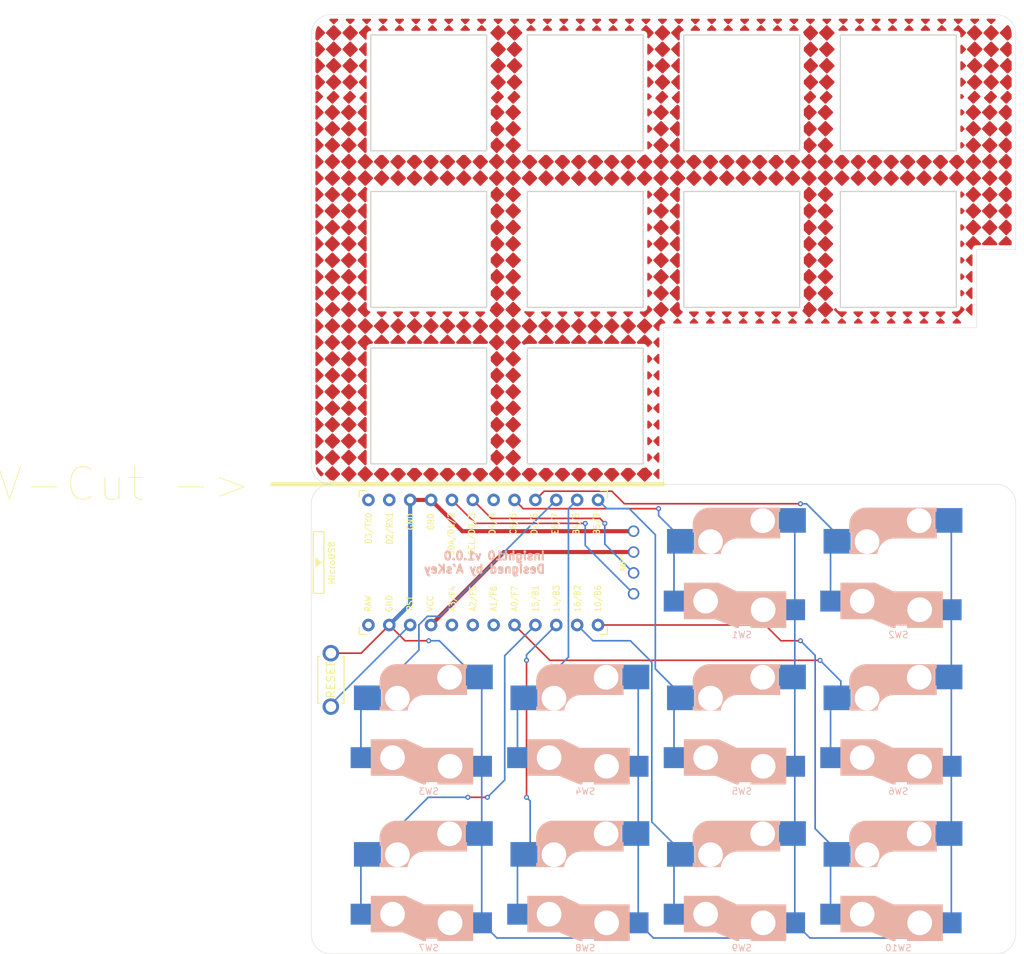
<source format=kicad_pcb>
(kicad_pcb (version 20240108) (generator "pcbnew") (generator_version "8.0")
  (layers (0 "F.Cu" signal) (31 "B.Cu" signal) (34 "B.Paste" user) (35 "F.Paste" user) (36 "B.SilkS" user "B.Silkscreen") (37 "F.SilkS" user "F.Silkscreen") (38 "B.Mask" user) (39 "F.Mask" user) (44 "Edge.Cuts" user))
  (net 0 "")
  (net 1 "scl")
  (net 2 "sda")
  (net 3 "VCC")
  (net 4 "GND")
  (net 5 "sw1")
  (net 6 "sw2")
  (net 7 "sw3")
  (net 8 "sw4")
  (net 9 "sw5")
  (net 10 "sw6")
  (net 11 "sw7")
  (net 12 "sw8")
  (net 13 "sw9")
  (net 14 "reset")
  (net 22 "sw10")
  (footprint "kbd_SW_Hole:SW_Hole_1u" (layer "F.Cu") (at 85.72495 66.67505 180)
    (property "Reference" "SW6" (hide yes))
    (property "Value" "SW_PUSH" (hide yes))
    (fp_line (start 7.05 7.05) (end -7.05 7.05) (stroke (width 0.15)) (layer "Edge.Cuts"))
    (fp_line (start 7.05 -7.05) (end 7.05 7.05) (stroke (width 0.15)) (layer "Edge.Cuts"))
    (fp_line (start -7.05 7.05) (end -7.05 -7.05) (stroke (width 0.15)) (layer "Edge.Cuts"))
    (fp_line (start -7.05 -7.05) (end 7.05 -7.05) (stroke (width 0.15)) (layer "Edge.Cuts"))
  )
  (footprint "kbd_SW_Hole:SW_Hole_1u" (layer "F.Cu") (at 123.82495 66.67505 180)
    (property "Reference" "SW4" (hide yes))
    (property "Value" "SW_PUSH" (hide yes))
    (fp_line (start 7.05 7.05) (end -7.05 7.05) (stroke (width 0.15)) (layer "Edge.Cuts"))
    (fp_line (start 7.05 -7.05) (end 7.05 7.05) (stroke (width 0.15)) (layer "Edge.Cuts"))
    (fp_line (start -7.05 7.05) (end -7.05 -7.05) (stroke (width 0.15)) (layer "Edge.Cuts"))
    (fp_line (start -7.05 -7.05) (end 7.05 -7.05) (stroke (width 0.15)) (layer "Edge.Cuts"))
  )
  (footprint "kbd_SW_Hole:SW_Hole_1u" (layer "F.Cu") (at 104.77495 66.67505 180)
    (property "Reference" "SW5" (hide yes))
    (property "Value" "SW_PUSH" (hide yes))
    (fp_line (start 7.05 7.05) (end -7.05 7.05) (stroke (width 0.15)) (layer "Edge.Cuts"))
    (fp_line (start 7.05 -7.05) (end 7.05 7.05) (stroke (width 0.15)) (layer "Edge.Cuts"))
    (fp_line (start -7.05 7.05) (end -7.05 -7.05) (stroke (width 0.15)) (layer "Edge.Cuts"))
    (fp_line (start -7.05 -7.05) (end 7.05 -7.05) (stroke (width 0.15)) (layer "Edge.Cuts"))
  )
  (footprint "askey:CherryMX_GateronLP2.0_Hotswap_1u" (layer "F.Cu") (at 85.725 142.875)
    (property "Reference" "SW7")
    (property "Value" "SW_PUSH" (hide yes))
  )
  (footprint "kbd_SW_Hole:SW_Hole_1u" (layer "F.Cu") (at 104.77495 85.72505 180)
    (property "Reference" "SW1" (hide yes))
    (property "Value" "SW_PUSH" (hide yes))
    (fp_line (start 7.05 7.05) (end -7.05 7.05) (stroke (width 0.15)) (layer "Edge.Cuts"))
    (fp_line (start 7.05 -7.05) (end 7.05 7.05) (stroke (width 0.15)) (layer "Edge.Cuts"))
    (fp_line (start -7.05 7.05) (end -7.05 -7.05) (stroke (width 0.15)) (layer "Edge.Cuts"))
    (fp_line (start -7.05 -7.05) (end 7.05 -7.05) (stroke (width 0.15)) (layer "Edge.Cuts"))
  )
  (footprint "askey:CherryMX_GateronLP2.0_Hotswap_1u" (layer "F.Cu") (at 104.775 123.825)
    (property "Reference" "SW4")
    (property "Value" "SW_PUSH" (hide yes))
  )
  (footprint "kbd_SW_Hole:SW_Hole_1u" (layer "F.Cu") (at 142.87495 66.67505 180)
    (property "Reference" "SW3" (hide yes))
    (property "Value" "SW_PUSH" (hide yes))
    (fp_line (start 7.05 7.05) (end -7.05 7.05) (stroke (width 0.15)) (layer "Edge.Cuts"))
    (fp_line (start 7.05 -7.05) (end 7.05 7.05) (stroke (width 0.15)) (layer "Edge.Cuts"))
    (fp_line (start -7.05 7.05) (end -7.05 -7.05) (stroke (width 0.15)) (layer "Edge.Cuts"))
    (fp_line (start -7.05 -7.05) (end 7.05 -7.05) (stroke (width 0.15)) (layer "Edge.Cuts"))
  )
  (footprint "askey:CherryMX_GateronLP2.0_Hotswap_1u" (layer "F.Cu") (at 142.875 142.875)
    (property "Reference" "SW10")
    (property "Value" "SW_PUSH" (hide yes))
  )
  (footprint "askey:CherryMX_GateronLP2.0_Hotswap_1u" (layer "F.Cu") (at 123.825 123.825)
    (property "Reference" "SW5")
    (property "Value" "SW_PUSH" (hide yes))
  )
  (footprint "kbd_SW_Hole:SW_Hole_1u" (layer "F.Cu") (at 85.72495 47.62505 180)
    (property "Reference" "SW10" (hide yes))
    (property "Value" "SW_PUSH" (hide yes))
    (fp_line (start 7.05 7.05) (end -7.05 7.05) (stroke (width 0.15)) (layer "Edge.Cuts"))
    (fp_line (start 7.05 -7.05) (end 7.05 7.05) (stroke (width 0.15)) (layer "Edge.Cuts"))
    (fp_line (start -7.05 7.05) (end -7.05 -7.05) (stroke (width 0.15)) (layer "Edge.Cuts"))
    (fp_line (start -7.05 -7.05) (end 7.05 -7.05) (stroke (width 0.15)) (layer "Edge.Cuts"))
  )
  (footprint "kbd_SW_Hole:SW_Hole_1u" (layer "F.Cu") (at 142.87495 47.62505 180)
    (property "Reference" "SW7" (hide yes))
    (property "Value" "SW_PUSH" (hide yes))
    (fp_line (start 7.05 7.05) (end -7.05 7.05) (stroke (width 0.15)) (layer "Edge.Cuts"))
    (fp_line (start 7.05 -7.05) (end 7.05 7.05) (stroke (width 0.15)) (layer "Edge.Cuts"))
    (fp_line (start -7.05 7.05) (end -7.05 -7.05) (stroke (width 0.15)) (layer "Edge.Cuts"))
    (fp_line (start -7.05 -7.05) (end 7.05 -7.05) (stroke (width 0.15)) (layer "Edge.Cuts"))
  )
  (footprint "kbd_SW_Hole:SW_Hole_1u" (layer "F.Cu") (at 104.77495 47.62505 180)
    (property "Reference" "SW9" (hide yes))
    (property "Value" "SW_PUSH" (hide yes))
    (fp_line (start 7.05 7.05) (end -7.05 7.05) (stroke (width 0.15)) (layer "Edge.Cuts"))
    (fp_line (start 7.05 -7.05) (end 7.05 7.05) (stroke (width 0.15)) (layer "Edge.Cuts"))
    (fp_line (start -7.05 7.05) (end -7.05 -7.05) (stroke (width 0.15)) (layer "Edge.Cuts"))
    (fp_line (start -7.05 -7.05) (end 7.05 -7.05) (stroke (width 0.15)) (layer "Edge.Cuts"))
  )
  (footprint "kbd_SW_Hole:SW_Hole_1u" (layer "F.Cu") (at 85.72495 85.72505 180)
    (property "Reference" "SW2" (hide yes))
    (property "Value" "SW_PUSH" (hide yes))
    (fp_line (start 7.05 7.05) (end -7.05 7.05) (stroke (width 0.15)) (layer "Edge.Cuts"))
    (fp_line (start 7.05 -7.05) (end 7.05 7.05) (stroke (width 0.15)) (layer "Edge.Cuts"))
    (fp_line (start -7.05 7.05) (end -7.05 -7.05) (stroke (width 0.15)) (layer "Edge.Cuts"))
    (fp_line (start -7.05 -7.05) (end 7.05 -7.05) (stroke (width 0.15)) (layer "Edge.Cuts"))
  )
  (footprint "askey:CherryMX_GateronLP2.0_Hotswap_1u" (layer "F.Cu") (at 123.825 142.875)
    (property "Reference" "SW9")
    (property "Value" "SW_PUSH" (hide yes))
  )
  (footprint "askey:CherryMX_GateronLP2.0_Hotswap_1u" (layer "F.Cu") (at 85.725 123.825)
    (property "Reference" "SW3")
    (property "Value" "SW_PUSH" (hide yes))
  )
  (footprint "kbd:OLED" (layer "F.Cu") (at 110.65875 104.775 90)
    (property "Reference" "OL1")
    (property "Value" "OLED" (hide yes))
  )
  (footprint "kbd:ProMicro" (layer "F.Cu") (at 92.86875 104.775 90)
    (property "Reference" "U1" (hide yes))
    (property "Value" "ProMicro" (hide yes))
  )
  (footprint "kbd:ResetSW" (layer "F.Cu") (at 73.81875 119.0625 -90)
    (property "Reference" "SW11" (hide yes))
    (property "Value" "SW_PUSH")
  )
  (footprint "askey:CherryMX_GateronLP2.0_Hotswap_1u" (layer "F.Cu") (at 123.825 104.775)
    (property "Reference" "SW1")
    (property "Value" "SW_PUSH" (hide yes))
  )
  (footprint "askey:CherryMX_GateronLP2.0_Hotswap_1u" (layer "F.Cu") (at 142.875 123.825)
    (property "Reference" "SW6")
    (property "Value" "SW_PUSH" (hide yes))
  )
  (footprint "kbd_SW_Hole:SW_Hole_1u" (layer "F.Cu") (at 123.82495 47.62505 180)
    (property "Reference" "SW8" (hide yes))
    (property "Value" "SW_PUSH" (hide yes))
    (fp_line (start 7.05 7.05) (end -7.05 7.05) (stroke (width 0.15)) (layer "Edge.Cuts"))
    (fp_line (start 7.05 -7.05) (end 7.05 7.05) (stroke (width 0.15)) (layer "Edge.Cuts"))
    (fp_line (start -7.05 7.05) (end -7.05 -7.05) (stroke (width 0.15)) (layer "Edge.Cuts"))
    (fp_line (start -7.05 -7.05) (end 7.05 -7.05) (stroke (width 0.15)) (layer "Edge.Cuts"))
  )
  (footprint "askey:CherryMX_GateronLP2.0_Hotswap_1u" (layer "F.Cu") (at 142.875 104.775)
    (property "Reference" "SW2")
    (property "Value" "SW_PUSH" (hide yes))
  )
  (footprint "askey:CherryMX_GateronLP2.0_Hotswap_1u" (layer "F.Cu") (at 104.775 142.875)
    (property "Reference" "SW8")
    (property "Value" "SW_PUSH" (hide yes))
  )
  (gr_line (start 66.675 95.25) (end 114.3 95.25) (stroke (width 0.5)) (layer "F.SilkS"))
  (gr_line (start 157.16245 66.67505) (end 152.39995 66.67505) (stroke (width 0.05)) (layer "Edge.Cuts"))
  (gr_line (start 152.39995 76.20005) (end 114.29995 76.20005) (stroke (width 0.05)) (layer "Edge.Cuts"))
  (gr_line (start 157.1625 97.63125) (end 157.1625 150.01875) (stroke (width 0.05)) (layer "Edge.Cuts"))
  (gr_line (start 71.4375 150.01875) (end 71.4375 97.63125) (stroke (width 0.05)) (layer "Edge.Cuts"))
  (gr_line (start 154.78125 152.4) (end 73.81875 152.4) (stroke (width 0.05)) (layer "Edge.Cuts"))
  (gr_arc (start 154.7812 38.10005) (mid 156.464983 38.797517) (end 157.16245 40.4813) (stroke (width 0.05)) (layer "Edge.Cuts"))
  (gr_line (start 152.39995 66.67505) (end 152.39995 76.20005) (stroke (width 0.05)) (layer "Edge.Cuts"))
  (gr_arc (start 71.43755 97.63125) (mid 72.13497 95.947505) (end 73.8187 95.25005) (stroke (width 0.05)) (layer "Edge.Cuts"))
  (gr_line (start 71.43745 92.8688) (end 71.43745 40.4813) (stroke (width 0.05)) (layer "Edge.Cuts"))
  (gr_arc (start 73.81875 152.4) (mid 72.134952 151.702548) (end 71.4375 150.01875) (stroke (width 0.05)) (layer "Edge.Cuts"))
  (gr_arc (start 154.78125 95.25) (mid 156.465048 95.947452) (end 157.1625 97.63125) (stroke (width 0.05)) (layer "Edge.Cuts"))
  (gr_arc (start 71.43745 40.4813) (mid 72.134917 38.797517) (end 73.8187 38.10005) (stroke (width 0.05)) (layer "Edge.Cuts"))
  (gr_arc (start 73.8187 95.25005) (mid 72.134917 94.552583) (end 71.43745 92.8688) (stroke (width 0.05)) (layer "Edge.Cuts"))
  (gr_line (start 154.78125 95.25) (end 114.29995 95.25005) (stroke (width 0.05)) (layer "Edge.Cuts"))
  (gr_line (start 157.16245 40.4813) (end 157.16245 66.67505) (stroke (width 0.05)) (layer "Edge.Cuts"))
  (gr_line (start 73.8187 38.10005) (end 154.7812 38.10005) (stroke (width 0.05)) (layer "Edge.Cuts"))
  (gr_line (start 114.29995 76.20005) (end 114.29995 95.25005) (stroke (width 0.05)) (layer "Edge.Cuts"))
  (gr_arc (start 157.1625 150.01875) (mid 156.465048 151.702548) (end 154.78125 152.4) (stroke (width 0.05)) (layer "Edge.Cuts"))
  (gr_text "Insight10 v1.0.0\nDesigned by A'sKey" (at 100.0125 104.775 0) (layer "B.SilkS") (effects (font (size 1 1) (thickness 0.25) (bold yes)) (justify left mirror)))
  (gr_text "V-Cut ->" (at 64.29375 95.25 0) (layer "F.SilkS") (effects (font (size 4 4) (thickness 0.1)) (justify right)))
  (segment (start 106.55625 99.4125) (end 93.33965 99.4125) (width 0.2) (layer "F.Cu") (net 1))
  (segment (start 93.33965 99.4125) (end 91.09075 97.1636) (width 0.2) (layer "F.Cu") (net 1))
  (segment (start 107.15625 100.0125) (end 106.55625 99.4125) (width 0.2) (layer "F.Cu") (net 1))
  (via (at 107.15625 100.0125) (size 0.6) (drill 0.3) (layers "F.Cu" "B.Cu") (net 1))
  (segment (start 107.15625 102.5425) (end 107.15625 100.0125) (width 0.2) (layer "B.Cu") (net 1))
  (segment (start 110.65875 106.045) (end 107.15625 102.5425) (width 0.2) (layer "B.Cu") (net 1))
  (segment (start 91.39965 100.0125) (end 88.55075 97.1636) (width 0.2) (layer "F.Cu") (net 2))
  (segment (start 104.775 100.0125) (end 91.39965 100.0125) (width 0.2) (layer "F.Cu") (net 2))
  (via (at 104.775 100.0125) (size 0.6) (drill 0.3) (layers "F.Cu" "B.Cu") (net 2))
  (segment (start 104.775 102.70125) (end 104.775 100.0125) (width 0.2) (layer "B.Cu") (net 2))
  (segment (start 110.65875 108.585) (end 104.775 102.70125) (width 0.2) (layer "B.Cu") (net 2))
  (segment (start 94.88935 103.505) (end 86.01075 112.3836) (width 0.5) (layer "F.Cu") (net 3))
  (segment (start 110.65875 103.505) (end 94.88935 103.505) (width 0.5) (layer "F.Cu") (net 3))
  (segment (start 85.725 114.3) (end 82.84715 114.3) (width 0.2) (layer "F.Cu") (net 4))
  (segment (start 73.81875 115.8125) (end 77.50185 115.8125) (width 0.2) (layer "F.Cu") (net 4))
  (segment (start 83.47075 97.1636) (end 86.01075 97.1636) (width 0.5) (layer "F.Cu") (net 4))
  (segment (start 110.65875 100.965) (end 89.81215 100.965) (width 0.5) (layer "F.Cu") (net 4))
  (segment (start 77.50185 115.8125) (end 80.93075 112.3836) (width 0.2) (layer "F.Cu") (net 4))
  (segment (start 82.84715 114.3) (end 80.93075 112.3836) (width 0.2) (layer "F.Cu") (net 4))
  (segment (start 89.81215 100.965) (end 86.01075 97.1636) (width 0.5) (layer "F.Cu") (net 4))
  (via (at 85.725 114.3) (size 0.6) (drill 0.3) (layers "F.Cu" "B.Cu") (net 4))
  (segment (start 129.525 99.655) (end 130.275 100.405) (width 0.2) (layer "B.Cu") (net 4))
  (segment (start 91.425 118.705) (end 87.02 114.3) (width 0.2) (layer "B.Cu") (net 4))
  (segment (start 92.175 138.505) (end 92.175 148.625) (width 0.2) (layer "B.Cu") (net 4))
  (segment (start 111.225 138.505) (end 111.225 148.625) (width 0.2) (layer "B.Cu") (net 4))
  (segment (start 92.175 119.455) (end 92.175 129.575) (width 0.2) (layer "B.Cu") (net 4))
  (segment (start 111.225 119.455) (end 111.225 129.575) (width 0.2) (layer "B.Cu") (net 4))
  (segment (start 91.425 137.755) (end 92.175 138.505) (width 0.2) (layer "B.Cu") (net 4))
  (segment (start 92.175 137.005) (end 91.425 137.755) (width 0.2) (layer "B.Cu") (net 4))
  (segment (start 110.475 118.705) (end 111.225 119.455) (width 0.2) (layer "B.Cu") (net 4))
  (segment (start 83.47075 109.8436) (end 80.93075 112.3836) (width 0.5) (layer "B.Cu") (net 4))
  (segment (start 111.225 129.575) (end 111.225 137.005) (width 0.2) (layer "B.Cu") (net 4))
  (segment (start 129.525 137.755) (end 130.275 138.505) (width 0.2) (layer "B.Cu") (net 4))
  (segment (start 148.575 137.755) (end 149.325 138.505) (width 0.2) (layer "B.Cu") (net 4))
  (segment (start 132.125 150.475) (end 147.475 150.475) (width 0.2) (layer "B.Cu") (net 4))
  (segment (start 148.575 99.655) (end 149.325 100.405) (width 0.2) (layer "B.Cu") (net 4))
  (segment (start 147.475 150.475) (end 149.325 148.625) (width 0.2) (layer "B.Cu") (net 4))
  (segment (start 111.225 148.625) (end 113.075 150.475) (width 0.2) (layer "B.Cu") (net 4))
  (segment (start 91.425 118.705) (end 92.175 119.455) (width 0.2) (layer "B.Cu") (net 4))
  (segment (start 130.275 100.405) (end 130.275 110.525) (width 0.2) (layer "B.Cu") (net 4))
  (segment (start 129.525 118.705) (end 130.275 119.455) (width 0.2) (layer "B.Cu") (net 4))
  (segment (start 130.275 117.955) (end 129.525 118.705) (width 0.2) (layer "B.Cu") (net 4))
  (segment (start 92.175 129.575) (end 92.175 137.005) (width 0.2) (layer "B.Cu") (net 4))
  (segment (start 94.025 150.475) (end 109.375 150.475) (width 0.2) (layer "B.Cu") (net 4))
  (segment (start 130.275 110.525) (end 130.275 117.955) (width 0.2) (layer "B.Cu") (net 4))
  (segment (start 109.375 150.475) (end 111.225 148.625) (width 0.2) (layer "B.Cu") (net 4))
  (segment (start 128.425 150.475) (end 130.275 148.625) (width 0.2) (layer "B.Cu") (net 4))
  (segment (start 92.175 148.625) (end 94.025 150.475) (width 0.2) (layer "B.Cu") (net 4))
  (segment (start 149.325 138.505) (end 149.325 148.625) (width 0.2) (layer "B.Cu") (net 4))
  (segment (start 149.325 100.405) (end 149.325 110.525) (width 0.2) (layer "B.Cu") (net 4))
  (segment (start 87.02 114.3) (end 85.725 114.3) (width 0.2) (layer "B.Cu") (net 4))
  (segment (start 83.47075 97.1636) (end 83.47075 109.8436) (width 0.5) (layer "B.Cu") (net 4))
  (segment (start 110.475 137.755) (end 111.225 138.505) (width 0.2) (layer "B.Cu") (net 4))
  (segment (start 149.325 119.455) (end 149.325 129.575) (width 0.2) (layer "B.Cu") (net 4))
  (segment (start 149.325 110.525) (end 149.325 117.955) (width 0.2) (layer "B.Cu") (net 4))
  (segment (start 111.225 137.005) (end 110.475 137.755) (width 0.2) (layer "B.Cu") (net 4))
  (segment (start 113.075 150.475) (end 128.425 150.475) (width 0.2) (layer "B.Cu") (net 4))
  (segment (start 130.275 148.625) (end 132.125 150.475) (width 0.2) (layer "B.Cu") (net 4))
  (segment (start 149.325 129.575) (end 149.325 137.005) (width 0.2) (layer "B.Cu") (net 4))
  (segment (start 149.325 117.955) (end 148.575 118.705) (width 0.2) (layer "B.Cu") (net 4))
  (segment (start 130.275 138.505) (end 130.275 148.625) (width 0.2) (layer "B.Cu") (net 4))
  (segment (start 130.275 129.575) (end 130.275 137.005) (width 0.2) (layer "B.Cu") (net 4))
  (segment (start 148.575 118.705) (end 149.325 119.455) (width 0.2) (layer "B.Cu") (net 4))
  (segment (start 130.275 137.005) (end 129.525 137.755) (width 0.2) (layer "B.Cu") (net 4))
  (segment (start 130.275 119.455) (end 130.275 129.575) (width 0.2) (layer "B.Cu") (net 4))
  (segment (start 149.325 137.005) (end 148.575 137.755) (width 0.2) (layer "B.Cu") (net 4))
  (segment (start 97.23275 98.2256) (end 96.17075 97.1636) (width 0.2) (layer "F.Cu") (net 5))
  (segment (start 113.70565 98.2256) (end 97.23275 98.2256) (width 0.2) (layer "F.Cu") (net 5))
  (via (at 113.70565 98.2256) (size 0.6) (drill 0.3) (layers "F.Cu" "B.Cu") (net 5))
  (segment (start 113.70565 99.07565) (end 116.825 102.195) (width 0.2) (layer "B.Cu") (net 5))
  (segment (start 113.70565 98.2256) (end 113.70565 99.07565) (width 0.2) (layer "B.Cu") (net 5))
  (segment (start 116.825 102.195) (end 115.575 103.445) (width 0.2) (layer "B.Cu") (net 5))
  (segment (start 115.575 103.445) (end 115.575 109.475) (width 0.2) (layer "B.Cu") (net 5))
  (segment (start 109.5375 97.6256) (end 108.0135 96.1016) (width 0.2) (layer "F.Cu") (net 6))
  (segment (start 130.9631 97.6256) (end 109.5375 97.6256) (width 0.2) (layer "F.Cu") (net 6))
  (segment (start 99.77275 96.1016) (end 98.71075 97.1636) (width 0.2) (layer "F.Cu") (net 6))
  (segment (start 108.0135 96.1016) (end 99.77275 96.1016) (width 0.2) (layer "F.Cu") (net 6))
  (segment (start 130.96875 97.63125) (end 130.9631 97.6256) (width 0.2) (layer "F.Cu") (net 6))
  (via (at 130.96875 97.63125) (size 0.6) (drill 0.3) (layers "F.Cu" "B.Cu") (net 6))
  (segment (start 135.875 101.805) (end 131.70125 97.63125) (width 0.2) (layer "B.Cu") (net 6))
  (segment (start 135.875 102.195) (end 134.625 103.445) (width 0.2) (layer "B.Cu") (net 6))
  (segment (start 135.875 102.195) (end 135.875 101.805) (width 0.2) (layer "B.Cu") (net 6))
  (segment (start 134.625 103.445) (end 134.625 109.475) (width 0.2) (layer "B.Cu") (net 6))
  (segment (start 131.70125 97.63125) (end 130.96875 97.63125) (width 0.2) (layer "B.Cu") (net 6))
  (segment (start 85.570855 111.3216) (end 87.09275 111.3216) (width 0.2) (layer "B.Cu") (net 7))
  (segment (start 77.475 122.495) (end 78.725 121.245) (width 0.2) (layer "B.Cu") (net 7))
  (segment (start 84.53275 115.43725) (end 84.53275 112.359705) (width 0.2) (layer "B.Cu") (net 7))
  (segment (start 77.475 128.525) (end 77.475 122.495) (width 0.2) (layer "B.Cu") (net 7))
  (segment (start 84.53275 112.359705) (end 85.570855 111.3216) (width 0.2) (layer "B.Cu") (net 7))
  (segment (start 87.09275 111.3216) (end 101.25075 97.1636) (width 0.2) (layer "B.Cu") (net 7))
  (segment (start 78.725 121.245) (end 84.53275 115.43725) (width 0.2) (layer "B.Cu") (net 7))
  (segment (start 102.72875 98.2256) (end 103.79075 97.1636) (width 0.2) (layer "B.Cu") (net 8))
  (segment (start 102.72875 116.29125) (end 102.72875 98.2256) (width 0.2) (layer "B.Cu") (net 8))
  (segment (start 97.775 121.245) (end 102.72875 116.29125) (width 0.2) (layer "B.Cu") (net 8))
  (segment (start 97.775 121.245) (end 96.525 122.495) (width 0.2) (layer "B.Cu") (net 8))
  (segment (start 96.525 122.495) (end 96.525 128.525) (width 0.2) (layer "B.Cu") (net 8))
  (segment (start 113.30565 117.72565) (end 113.30565 101.399401) (width 0.2) (layer "B.Cu") (net 9))
  (segment (start 116.825 121.245) (end 113.30565 117.72565) (width 0.2) (layer "B.Cu") (net 9))
  (segment (start 113.30565 101.399401) (end 110.131849 98.2256) (width 0.2) (layer "B.Cu") (net 9))
  (segment (start 107.39275 98.2256) (end 106.33075 97.1636) (width 0.2) (layer "B.Cu") (net 9))
  (segment (start 116.825 121.245) (end 115.575 122.495) (width 0.2) (layer "B.Cu") (net 9))
  (segment (start 115.575 122.495) (end 115.575 128.525) (width 0.2) (layer "B.Cu") (net 9))
  (segment (start 110.131849 98.2256) (end 107.39275 98.2256) (width 0.2) (layer "B.Cu") (net 9))
  (segment (start 133.35 116.68125) (end 100.4684 116.68125) (width 0.2) (layer "F.Cu") (net 10))
  (segment (start 100.4684 116.68125) (end 96.17075 112.3836) (width 0.2) (layer "F.Cu") (net 10))
  (via (at 133.35 116.68125) (size 0.6) (drill 0.3) (layers "F.Cu" "B.Cu") (net 10))
  (segment (start 135.875 121.245) (end 134.625 122.495) (width 0.2) (layer "B.Cu") (net 10))
  (segment (start 134.625 122.495) (end 134.625 128.525) (width 0.2) (layer "B.Cu") (net 10))
  (segment (start 135.875 121.245) (end 135.875 119.20625) (width 0.2) (layer "B.Cu") (net 10))
  (segment (start 135.875 119.20625) (end 133.35 116.68125) (width 0.2) (layer "B.Cu") (net 10))
  (segment (start 90.4875 133.35) (end 92.86875 133.35) (width 0.2) (layer "F.Cu") (net 11))
  (via (at 92.86875 133.35) (size 0.6) (drill 0.3) (layers "F.Cu" "B.Cu") (net 11))
  (via (at 90.4875 133.35) (size 0.6) (drill 0.3) (layers "F.Cu" "B.Cu") (net 11))
  (segment (start 77.475 147.575) (end 77.475 141.545) (width 0.2) (layer "B.Cu") (net 11))
  (segment (start 94.975 116.11935) (end 98.71075 112.3836) (width 0.2) (layer "B.Cu") (net 11))
  (segment (start 92.86875 133.35) (end 94.975 131.24375) (width 0.2) (layer "B.Cu") (net 11))
  (segment (start 78.725 140.295) (end 85.67 133.35) (width 0.2) (layer "B.Cu") (net 11))
  (segment (start 85.67 133.35) (end 90.4875 133.35) (width 0.2) (layer "B.Cu") (net 11))
  (segment (start 94.975 131.24375) (end 94.975 116.11935) (width 0.2) (layer "B.Cu") (net 11))
  (segment (start 77.475 141.545) (end 78.725 140.295) (width 0.2) (layer "B.Cu") (net 11))
  (segment (start 97.63125 133.35) (end 97.63125 116.68125) (width 0.2) (layer "F.Cu") (net 12))
  (via (at 97.63125 116.68125) (size 0.6) (drill 0.3) (layers "F.Cu" "B.Cu") (net 12))
  (via (at 97.63125 133.35) (size 0.6) (drill 0.3) (layers "F.Cu" "B.Cu") (net 12))
  (segment (start 97.775 140.295) (end 96.525 141.545) (width 0.2) (layer "B.Cu") (net 12))
  (segment (start 98.075 139.995) (end 98.075 133.79375) (width 0.2) (layer "B.Cu") (net 12))
  (segment (start 97.63125 116.0031) (end 101.25075 112.3836) (width 0.2) (layer "B.Cu") (net 12))
  (segment (start 96.525 141.545) (end 96.525 147.575) (width 0.2) (layer "B.Cu") (net 12))
  (segment (start 97.63125 116.68125) (end 97.63125 116.0031) (width 0.2) (layer "B.Cu") (net 12))
  (segment (start 97.775 140.295) (end 98.075 139.995) (width 0.2) (layer "B.Cu") (net 12))
  (segment (start 98.075 133.79375) (end 97.63125 133.35) (width 0.2) (layer "B.Cu") (net 12))
  (segment (start 110.27 114.3) (end 105.70715 114.3) (width 0.2) (layer "B.Cu") (net 13))
  (segment (start 116.825 140.295) (end 115.575 141.545) (width 0.2) (layer "B.Cu") (net 13))
  (segment (start 115.575 141.545) (end 115.575 147.575) (width 0.2) (layer "B.Cu") (net 13))
  (segment (start 116.825 140.295) (end 112.875 136.345) (width 0.2) (layer "B.Cu") (net 13))
  (segment (start 105.70715 114.3) (end 103.79075 112.3836) (width 0.2) (layer "B.Cu") (net 13))
  (segment (start 112.875 136.345) (end 112.875 116.905) (width 0.2) (layer "B.Cu") (net 13))
  (segment (start 112.875 116.905) (end 110.27 114.3) (width 0.2) (layer "B.Cu") (net 13))
  (segment (start 73.81875 122.0356) (end 83.47075 112.3836) (width 0.2) (layer "B.Cu") (net 14))
  (segment (start 73.81875 122.3125) (end 73.81875 122.0356) (width 0.2) (layer "B.Cu") (net 14))
  (segment (start 130.96875 114.3) (end 128.5875 114.3) (width 0.2) (layer "F.Cu") (net 22))
  (segment (start 128.5875 114.3) (end 126.6711 112.3836) (width 0.2) (layer "F.Cu") (net 22))
  (segment (start 126.6711 112.3836) (end 106.33075 112.3836) (width 0.2) (layer "F.Cu") (net 22))
  (via (at 130.96875 114.3) (size 0.6) (drill 0.3) (layers "F.Cu" "B.Cu") (net 22))
  (segment (start 132.75 137.17) (end 132.75 116.08125) (width 0.2) (layer "B.Cu") (net 22))
  (segment (start 134.625 141.545) (end 134.625 147.575) (width 0.2) (layer "B.Cu") (net 22))
  (segment (start 132.75 116.08125) (end 130.96875 114.3) (width 0.2) (layer "B.Cu") (net 22))
  (segment (start 135.875 140.295) (end 132.75 137.17) (width 0.2) (layer "B.Cu") (net 22))
  (segment (start 135.875 140.295) (end 134.625 141.545) (width 0.2) (layer "B.Cu") (net 22))
  (zone (net 0) (net_name "") (layer "F.Cu") (connect_pads (clearance 0)) (min_thickness 0.25)
    (keepout (tracks allowed) (vias allowed) (pads allowed) (copperpour not_allowed) (footprints allowed))
    (fill (thermal_gap 0.5) (thermal_bridge_width 0.5))
    (polygon (pts (xy 96 81) (xy 97 80) (xy 98 81) (xy 97 82)))
  )
  (zone (net 0) (net_name "") (layer "F.Cu") (connect_pads (clearance 0)) (min_thickness 0.25)
    (keepout (tracks allowed) (vias allowed) (pads allowed) (copperpour not_allowed) (footprints allowed))
    (fill (thermal_gap 0.5) (thermal_bridge_width 0.5))
    (polygon (pts (xy 80 57) (xy 81 56) (xy 82 57) (xy 81 58)))
  )
  (zone (net 0) (net_name "") (layer "F.Cu") (connect_pads (clearance 0)) (min_thickness 0.25)
    (keepout (tracks allowed) (vias allowed) (pads allowed) (copperpour not_allowed) (footprints allowed))
    (fill (thermal_gap 0.5) (thermal_bridge_width 0.5))
    (polygon (pts (xy 96 57) (xy 97 56) (xy 98 57) (xy 97 58)))
  )
  (zone (net 0) (net_name "") (layer "F.Cu") (connect_pads (clearance 0)) (min_thickness 0.25)
    (keepout (tracks allowed) (vias allowed) (pads allowed) (copperpour not_allowed) (footprints allowed))
    (fill (thermal_gap 0.5) (thermal_bridge_width 0.5))
    (polygon (pts (xy 114 79) (xy 115 78) (xy 116 79) (xy 115 80)))
  )
  (zone (net 0) (net_name "") (layer "F.Cu") (connect_pads (clearance 0)) (min_thickness 0.25)
    (keepout (tracks allowed) (vias allowed) (pads allowed) (copperpour not_allowed) (footprints allowed))
    (fill (thermal_gap 0.5) (thermal_bridge_width 0.5))
    (polygon (pts (xy 80 53) (xy 81 52) (xy 82 53) (xy 81 54)))
  )
  (zone (net 0) (net_name "") (layer "F.Cu") (connect_pads (clearance 0)) (min_thickness 0.25)
    (keepout (tracks allowed) (vias allowed) (pads allowed) (copperpour not_allowed) (footprints allowed))
    (fill (thermal_gap 0.5) (thermal_bridge_width 0.5))
    (polygon (pts (xy 92 95) (xy 93 94) (xy 94 95) (xy 93 96)))
  )
  (zone (net 0) (net_name "") (layer "F.Cu") (connect_pads (clearance 0)) (min_thickness 0.25)
    (keepout (tracks allowed) (vias allowed) (pads allowed) (copperpour not_allowed) (footprints allowed))
    (fill (thermal_gap 0.5) (thermal_bridge_width 0.5))
    (polygon (pts (xy 76 81) (xy 77 80) (xy 78 81) (xy 77 82)))
  )
  (zone (net 0) (net_name "") (layer "F.Cu") (connect_pads (clearance 0)) (min_thickness 0.25)
    (keepout (tracks allowed) (vias allowed) (pads allowed) (copperpour not_allowed) (footprints allowed))
    (fill (thermal_gap 0.5) (thermal_bridge_width 0.5))
    (polygon (pts (xy 144 65) (xy 145 64) (xy 146 65) (xy 145 66)))
  )
  (zone (net 0) (net_name "") (layer "F.Cu") (connect_pads (clearance 0)) (min_thickness 0.25)
    (keepout (tracks allowed) (vias allowed) (pads allowed) (copperpour not_allowed) (footprints allowed))
    (fill (thermal_gap 0.5) (thermal_bridge_width 0.5))
    (polygon (pts (xy 84.16875 45.325) (xy 85.16875 44.325) (xy 86.16875 45.325) (xy 85.16875 46.325)))
  )
  (zone (net 0) (net_name "") (layer "F.Cu") (connect_pads (clearance 0)) (min_thickness 0.25)
    (keepout (tracks allowed) (vias allowed) (pads allowed) (copperpour not_allowed) (footprints allowed))
    (fill (thermal_gap 0.5) (thermal_bridge_width 0.5))
    (polygon (pts (xy 108 53) (xy 109 52) (xy 110 53) (xy 109 54)))
  )
  (zone (net 0) (net_name "") (layer "F.Cu") (connect_pads (clearance 0)) (min_thickness 0.25)
    (keepout (tracks allowed) (vias allowed) (pads allowed) (copperpour not_allowed) (footprints allowed))
    (fill (thermal_gap 0.5) (thermal_bridge_width 0.5))
    (polygon (pts (xy 86 51) (xy 87 50) (xy 88 51) (xy 87 52)))
  )
  (zone (net 0) (net_name "") (layer "F.Cu") (connect_pads (clearance 0)) (min_thickness 0.25)
    (keepout (tracks allowed) (vias allowed) (pads allowed) (copperpour not_allowed) (footprints allowed))
    (fill (thermal_gap 0.5) (thermal_bridge_width 0.5))
    (polygon (pts (xy 148 67) (xy 149 66) (xy 150 67) (xy 149 68)))
  )
  (zone (net 0) (net_name "") (layer "F.Cu") (connect_pads (clearance 0)) (min_thickness 0.25)
    (keepout (tracks allowed) (vias allowed) (pads allowed) (copperpour not_allowed) (footprints allowed))
    (fill (thermal_gap 0.5) (thermal_bridge_width 0.5))
    (polygon (pts (xy 74 61) (xy 75 60) (xy 76 61) (xy 75 62)))
  )
  (zone (net 0) (net_name "") (layer "F.Cu") (connect_pads (clearance 0)) (min_thickness 0.25)
    (keepout (tracks allowed) (vias allowed) (pads allowed) (copperpour not_allowed) (footprints allowed))
    (fill (thermal_gap 0.5) (thermal_bridge_width 0.5))
    (polygon (pts (xy 122 57) (xy 123 56) (xy 124 57) (xy 123 58)))
  )
  (zone (net 0) (net_name "") (layer "F.Cu") (connect_pads (clearance 0)) (min_thickness 0.25)
    (keepout (tracks allowed) (vias allowed) (pads allowed) (copperpour not_allowed) (footprints allowed))
    (fill (thermal_gap 0.5) (thermal_bridge_width 0.5))
    (polygon (pts (xy 150 85) (xy 151 84) (xy 152 85) (xy 151 86)))
  )
  (zone (net 0) (net_name "") (layer "F.Cu") (connect_pads (clearance 0)) (min_thickness 0.25)
    (keepout (tracks allowed) (vias allowed) (pads allowed) (copperpour not_allowed) (footprints allowed))
    (fill (thermal_gap 0.5) (thermal_bridge_width 0.5))
    (polygon (pts (xy 106 77) (xy 107 76) (xy 108 77) (xy 107 78)))
  )
  (zone (net 0) (net_name "") (layer "F.Cu") (connect_pads (clearance 0)) (min_thickness 0.25)
    (keepout (tracks allowed) (vias allowed) (pads allowed) (copperpour not_allowed) (footprints allowed))
    (fill (thermal_gap 0.5) (thermal_bridge_width 0.5))
    (polygon (pts (xy 148 91) (xy 149 90) (xy 150 91) (xy 149 92)))
  )
  (zone (net 0) (net_name "") (layer "F.Cu") (connect_pads (clearance 0)) (min_thickness 0.25)
    (keepout (tracks allowed) (vias allowed) (pads allowed) (copperpour not_allowed) (footprints allowed))
    (fill (thermal_gap 0.5) (thermal_bridge_width 0.5))
    (polygon (pts (xy 146 61) (xy 147 60) (xy 148 61) (xy 147 62)))
  )
  (zone (net 0) (net_name "") (layer "F.Cu") (connect_pads (clearance 0)) (min_thickness 0.25)
    (keepout (tracks allowed) (vias allowed) (pads allowed) (copperpour not_allowed) (footprints allowed))
    (fill (thermal_gap 0.5) (thermal_bridge_width 0.5))
    (polygon (pts (xy 108 77) (xy 109 76) (xy 110 77) (xy 109 78)))
  )
  (zone (net 0) (net_name "") (layer "F.Cu") (connect_pads (clearance 0)) (min_thickness 0.25)
    (keepout (tracks allowed) (vias allowed) (pads allowed) (copperpour not_allowed) (footprints allowed))
    (fill (thermal_gap 0.5) (thermal_bridge_width 0.5))
    (polygon (pts (xy 102 53) (xy 103 52) (xy 104 53) (xy 103 54)))
  )
  (zone (net 0) (net_name "") (layer "F.Cu") (connect_pads (clearance 0)) (min_thickness 0.25)
    (keepout (tracks allowed) (vias allowed) (pads allowed) (copperpour not_allowed) (footprints allowed))
    (fill (thermal_gap 0.5) (thermal_bridge_width 0.5))
    (polygon (pts (xy 88 51) (xy 89 50) (xy 90 51) (xy 89 52)))
  )
  (zone (net 0) (net_name "") (layer "F.Cu") (connect_pads (clearance 0)) (min_thickness 0.25)
    (keepout (tracks allowed) (vias allowed) (pads allowed) (copperpour not_allowed) (footprints allowed))
    (fill (thermal_gap 0.5) (thermal_bridge_width 0.5))
    (polygon (pts (xy 134 71) (xy 135 70) (xy 136 71) (xy 135 72)))
  )
  (zone (net 0) (net_name "") (layer "F.Cu") (connect_pads (clearance 0)) (min_thickness 0.25)
    (keepout (tracks allowed) (vias allowed) (pads allowed) (copperpour not_allowed) (footprints allowed))
    (fill (thermal_gap 0.5) (thermal_bridge_width 0.5))
    (polygon (pts (xy 76 63) (xy 77 62) (xy 78 63) (xy 77 64)))
  )
  (zone (net 0) (net_name "") (layer "F.Cu") (connect_pads (clearance 0)) (min_thickness 0.25)
    (keepout (tracks allowed) (vias allowed) (pads allowed) (copperpour not_allowed) (footprints allowed))
    (fill (thermal_gap 0.5) (thermal_bridge_width 0.5))
    (polygon (pts (xy 142 93) (xy 143 92) (xy 144 93) (xy 143 94)))
  )
  (zone (net 0) (net_name "") (layer "F.Cu") (connect_pads (clearance 0)) (min_thickness 0.25)
    (keepout (tracks allowed) (vias allowed) (pads allowed) (copperpour not_allowed) (footprints allowed))
    (fill (thermal_gap 0.5) (thermal_bridge_width 0.5))
    (polygon (pts (xy 138.16875 43.325) (xy 139.16875 42.325) (xy 140.16875 43.325) (xy 139.16875 44.325)))
  )
  (zone (net 0) (net_name "") (layer "F.Cu") (connect_pads (clearance 0)) (min_thickness 0.25)
    (keepout (tracks allowed) (vias allowed) (pads allowed) (copperpour not_allowed) (footprints allowed))
    (fill (thermal_gap 0.5) (thermal_bridge_width 0.5))
    (polygon (pts (xy 86 87) (xy 87 86) (xy 88 87) (xy 87 88)))
  )
  (zone (net 0) (net_name "") (layer "F.Cu") (connect_pads (clearance 0)) (min_thickness 0.25)
    (keepout (tracks allowed) (vias allowed) (pads allowed) (copperpour not_allowed) (footprints allowed))
    (fill (thermal_gap 0.5) (thermal_bridge_width 0.5))
    (polygon (pts (xy 112 59) (xy 113 58) (xy 114 59) (xy 113 60)))
  )
  (zone (net 0) (net_name "") (layer "F.Cu") (connect_pads (clearance 0)) (min_thickness 0.25)
    (keepout (tracks allowed) (vias allowed) (pads allowed) (copperpour not_allowed) (footprints allowed))
    (fill (thermal_gap 0.5) (thermal_bridge_width 0.5))
    (polygon (pts (xy 72 95) (xy 73 94) (xy 74 95) (xy 73 96)))
  )
  (zone (net 0) (net_name "") (layer "F.Cu") (connect_pads (clearance 0)) (min_thickness 0.25)
    (keepout (tracks allowed) (vias allowed) (pads allowed) (copperpour not_allowed) (footprints allowed))
    (fill (thermal_gap 0.5) (thermal_bridge_width 0.5))
    (polygon (pts (xy 148.16875 37.325) (xy 149.16875 36.325) (xy 150.16875 37.325) (xy 149.16875 38.325)))
  )
  (zone (net 0) (net_name "") (layer "F.Cu") (connect_pads (clearance 0)) (min_thickness 0.25)
    (keepout (tracks allowed) (vias allowed) (pads allowed) (copperpour not_allowed) (footprints allowed))
    (fill (thermal_gap 0.5) (thermal_bridge_width 0.5))
    (polygon (pts (xy 104 69) (xy 105 68) (xy 106 69) (xy 105 70)))
  )
  (zone (net 0) (net_name "") (layer "F.Cu") (connect_pads (clearance 0)) (min_thickness 0.25)
    (keepout (tracks allowed) (vias allowed) (pads allowed) (copperpour not_allowed) (footprints allowed))
    (fill (thermal_gap 0.5) (thermal_bridge_width 0.5))
    (polygon (pts (xy 126 81) (xy 127 80) (xy 128 81) (xy 127 82)))
  )
  (zone (net 0) (net_name "") (layer "F.Cu") (connect_pads (clearance 0)) (min_thickness 0.25)
    (keepout (tracks allowed) (vias allowed) (pads allowed) (copperpour not_allowed) (footprints allowed))
    (fill (thermal_gap 0.5) (thermal_bridge_width 0.5))
    (polygon (pts (xy 108 73) (xy 109 72) (xy 110 73) (xy 109 74)))
  )
  (zone (net 0) (net_name "") (layer "F.Cu") (connect_pads (clearance 0)) (min_thickness 0.25)
    (keepout (tracks allowed) (vias allowed) (pads allowed) (copperpour not_allowed) (footprints allowed))
    (fill (thermal_gap 0.5) (thermal_bridge_width 0.5))
    (polygon (pts (xy 142 79) (xy 143 78) (xy 144 79) (xy 143 80)))
  )
  (zone (net 0) (net_name "") (layer "F.Cu") (connect_pads (clearance 0)) (min_thickness 0.25)
    (keepout (tracks allowed) (vias allowed) (pads allowed) (copperpour not_allowed) (footprints allowed))
    (fill (thermal_gap 0.5) (thermal_bridge_width 0.5))
    (polygon (pts (xy 106 93) (xy 107 92) (xy 108 93) (xy 107 94)))
  )
  (zone (net 0) (net_name "") (layer "F.Cu") (connect_pads (clearance 0)) (min_thickness 0.25)
    (keepout (tracks allowed) (vias allowed) (pads allowed) (copperpour not_allowed) (footprints allowed))
    (fill (thermal_gap 0.5) (thermal_bridge_width 0.5))
    (polygon (pts (xy 148 55) (xy 149 54) (xy 150 55) (xy 149 56)))
  )
  (zone (net 0) (net_name "") (layer "F.Cu") (connect_pads (clearance 0)) (min_thickness 0.25)
    (keepout (tracks allowed) (vias allowed) (pads allowed) (copperpour not_allowed) (footprints allowed))
    (fill (thermal_gap 0.5) (thermal_bridge_width 0.5))
    (polygon (pts (xy 130.16875 45.325) (xy 131.16875 44.325) (xy 132.16875 45.325) (xy 131.16875 46.325)))
  )
  (zone (net 0) (net_name "") (layer "F.Cu") (connect_pads (clearance 0)) (min_thickness 0.25)
    (keepout (tracks allowed) (vias allowed) (pads allowed) (copperpour not_allowed) (footprints allowed))
    (fill (thermal_gap 0.5) (thermal_bridge_width 0.5))
    (polygon (pts (xy 130 69) (xy 131 68) (xy 132 69) (xy 131 70)))
  )
  (zone (net 0) (net_name "") (layer "F.Cu") (connect_pads (clearance 0)) (min_thickness 0.25)
    (keepout (tracks allowed) (vias allowed) (pads allowed) (copperpour not_allowed) (footprints allowed))
    (fill (thermal_gap 0.5) (thermal_bridge_width 0.5))
    (polygon (pts (xy 80 51) (xy 81 50) (xy 82 51) (xy 81 52)))
  )
  (zone (net 0) (net_name "") (layer "F.Cu") (connect_pads (clearance 0)) (min_thickness 0.25)
    (keepout (tracks allowed) (vias allowed) (pads allowed) (copperpour not_allowed) (footprints allowed))
    (fill (thermal_gap 0.5) (thermal_bridge_width 0.5))
    (polygon (pts (xy 136.16875 43.325) (xy 137.16875 42.325) (xy 138.16875 43.325) (xy 137.16875 44.325)))
  )
  (zone (net 0) (net_name "") (layer "F.Cu") (connect_pads (clearance 0)) (min_thickness 0.25)
    (keepout (tracks allowed) (vias allowed) (pads allowed) (copperpour not_allowed) (footprints allowed))
    (fill (thermal_gap 0.5) (thermal_bridge_width 0.5))
    (polygon (pts (xy 80 55) (xy 81 54) (xy 82 55) (xy 81 56)))
  )
  (zone (net 0) (net_name "") (layer "F.Cu") (connect_pads (clearance 0)) (min_thickness 0.25)
    (keepout (tracks allowed) (vias allowed) (pads allowed) (copperpour not_allowed) (footprints allowed))
    (fill (thermal_gap 0.5) (thermal_bridge_width 0.5))
    (polygon (pts (xy 104 55) (xy 105 54) (xy 106 55) (xy 105 56)))
  )
  (zone (net 0) (net_name "") (layer "F.Cu") (connect_pads (clearance 0)) (min_thickness 0.25)
    (keepout (tracks allowed) (vias allowed) (pads allowed) (copperpour not_allowed) (footprints allowed))
    (fill (thermal_gap 0.5) (thermal_bridge_width 0.5))
    (polygon (pts (xy 76 75) (xy 77 74) (xy 78 75) (xy 77 76)))
  )
  (zone (net 0) (net_name "") (layer "F.Cu") (connect_pads (clearance 0)) (min_thickness 0.25)
    (keepout (tracks allowed) (vias allowed) (pads allowed) (copperpour not_allowed) (footprints allowed))
    (fill (thermal_gap 0.5) (thermal_bridge_width 0.5))
    (polygon (pts (xy 70 53) (xy 71 52) (xy 72 53) (xy 71 54)))
  )
  (zone (net 0) (net_name "") (layer "F.Cu") (connect_pads (clearance 0)) (min_thickness 0.25)
    (keepout (tracks allowed) (vias allowed) (pads allowed) (copperpour not_allowed) (footprints allowed))
    (fill (thermal_gap 0.5) (thermal_bridge_width 0.5))
    (polygon (pts (xy 108 51) (xy 109 50) (xy 110 51) (xy 109 52)))
  )
  (zone (net 0) (net_name "") (layer "F.Cu") (connect_pads (clearance 0)) (min_thickness 0.25)
    (keepout (tracks allowed) (vias allowed) (pads allowed) (copperpour not_allowed) (footprints allowed))
    (fill (thermal_gap 0.5) (thermal_bridge_width 0.5))
    (polygon (pts (xy 114 73) (xy 115 72) (xy 116 73) (xy 115 74)))
  )
  (zone (net 0) (net_name "") (layer "F.Cu") (connect_pads (clearance 0)) (min_thickness 0.25)
    (keepout (tracks allowed) (vias allowed) (pads allowed) (copperpour not_allowed) (footprints allowed))
    (fill (thermal_gap 0.5) (thermal_bridge_width 0.5))
    (polygon (pts (xy 114 61) (xy 115 60) (xy 116 61) (xy 115 62)))
  )
  (zone (net 0) (net_name "") (layer "F.Cu") (connect_pads (clearance 0)) (min_thickness 0.25)
    (keepout (tracks allowed) (vias allowed) (pads allowed) (copperpour not_allowed) (footprints allowed))
    (fill (thermal_gap 0.5) (thermal_bridge_width 0.5))
    (polygon (pts (xy 138 65) (xy 139 64) (xy 140 65) (xy 139 66)))
  )
  (zone (net 0) (net_name "") (layer "F.Cu") (connect_pads (clearance 0)) (min_thickness 0.25)
    (keepout (tracks allowed) (vias allowed) (pads allowed) (copperpour not_allowed) (footprints allowed))
    (fill (thermal_gap 0.5) (thermal_bridge_width 0.5))
    (polygon (pts (xy 92 53) (xy 93 52) (xy 94 53) (xy 93 54)))
  )
  (zone (net 0) (net_name "") (layer "F.Cu") (connect_pads (clearance 0)) (min_thickness 0.25)
    (keepout (tracks allowed) (vias allowed) (pads allowed) (copperpour not_allowed) (footprints allowed))
    (fill (thermal_gap 0.5) (thermal_bridge_width 0.5))
    (polygon (pts (xy 122 65) (xy 123 64) (xy 124 65) (xy 123 66)))
  )
  (zone (net 0) (net_name "") (layer "F.Cu") (connect_pads (clearance 0)) (min_thickness 0.25)
    (keepout (tracks allowed) (vias allowed) (pads allowed) (copperpour not_allowed) (footprints allowed))
    (fill (thermal_gap 0.5) (thermal_bridge_width 0.5))
    (polygon (pts (xy 142 73) (xy 143 72) (xy 144 73) (xy 143 74)))
  )
  (zone (net 0) (net_name "") (layer "F.Cu") (connect_pads (clearance 0)) (min_thickness 0.25)
    (keepout (tracks allowed) (vias allowed) (pads allowed) (copperpour not_allowed) (footprints allowed))
    (fill (thermal_gap 0.5) (thermal_bridge_width 0.5))
    (polygon (pts (xy 106 61) (xy 107 60) (xy 108 61) (xy 107 62)))
  )
  (zone (net 0) (net_name "") (layer "F.Cu") (connect_pads (clearance 0)) (min_thickness 0.25)
    (keepout (tracks allowed) (vias allowed) (pads allowed) (copperpour not_allowed) (footprints allowed))
    (fill (thermal_gap 0.5) (thermal_bridge_width 0.5))
    (polygon (pts (xy 76 69) (xy 77 68) (xy 78 69) (xy 77 70)))
  )
  (zone (net 0) (net_name "") (layer "F.Cu") (connect_pads (clearance 0)) (min_thickness 0.25)
    (keepout (tracks allowed) (vias allowed) (pads allowed) (copperpour not_allowed) (footprints allowed))
    (fill (thermal_gap 0.5) (thermal_bridge_width 0.5))
    (polygon (pts (xy 78.16875 45.325) (xy 79.16875 44.325) (xy 80.16875 45.325) (xy 79.16875 46.325)))
  )
  (zone (net 0) (net_name "") (layer "F.Cu") (connect_pads (clearance 0)) (min_thickness 0.25)
    (keepout (tracks allowed) (vias allowed) (pads allowed) (copperpour not_allowed) (footprints allowed))
    (fill (thermal_gap 0.5) (thermal_bridge_width 0.5))
    (polygon (pts (xy 122 91) (xy 123 90) (xy 124 91) (xy 123 92)))
  )
  (zone (net 0) (net_name "") (layer "F.Cu") (connect_pads (clearance 0)) (min_thickness 0.25)
    (keepout (tracks allowed) (vias allowed) (pads allowed) (copperpour not_allowed) (footprints allowed))
    (fill (thermal_gap 0.5) (thermal_bridge_width 0.5))
    (polygon (pts (xy 84 57) (xy 85 56) (xy 86 57) (xy 85 58)))
  )
  (zone (net 0) (net_name "") (layer "F.Cu") (connect_pads (clearance 0)) (min_thickness 0.25)
    (keepout (tracks allowed) (vias allowed) (pads allowed) (copperpour not_allowed) (footprints allowed))
    (fill (thermal_gap 0.5) (thermal_bridge_width 0.5))
    (polygon (pts (xy 114 87) (xy 115 86) (xy 116 87) (xy 115 88)))
  )
  (zone (net 0) (net_name "") (layer "F.Cu") (connect_pads (clearance 0)) (min_thickness 0.25)
    (keepout (tracks allowed) (vias allowed) (pads allowed) (copperpour not_allowed) (footprints allowed))
    (fill (thermal_gap 0.5) (thermal_bridge_width 0.5))
    (polygon (pts (xy 142 55) (xy 143 54) (xy 144 55) (xy 143 56)))
  )
  (zone (net 0) (net_name "") (layer "F.Cu") (connect_pads (clearance 0)) (min_thickness 0.25)
    (keepout (tracks allowed) (vias allowed) (pads allowed) (copperpour not_allowed) (footprints allowed))
    (fill (thermal_gap 0.5) (thermal_bridge_width 0.5))
    (polygon (pts (xy 146.16875 37.325) (xy 147.16875 36.325) (xy 148.16875 37.325) (xy 147.16875 38.325)))
  )
  (zone (net 0) (net_name "") (layer "F.Cu") (connect_pads (clearance 0)) (min_thickness 0.25)
    (keepout (tracks allowed) (vias allowed) (pads allowed) (copperpour not_allowed) (footprints allowed))
    (fill (thermal_gap 0.5) (thermal_bridge_width 0.5))
    (polygon (pts (xy 118 87) (xy 119 86) (xy 120 87) (xy 119 88)))
  )
  (zone (net 0) (net_name "") (layer "F.Cu") (connect_pads (clearance 0)) (min_thickness 0.25)
    (keepout (tracks allowed) (vias allowed) (pads allowed) (copperpour not_allowed) (footprints allowed))
    (fill (thermal_gap 0.5) (thermal_bridge_width 0.5))
    (polygon (pts (xy 76 65) (xy 77 64) (xy 78 65) (xy 77 66)))
  )
  (zone (net 0) (net_name "") (layer "F.Cu") (connect_pads (clearance 0)) (min_thickness 0.25)
    (keepout (tracks allowed) (vias allowed) (pads allowed) (copperpour not_allowed) (footprints allowed))
    (fill (thermal_gap 0.5) (thermal_bridge_width 0.5))
    (polygon (pts (xy 96 87) (xy 97 86) (xy 98 87) (xy 97 88)))
  )
  (zone (net 0) (net_name "") (layer "F.Cu") (connect_pads (clearance 0)) (min_thickness 0.25)
    (keepout (tracks allowed) (vias allowed) (pads allowed) (copperpour not_allowed) (footprints allowed))
    (fill (thermal_gap 0.5) (thermal_bridge_width 0.5))
    (polygon (pts (xy 120 57) (xy 121 56) (xy 122 57) (xy 121 58)))
  )
  (zone (net 0) (net_name "") (layer "F.Cu") (connect_pads (clearance 0)) (min_thickness 0.25)
    (keepout (tracks allowed) (vias allowed) (pads allowed) (copperpour not_allowed) (footprints allowed))
    (fill (thermal_gap 0.5) (thermal_bridge_width 0.5))
    (polygon (pts (xy 148 61) (xy 149 60) (xy 150 61) (xy 149 62)))
  )
  (zone (net 0) (net_name "") (layer "F.Cu") (connect_pads (clearance 0)) (min_thickness 0.25)
    (keepout (tracks allowed) (vias allowed) (pads allowed) (copperpour not_allowed) (footprints allowed))
    (fill (thermal_gap 0.5) (thermal_bridge_width 0.5))
    (polygon (pts (xy 152.16875 47.325) (xy 153.16875 46.325) (xy 154.16875 47.325) (xy 153.16875 48.325)))
  )
  (zone (net 0) (net_name "") (layer "F.Cu") (connect_pads (clearance 0)) (min_thickness 0.25)
    (keepout (tracks allowed) (vias allowed) (pads allowed) (copperpour not_allowed) (footprints allowed))
    (fill (thermal_gap 0.5) (thermal_bridge_width 0.5))
    (polygon (pts (xy 120 53) (xy 121 52) (xy 122 53) (xy 121 54)))
  )
  (zone (net 0) (net_name "") (layer "F.Cu") (connect_pads (clearance 0)) (min_thickness 0.25)
    (keepout (tracks allowed) (vias allowed) (pads allowed) (copperpour not_allowed) (footprints allowed))
    (fill (thermal_gap 0.5) (thermal_bridge_width 0.5))
    (polygon (pts (xy 78.16875 37.325) (xy 79.16875 36.325) (xy 80.16875 37.325) (xy 79.16875 38.325)))
  )
  (zone (net 0) (net_name "") (layer "F.Cu") (connect_pads (clearance 0)) (min_thickness 0.25)
    (keepout (tracks allowed) (vias allowed) (pads allowed) (copperpour not_allowed) (footprints allowed))
    (fill (thermal_gap 0.5) (thermal_bridge_width 0.5))
    (polygon (pts (xy 118 93) (xy 119 92) (xy 120 93) (xy 119 94)))
  )
  (zone (net 0) (net_name "") (layer "F.Cu") (connect_pads (clearance 0)) (min_thickness 0.25)
    (keepout (tracks allowed) (vias allowed) (pads allowed) (copperpour not_allowed) (footprints allowed))
    (fill (thermal_gap 0.5) (thermal_bridge_width 0.5))
    (polygon (pts (xy 106.16875 45.325) (xy 107.16875 44.325) (xy 108.16875 45.325) (xy 107.16875 46.325)))
  )
  (zone (net 0) (net_name "") (layer "F.Cu") (connect_pads (clearance 0)) (min_thickness 0.25)
    (keepout (tracks allowed) (vias allowed) (pads allowed) (copperpour not_allowed) (footprints allowed))
    (fill (thermal_gap 0.5) (thermal_bridge_width 0.5))
    (polygon (pts (xy 104 93) (xy 105 92) (xy 106 93) (xy 105 94)))
  )
  (zone (net 0) (net_name "") (layer "F.Cu") (connect_pads (clearance 0)) (min_thickness 0.25)
    (keepout (tracks allowed) (vias allowed) (pads allowed) (copperpour not_allowed) (footprints allowed))
    (fill (thermal_gap 0.5) (thermal_bridge_width 0.5))
    (polygon (pts (xy 138 57) (xy 139 56) (xy 140 57) (xy 139 58)))
  )
  (zone (net 0) (net_name "") (layer "F.Cu") (connect_pads (clearance 0)) (min_thickness 0.25)
    (keepout (tracks allowed) (vias allowed) (pads allowed) (copperpour not_allowed) (footprints allowed))
    (fill (thermal_gap 0.5) (thermal_bridge_width 0.5))
    (polygon (pts (xy 118 83) (xy 119 82) (xy 120 83) (xy 119 84)))
  )
  (zone (net 0) (net_name "") (layer "F.Cu") (connect_pads (clearance 0)) (min_thickness 0.25)
    (keepout (tracks allowed) (vias allowed) (pads allowed) (copperpour not_allowed) (footprints allowed))
    (fill (thermal_gap 0.5) (thermal_bridge_width 0.5))
    (polygon (pts (xy 154 57) (xy 155 56) (xy 156 57) (xy 155 58)))
  )
  (zone (net 0) (net_name "") (layer "F.Cu") (connect_pads (clearance 0)) (min_thickness 0.25)
    (keepout (tracks allowed) (vias allowed) (pads allowed) (copperpour not_allowed) (footprints allowed))
    (fill (thermal_gap 0.5) (thermal_bridge_width 0.5))
    (polygon (pts (xy 110 79) (xy 111 78) (xy 112 79) (xy 111 80)))
  )
  (zone (net 0) (net_name "") (layer "F.Cu") (connect_pads (clearance 0)) (min_thickness 0.25)
    (keepout (tracks allowed) (vias allowed) (pads allowed) (copperpour not_allowed) (footprints allowed))
    (fill (thermal_gap 0.5) (thermal_bridge_width 0.5))
    (polygon (pts (xy 110 85) (xy 111 84) (xy 112 85) (xy 111 86)))
  )
  (zone (net 0) (net_name "") (layer "F.Cu") (connect_pads (clearance 0)) (min_thickness 0.25)
    (keepout (tracks allowed) (vias allowed) (pads allowed) (copperpour not_allowed) (footprints allowed))
    (fill (thermal_gap 0.5) (thermal_bridge_width 0.5))
    (polygon (pts (xy 136.16875 41.325) (xy 137.16875 40.325) (xy 138.16875 41.325) (xy 137.16875 42.325)))
  )
  (zone (net 0) (net_name "") (layer "F.Cu") (connect_pads (clearance 0)) (min_thickness 0.25)
    (keepout (tracks allowed) (vias allowed) (pads allowed) (copperpour not_allowed) (footprints allowed))
    (fill (thermal_gap 0.5) (thermal_bridge_width 0.5))
    (polygon (pts (xy 148 85) (xy 149 84) (xy 150 85) (xy 149 86)))
  )
  (zone (net 0) (net_name "") (layer "F.Cu") (connect_pads (clearance 0)) (min_thickness 0.25)
    (keepout (tracks allowed) (vias allowed) (pads allowed) (copperpour not_allowed) (footprints allowed))
    (fill (thermal_gap 0.5) (thermal_bridge_width 0.5))
    (polygon (pts (xy 86 91) (xy 87 90) (xy 88 91) (xy 87 92)))
  )
  (zone (net 0) (net_name "") (layer "F.Cu") (connect_pads (clearance 0)) (min_thickness 0.25)
    (keepout (tracks allowed) (vias allowed) (pads allowed) (copperpour not_allowed) (footprints allowed))
    (fill (thermal_gap 0.5) (thermal_bridge_width 0.5))
    (polygon (pts (xy 154.16875 47.325) (xy 155.16875 46.325) (xy 156.16875 47.325) (xy 155.16875 48.325)))
  )
  (zone (net 0) (net_name "") (layer "F.Cu") (connect_pads (clearance 0)) (min_thickness 0.25)
    (keepout (tracks allowed) (vias allowed) (pads allowed) (copperpour not_allowed) (footprints allowed))
    (fill (thermal_gap 0.5) (thermal_bridge_width 0.5))
    (polygon (pts (xy 92.16875 37.325) (xy 93.16875 36.325) (xy 94.16875 37.325) (xy 93.16875 38.325)))
  )
  (zone (net 0) (net_name "") (layer "F.Cu") (connect_pads (clearance 0)) (min_thickness 0.25)
    (keepout (tracks allowed) (vias allowed) (pads allowed) (copperpour not_allowed) (footprints allowed))
    (fill (thermal_gap 0.5) (thermal_bridge_width 0.5))
    (polygon (pts (xy 102 69) (xy 103 68) (xy 104 69) (xy 103 70)))
  )
  (zone (net 0) (net_name "") (layer "F.Cu") (connect_pads (clearance 0)) (min_thickness 0.25)
    (keepout (tracks allowed) (vias allowed) (pads allowed) (copperpour not_allowed) (footprints allowed))
    (fill (thermal_gap 0.5) (thermal_bridge_width 0.5))
    (polygon (pts (xy 98 55) (xy 99 54) (xy 100 55) (xy 99 56)))
  )
  (zone (net 0) (net_name "") (layer "F.Cu") (connect_pads (clearance 0)) (min_thickness 0.25)
    (keepout (tracks allowed) (vias allowed) (pads allowed) (copperpour not_allowed) (footprints allowed))
    (fill (thermal_gap 0.5) (thermal_bridge_width 0.5))
    (polygon (pts (xy 96 95) (xy 97 94) (xy 98 95) (xy 97 96)))
  )
  (zone (net 0) (net_name "") (layer "F.Cu") (connect_pads (clearance 0)) (min_thickness 0.25)
    (keepout (tracks allowed) (vias allowed) (pads allowed) (copperpour not_allowed) (footprints allowed))
    (fill (thermal_gap 0.5) (thermal_bridge_width 0.5))
    (polygon (pts (xy 70 59) (xy 71 58) (xy 72 59) (xy 71 60)))
  )
  (zone (net 0) (net_name "") (layer "F.Cu") (connect_pads (clearance 0)) (min_thickness 0.25)
    (keepout (tracks allowed) (vias allowed) (pads allowed) (copperpour not_allowed) (footprints allowed))
    (fill (thermal_gap 0.5) (thermal_bridge_width 0.5))
    (polygon (pts (xy 70 67) (xy 71 66) (xy 72 67) (xy 71 68)))
  )
  (zone (net 0) (net_name "") (layer "F.Cu") (connect_pads (clearance 0)) (min_thickness 0.25)
    (keepout (tracks allowed) (vias allowed) (pads allowed) (copperpour not_allowed) (footprints allowed))
    (fill (thermal_gap 0.5) (thermal_bridge_width 0.5))
    (polygon (pts (xy 72 87) (xy 73 86) (xy 74 87) (xy 73 88)))
  )
  (zone (net 0) (net_name "") (layer "F.Cu") (connect_pads (clearance 0)) (min_thickness 0.25)
    (keepout (tracks allowed) (vias allowed) (pads allowed) (copperpour not_allowed) (footprints allowed))
    (fill (thermal_gap 0.5) (thermal_bridge_width 0.5))
    (polygon (pts (xy 98.16875 41.325) (xy 99.16875 40.325) (xy 100.16875 41.325) (xy 99.16875 42.325)))
  )
  (zone (net 0) (net_name "") (layer "F.Cu") (connect_pads (clearance 0)) (min_thickness 0.25)
    (keepout (tracks allowed) (vias allowed) (pads allowed) (copperpour not_allowed) (footprints allowed))
    (fill (thermal_gap 0.5) (thermal_bridge_width 0.5))
    (polygon (pts (xy 134 89) (xy 135 88) (xy 136 89) (xy 135 90)))
  )
  (zone (net 0) (net_name "") (layer "F.Cu") (connect_pads (clearance 0)) (min_thickness 0.25)
    (keepout (tracks allowed) (vias allowed) (pads allowed) (copperpour not_allowed) (footprints allowed))
    (fill (thermal_gap 0.5) (thermal_bridge_width 0.5))
    (polygon (pts (xy 154 49) (xy 155 48) (xy 156 49) (xy 155 50)))
  )
  (zone (net 0) (net_name "") (layer "F.Cu") (connect_pads (clearance 0)) (min_thickness 0.25)
    (keepout (tracks allowed) (vias allowed) (pads allowed) (copperpour not_allowed) (footprints allowed))
    (fill (thermal_gap 0.5) (thermal_bridge_width 0.5))
    (polygon (pts (xy 156 53) (xy 157 52) (xy 158 53) (xy 157 54)))
  )
  (zone (net 0) (net_name "") (layer "F.Cu") (connect_pads (clearance 0)) (min_thickness 0.25)
    (keepout (tracks allowed) (vias allowed) (pads allowed) (copperpour not_allowed) (footprints allowed))
    (fill (thermal_gap 0.5) (thermal_bridge_width 0.5))
    (polygon (pts (xy 132 59) (xy 133 58) (xy 134 59) (xy 133 60)))
  )
  (zone (net 0) (net_name "") (layer "F.Cu") (connect_pads (clearance 0)) (min_thickness 0.25)
    (keepout (tracks allowed) (vias allowed) (pads allowed) (copperpour not_allowed) (footprints allowed))
    (fill (thermal_gap 0.5) (thermal_bridge_width 0.5))
    (polygon (pts (xy 132 61) (xy 133 60) (xy 134 61) (xy 133 62)))
  )
  (zone (net 0) (net_name "") (layer "F.Cu") (connect_pads (clearance 0)) (min_thickness 0.25)
    (keepout (tracks allowed) (vias allowed) (pads allowed) (copperpour not_allowed) (footprints allowed))
    (fill (thermal_gap 0.5) (thermal_bridge_width 0.5))
    (polygon (pts (xy 118 69) (xy 119 68) (xy 120 69) (xy 119 70)))
  )
  (zone (net 0) (net_name "") (layer "F.Cu") (connect_pads (clearance 0)) (min_thickness 0.25)
    (keepout (tracks allowed) (vias allowed) (pads allowed) (copperpour not_allowed) (footprints allowed))
    (fill (thermal_gap 0.5) (thermal_bridge_width 0.5))
    (polygon (pts (xy 122.16875 47.325) (xy 123.16875 46.325) (xy 124.16875 47.325) (xy 123.16875 48.325)))
  )
  (zone (net 0) (net_name "") (layer "F.Cu") (connect_pads (clearance 0)) (min_thickness 0.25)
    (keepout (tracks allowed) (vias allowed) (pads allowed) (copperpour not_allowed) (footprints allowed))
    (fill (thermal_gap 0.5) (thermal_bridge_width 0.5))
    (polygon (pts (xy 70 65) (xy 71 64) (xy 72 65) (xy 71 66)))
  )
  (zone (net 0) (net_name "") (layer "F.Cu") (connect_pads (clearance 0)) (min_thickness 0.25)
    (keepout (tracks allowed) (vias allowed) (pads allowed) (copperpour not_allowed) (footprints allowed))
    (fill (thermal_gap 0.5) (thermal_bridge_width 0.5))
    (polygon (pts (xy 114.16875 37.325) (xy 115.16875 36.325) (xy 116.16875 37.325) (xy 115.16875 38.325)))
  )
  (zone (net 0) (net_name "") (layer "F.Cu") (connect_pads (clearance 0)) (min_thickness 0.25)
    (keepout (tracks allowed) (vias allowed) (pads allowed) (copperpour not_allowed) (footprints allowed))
    (fill (thermal_gap 0.5) (thermal_bridge_width 0.5))
    (polygon (pts (xy 140 51) (xy 141 50) (xy 142 51) (xy 141 52)))
  )
  (zone (net 0) (net_name "") (layer "F.Cu") (connect_pads (clearance 0)) (min_thickness 0.25)
    (keepout (tracks allowed) (vias allowed) (pads allowed) (copperpour not_allowed) (footprints allowed))
    (fill (thermal_gap 0.5) (thermal_bridge_width 0.5))
    (polygon (pts (xy 114 77) (xy 115 76) (xy 116 77) (xy 115 78)))
  )
  (zone (net 0) (net_name "") (layer "F.Cu") (connect_pads (clearance 0)) (min_thickness 0.25)
    (keepout (tracks allowed) (vias allowed) (pads allowed) (copperpour not_allowed) (footprints allowed))
    (fill (thermal_gap 0.5) (thermal_bridge_width 0.5))
    (polygon (pts (xy 84 51) (xy 85 50) (xy 86 51) (xy 85 52)))
  )
  (zone (net 0) (net_name "") (layer "F.Cu") (connect_pads (clearance 0)) (min_thickness 0.25)
    (keepout (tracks allowed) (vias allowed) (pads allowed) (copperpour not_allowed) (footprints allowed))
    (fill (thermal_gap 0.5) (thermal_bridge_width 0.5))
    (polygon (pts (xy 140 81) (xy 141 80) (xy 142 81) (xy 141 82)))
  )
  (zone (net 0) (net_name "") (layer "F.Cu") (connect_pads (clearance 0)) (min_thickness 0.25)
    (keepout (tracks allowed) (vias allowed) (pads allowed) (copperpour not_allowed) (footprints allowed))
    (fill (thermal_gap 0.5) (thermal_bridge_width 0.5))
    (polygon (pts (xy 84 89) (xy 85 88) (xy 86 89) (xy 85 90)))
  )
  (zone (net 0) (net_name "") (layer "F.Cu") (connect_pads (clearance 0)) (min_thickness 0.25)
    (keepout (tracks allowed) (vias allowed) (pads allowed) (copperpour not_allowed) (footprints allowed))
    (fill (thermal_gap 0.5) (thermal_bridge_width 0.5))
    (polygon (pts (xy 150 83) (xy 151 82) (xy 152 83) (xy 151 84)))
  )
  (zone (net 0) (net_name "") (layer "F.Cu") (connect_pads (clearance 0)) (min_thickness 0.25)
    (keepout (tracks allowed) (vias allowed) (pads allowed) (copperpour not_allowed) (footprints allowed))
    (fill (thermal_gap 0.5) (thermal_bridge_width 0.5))
    (polygon (pts (xy 76 95) (xy 77 94) (xy 78 95) (xy 77 96)))
  )
  (zone (net 0) (net_name "") (layer "F.Cu") (connect_pads (clearance 0)) (min_thickness 0.25)
    (keepout (tracks allowed) (vias allowed) (pads allowed) (copperpour not_allowed) (footprints allowed))
    (fill (thermal_gap 0.5) (thermal_bridge_width 0.5))
    (polygon (pts (xy 114.16875 43.325) (xy 115.16875 42.325) (xy 116.16875 43.325) (xy 115.16875 44.325)))
  )
  (zone (net 0) (net_name "") (layer "F.Cu") (connect_pads (clearance 0)) (min_thickness 0.25)
    (keepout (tracks allowed) (vias allowed) (pads allowed) (copperpour not_allowed) (footprints allowed))
    (fill (thermal_gap 0.5) (thermal_bridge_width 0.5))
    (polygon (pts (xy 82.16875 41.325) (xy 83.16875 40.325) (xy 84.16875 41.325) (xy 83.16875 42.325)))
  )
  (zone (net 0) (net_name "") (layer "F.Cu") (connect_pads (clearance 0)) (min_thickness 0.25)
    (keepout (tracks allowed) (vias allowed) (pads allowed) (copperpour not_allowed) (footprints allowed))
    (fill (thermal_gap 0.5) (thermal_bridge_width 0.5))
    (polygon (pts (xy 140 49) (xy 141 48) (xy 142 49) (xy 141 50)))
  )
  (zone (net 0) (net_name "") (layer "F.Cu") (connect_pads (clearance 0)) (min_thickness 0.25)
    (keepout (tracks allowed) (vias allowed) (pads allowed) (copperpour not_allowed) (footprints allowed))
    (fill (thermal_gap 0.5) (thermal_bridge_width 0.5))
    (polygon (pts (xy 118 91) (xy 119 90) (xy 120 91) (xy 119 92)))
  )
  (zone (net 0) (net_name "") (layer "F.Cu") (connect_pads (clearance 0)) (min_thickness 0.25)
    (keepout (tracks allowed) (vias allowed) (pads allowed) (copperpour not_allowed) (footprints allowed))
    (fill (thermal_gap 0.5) (thermal_bridge_width 0.5))
    (polygon (pts (xy 110 67) (xy 111 66) (xy 112 67) (xy 111 68)))
  )
  (zone (net 0) (net_name "") (layer "F.Cu") (connect_pads (clearance 0)) (min_thickness 0.25)
    (keepout (tracks allowed) (vias allowed) (pads allowed) (copperpour not_allowed) (footprints allowed))
    (fill (thermal_gap 0.5) (thermal_bridge_width 0.5))
    (polygon (pts (xy 140.16875 43.325) (xy 141.16875 42.325) (xy 142.16875 43.325) (xy 141.16875 44.325)))
  )
  (zone (net 0) (net_name "") (layer "F.Cu") (connect_pads (clearance 0)) (min_thickness 0.25)
    (keepout (tracks allowed) (vias allowed) (pads allowed) (copperpour not_allowed) (footprints allowed))
    (fill (thermal_gap 0.5) (thermal_bridge_width 0.5))
    (polygon (pts (xy 130 93) (xy 131 92) (xy 132 93) (xy 131 94)))
  )
  (zone (net 0) (net_name "") (layer "F.Cu") (connect_pads (clearance 0)) (min_thickness 0.25)
    (keepout (tracks allowed) (vias allowed) (pads allowed) (copperpour not_allowed) (footprints allowed))
    (fill (thermal_gap 0.5) (thermal_bridge_width 0.5))
    (polygon (pts (xy 88.16875 43.325) (xy 89.16875 42.325) (xy 90.16875 43.325) (xy 89.16875 44.325)))
  )
  (zone (net 0) (net_name "") (layer "F.Cu") (connect_pads (clearance 0)) (min_thickness 0.25)
    (keepout (tracks allowed) (vias allowed) (pads allowed) (copperpour not_allowed) (footprints allowed))
    (fill (thermal_gap 0.5) (thermal_bridge_width 0.5))
    (polygon (pts (xy 88 49) (xy 89 48) (xy 90 49) (xy 89 50)))
  )
  (zone (net 0) (net_name "") (layer "F.Cu") (connect_pads (clearance 0)) (min_thickness 0.25)
    (keepout (tracks allowed) (vias allowed) (pads allowed) (copperpour not_allowed) (footprints allowed))
    (fill (thermal_gap 0.5) (thermal_bridge_width 0.5))
    (polygon (pts (xy 142 89) (xy 143 88) (xy 144 89) (xy 143 90)))
  )
  (zone (net 0) (net_name "") (layer "F.Cu") (connect_pads (clearance 0)) (min_thickness 0.25)
    (keepout (tracks allowed) (vias allowed) (pads allowed) (copperpour not_allowed) (footprints allowed))
    (fill (thermal_gap 0.5) (thermal_bridge_width 0.5))
    (polygon (pts (xy 106.16875 43.325) (xy 107.16875 42.325) (xy 108.16875 43.325) (xy 107.16875 44.325)))
  )
  (zone (net 0) (net_name "") (layer "F.Cu") (connect_pads (clearance 0)) (min_thickness 0.25)
    (keepout (tracks allowed) (vias allowed) (pads allowed) (copperpour not_allowed) (footprints allowed))
    (fill (thermal_gap 0.5) (thermal_bridge_width 0.5))
    (polygon (pts (xy 70.16875 43.325) (xy 71.16875 42.325) (xy 72.16875 43.325) (xy 71.16875 44.325)))
  )
  (zone (net 0) (net_name "") (layer "F.Cu") (connect_pads (clearance 0)) (min_thickness 0.25)
    (keepout (tracks allowed) (vias allowed) (pads allowed) (copperpour not_allowed) (footprints allowed))
    (fill (thermal_gap 0.5) (thermal_bridge_width 0.5))
    (polygon (pts (xy 82 79) (xy 83 78) (xy 84 79) (xy 83 80)))
  )
  (zone (net 0) (net_name "") (layer "F.Cu") (connect_pads (clearance 0)) (min_thickness 0.25)
    (keepout (tracks allowed) (vias allowed) (pads allowed) (copperpour not_allowed) (footprints allowed))
    (fill (thermal_gap 0.5) (thermal_bridge_width 0.5))
    (polygon (pts (xy 142.16875 39.325) (xy 143.16875 38.325) (xy 144.16875 39.325) (xy 143.16875 40.325)))
  )
  (zone (net 0) (net_name "") (layer "F.Cu") (connect_pads (clearance 0)) (min_thickness 0.25)
    (keepout (tracks allowed) (vias allowed) (pads allowed) (copperpour not_allowed) (footprints allowed))
    (fill (thermal_gap 0.5) (thermal_bridge_width 0.5))
    (polygon (pts (xy 120 59) (xy 121 58) (xy 122 59) (xy 121 60)))
  )
  (zone (net 0) (net_name "") (layer "F.Cu") (connect_pads (clearance 0)) (min_thickness 0.25)
    (keepout (tracks allowed) (vias allowed) (pads allowed) (copperpour not_allowed) (footprints allowed))
    (fill (thermal_gap 0.5) (thermal_bridge_width 0.5))
    (polygon (pts (xy 118 53) (xy 119 52) (xy 120 53) (xy 119 54)))
  )
  (zone (net 0) (net_name "") (layer "F.Cu") (connect_pads (clearance 0)) (min_thickness 0.25)
    (keepout (tracks allowed) (vias allowed) (pads allowed) (copperpour not_allowed) (footprints allowed))
    (fill (thermal_gap 0.5) (thermal_bridge_width 0.5))
    (polygon (pts (xy 126 51) (xy 127 50) (xy 128 51) (xy 127 52)))
  )
  (zone (net 0) (net_name "") (layer "F.Cu") (connect_pads (clearance 0)) (min_thickness 0.25)
    (keepout (tracks allowed) (vias allowed) (pads allowed) (copperpour not_allowed) (footprints allowed))
    (fill (thermal_gap 0.5) (thermal_bridge_width 0.5))
    (polygon (pts (xy 104 63) (xy 105 62) (xy 106 63) (xy 105 64)))
  )
  (zone (net 0) (net_name "") (layer "F.Cu") (connect_pads (clearance 0)) (min_thickness 0.25)
    (keepout (tracks allowed) (vias allowed) (pads allowed) (copperpour not_allowed) (footprints allowed))
    (fill (thermal_gap 0.5) (thermal_bridge_width 0.5))
    (polygon (pts (xy 132 89) (xy 133 88) (xy 134 89) (xy 133 90)))
  )
  (zone (net 0) (net_name "") (layer "F.Cu") (connect_pads (clearance 0)) (min_thickness 0.25)
    (keepout (tracks allowed) (vias allowed) (pads allowed) (copperpour not_allowed) (footprints allowed))
    (fill (thermal_gap 0.5) (thermal_bridge_width 0.5))
    (polygon (pts (xy 102 73) (xy 103 72) (xy 104 73) (xy 103 74)))
  )
  (zone (net 0) (net_name "") (layer "F.Cu") (connect_pads (clearance 0)) (min_thickness 0.25)
    (keepout (tracks allowed) (vias allowed) (pads allowed) (copperpour not_allowed) (footprints allowed))
    (fill (thermal_gap 0.5) (thermal_bridge_width 0.5))
    (polygon (pts (xy 72 71) (xy 73 70) (xy 74 71) (xy 73 72)))
  )
  (zone (net 0) (net_name "") (layer "F.Cu") (connect_pads (clearance 0)) (min_thickness 0.25)
    (keepout (tracks allowed) (vias allowed) (pads allowed) (copperpour not_allowed) (footprints allowed))
    (fill (thermal_gap 0.5) (thermal_bridge_width 0.5))
    (polygon (pts (xy 140 87) (xy 141 86) (xy 142 87) (xy 141 88)))
  )
  (zone (net 0) (net_name "") (layer "F.Cu") (connect_pads (clearance 0)) (min_thickness 0.25)
    (keepout (tracks allowed) (vias allowed) (pads allowed) (copperpour not_allowed) (footprints allowed))
    (fill (thermal_gap 0.5) (thermal_bridge_width 0.5))
    (polygon (pts (xy 112 73) (xy 113 72) (xy 114 73) (xy 113 74)))
  )
  (zone (net 0) (net_name "") (layer "F.Cu") (connect_pads (clearance 0)) (min_thickness 0.25)
    (keepout (tracks allowed) (vias allowed) (pads allowed) (copperpour not_allowed) (footprints allowed))
    (fill (thermal_gap 0.5) (thermal_bridge_width 0.5))
    (polygon (pts (xy 136 77) (xy 137 76) (xy 138 77) (xy 137 78)))
  )
  (zone (net 0) (net_name "") (layer "F.Cu") (connect_pads (clearance 0)) (min_thickness 0.25)
    (keepout (tracks allowed) (vias allowed) (pads allowed) (copperpour not_allowed) (footprints allowed))
    (fill (thermal_gap 0.5) (thermal_bridge_width 0.5))
    (polygon (pts (xy 120.16875 47.325) (xy 121.16875 46.325) (xy 122.16875 47.325) (xy 121.16875 48.325)))
  )
  (zone (net 0) (net_name "") (layer "F.Cu") (connect_pads (clearance 0)) (min_thickness 0.25)
    (keepout (tracks allowed) (vias allowed) (pads allowed) (copperpour not_allowed) (footprints allowed))
    (fill (thermal_gap 0.5) (thermal_bridge_width 0.5))
    (polygon (pts (xy 104 81) (xy 105 80) (xy 106 81) (xy 105 82)))
  )
  (zone (net 0) (net_name "") (layer "F.Cu") (connect_pads (clearance 0)) (min_thickness 0.25)
    (keepout (tracks allowed) (vias allowed) (pads allowed) (copperpour not_allowed) (footprints allowed))
    (fill (thermal_gap 0.5) (thermal_bridge_width 0.5))
    (polygon (pts (xy 122 75) (xy 123 74) (xy 124 75) (xy 123 76)))
  )
  (zone (net 0) (net_name "") (layer "F.Cu") (connect_pads (clearance 0)) (min_thickness 0.25)
    (keepout (tracks allowed) (vias allowed) (pads allowed) (copperpour not_allowed) (footprints allowed))
    (fill (thermal_gap 0.5) (thermal_bridge_width 0.5))
    (polygon (pts (xy 134 67) (xy 135 66) (xy 136 67) (xy 135 68)))
  )
  (zone (net 0) (net_name "") (layer "F.Cu") (connect_pads (clearance 0)) (min_thickness 0.25)
    (keepout (tracks allowed) (vias allowed) (pads allowed) (copperpour not_allowed) (footprints allowed))
    (fill (thermal_gap 0.5) (thermal_bridge_width 0.5))
    (polygon (pts (xy 132 91) (xy 133 90) (xy 134 91) (xy 133 92)))
  )
  (zone (net 0) (net_name "") (layer "F.Cu") (connect_pads (clearance 0)) (min_thickness 0.25)
    (keepout (tracks allowed) (vias allowed) (pads allowed) (copperpour not_allowed) (footprints allowed))
    (fill (thermal_gap 0.5) (thermal_bridge_width 0.5))
    (polygon (pts (xy 154.16875 43.325) (xy 155.16875 42.325) (xy 156.16875 43.325) (xy 155.16875 44.325)))
  )
  (zone (net 0) (net_name "") (layer "F.Cu") (connect_pads (clearance 0)) (min_thickness 0.25)
    (keepout (tracks allowed) (vias allowed) (pads allowed) (copperpour not_allowed) (footprints allowed))
    (fill (thermal_gap 0.5) (thermal_bridge_width 0.5))
    (polygon (pts (xy 116.16875 41.325) (xy 117.16875 40.325) (xy 118.16875 41.325) (xy 117.16875 42.325)))
  )
  (zone (net 0) (net_name "") (layer "F.Cu") (connect_pads (clearance 0)) (min_thickness 0.25)
    (keepout (tracks allowed) (vias allowed) (pads allowed) (copperpour not_allowed) (footprints allowed))
    (fill (thermal_gap 0.5) (thermal_bridge_width 0.5))
    (polygon (pts (xy 78.16875 43.325) (xy 79.16875 42.325) (xy 80.16875 43.325) (xy 79.16875 44.325)))
  )
  (zone (net 0) (net_name "") (layer "F.Cu") (connect_pads (clearance 0)) (min_thickness 0.25)
    (keepout (tracks allowed) (vias allowed) (pads allowed) (copperpour not_allowed) (footprints allowed))
    (fill (thermal_gap 0.5) (thermal_bridge_width 0.5))
    (polygon (pts (xy 140.16875 41.325) (xy 141.16875 40.325) (xy 142.16875 41.325) (xy 141.16875 42.325)))
  )
  (zone (net 0) (net_name "") (layer "F.Cu") (connect_pads (clearance 0)) (min_thickness 0.25)
    (keepout (tracks allowed) (vias allowed) (pads allowed) (copperpour not_allowed) (footprints allowed))
    (fill (thermal_gap 0.5) (thermal_bridge_width 0.5))
    (polygon (pts (xy 100 95) (xy 101 94) (xy 102 95) (xy 101 96)))
  )
  (zone (net 0) (net_name "") (layer "F.Cu") (connect_pads (clearance 0)) (min_thickness 0.25)
    (keepout (tracks allowed) (vias allowed) (pads allowed) (copperpour not_allowed) (footprints allowed))
    (fill (thermal_gap 0.5) (thermal_bridge_width 0.5))
    (polygon (pts (xy 150 59) (xy 151 58) (xy 152 59) (xy 151 60)))
  )
  (zone (net 0) (net_name "") (layer "F.Cu") (connect_pads (clearance 0)) (min_thickness 0.25)
    (keepout (tracks allowed) (vias allowed) (pads allowed) (copperpour not_allowed) (footprints allowed))
    (fill (thermal_gap 0.5) (thermal_bridge_width 0.5))
    (polygon (pts (xy 108.16875 39.325) (xy 109.16875 38.325) (xy 110.16875 39.325) (xy 109.16875 40.325)))
  )
  (zone (net 0) (net_name "") (layer "F.Cu") (connect_pads (clearance 0)) (min_thickness 0.25)
    (keepout (tracks allowed) (vias allowed) (pads allowed) (copperpour not_allowed) (footprints allowed))
    (fill (thermal_gap 0.5) (thermal_bridge_width 0.5))
    (polygon (pts (xy 144 89) (xy 145 88) (xy 146 89) (xy 145 90)))
  )
  (zone (net 0) (net_name "") (layer "F.Cu") (connect_pads (clearance 0)) (min_thickness 0.25)
    (keepout (tracks allowed) (vias allowed) (pads allowed) (copperpour not_allowed) (footprints allowed))
    (fill (thermal_gap 0.5) (thermal_bridge_width 0.5))
    (polygon (pts (xy 100 73) (xy 101 72) (xy 102 73) (xy 101 74)))
  )
  (zone (net 0) (net_name "") (layer "F.Cu") (connect_pads (clearance 0)) (min_thickness 0.25)
    (keepout (tracks allowed) (vias allowed) (pads allowed) (copperpour not_allowed) (footprints allowed))
    (fill (thermal_gap 0.5) (thermal_bridge_width 0.5))
    (polygon (pts (xy 134 53) (xy 135 52) (xy 136 53) (xy 135 54)))
  )
  (zone (net 0) (net_name "") (layer "F.Cu") (connect_pads (clearance 0)) (min_thickness 0.25)
    (keepout (tracks allowed) (vias allowed) (pads allowed) (copperpour not_allowed) (footprints allowed))
    (fill (thermal_gap 0.5) (thermal_bridge_width 0.5))
    (polygon (pts (xy 140 95) (xy 141 94) (xy 142 95) (xy 141 96)))
  )
  (zone (net 0) (net_name "") (layer "F.Cu") (connect_pads (clearance 0)) (min_thickness 0.25)
    (keepout (tracks allowed) (vias allowed) (pads allowed) (copperpour not_allowed) (footprints allowed))
    (fill (thermal_gap 0.5) (thermal_bridge_width 0.5))
    (polygon (pts (xy 82 63) (xy 83 62) (xy 84 63) (xy 83 64)))
  )
  (zone (net 0) (net_name "") (layer "F.Cu") (connect_pads (clearance 0)) (min_thickness 0.25)
    (keepout (tracks allowed) (vias allowed) (pads allowed) (copperpour not_allowed) (footprints allowed))
    (fill (thermal_gap 0.5) (thermal_bridge_width 0.5))
    (polygon (pts (xy 146.16875 45.325) (xy 147.16875 44.325) (xy 148.16875 45.325) (xy 147.16875 46.325)))
  )
  (zone (net 0) (net_name "") (layer "F.Cu") (connect_pads (clearance 0)) (min_thickness 0.25)
    (keepout (tracks allowed) (vias allowed) (pads allowed) (copperpour not_allowed) (footprints allowed))
    (fill (thermal_gap 0.5) (thermal_bridge_width 0.5))
    (polygon (pts (xy 80 49) (xy 81 48) (xy 82 49) (xy 81 50)))
  )
  (zone (net 0) (net_name "") (layer "F.Cu") (connect_pads (clearance 0)) (min_thickness 0.25)
    (keepout (tracks allowed) (vias allowed) (pads allowed) (copperpour not_allowed) (footprints allowed))
    (fill (thermal_gap 0.5) (thermal_bridge_width 0.5))
    (polygon (pts (xy 124 65) (xy 125 64) (xy 126 65) (xy 125 66)))
  )
  (zone (net 0) (net_name "") (layer "F.Cu") (connect_pads (clearance 0)) (min_thickness 0.25)
    (keepout (tracks allowed) (vias allowed) (pads allowed) (copperpour not_allowed) (footprints allowed))
    (fill (thermal_gap 0.5) (thermal_bridge_width 0.5))
    (polygon (pts (xy 72.16875 41.325) (xy 73.16875 40.325) (xy 74.16875 41.325) (xy 73.16875 42.325)))
  )
  (zone (net 0) (net_name "") (layer "F.Cu") (connect_pads (clearance 0)) (min_thickness 0.25)
    (keepout (tracks allowed) (vias allowed) (pads allowed) (copperpour not_allowed) (footprints allowed))
    (fill (thermal_gap 0.5) (thermal_bridge_width 0.5))
    (polygon (pts (xy 108 91) (xy 109 90) (xy 110 91) (xy 109 92)))
  )
  (zone (net 0) (net_name "") (layer "F.Cu") (connect_pads (clearance 0)) (min_thickness 0.25)
    (keepout (tracks allowed) (vias allowed) (pads allowed) (copperpour not_allowed) (footprints allowed))
    (fill (thermal_gap 0.5) (thermal_bridge_width 0.5))
    (polygon (pts (xy 74.16875 39.325) (xy 75.16875 38.325) (xy 76.16875 39.325) (xy 75.16875 40.325)))
  )
  (zone (net 0) (net_name "") (layer "F.Cu") (connect_pads (clearance 0)) (min_thickness 0.25)
    (keepout (tracks allowed) (vias allowed) (pads allowed) (copperpour not_allowed) (footprints allowed))
    (fill (thermal_gap 0.5) (thermal_bridge_width 0.5))
    (polygon (pts (xy 102.16875 41.325) (xy 103.16875 40.325) (xy 104.16875 41.325) (xy 103.16875 42.325)))
  )
  (zone (net 0) (net_name "") (layer "F.Cu") (connect_pads (clearance 0)) (min_thickness 0.25)
    (keepout (tracks allowed) (vias allowed) (pads allowed) (copperpour not_allowed) (footprints allowed))
    (fill (thermal_gap 0.5) (thermal_bridge_width 0.5))
    (polygon (pts (xy 142 67) (xy 143 66) (xy 144 67) (xy 143 68)))
  )
  (zone (net 0) (net_name "") (layer "F.Cu") (connect_pads (clearance 0)) (min_thickness 0.25)
    (keepout (tracks allowed) (vias allowed) (pads allowed) (copperpour not_allowed) (footprints allowed))
    (fill (thermal_gap 0.5) (thermal_bridge_width 0.5))
    (polygon (pts (xy 120 67) (xy 121 66) (xy 122 67) (xy 121 68)))
  )
  (zone (net 0) (net_name "") (layer "F.Cu") (connect_pads (clearance 0)) (min_thickness 0.25)
    (keepout (tracks allowed) (vias allowed) (pads allowed) (copperpour not_allowed) (footprints allowed))
    (fill (thermal_gap 0.5) (thermal_bridge_width 0.5))
    (polygon (pts (xy 142.16875 47.325) (xy 143.16875 46.325) (xy 144.16875 47.325) (xy 143.16875 48.325)))
  )
  (zone (net 0) (net_name "") (layer "F.Cu") (connect_pads (clearance 0)) (min_thickness 0.25)
    (keepout (tracks allowed) (vias allowed) (pads allowed) (copperpour not_allowed) (footprints allowed))
    (fill (thermal_gap 0.5) (thermal_bridge_width 0.5))
    (polygon (pts (xy 128.16875 37.325) (xy 129.16875 36.325) (xy 130.16875 37.325) (xy 129.16875 38.325)))
  )
  (zone (net 0) (net_name "") (layer "F.Cu") (connect_pads (clearance 0)) (min_thickness 0.25)
    (keepout (tracks allowed) (vias allowed) (pads allowed) (copperpour not_allowed) (footprints allowed))
    (fill (thermal_gap 0.5) (thermal_bridge_width 0.5))
    (polygon (pts (xy 152 53) (xy 153 52) (xy 154 53) (xy 153 54)))
  )
  (zone (net 0) (net_name "") (layer "F.Cu") (connect_pads (clearance 0)) (min_thickness 0.25)
    (keepout (tracks allowed) (vias allowed) (pads allowed) (copperpour not_allowed) (footprints allowed))
    (fill (thermal_gap 0.5) (thermal_bridge_width 0.5))
    (polygon (pts (xy 116 53) (xy 117 52) (xy 118 53) (xy 117 54)))
  )
  (zone (net 0) (net_name "") (layer "F.Cu") (connect_pads (clearance 0)) (min_thickness 0.25)
    (keepout (tracks allowed) (vias allowed) (pads allowed) (copperpour not_allowed) (footprints allowed))
    (fill (thermal_gap 0.5) (thermal_bridge_width 0.5))
    (polygon (pts (xy 94 49) (xy 95 48) (xy 96 49) (xy 95 50)))
  )
  (zone (net 0) (net_name "") (layer "F.Cu") (connect_pads (clearance 0)) (min_thickness 0.25)
    (keepout (tracks allowed) (vias allowed) (pads allowed) (copperpour not_allowed) (footprints allowed))
    (fill (thermal_gap 0.5) (thermal_bridge_width 0.5))
    (polygon (pts (xy 122 79) (xy 123 78) (xy 124 79) (xy 123 80)))
  )
  (zone (net 0) (net_name "") (layer "F.Cu") (connect_pads (clearance 0)) (min_thickness 0.25)
    (keepout (tracks allowed) (vias allowed) (pads allowed) (copperpour not_allowed) (footprints allowed))
    (fill (thermal_gap 0.5) (thermal_bridge_width 0.5))
    (polygon (pts (xy 80 61) (xy 81 60) (xy 82 61) (xy 81 62)))
  )
  (zone (net 0) (net_name "") (layer "F.Cu") (connect_pads (clearance 0)) (min_thickness 0.25)
    (keepout (tracks allowed) (vias allowed) (pads allowed) (copperpour not_allowed) (footprints allowed))
    (fill (thermal_gap 0.5) (thermal_bridge_width 0.5))
    (polygon (pts (xy 106 89) (xy 107 88) (xy 108 89) (xy 107 90)))
  )
  (zone (net 0) (net_name "") (layer "F.Cu") (connect_pads (clearance 0)) (min_thickness 0.25)
    (keepout (tracks allowed) (vias allowed) (pads allowed) (copperpour not_allowed) (footprints allowed))
    (fill (thermal_gap 0.5) (thermal_bridge_width 0.5))
    (polygon (pts (xy 76.16875 43.325) (xy 77.16875 42.325) (xy 78.16875 43.325) (xy 77.16875 44.325)))
  )
  (zone (net 0) (net_name "") (layer "F.Cu") (connect_pads (clearance 0)) (min_thickness 0.25)
    (keepout (tracks allowed) (vias allowed) (pads allowed) (copperpour not_allowed) (footprints allowed))
    (fill (thermal_gap 0.5) (thermal_bridge_width 0.5))
    (polygon (pts (xy 144 63) (xy 145 62) (xy 146 63) (xy 145 64)))
  )
  (zone (net 0) (net_name "") (layer "F.Cu") (connect_pads (clearance 0)) (min_thickness 0.25)
    (keepout (tracks allowed) (vias allowed) (pads allowed) (copperpour not_allowed) (footprints allowed))
    (fill (thermal_gap 0.5) (thermal_bridge_width 0.5))
    (polygon (pts (xy 126 75) (xy 127 74) (xy 128 75) (xy 127 76)))
  )
  (zone (net 0) (net_name "") (layer "F.Cu") (connect_pads (clearance 0)) (min_thickness 0.25)
    (keepout (tracks allowed) (vias allowed) (pads allowed) (copperpour not_allowed) (footprints allowed))
    (fill (thermal_gap 0.5) (thermal_bridge_width 0.5))
    (polygon (pts (xy 76 55) (xy 77 54) (xy 78 55) (xy 77 56)))
  )
  (zone (net 0) (net_name "") (layer "F.Cu") (connect_pads (clearance 0)) (min_thickness 0.25)
    (keepout (tracks allowed) (vias allowed) (pads allowed) (copperpour not_allowed) (footprints allowed))
    (fill (thermal_gap 0.5) (thermal_bridge_width 0.5))
    (polygon (pts (xy 100 67) (xy 101 66) (xy 102 67) (xy 101 68)))
  )
  (zone (net 0) (net_name "") (layer "F.Cu") (connect_pads (clearance 0)) (min_thickness 0.25)
    (keepout (tracks allowed) (vias allowed) (pads allowed) (copperpour not_allowed) (footprints allowed))
    (fill (thermal_gap 0.5) (thermal_bridge_width 0.5))
    (polygon (pts (xy 74 57) (xy 75 56) (xy 76 57) (xy 75 58)))
  )
  (zone (net 0) (net_name "") (layer "F.Cu") (connect_pads (clearance 0)) (min_thickness 0.25)
    (keepout (tracks allowed) (vias allowed) (pads allowed) (copperpour not_allowed) (footprints allowed))
    (fill (thermal_gap 0.5) (thermal_bridge_width 0.5))
    (polygon (pts (xy 74 81) (xy 75 80) (xy 76 81) (xy 75 82)))
  )
  (zone (net 0) (net_name "") (layer "F.Cu") (connect_pads (clearance 0)) (min_thickness 0.25)
    (keepout (tracks allowed) (vias allowed) (pads allowed) (copperpour not_allowed) (footprints allowed))
    (fill (thermal_gap 0.5) (thermal_bridge_width 0.5))
    (polygon (pts (xy 122 49) (xy 123 48) (xy 124 49) (xy 123 50)))
  )
  (zone (net 0) (net_name "") (layer "F.Cu") (connect_pads (clearance 0)) (min_thickness 0.25)
    (keepout (tracks allowed) (vias allowed) (pads allowed) (copperpour not_allowed) (footprints allowed))
    (fill (thermal_gap 0.5) (thermal_bridge_width 0.5))
    (polygon (pts (xy 136 85) (xy 137 84) (xy 138 85) (xy 137 86)))
  )
  (zone (net 0) (net_name "") (layer "F.Cu") (connect_pads (clearance 0)) (min_thickness 0.25)
    (keepout (tracks allowed) (vias allowed) (pads allowed) (copperpour not_allowed) (footprints allowed))
    (fill (thermal_gap 0.5) (thermal_bridge_width 0.5))
    (polygon (pts (xy 116 75) (xy 117 74) (xy 118 75) (xy 117 76)))
  )
  (zone (net 0) (net_name "") (layer "F.Cu") (connect_pads (clearance 0)) (min_thickness 0.25)
    (keepout (tracks allowed) (vias allowed) (pads allowed) (copperpour not_allowed) (footprints allowed))
    (fill (thermal_gap 0.5) (thermal_bridge_width 0.5))
    (polygon (pts (xy 156 55) (xy 157 54) (xy 158 55) (xy 157 56)))
  )
  (zone (net 0) (net_name "") (layer "F.Cu") (connect_pads (clearance 0)) (min_thickness 0.25)
    (keepout (tracks allowed) (vias allowed) (pads allowed) (copperpour not_allowed) (footprints allowed))
    (fill (thermal_gap 0.5) (thermal_bridge_width 0.5))
    (polygon (pts (xy 90.16875 45.325) (xy 91.16875 44.325) (xy 92.16875 45.325) (xy 91.16875 46.325)))
  )
  (zone (net 0) (net_name "") (layer "F.Cu") (connect_pads (clearance 0)) (min_thickness 0.25)
    (keepout (tracks allowed) (vias allowed) (pads allowed) (copperpour not_allowed) (footprints allowed))
    (fill (thermal_gap 0.5) (thermal_bridge_width 0.5))
    (polygon (pts (xy 100 81) (xy 101 80) (xy 102 81) (xy 101 82)))
  )
  (zone (net 0) (net_name "") (layer "F.Cu") (connect_pads (clearance 0)) (min_thickness 0.25)
    (keepout (tracks allowed) (vias allowed) (pads allowed) (copperpour not_allowed) (footprints allowed))
    (fill (thermal_gap 0.5) (thermal_bridge_width 0.5))
    (polygon (pts (xy 78 59) (xy 79 58) (xy 80 59) (xy 79 60)))
  )
  (zone (net 0) (net_name "") (layer "F.Cu") (connect_pads (clearance 0)) (min_thickness 0.25)
    (keepout (tracks allowed) (vias allowed) (pads allowed) (copperpour not_allowed) (footprints allowed))
    (fill (thermal_gap 0.5) (thermal_bridge_width 0.5))
    (polygon (pts (xy 76 67) (xy 77 66) (xy 78 67) (xy 77 68)))
  )
  (zone (net 0) (net_name "") (layer "F.Cu") (connect_pads (clearance 0)) (min_thickness 0.25)
    (keepout (tracks allowed) (vias allowed) (pads allowed) (copperpour not_allowed) (footprints allowed))
    (fill (thermal_gap 0.5) (thermal_bridge_width 0.5))
    (polygon (pts (xy 90 73) (xy 91 72) (xy 92 73) (xy 91 74)))
  )
  (zone (net 0) (net_name "") (layer "F.Cu") (connect_pads (clearance 0)) (min_thickness 0.25)
    (keepout (tracks allowed) (vias allowed) (pads allowed) (copperpour not_allowed) (footprints allowed))
    (fill (thermal_gap 0.5) (thermal_bridge_width 0.5))
    (polygon (pts (xy 84 73) (xy 85 72) (xy 86 73) (xy 85 74)))
  )
  (zone (net 0) (net_name "") (layer "F.Cu") (connect_pads (clearance 0)) (min_thickness 0.25)
    (keepout (tracks allowed) (vias allowed) (pads allowed) (copperpour not_allowed) (footprints allowed))
    (fill (thermal_gap 0.5) (thermal_bridge_width 0.5))
    (polygon (pts (xy 154 87) (xy 155 86) (xy 156 87) (xy 155 88)))
  )
  (zone (net 0) (net_name "") (layer "F.Cu") (connect_pads (clearance 0)) (min_thickness 0.25)
    (keepout (tracks allowed) (vias allowed) (pads allowed) (copperpour not_allowed) (footprints allowed))
    (fill (thermal_gap 0.5) (thermal_bridge_width 0.5))
    (polygon (pts (xy 126.16875 45.325) (xy 127.16875 44.325) (xy 128.16875 45.325) (xy 127.16875 46.325)))
  )
  (zone (net 0) (net_name "") (layer "F.Cu") (connect_pads (clearance 0)) (min_thickness 0.25)
    (keepout (tracks allowed) (vias allowed) (pads allowed) (copperpour not_allowed) (footprints allowed))
    (fill (thermal_gap 0.5) (thermal_bridge_width 0.5))
    (polygon (pts (xy 110 57) (xy 111 56) (xy 112 57) (xy 111 58)))
  )
  (zone (net 0) (net_name "") (layer "F.Cu") (connect_pads (clearance 0)) (min_thickness 0.25)
    (keepout (tracks allowed) (vias allowed) (pads allowed) (copperpour not_allowed) (footprints allowed))
    (fill (thermal_gap 0.5) (thermal_bridge_width 0.5))
    (polygon (pts (xy 92.16875 41.325) (xy 93.16875 40.325) (xy 94.16875 41.325) (xy 93.16875 42.325)))
  )
  (zone (net 0) (net_name "") (layer "F.Cu") (connect_pads (clearance 0)) (min_thickness 0.25)
    (keepout (tracks allowed) (vias allowed) (pads allowed) (copperpour not_allowed) (footprints allowed))
    (fill (thermal_gap 0.5) (thermal_bridge_width 0.5))
    (polygon (pts (xy 124 89) (xy 125 88) (xy 126 89) (xy 125 90)))
  )
  (zone (net 0) (net_name "") (layer "F.Cu") (connect_pads (clearance 0)) (min_thickness 0.25)
    (keepout (tracks allowed) (vias allowed) (pads allowed) (copperpour not_allowed) (footprints allowed))
    (fill (thermal_gap 0.5) (thermal_bridge_width 0.5))
    (polygon (pts (xy 156 91) (xy 157 90) (xy 158 91) (xy 157 92)))
  )
  (zone (net 0) (net_name "") (layer "F.Cu") (connect_pads (clearance 0)) (min_thickness 0.25)
    (keepout (tracks allowed) (vias allowed) (pads allowed) (copperpour not_allowed) (footprints allowed))
    (fill (thermal_gap 0.5) (thermal_bridge_width 0.5))
    (polygon (pts (xy 120 63) (xy 121 62) (xy 122 63) (xy 121 64)))
  )
  (zone (net 0) (net_name "") (layer "F.Cu") (connect_pads (clearance 0)) (min_thickness 0.25)
    (keepout (tracks allowed) (vias allowed) (pads allowed) (copperpour not_allowed) (footprints allowed))
    (fill (thermal_gap 0.5) (thermal_bridge_width 0.5))
    (polygon (pts (xy 98 67) (xy 99 66) (xy 100 67) (xy 99 68)))
  )
  (zone (net 0) (net_name "") (layer "F.Cu") (connect_pads (clearance 0)) (min_thickness 0.25)
    (keepout (tracks allowed) (vias allowed) (pads allowed) (copperpour not_allowed) (footprints allowed))
    (fill (thermal_gap 0.5) (thermal_bridge_width 0.5))
    (polygon (pts (xy 144.16875 47.325) (xy 145.16875 46.325) (xy 146.16875 47.325) (xy 145.16875 48.325)))
  )
  (zone (net 0) (net_name "") (layer "F.Cu") (connect_pads (clearance 0)) (min_thickness 0.25)
    (keepout (tracks allowed) (vias allowed) (pads allowed) (copperpour not_allowed) (footprints allowed))
    (fill (thermal_gap 0.5) (thermal_bridge_width 0.5))
    (polygon (pts (xy 72 89) (xy 73 88) (xy 74 89) (xy 73 90)))
  )
  (zone (net 0) (net_name "") (layer "F.Cu") (connect_pads (clearance 0)) (min_thickness 0.25)
    (keepout (tracks allowed) (vias allowed) (pads allowed) (copperpour not_allowed) (footprints allowed))
    (fill (thermal_gap 0.5) (thermal_bridge_width 0.5))
    (polygon (pts (xy 130 61) (xy 131 60) (xy 132 61) (xy 131 62)))
  )
  (zone (net 0) (net_name "") (layer "F.Cu") (connect_pads (clearance 0)) (min_thickness 0.25)
    (keepout (tracks allowed) (vias allowed) (pads allowed) (copperpour not_allowed) (footprints allowed))
    (fill (thermal_gap 0.5) (thermal_bridge_width 0.5))
    (polygon (pts (xy 76 91) (xy 77 90) (xy 78 91) (xy 77 92)))
  )
  (zone (net 0) (net_name "") (layer "F.Cu") (connect_pads (clearance 0)) (min_thickness 0.25)
    (keepout (tracks allowed) (vias allowed) (pads allowed) (copperpour not_allowed) (footprints allowed))
    (fill (thermal_gap 0.5) (thermal_bridge_width 0.5))
    (polygon (pts (xy 100.16875 37.325) (xy 101.16875 36.325) (xy 102.16875 37.325) (xy 101.16875 38.325)))
  )
  (zone (net 0) (net_name "") (layer "F.Cu") (connect_pads (clearance 0)) (min_thickness 0.25)
    (keepout (tracks allowed) (vias allowed) (pads allowed) (copperpour not_allowed) (footprints allowed))
    (fill (thermal_gap 0.5) (thermal_bridge_width 0.5))
    (polygon (pts (xy 114 63) (xy 115 62) (xy 116 63) (xy 115 64)))
  )
  (zone (net 0) (net_name "") (layer "F.Cu") (connect_pads (clearance 0)) (min_thickness 0.25)
    (keepout (tracks allowed) (vias allowed) (pads allowed) (copperpour not_allowed) (footprints allowed))
    (fill (thermal_gap 0.5) (thermal_bridge_width 0.5))
    (polygon (pts (xy 76 87) (xy 77 86) (xy 78 87) (xy 77 88)))
  )
  (zone (net 0) (net_name "") (layer "F.Cu") (connect_pads (clearance 0)) (min_thickness 0.25)
    (keepout (tracks allowed) (vias allowed) (pads allowed) (copperpour not_allowed) (footprints allowed))
    (fill (thermal_gap 0.5) (thermal_bridge_width 0.5))
    (polygon (pts (xy 148.16875 43.325) (xy 149.16875 42.325) (xy 150.16875 43.325) (xy 149.16875 44.325)))
  )
  (zone (net 0) (net_name "") (layer "F.Cu") (connect_pads (clearance 0)) (min_thickness 0.25)
    (keepout (tracks allowed) (vias allowed) (pads allowed) (copperpour not_allowed) (footprints allowed))
    (fill (thermal_gap 0.5) (thermal_bridge_width 0.5))
    (polygon (pts (xy 108 49) (xy 109 48) (xy 110 49) (xy 109 50)))
  )
  (zone (net 0) (net_name "") (layer "F.Cu") (connect_pads (clearance 0)) (min_thickness 0.25)
    (keepout (tracks allowed) (vias allowed) (pads allowed) (copperpour not_allowed) (footprints allowed))
    (fill (thermal_gap 0.5) (thermal_bridge_width 0.5))
    (polygon (pts (xy 144 75) (xy 145 74) (xy 146 75) (xy 145 76)))
  )
  (zone (net 0) (net_name "") (layer "F.Cu") (connect_pads (clearance 0)) (min_thickness 0.25)
    (keepout (tracks allowed) (vias allowed) (pads allowed) (copperpour not_allowed) (footprints allowed))
    (fill (thermal_gap 0.5) (thermal_bridge_width 0.5))
    (polygon (pts (xy 146 89) (xy 147 88) (xy 148 89) (xy 147 90)))
  )
  (zone (net 0) (net_name "") (layer "F.Cu") (connect_pads (clearance 0)) (min_thickness 0.25)
    (keepout (tracks allowed) (vias allowed) (pads allowed) (copperpour not_allowed) (footprints allowed))
    (fill (thermal_gap 0.5) (thermal_bridge_width 0.5))
    (polygon (pts (xy 138 55) (xy 139 54) (xy 140 55) (xy 139 56)))
  )
  (zone (net 0) (net_name "") (layer "F.Cu") (connect_pads (clearance 0)) (min_thickness 0.25)
    (keepout (tracks allowed) (vias allowed) (pads allowed) (copperpour not_allowed) (footprints allowed))
    (fill (thermal_gap 0.5) (thermal_bridge_width 0.5))
    (polygon (pts (xy 136 73) (xy 137 72) (xy 138 73) (xy 137 74)))
  )
  (zone (net 0) (net_name "") (layer "F.Cu") (connect_pads (clearance 0)) (min_thickness 0.25)
    (keepout (tracks allowed) (vias allowed) (pads allowed) (copperpour not_allowed) (footprints allowed))
    (fill (thermal_gap 0.5) (thermal_bridge_width 0.5))
    (polygon (pts (xy 110 95) (xy 111 94) (xy 112 95) (xy 111 96)))
  )
  (zone (net 0) (net_name "") (layer "F.Cu") (connect_pads (clearance 0)) (min_thickness 0.25)
    (keepout (tracks allowed) (vias allowed) (pads allowed) (copperpour not_allowed) (footprints allowed))
    (fill (thermal_gap 0.5) (thermal_bridge_width 0.5))
    (polygon (pts (xy 136 51) (xy 137 50) (xy 138 51) (xy 137 52)))
  )
  (zone (net 0) (net_name "") (layer "F.Cu") (connect_pads (clearance 0)) (min_thickness 0.25)
    (keepout (tracks allowed) (vias allowed) (pads allowed) (copperpour not_allowed) (footprints allowed))
    (fill (thermal_gap 0.5) (thermal_bridge_width 0.5))
    (polygon (pts (xy 74.16875 43.325) (xy 75.16875 42.325) (xy 76.16875 43.325) (xy 75.16875 44.325)))
  )
  (zone (net 0) (net_name "") (layer "F.Cu") (connect_pads (clearance 0)) (min_thickness 0.25)
    (keepout (tracks allowed) (vias allowed) (pads allowed) (copperpour not_allowed) (footprints allowed))
    (fill (thermal_gap 0.5) (thermal_bridge_width 0.5))
    (polygon (pts (xy 88.16875 39.325) (xy 89.16875 38.325) (xy 90.16875 39.325) (xy 89.16875 40.325)))
  )
  (zone (net 0) (net_name "") (layer "F.Cu") (connect_pads (clearance 0)) (min_thickness 0.25)
    (keepout (tracks allowed) (vias allowed) (pads allowed) (copperpour not_allowed) (footprints allowed))
    (fill (thermal_gap 0.5) (thermal_bridge_width 0.5))
    (polygon (pts (xy 134.16875 39.325) (xy 135.16875 38.325) (xy 136.16875 39.325) (xy 135.16875 40.325)))
  )
  (zone (net 0) (net_name "") (layer "F.Cu") (connect_pads (clearance 0)) (min_thickness 0.25)
    (keepout (tracks allowed) (vias allowed) (pads allowed) (copperpour not_allowed) (footprints allowed))
    (fill (thermal_gap 0.5) (thermal_bridge_width 0.5))
    (polygon (pts (xy 70 93) (xy 71 92) (xy 72 93) (xy 71 94)))
  )
  (zone (net 0) (net_name "") (layer "F.Cu") (connect_pads (clearance 0)) (min_thickness 0.25)
    (keepout (tracks allowed) (vias allowed) (pads allowed) (copperpour not_allowed) (footprints allowed))
    (fill (thermal_gap 0.5) (thermal_bridge_width 0.5))
    (polygon (pts (xy 138.16875 37.325) (xy 139.16875 36.325) (xy 140.16875 37.325) (xy 139.16875 38.325)))
  )
  (zone (net 0) (net_name "") (layer "F.Cu") (connect_pads (clearance 0)) (min_thickness 0.25)
    (keepout (tracks allowed) (vias allowed) (pads allowed) (copperpour not_allowed) (footprints allowed))
    (fill (thermal_gap 0.5) (thermal_bridge_width 0.5))
    (polygon (pts (xy 88 53) (xy 89 52) (xy 90 53) (xy 89 54)))
  )
  (zone (net 0) (net_name "") (layer "F.Cu") (connect_pads (clearance 0)) (min_thickness 0.25)
    (keepout (tracks allowed) (vias allowed) (pads allowed) (copperpour not_allowed) (footprints allowed))
    (fill (thermal_gap 0.5) (thermal_bridge_width 0.5))
    (polygon (pts (xy 72.16875 45.325) (xy 73.16875 44.325) (xy 74.16875 45.325) (xy 73.16875 46.325)))
  )
  (zone (net 0) (net_name "") (layer "F.Cu") (connect_pads (clearance 0)) (min_thickness 0.25)
    (keepout (tracks allowed) (vias allowed) (pads allowed) (copperpour not_allowed) (footprints allowed))
    (fill (thermal_gap 0.5) (thermal_bridge_width 0.5))
    (polygon (pts (xy 74 93) (xy 75 92) (xy 76 93) (xy 75 94)))
  )
  (zone (net 0) (net_name "") (layer "F.Cu") (connect_pads (clearance 0)) (min_thickness 0.25)
    (keepout (tracks allowed) (vias allowed) (pads allowed) (copperpour not_allowed) (footprints allowed))
    (fill (thermal_gap 0.5) (thermal_bridge_width 0.5))
    (polygon (pts (xy 94 85) (xy 95 84) (xy 96 85) (xy 95 86)))
  )
  (zone (net 0) (net_name "") (layer "F.Cu") (connect_pads (clearance 0)) (min_thickness 0.25)
    (keepout (tracks allowed) (vias allowed) (pads allowed) (copperpour not_allowed) (footprints allowed))
    (fill (thermal_gap 0.5) (thermal_bridge_width 0.5))
    (polygon (pts (xy 156 85) (xy 157 84) (xy 158 85) (xy 157 86)))
  )
  (zone (net 0) (net_name "") (layer "F.Cu") (connect_pads (clearance 0)) (min_thickness 0.25)
    (keepout (tracks allowed) (vias allowed) (pads allowed) (copperpour not_allowed) (footprints allowed))
    (fill (thermal_gap 0.5) (thermal_bridge_width 0.5))
    (polygon (pts (xy 102 67) (xy 103 66) (xy 104 67) (xy 103 68)))
  )
  (zone (net 0) (net_name "") (layer "F.Cu") (connect_pads (clearance 0)) (min_thickness 0.25)
    (keepout (tracks allowed) (vias allowed) (pads allowed) (copperpour not_allowed) (footprints allowed))
    (fill (thermal_gap 0.5) (thermal_bridge_width 0.5))
    (polygon (pts (xy 152 69) (xy 153 68) (xy 154 69) (xy 153 70)))
  )
  (zone (net 0) (net_name "") (layer "F.Cu") (connect_pads (clearance 0)) (min_thickness 0.25)
    (keepout (tracks allowed) (vias allowed) (pads allowed) (copperpour not_allowed) (footprints allowed))
    (fill (thermal_gap 0.5) (thermal_bridge_width 0.5))
    (polygon (pts (xy 90 75) (xy 91 74) (xy 92 75) (xy 91 76)))
  )
  (zone (net 0) (net_name "") (layer "F.Cu") (connect_pads (clearance 0)) (min_thickness 0.25)
    (keepout (tracks allowed) (vias allowed) (pads allowed) (copperpour not_allowed) (footprints allowed))
    (fill (thermal_gap 0.5) (thermal_bridge_width 0.5))
    (polygon (pts (xy 134 81) (xy 135 80) (xy 136 81) (xy 135 82)))
  )
  (zone (net 0) (net_name "") (layer "F.Cu") (connect_pads (clearance 0)) (min_thickness 0.25)
    (keepout (tracks allowed) (vias allowed) (pads allowed) (copperpour not_allowed) (footprints allowed))
    (fill (thermal_gap 0.5) (thermal_bridge_width 0.5))
    (polygon (pts (xy 156 49) (xy 157 48) (xy 158 49) (xy 157 50)))
  )
  (zone (net 0) (net_name "") (layer "F.Cu") (connect_pads (clearance 0)) (min_thickness 0.25)
    (keepout (tracks allowed) (vias allowed) (pads allowed) (copperpour not_allowed) (footprints allowed))
    (fill (thermal_gap 0.5) (thermal_bridge_width 0.5))
    (polygon (pts (xy 78.16875 41.325) (xy 79.16875 40.325) (xy 80.16875 41.325) (xy 79.16875 42.325)))
  )
  (zone (net 0) (net_name "") (layer "F.Cu") (connect_pads (clearance 0)) (min_thickness 0.25)
    (keepout (tracks allowed) (vias allowed) (pads allowed) (copperpour not_allowed) (footprints allowed))
    (fill (thermal_gap 0.5) (thermal_bridge_width 0.5))
    (polygon (pts (xy 74 91) (xy 75 90) (xy 76 91) (xy 75 92)))
  )
  (zone (net 0) (net_name "") (layer "F.Cu") (connect_pads (clearance 0)) (min_thickness 0.25)
    (keepout (tracks allowed) (vias allowed) (pads allowed) (copperpour not_allowed) (footprints allowed))
    (fill (thermal_gap 0.5) (thermal_bridge_width 0.5))
    (polygon (pts (xy 86.16875 47.325) (xy 87.16875 46.325) (xy 88.16875 47.325) (xy 87.16875 48.325)))
  )
  (zone (net 0) (net_name "") (layer "F.Cu") (connect_pads (clearance 0)) (min_thickness 0.25)
    (keepout (tracks allowed) (vias allowed) (pads allowed) (copperpour not_allowed) (footprints allowed))
    (fill (thermal_gap 0.5) (thermal_bridge_width 0.5))
    (polygon (pts (xy 114 65) (xy 115 64) (xy 116 65) (xy 115 66)))
  )
  (zone (net 0) (net_name "") (layer "F.Cu") (connect_pads (clearance 0)) (min_thickness 0.25)
    (keepout (tracks allowed) (vias allowed) (pads allowed) (copperpour not_allowed) (footprints allowed))
    (fill (thermal_gap 0.5) (thermal_bridge_width 0.5))
    (polygon (pts (xy 80 65) (xy 81 64) (xy 82 65) (xy 81 66)))
  )
  (zone (net 0) (net_name "") (layer "F.Cu") (connect_pads (clearance 0)) (min_thickness 0.25)
    (keepout (tracks allowed) (vias allowed) (pads allowed) (copperpour not_allowed) (footprints allowed))
    (fill (thermal_gap 0.5) (thermal_bridge_width 0.5))
    (polygon (pts (xy 86 81) (xy 87 80) (xy 88 81) (xy 87 82)))
  )
  (zone (net 0) (net_name "") (layer "F.Cu") (connect_pads (clearance 0)) (min_thickness 0.25)
    (keepout (tracks allowed) (vias allowed) (pads allowed) (copperpour not_allowed) (footprints allowed))
    (fill (thermal_gap 0.5) (thermal_bridge_width 0.5))
    (polygon (pts (xy 146 67) (xy 147 66) (xy 148 67) (xy 147 68)))
  )
  (zone (net 0) (net_name "") (layer "F.Cu") (connect_pads (clearance 0)) (min_thickness 0.25)
    (keepout (tracks allowed) (vias allowed) (pads allowed) (copperpour not_allowed) (footprints allowed))
    (fill (thermal_gap 0.5) (thermal_bridge_width 0.5))
    (polygon (pts (xy 126 77) (xy 127 76) (xy 128 77) (xy 127 78)))
  )
  (zone (net 0) (net_name "") (layer "F.Cu") (connect_pads (clearance 0)) (min_thickness 0.25)
    (keepout (tracks allowed) (vias allowed) (pads allowed) (copperpour not_allowed) (footprints allowed))
    (fill (thermal_gap 0.5) (thermal_bridge_width 0.5))
    (polygon (pts (xy 90.16875 39.325) (xy 91.16875 38.325) (xy 92.16875 39.325) (xy 91.16875 40.325)))
  )
  (zone (net 0) (net_name "") (layer "F.Cu") (connect_pads (clearance 0)) (min_thickness 0.25)
    (keepout (tracks allowed) (vias allowed) (pads allowed) (copperpour not_allowed) (footprints allowed))
    (fill (thermal_gap 0.5) (thermal_bridge_width 0.5))
    (polygon (pts (xy 72 57) (xy 73 56) (xy 74 57) (xy 73 58)))
  )
  (zone (net 0) (net_name "") (layer "F.Cu") (connect_pads (clearance 0)) (min_thickness 0.25)
    (keepout (tracks allowed) (vias allowed) (pads allowed) (copperpour not_allowed) (footprints allowed))
    (fill (thermal_gap 0.5) (thermal_bridge_width 0.5))
    (polygon (pts (xy 112 51) (xy 113 50) (xy 114 51) (xy 113 52)))
  )
  (zone (net 0) (net_name "") (layer "F.Cu") (connect_pads (clearance 0)) (min_thickness 0.25)
    (keepout (tracks allowed) (vias allowed) (pads allowed) (copperpour not_allowed) (footprints allowed))
    (fill (thermal_gap 0.5) (thermal_bridge_width 0.5))
    (polygon (pts (xy 136 55) (xy 137 54) (xy 138 55) (xy 137 56)))
  )
  (zone (net 0) (net_name "") (layer "F.Cu") (connect_pads (clearance 0)) (min_thickness 0.25)
    (keepout (tracks allowed) (vias allowed) (pads allowed) (copperpour not_allowed) (footprints allowed))
    (fill (thermal_gap 0.5) (thermal_bridge_width 0.5))
    (polygon (pts (xy 156 95) (xy 157 94) (xy 158 95) (xy 157 96)))
  )
  (zone (net 0) (net_name "") (layer "F.Cu") (connect_pads (clearance 0)) (min_thickness 0.25)
    (keepout (tracks allowed) (vias allowed) (pads allowed) (copperpour not_allowed) (footprints allowed))
    (fill (thermal_gap 0.5) (thermal_bridge_width 0.5))
    (polygon (pts (xy 112.16875 43.325) (xy 113.16875 42.325) (xy 114.16875 43.325) (xy 113.16875 44.325)))
  )
  (zone (net 0) (net_name "") (layer "F.Cu") (connect_pads (clearance 0)) (min_thickness 0.25)
    (keepout (tracks allowed) (vias allowed) (pads allowed) (copperpour not_allowed) (footprints allowed))
    (fill (thermal_gap 0.5) (thermal_bridge_width 0.5))
    (polygon (pts (xy 84 93) (xy 85 92) (xy 86 93) (xy 85 94)))
  )
  (zone (net 0) (net_name "") (layer "F.Cu") (connect_pads (clearance 0)) (min_thickness 0.25)
    (keepout (tracks allowed) (vias allowed) (pads allowed) (copperpour not_allowed) (footprints allowed))
    (fill (thermal_gap 0.5) (thermal_bridge_width 0.5))
    (polygon (pts (xy 72 61) (xy 73 60) (xy 74 61) (xy 73 62)))
  )
  (zone (net 0) (net_name "") (layer "F.Cu") (connect_pads (clearance 0)) (min_thickness 0.25)
    (keepout (tracks allowed) (vias allowed) (pads allowed) (copperpour not_allowed) (footprints allowed))
    (fill (thermal_gap 0.5) (thermal_bridge_width 0.5))
    (polygon (pts (xy 88 79) (xy 89 78) (xy 90 79) (xy 89 80)))
  )
  (zone (net 0) (net_name "") (layer "F.Cu") (connect_pads (clearance 0)) (min_thickness 0.25)
    (keepout (tracks allowed) (vias allowed) (pads allowed) (copperpour not_allowed) (footprints allowed))
    (fill (thermal_gap 0.5) (thermal_bridge_width 0.5))
    (polygon (pts (xy 150 57) (xy 151 56) (xy 152 57) (xy 151 58)))
  )
  (zone (net 0) (net_name "") (layer "F.Cu") (connect_pads (clearance 0)) (min_thickness 0.25)
    (keepout (tracks allowed) (vias allowed) (pads allowed) (copperpour not_allowed) (footprints allowed))
    (fill (thermal_gap 0.5) (thermal_bridge_width 0.5))
    (polygon (pts (xy 104 87) (xy 105 86) (xy 106 87) (xy 105 88)))
  )
  (zone (net 0) (net_name "") (layer "F.Cu") (connect_pads (clearance 0)) (min_thickness 0.25)
    (keepout (tracks allowed) (vias allowed) (pads allowed) (copperpour not_allowed) (footprints allowed))
    (fill (thermal_gap 0.5) (thermal_bridge_width 0.5))
    (polygon (pts (xy 90 93) (xy 91 92) (xy 92 93) (xy 91 94)))
  )
  (zone (net 0) (net_name "") (layer "F.Cu") (connect_pads (clearance 0)) (min_thickness 0.25)
    (keepout (tracks allowed) (vias allowed) (pads allowed) (copperpour not_allowed) (footprints allowed))
    (fill (thermal_gap 0.5) (thermal_bridge_width 0.5))
    (polygon (pts (xy 72.16875 47.325) (xy 73.16875 46.325) (xy 74.16875 47.325) (xy 73.16875 48.325)))
  )
  (zone (net 0) (net_name "") (layer "F.Cu") (connect_pads (clearance 0)) (min_thickness 0.25)
    (keepout (tracks allowed) (vias allowed) (pads allowed) (copperpour not_allowed) (footprints allowed))
    (fill (thermal_gap 0.5) (thermal_bridge_width 0.5))
    (polygon (pts (xy 82 61) (xy 83 60) (xy 84 61) (xy 83 62)))
  )
  (zone (net 0) (net_name "") (layer "F.Cu") (connect_pads (clearance 0)) (min_thickness 0.25)
    (keepout (tracks allowed) (vias allowed) (pads allowed) (copperpour not_allowed) (footprints allowed))
    (fill (thermal_gap 0.5) (thermal_bridge_width 0.5))
    (polygon (pts (xy 152 67) (xy 153 66) (xy 154 67) (xy 153 68)))
  )
  (zone (net 0) (net_name "") (layer "F.Cu") (connect_pads (clearance 0)) (min_thickness 0.25)
    (keepout (tracks allowed) (vias allowed) (pads allowed) (copperpour not_allowed) (footprints allowed))
    (fill (thermal_gap 0.5) (thermal_bridge_width 0.5))
    (polygon (pts (xy 110 71) (xy 111 70) (xy 112 71) (xy 111 72)))
  )
  (zone (net 0) (net_name "") (layer "F.Cu") (connect_pads (clearance 0)) (min_thickness 0.25)
    (keepout (tracks allowed) (vias allowed) (pads allowed) (copperpour not_allowed) (footprints allowed))
    (fill (thermal_gap 0.5) (thermal_bridge_width 0.5))
    (polygon (pts (xy 104 57) (xy 105 56) (xy 106 57) (xy 105 58)))
  )
  (zone (net 0) (net_name "") (layer "F.Cu") (connect_pads (clearance 0)) (min_thickness 0.25)
    (keepout (tracks allowed) (vias allowed) (pads allowed) (copperpour not_allowed) (footprints allowed))
    (fill (thermal_gap 0.5) (thermal_bridge_width 0.5))
    (polygon (pts (xy 156.16875 37.325) (xy 157.16875 36.325) (xy 158.16875 37.325) (xy 157.16875 38.325)))
  )
  (zone (net 0) (net_name "") (layer "F.Cu") (connect_pads (clearance 0)) (min_thickness 0.25)
    (keepout (tracks allowed) (vias allowed) (pads allowed) (copperpour not_allowed) (footprints allowed))
    (fill (thermal_gap 0.5) (thermal_bridge_width 0.5))
    (polygon (pts (xy 150 87) (xy 151 86) (xy 152 87) (xy 151 88)))
  )
  (zone (net 0) (net_name "") (layer "F.Cu") (connect_pads (clearance 0)) (min_thickness 0.25)
    (keepout (tracks allowed) (vias allowed) (pads allowed) (copperpour not_allowed) (footprints allowed))
    (fill (thermal_gap 0.5) (thermal_bridge_width 0.5))
    (polygon (pts (xy 80 89) (xy 81 88) (xy 82 89) (xy 81 90)))
  )
  (zone (net 0) (net_name "") (layer "F.Cu") (connect_pads (clearance 0)) (min_thickness 0.25)
    (keepout (tracks allowed) (vias allowed) (pads allowed) (copperpour not_allowed) (footprints allowed))
    (fill (thermal_gap 0.5) (thermal_bridge_width 0.5))
    (polygon (pts (xy 134.16875 41.325) (xy 135.16875 40.325) (xy 136.16875 41.325) (xy 135.16875 42.325)))
  )
  (zone (net 0) (net_name "") (layer "F.Cu") (connect_pads (clearance 0)) (min_thickness 0.25)
    (keepout (tracks allowed) (vias allowed) (pads allowed) (copperpour not_allowed) (footprints allowed))
    (fill (thermal_gap 0.5) (thermal_bridge_width 0.5))
    (polygon (pts (xy 138 53) (xy 139 52) (xy 140 53) (xy 139 54)))
  )
  (zone (net 0) (net_name "") (layer "F.Cu") (connect_pads (clearance 0)) (min_thickness 0.25)
    (keepout (tracks allowed) (vias allowed) (pads allowed) (copperpour not_allowed) (footprints allowed))
    (fill (thermal_gap 0.5) (thermal_bridge_width 0.5))
    (polygon (pts (xy 130.16875 39.325) (xy 131.16875 38.325) (xy 132.16875 39.325) (xy 131.16875 40.325)))
  )
  (zone (net 0) (net_name "") (layer "F.Cu") (connect_pads (clearance 0)) (min_thickness 0.25)
    (keepout (tracks allowed) (vias allowed) (pads allowed) (copperpour not_allowed) (footprints allowed))
    (fill (thermal_gap 0.5) (thermal_bridge_width 0.5))
    (polygon (pts (xy 130 79) (xy 131 78) (xy 132 79) (xy 131 80)))
  )
  (zone (net 0) (net_name "") (layer "F.Cu") (connect_pads (clearance 0)) (min_thickness 0.25)
    (keepout (tracks allowed) (vias allowed) (pads allowed) (copperpour not_allowed) (footprints allowed))
    (fill (thermal_gap 0.5) (thermal_bridge_width 0.5))
    (polygon (pts (xy 84 55) (xy 85 54) (xy 86 55) (xy 85 56)))
  )
  (zone (net 0) (net_name "") (layer "F.Cu") (connect_pads (clearance 0)) (min_thickness 0.25)
    (keepout (tracks allowed) (vias allowed) (pads allowed) (copperpour not_allowed) (footprints allowed))
    (fill (thermal_gap 0.5) (thermal_bridge_width 0.5))
    (polygon (pts (xy 70 57) (xy 71 56) (xy 72 57) (xy 71 58)))
  )
  (zone (net 0) (net_name "") (layer "F.Cu") (connect_pads (clearance 0)) (min_thickness 0.25)
    (keepout (tracks allowed) (vias allowed) (pads allowed) (copperpour not_allowed) (footprints allowed))
    (fill (thermal_gap 0.5) (thermal_bridge_width 0.5))
    (polygon (pts (xy 86.16875 43.325) (xy 87.16875 42.325) (xy 88.16875 43.325) (xy 87.16875 44.325)))
  )
  (zone (net 0) (net_name "") (layer "F.Cu") (connect_pads (clearance 0)) (min_thickness 0.25)
    (keepout (tracks allowed) (vias allowed) (pads allowed) (copperpour not_allowed) (footprints allowed))
    (fill (thermal_gap 0.5) (thermal_bridge_width 0.5))
    (polygon (pts (xy 148 81) (xy 149 80) (xy 150 81) (xy 149 82)))
  )
  (zone (net 0) (net_name "") (layer "F.Cu") (connect_pads (clearance 0)) (min_thickness 0.25)
    (keepout (tracks allowed) (vias allowed) (pads allowed) (copperpour not_allowed) (footprints allowed))
    (fill (thermal_gap 0.5) (thermal_bridge_width 0.5))
    (polygon (pts (xy 128 63) (xy 129 62) (xy 130 63) (xy 129 64)))
  )
  (zone (net 0) (net_name "") (layer "F.Cu") (connect_pads (clearance 0)) (min_thickness 0.25)
    (keepout (tracks allowed) (vias allowed) (pads allowed) (copperpour not_allowed) (footprints allowed))
    (fill (thermal_gap 0.5) (thermal_bridge_width 0.5))
    (polygon (pts (xy 74 95) (xy 75 94) (xy 76 95) (xy 75 96)))
  )
  (zone (net 0) (net_name "") (layer "F.Cu") (connect_pads (clearance 0)) (min_thickness 0.25)
    (keepout (tracks allowed) (vias allowed) (pads allowed) (copperpour not_allowed) (footprints allowed))
    (fill (thermal_gap 0.5) (thermal_bridge_width 0.5))
    (polygon (pts (xy 84 87) (xy 85 86) (xy 86 87) (xy 85 88)))
  )
  (zone (net 0) (net_name "") (layer "F.Cu") (connect_pads (clearance 0)) (min_thickness 0.25)
    (keepout (tracks allowed) (vias allowed) (pads allowed) (copperpour not_allowed) (footprints allowed))
    (fill (thermal_gap 0.5) (thermal_bridge_width 0.5))
    (polygon (pts (xy 82 55) (xy 83 54) (xy 84 55) (xy 83 56)))
  )
  (zone (net 0) (net_name "") (layer "F.Cu") (connect_pads (clearance 0)) (min_thickness 0.25)
    (keepout (tracks allowed) (vias allowed) (pads allowed) (copperpour not_allowed) (footprints allowed))
    (fill (thermal_gap 0.5) (thermal_bridge_width 0.5))
    (polygon (pts (xy 74 67) (xy 75 66) (xy 76 67) (xy 75 68)))
  )
  (zone (net 0) (net_name "") (layer "F.Cu") (connect_pads (clearance 0)) (min_thickness 0.25)
    (keepout (tracks allowed) (vias allowed) (pads allowed) (copperpour not_allowed) (footprints allowed))
    (fill (thermal_gap 0.5) (thermal_bridge_width 0.5))
    (polygon (pts (xy 78 71) (xy 79 70) (xy 80 71) (xy 79 72)))
  )
  (zone (net 0) (net_name "") (layer "F.Cu") (connect_pads (clearance 0)) (min_thickness 0.25)
    (keepout (tracks allowed) (vias allowed) (pads allowed) (copperpour not_allowed) (footprints allowed))
    (fill (thermal_gap 0.5) (thermal_bridge_width 0.5))
    (polygon (pts (xy 154 85) (xy 155 84) (xy 156 85) (xy 155 86)))
  )
  (zone (net 0) (net_name "") (layer "F.Cu") (connect_pads (clearance 0)) (min_thickness 0.25)
    (keepout (tracks allowed) (vias allowed) (pads allowed) (copperpour not_allowed) (footprints allowed))
    (fill (thermal_gap 0.5) (thermal_bridge_width 0.5))
    (polygon (pts (xy 114 89) (xy 115 88) (xy 116 89) (xy 115 90)))
  )
  (zone (net 0) (net_name "") (layer "F.Cu") (connect_pads (clearance 0)) (min_thickness 0.25)
    (keepout (tracks allowed) (vias allowed) (pads allowed) (copperpour not_allowed) (footprints allowed))
    (fill (thermal_gap 0.5) (thermal_bridge_width 0.5))
    (polygon (pts (xy 92 69) (xy 93 68) (xy 94 69) (xy 93 70)))
  )
  (zone (net 0) (net_name "") (layer "F.Cu") (connect_pads (clearance 0)) (min_thickness 0.25)
    (keepout (tracks allowed) (vias allowed) (pads allowed) (copperpour not_allowed) (footprints allowed))
    (fill (thermal_gap 0.5) (thermal_bridge_width 0.5))
    (polygon (pts (xy 76 85) (xy 77 84) (xy 78 85) (xy 77 86)))
  )
  (zone (net 0) (net_name "") (layer "F.Cu") (connect_pads (clearance 0)) (min_thickness 0.25)
    (keepout (tracks allowed) (vias allowed) (pads allowed) (copperpour not_allowed) (footprints allowed))
    (fill (thermal_gap 0.5) (thermal_bridge_width 0.5))
    (polygon (pts (xy 120.16875 37.325) (xy 121.16875 36.325) (xy 122.16875 37.325) (xy 121.16875 38.325)))
  )
  (zone (net 0) (net_name "") (layer "F.Cu") (connect_pads (clearance 0)) (min_thickness 0.25)
    (keepout (tracks allowed) (vias allowed) (pads allowed) (copperpour not_allowed) (footprints allowed))
    (fill (thermal_gap 0.5) (thermal_bridge_width 0.5))
    (polygon (pts (xy 74.16875 47.325) (xy 75.16875 46.325) (xy 76.16875 47.325) (xy 75.16875 48.325)))
  )
  (zone (net 0) (net_name "") (layer "F.Cu") (connect_pads (clearance 0)) (min_thickness 0.25)
    (keepout (tracks allowed) (vias allowed) (pads allowed) (copperpour not_allowed) (footprints allowed))
    (fill (thermal_gap 0.5) (thermal_bridge_width 0.5))
    (polygon (pts (xy 124.16875 37.325) (xy 125.16875 36.325) (xy 126.16875 37.325) (xy 125.16875 38.325)))
  )
  (zone (net 0) (net_name "") (layer "F.Cu") (connect_pads (clearance 0)) (min_thickness 0.25)
    (keepout (tracks allowed) (vias allowed) (pads allowed) (copperpour not_allowed) (footprints allowed))
    (fill (thermal_gap 0.5) (thermal_bridge_width 0.5))
    (polygon (pts (xy 80 75) (xy 81 74) (xy 82 75) (xy 81 76)))
  )
  (zone (net 0) (net_name "") (layer "F.Cu") (connect_pads (clearance 0)) (min_thickness 0.25)
    (keepout (tracks allowed) (vias allowed) (pads allowed) (copperpour not_allowed) (footprints allowed))
    (fill (thermal_gap 0.5) (thermal_bridge_width 0.5))
    (polygon (pts (xy 152 79) (xy 153 78) (xy 154 79) (xy 153 80)))
  )
  (zone (net 0) (net_name "") (layer "F.Cu") (connect_pads (clearance 0)) (min_thickness 0.25)
    (keepout (tracks allowed) (vias allowed) (pads allowed) (copperpour not_allowed) (footprints allowed))
    (fill (thermal_gap 0.5) (thermal_bridge_width 0.5))
    (polygon (pts (xy 76 49) (xy 77 48) (xy 78 49) (xy 77 50)))
  )
  (zone (net 0) (net_name "") (layer "F.Cu") (connect_pads (clearance 0)) (min_thickness 0.25)
    (keepout (tracks allowed) (vias allowed) (pads allowed) (copperpour not_allowed) (footprints allowed))
    (fill (thermal_gap 0.5) (thermal_bridge_width 0.5))
    (polygon (pts (xy 98 57) (xy 99 56) (xy 100 57) (xy 99 58)))
  )
  (zone (net 0) (net_name "") (layer "F.Cu") (connect_pads (clearance 0)) (min_thickness 0.25)
    (keepout (tracks allowed) (vias allowed) (pads allowed) (copperpour not_allowed) (footprints allowed))
    (fill (thermal_gap 0.5) (thermal_bridge_width 0.5))
    (polygon (pts (xy 90 67) (xy 91 66) (xy 92 67) (xy 91 68)))
  )
  (zone (net 0) (net_name "") (layer "F.Cu") (connect_pads (clearance 0)) (min_thickness 0.25)
    (keepout (tracks allowed) (vias allowed) (pads allowed) (copperpour not_allowed) (footprints allowed))
    (fill (thermal_gap 0.5) (thermal_bridge_width 0.5))
    (polygon (pts (xy 120 91) (xy 121 90) (xy 122 91) (xy 121 92)))
  )
  (zone (net 0) (net_name "") (layer "F.Cu") (connect_pads (clearance 0)) (min_thickness 0.25)
    (keepout (tracks allowed) (vias allowed) (pads allowed) (copperpour not_allowed) (footprints allowed))
    (fill (thermal_gap 0.5) (thermal_bridge_width 0.5))
    (polygon (pts (xy 70 51) (xy 71 50) (xy 72 51) (xy 71 52)))
  )
  (zone (net 0) (net_name "") (layer "F.Cu") (connect_pads (clearance 0)) (min_thickness 0.25)
    (keepout (tracks allowed) (vias allowed) (pads allowed) (copperpour not_allowed) (footprints allowed))
    (fill (thermal_gap 0.5) (thermal_bridge_width 0.5))
    (polygon (pts (xy 120.16875 45.325) (xy 121.16875 44.325) (xy 122.16875 45.325) (xy 121.16875 46.325)))
  )
  (zone (net 0) (net_name "") (layer "F.Cu") (connect_pads (clearance 0)) (min_thickness 0.25)
    (keepout (tracks allowed) (vias allowed) (pads allowed) (copperpour not_allowed) (footprints allowed))
    (fill (thermal_gap 0.5) (thermal_bridge_width 0.5))
    (polygon (pts (xy 114.16875 39.325) (xy 115.16875 38.325) (xy 116.16875 39.325) (xy 115.16875 40.325)))
  )
  (zone (net 0) (net_name "") (layer "F.Cu") (connect_pads (clearance 0)) (min_thickness 0.25)
    (keepout (tracks allowed) (vias allowed) (pads allowed) (copperpour not_allowed) (footprints allowed))
    (fill (thermal_gap 0.5) (thermal_bridge_width 0.5))
    (polygon (pts (xy 130 83) (xy 131 82) (xy 132 83) (xy 131 84)))
  )
  (zone (net 0) (net_name "") (layer "F.Cu") (connect_pads (clearance 0)) (min_thickness 0.25)
    (keepout (tracks allowed) (vias allowed) (pads allowed) (copperpour not_allowed) (footprints allowed))
    (fill (thermal_gap 0.5) (thermal_bridge_width 0.5))
    (polygon (pts (xy 130 71) (xy 131 70) (xy 132 71) (xy 131 72)))
  )
  (zone (net 0) (net_name "") (layer "F.Cu") (connect_pads (clearance 0)) (min_thickness 0.25)
    (keepout (tracks allowed) (vias allowed) (pads allowed) (copperpour not_allowed) (footprints allowed))
    (fill (thermal_gap 0.5) (thermal_bridge_width 0.5))
    (polygon (pts (xy 122 83) (xy 123 82) (xy 124 83) (xy 123 84)))
  )
  (zone (net 0) (net_name "") (layer "F.Cu") (connect_pads (clearance 0)) (min_thickness 0.25)
    (keepout (tracks allowed) (vias allowed) (pads allowed) (copperpour not_allowed) (footprints allowed))
    (fill (thermal_gap 0.5) (thermal_bridge_width 0.5))
    (polygon (pts (xy 110 59) (xy 111 58) (xy 112 59) (xy 111 60)))
  )
  (zone (net 0) (net_name "") (layer "F.Cu") (connect_pads (clearance 0)) (min_thickness 0.25)
    (keepout (tracks allowed) (vias allowed) (pads allowed) (copperpour not_allowed) (footprints allowed))
    (fill (thermal_gap 0.5) (thermal_bridge_width 0.5))
    (polygon (pts (xy 128.16875 41.325) (xy 129.16875 40.325) (xy 130.16875 41.325) (xy 129.16875 42.325)))
  )
  (zone (net 0) (net_name "") (layer "F.Cu") (connect_pads (clearance 0)) (min_thickness 0.25)
    (keepout (tracks allowed) (vias allowed) (pads allowed) (copperpour not_allowed) (footprints allowed))
    (fill (thermal_gap 0.5) (thermal_bridge_width 0.5))
    (polygon (pts (xy 146 73) (xy 147 72) (xy 148 73) (xy 147 74)))
  )
  (zone (net 0) (net_name "") (layer "F.Cu") (connect_pads (clearance 0)) (min_thickness 0.25)
    (keepout (tracks allowed) (vias allowed) (pads allowed) (copperpour not_allowed) (footprints allowed))
    (fill (thermal_gap 0.5) (thermal_bridge_width 0.5))
    (polygon (pts (xy 108 71) (xy 109 70) (xy 110 71) (xy 109 72)))
  )
  (zone (net 0) (net_name "") (layer "F.Cu") (connect_pads (clearance 0)) (min_thickness 0.25)
    (keepout (tracks allowed) (vias allowed) (pads allowed) (copperpour not_allowed) (footprints allowed))
    (fill (thermal_gap 0.5) (thermal_bridge_width 0.5))
    (polygon (pts (xy 144 71) (xy 145 70) (xy 146 71) (xy 145 72)))
  )
  (zone (net 0) (net_name "") (layer "F.Cu") (connect_pads (clearance 0)) (min_thickness 0.25)
    (keepout (tracks allowed) (vias allowed) (pads allowed) (copperpour not_allowed) (footprints allowed))
    (fill (thermal_gap 0.5) (thermal_bridge_width 0.5))
    (polygon (pts (xy 102 61) (xy 103 60) (xy 104 61) (xy 103 62)))
  )
  (zone (net 0) (net_name "") (layer "F.Cu") (connect_pads (clearance 0)) (min_thickness 0.25)
    (keepout (tracks allowed) (vias allowed) (pads allowed) (copperpour not_allowed) (footprints allowed))
    (fill (thermal_gap 0.5) (thermal_bridge_width 0.5))
    (polygon (pts (xy 130 55) (xy 131 54) (xy 132 55) (xy 131 56)))
  )
  (zone (net 0) (net_name "") (layer "F.Cu") (connect_pads (clearance 0)) (min_thickness 0.25)
    (keepout (tracks allowed) (vias allowed) (pads allowed) (copperpour not_allowed) (footprints allowed))
    (fill (thermal_gap 0.5) (thermal_bridge_width 0.5))
    (polygon (pts (xy 150.16875 45.325) (xy 151.16875 44.325) (xy 152.16875 45.325) (xy 151.16875 46.325)))
  )
  (zone (net 0) (net_name "") (layer "F.Cu") (connect_pads (clearance 0)) (min_thickness 0.25)
    (keepout (tracks allowed) (vias allowed) (pads allowed) (copperpour not_allowed) (footprints allowed))
    (fill (thermal_gap 0.5) (thermal_bridge_width 0.5))
    (polygon (pts (xy 92 63) (xy 93 62) (xy 94 63) (xy 93 64)))
  )
  (zone (net 0) (net_name "") (layer "F.Cu") (connect_pads (clearance 0)) (min_thickness 0.25)
    (keepout (tracks allowed) (vias allowed) (pads allowed) (copperpour not_allowed) (footprints allowed))
    (fill (thermal_gap 0.5) (thermal_bridge_width 0.5))
    (polygon (pts (xy 128 75) (xy 129 74) (xy 130 75) (xy 129 76)))
  )
  (zone (net 0) (net_name "") (layer "F.Cu") (connect_pads (clearance 0)) (min_thickness 0.25)
    (keepout (tracks allowed) (vias allowed) (pads allowed) (copperpour not_allowed) (footprints allowed))
    (fill (thermal_gap 0.5) (thermal_bridge_width 0.5))
    (polygon (pts (xy 98 79) (xy 99 78) (xy 100 79) (xy 99 80)))
  )
  (zone (net 0) (net_name "") (layer "F.Cu") (connect_pads (clearance 0)) (min_thickness 0.25)
    (keepout (tracks allowed) (vias allowed) (pads allowed) (copperpour not_allowed) (footprints allowed))
    (fill (thermal_gap 0.5) (thermal_bridge_width 0.5))
    (polygon (pts (xy 132.16875 39.325) (xy 133.16875 38.325) (xy 134.16875 39.325) (xy 133.16875 40.325)))
  )
  (zone (net 0) (net_name "") (layer "F.Cu") (connect_pads (clearance 0)) (min_thickness 0.25)
    (keepout (tracks allowed) (vias allowed) (pads allowed) (copperpour not_allowed) (footprints allowed))
    (fill (thermal_gap 0.5) (thermal_bridge_width 0.5))
    (polygon (pts (xy 144 85) (xy 145 84) (xy 146 85) (xy 145 86)))
  )
  (zone (net 0) (net_name "") (layer "F.Cu") (connect_pads (clearance 0)) (min_thickness 0.25)
    (keepout (tracks allowed) (vias allowed) (pads allowed) (copperpour not_allowed) (footprints allowed))
    (fill (thermal_gap 0.5) (thermal_bridge_width 0.5))
    (polygon (pts (xy 152 91) (xy 153 90) (xy 154 91) (xy 153 92)))
  )
  (zone (net 0) (net_name "") (layer "F.Cu") (connect_pads (clearance 0)) (min_thickness 0.25)
    (keepout (tracks allowed) (vias allowed) (pads allowed) (copperpour not_allowed) (footprints allowed))
    (fill (thermal_gap 0.5) (thermal_bridge_width 0.5))
    (polygon (pts (xy 126 63) (xy 127 62) (xy 128 63) (xy 127 64)))
  )
  (zone (net 0) (net_name "") (layer "F.Cu") (connect_pads (clearance 0)) (min_thickness 0.25)
    (keepout (tracks allowed) (vias allowed) (pads allowed) (copperpour not_allowed) (footprints allowed))
    (fill (thermal_gap 0.5) (thermal_bridge_width 0.5))
    (polygon (pts (xy 116 69) (xy 117 68) (xy 118 69) (xy 117 70)))
  )
  (zone (net 0) (net_name "") (layer "F.Cu") (connect_pads (clearance 0)) (min_thickness 0.25)
    (keepout (tracks allowed) (vias allowed) (pads allowed) (copperpour not_allowed) (footprints allowed))
    (fill (thermal_gap 0.5) (thermal_bridge_width 0.5))
    (polygon (pts (xy 102.16875 45.325) (xy 103.16875 44.325) (xy 104.16875 45.325) (xy 103.16875 46.325)))
  )
  (zone (net 0) (net_name "") (layer "F.Cu") (connect_pads (clearance 0)) (min_thickness 0.25)
    (keepout (tracks allowed) (vias allowed) (pads allowed) (copperpour not_allowed) (footprints allowed))
    (fill (thermal_gap 0.5) (thermal_bridge_width 0.5))
    (polygon (pts (xy 74 53) (xy 75 52) (xy 76 53) (xy 75 54)))
  )
  (zone (net 0) (net_name "") (layer "F.Cu") (connect_pads (clearance 0)) (min_thickness 0.25)
    (keepout (tracks allowed) (vias allowed) (pads allowed) (copperpour not_allowed) (footprints allowed))
    (fill (thermal_gap 0.5) (thermal_bridge_width 0.5))
    (polygon (pts (xy 128 83) (xy 129 82) (xy 130 83) (xy 129 84)))
  )
  (zone (net 0) (net_name "") (layer "F.Cu") (connect_pads (clearance 0)) (min_thickness 0.25)
    (keepout (tracks allowed) (vias allowed) (pads allowed) (copperpour not_allowed) (footprints allowed))
    (fill (thermal_gap 0.5) (thermal_bridge_width 0.5))
    (polygon (pts (xy 118.16875 45.325) (xy 119.16875 44.325) (xy 120.16875 45.325) (xy 119.16875 46.325)))
  )
  (zone (net 0) (net_name "") (layer "F.Cu") (connect_pads (clearance 0)) (min_thickness 0.25)
    (keepout (tracks allowed) (vias allowed) (pads allowed) (copperpour not_allowed) (footprints allowed))
    (fill (thermal_gap 0.5) (thermal_bridge_width 0.5))
    (polygon (pts (xy 82 73) (xy 83 72) (xy 84 73) (xy 83 74)))
  )
  (zone (net 0) (net_name "") (layer "F.Cu") (connect_pads (clearance 0)) (min_thickness 0.25)
    (keepout (tracks allowed) (vias allowed) (pads allowed) (copperpour not_allowed) (footprints allowed))
    (fill (thermal_gap 0.5) (thermal_bridge_width 0.5))
    (polygon (pts (xy 156 61) (xy 157 60) (xy 158 61) (xy 157 62)))
  )
  (zone (net 0) (net_name "") (layer "F.Cu") (connect_pads (clearance 0)) (min_thickness 0.25)
    (keepout (tracks allowed) (vias allowed) (pads allowed) (copperpour not_allowed) (footprints allowed))
    (fill (thermal_gap 0.5) (thermal_bridge_width 0.5))
    (polygon (pts (xy 102 83) (xy 103 82) (xy 104 83) (xy 103 84)))
  )
  (zone (net 0) (net_name "") (layer "F.Cu") (connect_pads (clearance 0)) (min_thickness 0.25)
    (keepout (tracks allowed) (vias allowed) (pads allowed) (copperpour not_allowed) (footprints allowed))
    (fill (thermal_gap 0.5) (thermal_bridge_width 0.5))
    (polygon (pts (xy 82 67) (xy 83 66) (xy 84 67) (xy 83 68)))
  )
  (zone (net 0) (net_name "") (layer "F.Cu") (connect_pads (clearance 0)) (min_thickness 0.25)
    (keepout (tracks allowed) (vias allowed) (pads allowed) (copperpour not_allowed) (footprints allowed))
    (fill (thermal_gap 0.5) (thermal_bridge_width 0.5))
    (polygon (pts (xy 148.16875 41.325) (xy 149.16875 40.325) (xy 150.16875 41.325) (xy 149.16875 42.325)))
  )
  (zone (net 0) (net_name "") (layer "F.Cu") (connect_pads (clearance 0)) (min_thickness 0.25)
    (keepout (tracks allowed) (vias allowed) (pads allowed) (copperpour not_allowed) (footprints allowed))
    (fill (thermal_gap 0.5) (thermal_bridge_width 0.5))
    (polygon (pts (xy 102.16875 43.325) (xy 103.16875 42.325) (xy 104.16875 43.325) (xy 103.16875 44.325)))
  )
  (zone (net 0) (net_name "") (layer "F.Cu") (connect_pads (clearance 0)) (min_thickness 0.25)
    (keepout (tracks allowed) (vias allowed) (pads allowed) (copperpour not_allowed) (footprints allowed))
    (fill (thermal_gap 0.5) (thermal_bridge_width 0.5))
    (polygon (pts (xy 138 77) (xy 139 76) (xy 140 77) (xy 139 78)))
  )
  (zone (net 0) (net_name "") (layer "F.Cu") (connect_pads (clearance 0)) (min_thickness 0.25)
    (keepout (tracks allowed) (vias allowed) (pads allowed) (copperpour not_allowed) (footprints allowed))
    (fill (thermal_gap 0.5) (thermal_bridge_width 0.5))
    (polygon (pts (xy 140 55) (xy 141 54) (xy 142 55) (xy 141 56)))
  )
  (zone (net 0) (net_name "") (layer "F.Cu") (connect_pads (clearance 0)) (min_thickness 0.25)
    (keepout (tracks allowed) (vias allowed) (pads allowed) (copperpour not_allowed) (footprints allowed))
    (fill (thermal_gap 0.5) (thermal_bridge_width 0.5))
    (polygon (pts (xy 142.16875 37.325) (xy 143.16875 36.325) (xy 144.16875 37.325) (xy 143.16875 38.325)))
  )
  (zone (net 0) (net_name "") (layer "F.Cu") (connect_pads (clearance 0)) (min_thickness 0.25)
    (keepout (tracks allowed) (vias allowed) (pads allowed) (copperpour not_allowed) (footprints allowed))
    (fill (thermal_gap 0.5) (thermal_bridge_width 0.5))
    (polygon (pts (xy 90 69) (xy 91 68) (xy 92 69) (xy 91 70)))
  )
  (zone (net 0) (net_name "") (layer "F.Cu") (connect_pads (clearance 0)) (min_thickness 0.25)
    (keepout (tracks allowed) (vias allowed) (pads allowed) (copperpour not_allowed) (footprints allowed))
    (fill (thermal_gap 0.5) (thermal_bridge_width 0.5))
    (polygon (pts (xy 138 71) (xy 139 70) (xy 140 71) (xy 139 72)))
  )
  (zone (net 0) (net_name "") (layer "F.Cu") (connect_pads (clearance 0)) (min_thickness 0.25)
    (keepout (tracks allowed) (vias allowed) (pads allowed) (copperpour not_allowed) (footprints allowed))
    (fill (thermal_gap 0.5) (thermal_bridge_width 0.5))
    (polygon (pts (xy 122 59) (xy 123 58) (xy 124 59) (xy 123 60)))
  )
  (zone (net 0) (net_name "") (layer "F.Cu") (connect_pads (clearance 0)) (min_thickness 0.25)
    (keepout (tracks allowed) (vias allowed) (pads allowed) (copperpour not_allowed) (footprints allowed))
    (fill (thermal_gap 0.5) (thermal_bridge_width 0.5))
    (polygon (pts (xy 146 85) (xy 147 84) (xy 148 85) (xy 147 86)))
  )
  (zone (net 0) (net_name "") (layer "F.Cu") (connect_pads (clearance 0)) (min_thickness 0.25)
    (keepout (tracks allowed) (vias allowed) (pads allowed) (copperpour not_allowed) (footprints allowed))
    (fill (thermal_gap 0.5) (thermal_bridge_width 0.5))
    (polygon (pts (xy 88 69) (xy 89 68) (xy 90 69) (xy 89 70)))
  )
  (zone (net 0) (net_name "") (layer "F.Cu") (connect_pads (clearance 0)) (min_thickness 0.25)
    (keepout (tracks allowed) (vias allowed) (pads allowed) (copperpour not_allowed) (footprints allowed))
    (fill (thermal_gap 0.5) (thermal_bridge_width 0.5))
    (polygon (pts (xy 94 75) (xy 95 74) (xy 96 75) (xy 95 76)))
  )
  (zone (net 0) (net_name "") (layer "F.Cu") (connect_pads (clearance 0)) (min_thickness 0.25)
    (keepout (tracks allowed) (vias allowed) (pads allowed) (copperpour not_allowed) (footprints allowed))
    (fill (thermal_gap 0.5) (thermal_bridge_width 0.5))
    (polygon (pts (xy 104 71) (xy 105 70) (xy 106 71) (xy 105 72)))
  )
  (zone (net 0) (net_name "") (layer "F.Cu") (connect_pads (clearance 0)) (min_thickness 0.25)
    (keepout (tracks allowed) (vias allowed) (pads allowed) (copperpour not_allowed) (footprints allowed))
    (fill (thermal_gap 0.5) (thermal_bridge_width 0.5))
    (polygon (pts (xy 118.16875 39.325) (xy 119.16875 38.325) (xy 120.16875 39.325) (xy 119.16875 40.325)))
  )
  (zone (net 0) (net_name "") (layer "F.Cu") (connect_pads (clearance 0)) (min_thickness 0.25)
    (keepout (tracks allowed) (vias allowed) (pads allowed) (copperpour not_allowed) (footprints allowed))
    (fill (thermal_gap 0.5) (thermal_bridge_width 0.5))
    (polygon (pts (xy 144 69) (xy 145 68) (xy 146 69) (xy 145 70)))
  )
  (zone (net 0) (net_name "") (layer "F.Cu") (connect_pads (clearance 0)) (min_thickness 0.25)
    (keepout (tracks allowed) (vias allowed) (pads allowed) (copperpour not_allowed) (footprints allowed))
    (fill (thermal_gap 0.5) (thermal_bridge_width 0.5))
    (polygon (pts (xy 106 91) (xy 107 90) (xy 108 91) (xy 107 92)))
  )
  (zone (net 0) (net_name "") (layer "F.Cu") (connect_pads (clearance 0)) (min_thickness 0.25)
    (keepout (tracks allowed) (vias allowed) (pads allowed) (copperpour not_allowed) (footprints allowed))
    (fill (thermal_gap 0.5) (thermal_bridge_width 0.5))
    (polygon (pts (xy 124 67) (xy 125 66) (xy 126 67) (xy 125 68)))
  )
  (zone (net 0) (net_name "") (layer "F.Cu") (connect_pads (clearance 0)) (min_thickness 0.25)
    (keepout (tracks allowed) (vias allowed) (pads allowed) (copperpour not_allowed) (footprints allowed))
    (fill (thermal_gap 0.5) (thermal_bridge_width 0.5))
    (polygon (pts (xy 140.16875 45.325) (xy 141.16875 44.325) (xy 142.16875 45.325) (xy 141.16875 46.325)))
  )
  (zone (net 0) (net_name "") (layer "F.Cu") (connect_pads (clearance 0)) (min_thickness 0.25)
    (keepout (tracks allowed) (vias allowed) (pads allowed) (copperpour not_allowed) (footprints allowed))
    (fill (thermal_gap 0.5) (thermal_bridge_width 0.5))
    (polygon (pts (xy 112.16875 39.325) (xy 113.16875 38.325) (xy 114.16875 39.325) (xy 113.16875 40.325)))
  )
  (zone (net 0) (net_name "") (layer "F.Cu") (connect_pads (clearance 0)) (min_thickness 0.25)
    (keepout (tracks allowed) (vias allowed) (pads allowed) (copperpour not_allowed) (footprints allowed))
    (fill (thermal_gap 0.5) (thermal_bridge_width 0.5))
    (polygon (pts (xy 102.16875 47.325) (xy 103.16875 46.325) (xy 104.16875 47.325) (xy 103.16875 48.325)))
  )
  (zone (net 0) (net_name "") (layer "F.Cu") (connect_pads (clearance 0)) (min_thickness 0.25)
    (keepout (tracks allowed) (vias allowed) (pads allowed) (copperpour not_allowed) (footprints allowed))
    (fill (thermal_gap 0.5) (thermal_bridge_width 0.5))
    (polygon (pts (xy 136 69) (xy 137 68) (xy 138 69) (xy 137 70)))
  )
  (zone (net 0) (net_name "") (layer "F.Cu") (connect_pads (clearance 0)) (min_thickness 0.25)
    (keepout (tracks allowed) (vias allowed) (pads allowed) (copperpour not_allowed) (footprints allowed))
    (fill (thermal_gap 0.5) (thermal_bridge_width 0.5))
    (polygon (pts (xy 74 65) (xy 75 64) (xy 76 65) (xy 75 66)))
  )
  (zone (net 0) (net_name "") (layer "F.Cu") (connect_pads (clearance 0)) (min_thickness 0.25)
    (keepout (tracks allowed) (vias allowed) (pads allowed) (copperpour not_allowed) (footprints allowed))
    (fill (thermal_gap 0.5) (thermal_bridge_width 0.5))
    (polygon (pts (xy 138 75) (xy 139 74) (xy 140 75) (xy 139 76)))
  )
  (zone (net 0) (net_name "") (layer "F.Cu") (connect_pads (clearance 0)) (min_thickness 0.25)
    (keepout (tracks allowed) (vias allowed) (pads allowed) (copperpour not_allowed) (footprints allowed))
    (fill (thermal_gap 0.5) (thermal_bridge_width 0.5))
    (polygon (pts (xy 94 89) (xy 95 88) (xy 96 89) (xy 95 90)))
  )
  (zone (net 0) (net_name "") (layer "F.Cu") (connect_pads (clearance 0)) (min_thickness 0.25)
    (keepout (tracks allowed) (vias allowed) (pads allowed) (copperpour not_allowed) (footprints allowed))
    (fill (thermal_gap 0.5) (thermal_bridge_width 0.5))
    (polygon (pts (xy 106 59) (xy 107 58) (xy 108 59) (xy 107 60)))
  )
  (zone (net 0) (net_name "") (layer "F.Cu") (connect_pads (clearance 0)) (min_thickness 0.25)
    (keepout (tracks allowed) (vias allowed) (pads allowed) (copperpour not_allowed) (footprints allowed))
    (fill (thermal_gap 0.5) (thermal_bridge_width 0.5))
    (polygon (pts (xy 126.16875 47.325) (xy 127.16875 46.325) (xy 128.16875 47.325) (xy 127.16875 48.325)))
  )
  (zone (net 0) (net_name "") (layer "F.Cu") (connect_pads (clearance 0)) (min_thickness 0.25)
    (keepout (tracks allowed) (vias allowed) (pads allowed) (copperpour not_allowed) (footprints allowed))
    (fill (thermal_gap 0.5) (thermal_bridge_width 0.5))
    (polygon (pts (xy 98 65) (xy 99 64) (xy 100 65) (xy 99 66)))
  )
  (zone (net 0) (net_name "") (layer "F.Cu") (connect_pads (clearance 0)) (min_thickness 0.25)
    (keepout (tracks allowed) (vias allowed) (pads allowed) (copperpour not_allowed) (footprints allowed))
    (fill (thermal_gap 0.5) (thermal_bridge_width 0.5))
    (polygon (pts (xy 74 59) (xy 75 58) (xy 76 59) (xy 75 60)))
  )
  (zone (net 0) (net_name "") (layer "F.Cu") (connect_pads (clearance 0)) (min_thickness 0.25)
    (keepout (tracks allowed) (vias allowed) (pads allowed) (copperpour not_allowed) (footprints allowed))
    (fill (thermal_gap 0.5) (thermal_bridge_width 0.5))
    (polygon (pts (xy 112.16875 47.325) (xy 113.16875 46.325) (xy 114.16875 47.325) (xy 113.16875 48.325)))
  )
  (zone (net 0) (net_name "") (layer "F.Cu") (connect_pads (clearance 0)) (min_thickness 0.25)
    (keepout (tracks allowed) (vias allowed) (pads allowed) (copperpour not_allowed) (footprints allowed))
    (fill (thermal_gap 0.5) (thermal_bridge_width 0.5))
    (polygon (pts (xy 98.16875 43.325) (xy 99.16875 42.325) (xy 100.16875 43.325) (xy 99.16875 44.325)))
  )
  (zone (net 0) (net_name "") (layer "F.Cu") (connect_pads (clearance 0)) (min_thickness 0.25)
    (keepout (tracks allowed) (vias allowed) (pads allowed) (copperpour not_allowed) (footprints allowed))
    (fill (thermal_gap 0.5) (thermal_bridge_width 0.5))
    (polygon (pts (xy 76.16875 39.325) (xy 77.16875 38.325) (xy 78.16875 39.325) (xy 77.16875 40.325)))
  )
  (zone (net 0) (net_name "") (layer "F.Cu") (connect_pads (clearance 0)) (min_thickness 0.25)
    (keepout (tracks allowed) (vias allowed) (pads allowed) (copperpour not_allowed) (footprints allowed))
    (fill (thermal_gap 0.5) (thermal_bridge_width 0.5))
    (polygon (pts (xy 102 55) (xy 103 54) (xy 104 55) (xy 103 56)))
  )
  (zone (net 0) (net_name "") (layer "F.Cu") (connect_pads (clearance 0)) (min_thickness 0.25)
    (keepout (tracks allowed) (vias allowed) (pads allowed) (copperpour not_allowed) (footprints allowed))
    (fill (thermal_gap 0.5) (thermal_bridge_width 0.5))
    (polygon (pts (xy 80 59) (xy 81 58) (xy 82 59) (xy 81 60)))
  )
  (zone (net 0) (net_name "") (layer "F.Cu") (connect_pads (clearance 0)) (min_thickness 0.25)
    (keepout (tracks allowed) (vias allowed) (pads allowed) (copperpour not_allowed) (footprints allowed))
    (fill (thermal_gap 0.5) (thermal_bridge_width 0.5))
    (polygon (pts (xy 156 65) (xy 157 64) (xy 158 65) (xy 157 66)))
  )
  (zone (net 0) (net_name "") (layer "F.Cu") (connect_pads (clearance 0)) (min_thickness 0.25)
    (keepout (tracks allowed) (vias allowed) (pads allowed) (copperpour not_allowed) (footprints allowed))
    (fill (thermal_gap 0.5) (thermal_bridge_width 0.5))
    (polygon (pts (xy 88 67) (xy 89 66) (xy 90 67) (xy 89 68)))
  )
  (zone (net 0) (net_name "") (layer "F.Cu") (connect_pads (clearance 0)) (min_thickness 0.25)
    (keepout (tracks allowed) (vias allowed) (pads allowed) (copperpour not_allowed) (footprints allowed))
    (fill (thermal_gap 0.5) (thermal_bridge_width 0.5))
    (polygon (pts (xy 110 81) (xy 111 80) (xy 112 81) (xy 111 82)))
  )
  (zone (net 0) (net_name "") (layer "F.Cu") (connect_pads (clearance 0)) (min_thickness 0.25)
    (keepout (tracks allowed) (vias allowed) (pads allowed) (copperpour not_allowed) (footprints allowed))
    (fill (thermal_gap 0.5) (thermal_bridge_width 0.5))
    (polygon (pts (xy 82 95) (xy 83 94) (xy 84 95) (xy 83 96)))
  )
  (zone (net 0) (net_name "") (layer "F.Cu") (connect_pads (clearance 0)) (min_thickness 0.25)
    (keepout (tracks allowed) (vias allowed) (pads allowed) (copperpour not_allowed) (footprints allowed))
    (fill (thermal_gap 0.5) (thermal_bridge_width 0.5))
    (polygon (pts (xy 92 67) (xy 93 66) (xy 94 67) (xy 93 68)))
  )
  (zone (net 0) (net_name "") (layer "F.Cu") (connect_pads (clearance 0)) (min_thickness 0.25)
    (keepout (tracks allowed) (vias allowed) (pads allowed) (copperpour not_allowed) (footprints allowed))
    (fill (thermal_gap 0.5) (thermal_bridge_width 0.5))
    (polygon (pts (xy 122 63) (xy 123 62) (xy 124 63) (xy 123 64)))
  )
  (zone (net 0) (net_name "") (layer "F.Cu") (connect_pads (clearance 0)) (min_thickness 0.25)
    (keepout (tracks allowed) (vias allowed) (pads allowed) (copperpour not_allowed) (footprints allowed))
    (fill (thermal_gap 0.5) (thermal_bridge_width 0.5))
    (polygon (pts (xy 140 71) (xy 141 70) (xy 142 71) (xy 141 72)))
  )
  (zone (net 0) (net_name "") (layer "F.Cu") (connect_pads (clearance 0)) (min_thickness 0.25)
    (keepout (tracks allowed) (vias allowed) (pads allowed) (copperpour not_allowed) (footprints allowed))
    (fill (thermal_gap 0.5) (thermal_bridge_width 0.5))
    (polygon (pts (xy 70 89) (xy 71 88) (xy 72 89) (xy 71 90)))
  )
  (zone (net 0) (net_name "") (layer "F.Cu") (connect_pads (clearance 0)) (min_thickness 0.25)
    (keepout (tracks allowed) (vias allowed) (pads allowed) (copperpour not_allowed) (footprints allowed))
    (fill (thermal_gap 0.5) (thermal_bridge_width 0.5))
    (polygon (pts (xy 150 69) (xy 151 68) (xy 152 69) (xy 151 70)))
  )
  (zone (net 0) (net_name "") (layer "F.Cu") (connect_pads (clearance 0)) (min_thickness 0.25)
    (keepout (tracks allowed) (vias allowed) (pads allowed) (copperpour not_allowed) (footprints allowed))
    (fill (thermal_gap 0.5) (thermal_bridge_width 0.5))
    (polygon (pts (xy 122 89) (xy 123 88) (xy 124 89) (xy 123 90)))
  )
  (zone (net 0) (net_name "") (layer "F.Cu") (connect_pads (clearance 0)) (min_thickness 0.25)
    (keepout (tracks allowed) (vias allowed) (pads allowed) (copperpour not_allowed) (footprints allowed))
    (fill (thermal_gap 0.5) (thermal_bridge_width 0.5))
    (polygon (pts (xy 136 49) (xy 137 48) (xy 138 49) (xy 137 50)))
  )
  (zone (net 0) (net_name "") (layer "F.Cu") (connect_pads (clearance 0)) (min_thickness 0.25)
    (keepout (tracks allowed) (vias allowed) (pads allowed) (copperpour not_allowed) (footprints allowed))
    (fill (thermal_gap 0.5) (thermal_bridge_width 0.5))
    (polygon (pts (xy 74 75) (xy 75 74) (xy 76 75) (xy 75 76)))
  )
  (zone (net 0) (net_name "") (layer "F.Cu") (connect_pads (clearance 0)) (min_thickness 0.25)
    (keepout (tracks allowed) (vias allowed) (pads allowed) (copperpour not_allowed) (footprints allowed))
    (fill (thermal_gap 0.5) (thermal_bridge_width 0.5))
    (polygon (pts (xy 96 55) (xy 97 54) (xy 98 55) (xy 97 56)))
  )
  (zone (net 0) (net_name "") (layer "F.Cu") (connect_pads (clearance 0)) (min_thickness 0.25)
    (keepout (tracks allowed) (vias allowed) (pads allowed) (copperpour not_allowed) (footprints allowed))
    (fill (thermal_gap 0.5) (thermal_bridge_width 0.5))
    (polygon (pts (xy 140 89) (xy 141 88) (xy 142 89) (xy 141 90)))
  )
  (zone (net 0) (net_name "") (layer "F.Cu") (connect_pads (clearance 0)) (min_thickness 0.25)
    (keepout (tracks allowed) (vias allowed) (pads allowed) (copperpour not_allowed) (footprints allowed))
    (fill (thermal_gap 0.5) (thermal_bridge_width 0.5))
    (polygon (pts (xy 132.16875 41.325) (xy 133.16875 40.325) (xy 134.16875 41.325) (xy 133.16875 42.325)))
  )
  (zone (net 0) (net_name "") (layer "F.Cu") (connect_pads (clearance 0)) (min_thickness 0.25)
    (keepout (tracks allowed) (vias allowed) (pads allowed) (copperpour not_allowed) (footprints allowed))
    (fill (thermal_gap 0.5) (thermal_bridge_width 0.5))
    (polygon (pts (xy 82.16875 43.325) (xy 83.16875 42.325) (xy 84.16875 43.325) (xy 83.16875 44.325)))
  )
  (zone (net 0) (net_name "") (layer "F.Cu") (connect_pads (clearance 0)) (min_thickness 0.25)
    (keepout (tracks allowed) (vias allowed) (pads allowed) (copperpour not_allowed) (footprints allowed))
    (fill (thermal_gap 0.5) (thermal_bridge_width 0.5))
    (polygon (pts (xy 86 67) (xy 87 66) (xy 88 67) (xy 87 68)))
  )
  (zone (net 0) (net_name "") (layer "F.Cu") (connect_pads (clearance 0)) (min_thickness 0.25)
    (keepout (tracks allowed) (vias allowed) (pads allowed) (copperpour not_allowed) (footprints allowed))
    (fill (thermal_gap 0.5) (thermal_bridge_width 0.5))
    (polygon (pts (xy 90 91) (xy 91 90) (xy 92 91) (xy 91 92)))
  )
  (zone (net 0) (net_name "") (layer "F.Cu") (connect_pads (clearance 0)) (min_thickness 0.25)
    (keepout (tracks allowed) (vias allowed) (pads allowed) (copperpour not_allowed) (footprints allowed))
    (fill (thermal_gap 0.5) (thermal_bridge_width 0.5))
    (polygon (pts (xy 150 95) (xy 151 94) (xy 152 95) (xy 151 96)))
  )
  (zone (net 0) (net_name "") (layer "F.Cu") (connect_pads (clearance 0)) (min_thickness 0.25)
    (keepout (tracks allowed) (vias allowed) (pads allowed) (copperpour not_allowed) (footprints allowed))
    (fill (thermal_gap 0.5) (thermal_bridge_width 0.5))
    (polygon (pts (xy 146 77) (xy 147 76) (xy 148 77) (xy 147 78)))
  )
  (zone (net 0) (net_name "") (layer "F.Cu") (connect_pads (clearance 0)) (min_thickness 0.25)
    (keepout (tracks allowed) (vias allowed) (pads allowed) (copperpour not_allowed) (footprints allowed))
    (fill (thermal_gap 0.5) (thermal_bridge_width 0.5))
    (polygon (pts (xy 106 85) (xy 107 84) (xy 108 85) (xy 107 86)))
  )
  (zone (net 0) (net_name "") (layer "F.Cu") (connect_pads (clearance 0)) (min_thickness 0.25)
    (keepout (tracks allowed) (vias allowed) (pads allowed) (copperpour not_allowed) (footprints allowed))
    (fill (thermal_gap 0.5) (thermal_bridge_width 0.5))
    (polygon (pts (xy 76 89) (xy 77 88) (xy 78 89) (xy 77 90)))
  )
  (zone (net 0) (net_name "") (layer "F.Cu") (connect_pads (clearance 0)) (min_thickness 0.25)
    (keepout (tracks allowed) (vias allowed) (pads allowed) (copperpour not_allowed) (footprints allowed))
    (fill (thermal_gap 0.5) (thermal_bridge_width 0.5))
    (polygon (pts (xy 130 73) (xy 131 72) (xy 132 73) (xy 131 74)))
  )
  (zone (net 0) (net_name "") (layer "F.Cu") (connect_pads (clearance 0)) (min_thickness 0.25)
    (keepout (tracks allowed) (vias allowed) (pads allowed) (copperpour not_allowed) (footprints allowed))
    (fill (thermal_gap 0.5) (thermal_bridge_width 0.5))
    (polygon (pts (xy 94 83) (xy 95 82) (xy 96 83) (xy 95 84)))
  )
  (zone (net 0) (net_name "") (layer "F.Cu") (connect_pads (clearance 0)) (min_thickness 0.25)
    (keepout (tracks allowed) (vias allowed) (pads allowed) (copperpour not_allowed) (footprints allowed))
    (fill (thermal_gap 0.5) (thermal_bridge_width 0.5))
    (polygon (pts (xy 128 69) (xy 129 68) (xy 130 69) (xy 129 70)))
  )
  (zone (net 0) (net_name "") (layer "F.Cu") (connect_pads (clearance 0)) (min_thickness 0.25)
    (keepout (tracks allowed) (vias allowed) (pads allowed) (copperpour not_allowed) (footprints allowed))
    (fill (thermal_gap 0.5) (thermal_bridge_width 0.5))
    (polygon (pts (xy 142 53) (xy 143 52) (xy 144 53) (xy 143 54)))
  )
  (zone (net 0) (net_name "") (layer "F.Cu") (connect_pads (clearance 0)) (min_thickness 0.25)
    (keepout (tracks allowed) (vias allowed) (pads allowed) (copperpour not_allowed) (footprints allowed))
    (fill (thermal_gap 0.5) (thermal_bridge_width 0.5))
    (polygon (pts (xy 144 67) (xy 145 66) (xy 146 67) (xy 145 68)))
  )
  (zone (net 0) (net_name "") (layer "F.Cu") (connect_pads (clearance 0)) (min_thickness 0.25)
    (keepout (tracks allowed) (vias allowed) (pads allowed) (copperpour not_allowed) (footprints allowed))
    (fill (thermal_gap 0.5) (thermal_bridge_width 0.5))
    (polygon (pts (xy 130.16875 47.325) (xy 131.16875 46.325) (xy 132.16875 47.325) (xy 131.16875 48.325)))
  )
  (zone (net 0) (net_name "") (layer "F.Cu") (connect_pads (clearance 0)) (min_thickness 0.25)
    (keepout (tracks allowed) (vias allowed) (pads allowed) (copperpour not_allowed) (footprints allowed))
    (fill (thermal_gap 0.5) (thermal_bridge_width 0.5))
    (polygon (pts (xy 100.16875 47.325) (xy 101.16875 46.325) (xy 102.16875 47.325) (xy 101.16875 48.325)))
  )
  (zone (net 0) (net_name "") (layer "F.Cu") (connect_pads (clearance 0)) (min_thickness 0.25)
    (keepout (tracks allowed) (vias allowed) (pads allowed) (copperpour not_allowed) (footprints allowed))
    (fill (thermal_gap 0.5) (thermal_bridge_width 0.5))
    (polygon (pts (xy 134 49) (xy 135 48) (xy 136 49) (xy 135 50)))
  )
  (zone (net 0) (net_name "") (layer "F.Cu") (connect_pads (clearance 0)) (min_thickness 0.25)
    (keepout (tracks allowed) (vias allowed) (pads allowed) (copperpour not_allowed) (footprints allowed))
    (fill (thermal_gap 0.5) (thermal_bridge_width 0.5))
    (polygon (pts (xy 130 75) (xy 131 74) (xy 132 75) (xy 131 76)))
  )
  (zone (net 0) (net_name "") (layer "F.Cu") (connect_pads (clearance 0)) (min_thickness 0.25)
    (keepout (tracks allowed) (vias allowed) (pads allowed) (copperpour not_allowed) (footprints allowed))
    (fill (thermal_gap 0.5) (thermal_bridge_width 0.5))
    (polygon (pts (xy 124 61) (xy 125 60) (xy 126 61) (xy 125 62)))
  )
  (zone (net 0) (net_name "") (layer "F.Cu") (connect_pads (clearance 0)) (min_thickness 0.25)
    (keepout (tracks allowed) (vias allowed) (pads allowed) (copperpour not_allowed) (footprints allowed))
    (fill (thermal_gap 0.5) (thermal_bridge_width 0.5))
    (polygon (pts (xy 144 57) (xy 145 56) (xy 146 57) (xy 145 58)))
  )
  (zone (net 0) (net_name "") (layer "F.Cu") (connect_pads (clearance 0)) (min_thickness 0.25)
    (keepout (tracks allowed) (vias allowed) (pads allowed) (copperpour not_allowed) (footprints allowed))
    (fill (thermal_gap 0.5) (thermal_bridge_width 0.5))
    (polygon (pts (xy 116 65) (xy 117 64) (xy 118 65) (xy 117 66)))
  )
  (zone (net 0) (net_name "") (layer "F.Cu") (connect_pads (clearance 0)) (min_thickness 0.25)
    (keepout (tracks allowed) (vias allowed) (pads allowed) (copperpour not_allowed) (footprints allowed))
    (fill (thermal_gap 0.5) (thermal_bridge_width 0.5))
    (polygon (pts (xy 90 77) (xy 91 76) (xy 92 77) (xy 91 78)))
  )
  (zone (net 0) (net_name "") (layer "F.Cu") (connect_pads (clearance 0)) (min_thickness 0.25)
    (keepout (tracks allowed) (vias allowed) (pads allowed) (copperpour not_allowed) (footprints allowed))
    (fill (thermal_gap 0.5) (thermal_bridge_width 0.5))
    (polygon (pts (xy 76 59) (xy 77 58) (xy 78 59) (xy 77 60)))
  )
  (zone (net 0) (net_name "") (layer "F.Cu") (connect_pads (clearance 0)) (min_thickness 0.25)
    (keepout (tracks allowed) (vias allowed) (pads allowed) (copperpour not_allowed) (footprints allowed))
    (fill (thermal_gap 0.5) (thermal_bridge_width 0.5))
    (polygon (pts (xy 76 93) (xy 77 92) (xy 78 93) (xy 77 94)))
  )
  (zone (net 0) (net_name "") (layer "F.Cu") (connect_pads (clearance 0)) (min_thickness 0.25)
    (keepout (tracks allowed) (vias allowed) (pads allowed) (copperpour not_allowed) (footprints allowed))
    (fill (thermal_gap 0.5) (thermal_bridge_width 0.5))
    (polygon (pts (xy 88.16875 47.325) (xy 89.16875 46.325) (xy 90.16875 47.325) (xy 89.16875 48.325)))
  )
  (zone (net 0) (net_name "") (layer "F.Cu") (connect_pads (clearance 0)) (min_thickness 0.25)
    (keepout (tracks allowed) (vias allowed) (pads allowed) (copperpour not_allowed) (footprints allowed))
    (fill (thermal_gap 0.5) (thermal_bridge_width 0.5))
    (polygon (pts (xy 112.16875 45.325) (xy 113.16875 44.325) (xy 114.16875 45.325) (xy 113.16875 46.325)))
  )
  (zone (net 0) (net_name "") (layer "F.Cu") (connect_pads (clearance 0)) (min_thickness 0.25)
    (keepout (tracks allowed) (vias allowed) (pads allowed) (copperpour not_allowed) (footprints allowed))
    (fill (thermal_gap 0.5) (thermal_bridge_width 0.5))
    (polygon (pts (xy 84.16875 47.325) (xy 85.16875 46.325) (xy 86.16875 47.325) (xy 85.16875 48.325)))
  )
  (zone (net 0) (net_name "") (layer "F.Cu") (connect_pads (clearance 0)) (min_thickness 0.25)
    (keepout (tracks allowed) (vias allowed) (pads allowed) (copperpour not_allowed) (footprints allowed))
    (fill (thermal_gap 0.5) (thermal_bridge_width 0.5))
    (polygon (pts (xy 114 51) (xy 115 50) (xy 116 51) (xy 115 52)))
  )
  (zone (net 0) (net_name "") (layer "F.Cu") (connect_pads (clearance 0)) (min_thickness 0.25)
    (keepout (tracks allowed) (vias allowed) (pads allowed) (copperpour not_allowed) (footprints allowed))
    (fill (thermal_gap 0.5) (thermal_bridge_width 0.5))
    (polygon (pts (xy 84 77) (xy 85 76) (xy 86 77) (xy 85 78)))
  )
  (zone (net 0) (net_name "") (layer "F.Cu") (connect_pads (clearance 0)) (min_thickness 0.25)
    (keepout (tracks allowed) (vias allowed) (pads allowed) (copperpour not_allowed) (footprints allowed))
    (fill (thermal_gap 0.5) (thermal_bridge_width 0.5))
    (polygon (pts (xy 88 71) (xy 89 70) (xy 90 71) (xy 89 72)))
  )
  (zone (net 0) (net_name "") (layer "F.Cu") (connect_pads (clearance 0)) (min_thickness 0.25)
    (keepout (tracks allowed) (vias allowed) (pads allowed) (copperpour not_allowed) (footprints allowed))
    (fill (thermal_gap 0.5) (thermal_bridge_width 0.5))
    (polygon (pts (xy 94.16875 47.325) (xy 95.16875 46.325) (xy 96.16875 47.325) (xy 95.16875 48.325)))
  )
  (zone (net 0) (net_name "") (layer "F.Cu") (connect_pads (clearance 0)) (min_thickness 0.25)
    (keepout (tracks allowed) (vias allowed) (pads allowed) (copperpour not_allowed) (footprints allowed))
    (fill (thermal_gap 0.5) (thermal_bridge_width 0.5))
    (polygon (pts (xy 118 89) (xy 119 88) (xy 120 89) (xy 119 90)))
  )
  (zone (net 0) (net_name "") (layer "F.Cu") (connect_pads (clearance 0)) (min_thickness 0.25)
    (keepout (tracks allowed) (vias allowed) (pads allowed) (copperpour not_allowed) (footprints allowed))
    (fill (thermal_gap 0.5) (thermal_bridge_width 0.5))
    (polygon (pts (xy 82 69) (xy 83 68) (xy 84 69) (xy 83 70)))
  )
  (zone (net 0) (net_name "") (layer "F.Cu") (connect_pads (clearance 0)) (min_thickness 0.25)
    (keepout (tracks allowed) (vias allowed) (pads allowed) (copperpour not_allowed) (footprints allowed))
    (fill (thermal_gap 0.5) (thermal_bridge_width 0.5))
    (polygon (pts (xy 124.16875 43.325) (xy 125.16875 42.325) (xy 126.16875 43.325) (xy 125.16875 44.325)))
  )
  (zone (net 0) (net_name "") (layer "F.Cu") (connect_pads (clearance 0)) (min_thickness 0.25)
    (keepout (tracks allowed) (vias allowed) (pads allowed) (copperpour not_allowed) (footprints allowed))
    (fill (thermal_gap 0.5) (thermal_bridge_width 0.5))
    (polygon (pts (xy 120 51) (xy 121 50) (xy 122 51) (xy 121 52)))
  )
  (zone (net 0) (net_name "") (layer "F.Cu") (connect_pads (clearance 0)) (min_thickness 0.25)
    (keepout (tracks allowed) (vias allowed) (pads allowed) (copperpour not_allowed) (footprints allowed))
    (fill (thermal_gap 0.5) (thermal_bridge_width 0.5))
    (polygon (pts (xy 116 83) (xy 117 82) (xy 118 83) (xy 117 84)))
  )
  (zone (net 0) (net_name "") (layer "F.Cu") (connect_pads (clearance 0)) (min_thickness 0.25)
    (keepout (tracks allowed) (vias allowed) (pads allowed) (copperpour not_allowed) (footprints allowed))
    (fill (thermal_gap 0.5) (thermal_bridge_width 0.5))
    (polygon (pts (xy 132 49) (xy 133 48) (xy 134 49) (xy 133 50)))
  )
  (zone (net 0) (net_name "") (layer "F.Cu") (connect_pads (clearance 0)) (min_thickness 0.25)
    (keepout (tracks allowed) (vias allowed) (pads allowed) (copperpour not_allowed) (footprints allowed))
    (fill (thermal_gap 0.5) (thermal_bridge_width 0.5))
    (polygon (pts (xy 78 69) (xy 79 68) (xy 80 69) (xy 79 70)))
  )
  (zone (net 0) (net_name "") (layer "F.Cu") (connect_pads (clearance 0)) (min_thickness 0.25)
    (keepout (tracks allowed) (vias allowed) (pads allowed) (copperpour not_allowed) (footprints allowed))
    (fill (thermal_gap 0.5) (thermal_bridge_width 0.5))
    (polygon (pts (xy 138 63) (xy 139 62) (xy 140 63) (xy 139 64)))
  )
  (zone (net 0) (net_name "") (layer "F.Cu") (connect_pads (clearance 0)) (min_thickness 0.25)
    (keepout (tracks allowed) (vias allowed) (pads allowed) (copperpour not_allowed) (footprints allowed))
    (fill (thermal_gap 0.5) (thermal_bridge_width 0.5))
    (polygon (pts (xy 114.16875 41.325) (xy 115.16875 40.325) (xy 116.16875 41.325) (xy 115.16875 42.325)))
  )
  (zone (net 0) (net_name "") (layer "F.Cu") (connect_pads (clearance 0)) (min_thickness 0.25)
    (keepout (tracks allowed) (vias allowed) (pads allowed) (copperpour not_allowed) (footprints allowed))
    (fill (thermal_gap 0.5) (thermal_bridge_width 0.5))
    (polygon (pts (xy 128 59) (xy 129 58) (xy 130 59) (xy 129 60)))
  )
  (zone (net 0) (net_name "") (layer "F.Cu") (connect_pads (clearance 0)) (min_thickness 0.25)
    (keepout (tracks allowed) (vias allowed) (pads allowed) (copperpour not_allowed) (footprints allowed))
    (fill (thermal_gap 0.5) (thermal_bridge_width 0.5))
    (polygon (pts (xy 96 71) (xy 97 70) (xy 98 71) (xy 97 72)))
  )
  (zone (net 0) (net_name "") (layer "F.Cu") (connect_pads (clearance 0)) (min_thickness 0.25)
    (keepout (tracks allowed) (vias allowed) (pads allowed) (copperpour not_allowed) (footprints allowed))
    (fill (thermal_gap 0.5) (thermal_bridge_width 0.5))
    (polygon (pts (xy 116 95) (xy 117 94) (xy 118 95) (xy 117 96)))
  )
  (zone (net 0) (net_name "") (layer "F.Cu") (connect_pads (clearance 0)) (min_thickness 0.25)
    (keepout (tracks allowed) (vias allowed) (pads allowed) (copperpour not_allowed) (footprints allowed))
    (fill (thermal_gap 0.5) (thermal_bridge_width 0.5))
    (polygon (pts (xy 86 77) (xy 87 76) (xy 88 77) (xy 87 78)))
  )
  (zone (net 0) (net_name "") (layer "F.Cu") (connect_pads (clearance 0)) (min_thickness 0.25)
    (keepout (tracks allowed) (vias allowed) (pads allowed) (copperpour not_allowed) (footprints allowed))
    (fill (thermal_gap 0.5) (thermal_bridge_width 0.5))
    (polygon (pts (xy 106 69) (xy 107 68) (xy 108 69) (xy 107 70)))
  )
  (zone (net 0) (net_name "") (layer "F.Cu") (connect_pads (clearance 0)) (min_thickness 0.25)
    (keepout (tracks allowed) (vias allowed) (pads allowed) (copperpour not_allowed) (footprints allowed))
    (fill (thermal_gap 0.5) (thermal_bridge_width 0.5))
    (polygon (pts (xy 152 63) (xy 153 62) (xy 154 63) (xy 153 64)))
  )
  (zone (net 0) (net_name "") (layer "F.Cu") (connect_pads (clearance 0)) (min_thickness 0.25)
    (keepout (tracks allowed) (vias allowed) (pads allowed) (copperpour not_allowed) (footprints allowed))
    (fill (thermal_gap 0.5) (thermal_bridge_width 0.5))
    (polygon (pts (xy 120 95) (xy 121 94) (xy 122 95) (xy 121 96)))
  )
  (zone (net 0) (net_name "") (layer "F.Cu") (connect_pads (clearance 0)) (min_thickness 0.25)
    (keepout (tracks allowed) (vias allowed) (pads allowed) (copperpour not_allowed) (footprints allowed))
    (fill (thermal_gap 0.5) (thermal_bridge_width 0.5))
    (polygon (pts (xy 116 67) (xy 117 66) (xy 118 67) (xy 117 68)))
  )
  (zone (net 0) (net_name "") (layer "F.Cu") (connect_pads (clearance 0)) (min_thickness 0.25)
    (keepout (tracks allowed) (vias allowed) (pads allowed) (copperpour not_allowed) (footprints allowed))
    (fill (thermal_gap 0.5) (thermal_bridge_width 0.5))
    (polygon (pts (xy 138 79) (xy 139 78) (xy 140 79) (xy 139 80)))
  )
  (zone (net 0) (net_name "") (layer "F.Cu") (connect_pads (clearance 0)) (min_thickness 0.25)
    (keepout (tracks allowed) (vias allowed) (pads allowed) (copperpour not_allowed) (footprints allowed))
    (fill (thermal_gap 0.5) (thermal_bridge_width 0.5))
    (polygon (pts (xy 154 91) (xy 155 90) (xy 156 91) (xy 155 92)))
  )
  (zone (net 0) (net_name "") (layer "F.Cu") (connect_pads (clearance 0)) (min_thickness 0.25)
    (keepout (tracks allowed) (vias allowed) (pads allowed) (copperpour not_allowed) (footprints allowed))
    (fill (thermal_gap 0.5) (thermal_bridge_width 0.5))
    (polygon (pts (xy 124 49) (xy 125 48) (xy 126 49) (xy 125 50)))
  )
  (zone (net 0) (net_name "") (layer "F.Cu") (connect_pads (clearance 0)) (min_thickness 0.25)
    (keepout (tracks allowed) (vias allowed) (pads allowed) (copperpour not_allowed) (footprints allowed))
    (fill (thermal_gap 0.5) (thermal_bridge_width 0.5))
    (polygon (pts (xy 152 61) (xy 153 60) (xy 154 61) (xy 153 62)))
  )
  (zone (net 0) (net_name "") (layer "F.Cu") (connect_pads (clearance 0)) (min_thickness 0.25)
    (keepout (tracks allowed) (vias allowed) (pads allowed) (copperpour not_allowed) (footprints allowed))
    (fill (thermal_gap 0.5) (thermal_bridge_width 0.5))
    (polygon (pts (xy 84.16875 41.325) (xy 85.16875 40.325) (xy 86.16875 41.325) (xy 85.16875 42.325)))
  )
  (zone (net 0) (net_name "") (layer "F.Cu") (connect_pads (clearance 0)) (min_thickness 0.25)
    (keepout (tracks allowed) (vias allowed) (pads allowed) (copperpour not_allowed) (footprints allowed))
    (fill (thermal_gap 0.5) (thermal_bridge_width 0.5))
    (polygon (pts (xy 116 59) (xy 117 58) (xy 118 59) (xy 117 60)))
  )
  (zone (net 0) (net_name "") (layer "F.Cu") (connect_pads (clearance 0)) (min_thickness 0.25)
    (keepout (tracks allowed) (vias allowed) (pads allowed) (copperpour not_allowed) (footprints allowed))
    (fill (thermal_gap 0.5) (thermal_bridge_width 0.5))
    (polygon (pts (xy 104 51) (xy 105 50) (xy 106 51) (xy 105 52)))
  )
  (zone (net 0) (net_name "") (layer "F.Cu") (connect_pads (clearance 0)) (min_thickness 0.25)
    (keepout (tracks allowed) (vias allowed) (pads allowed) (copperpour not_allowed) (footprints allowed))
    (fill (thermal_gap 0.5) (thermal_bridge_width 0.5))
    (polygon (pts (xy 122 61) (xy 123 60) (xy 124 61) (xy 123 62)))
  )
  (zone (net 0) (net_name "") (layer "F.Cu") (connect_pads (clearance 0)) (min_thickness 0.25)
    (keepout (tracks allowed) (vias allowed) (pads allowed) (copperpour not_allowed) (footprints allowed))
    (fill (thermal_gap 0.5) (thermal_bridge_width 0.5))
    (polygon (pts (xy 138 91) (xy 139 90) (xy 140 91) (xy 139 92)))
  )
  (zone (net 0) (net_name "") (layer "F.Cu") (connect_pads (clearance 0)) (min_thickness 0.25)
    (keepout (tracks allowed) (vias allowed) (pads allowed) (copperpour not_allowed) (footprints allowed))
    (fill (thermal_gap 0.5) (thermal_bridge_width 0.5))
    (polygon (pts (xy 112 55) (xy 113 54) (xy 114 55) (xy 113 56)))
  )
  (zone (net 0) (net_name "") (layer "F.Cu") (connect_pads (clearance 0)) (min_thickness 0.25)
    (keepout (tracks allowed) (vias allowed) (pads allowed) (copperpour not_allowed) (footprints allowed))
    (fill (thermal_gap 0.5) (thermal_bridge_width 0.5))
    (polygon (pts (xy 74 55) (xy 75 54) (xy 76 55) (xy 75 56)))
  )
  (zone (net 0) (net_name "") (layer "F.Cu") (connect_pads (clearance 0)) (min_thickness 0.25)
    (keepout (tracks allowed) (vias allowed) (pads allowed) (copperpour not_allowed) (footprints allowed))
    (fill (thermal_gap 0.5) (thermal_bridge_width 0.5))
    (polygon (pts (xy 144 87) (xy 145 86) (xy 146 87) (xy 145 88)))
  )
  (zone (net 0) (net_name "") (layer "F.Cu") (connect_pads (clearance 0)) (min_thickness 0.25)
    (keepout (tracks allowed) (vias allowed) (pads allowed) (copperpour not_allowed) (footprints allowed))
    (fill (thermal_gap 0.5) (thermal_bridge_width 0.5))
    (polygon (pts (xy 148 93) (xy 149 92) (xy 150 93) (xy 149 94)))
  )
  (zone (net 0) (net_name "") (layer "F.Cu") (connect_pads (clearance 0)) (min_thickness 0.25)
    (keepout (tracks allowed) (vias allowed) (pads allowed) (copperpour not_allowed) (footprints allowed))
    (fill (thermal_gap 0.5) (thermal_bridge_width 0.5))
    (polygon (pts (xy 128 93) (xy 129 92) (xy 130 93) (xy 129 94)))
  )
  (zone (net 0) (net_name "") (layer "F.Cu") (connect_pads (clearance 0)) (min_thickness 0.25)
    (keepout (tracks allowed) (vias allowed) (pads allowed) (copperpour not_allowed) (footprints allowed))
    (fill (thermal_gap 0.5) (thermal_bridge_width 0.5))
    (polygon (pts (xy 120.16875 43.325) (xy 121.16875 42.325) (xy 122.16875 43.325) (xy 121.16875 44.325)))
  )
  (zone (net 0) (net_name "") (layer "F.Cu") (connect_pads (clearance 0)) (min_thickness 0.25)
    (keepout (tracks allowed) (vias allowed) (pads allowed) (copperpour not_allowed) (footprints allowed))
    (fill (thermal_gap 0.5) (thermal_bridge_width 0.5))
    (polygon (pts (xy 80 77) (xy 81 76) (xy 82 77) (xy 81 78)))
  )
  (zone (net 0) (net_name "") (layer "F.Cu") (connect_pads (clearance 0)) (min_thickness 0.25)
    (keepout (tracks allowed) (vias allowed) (pads allowed) (copperpour not_allowed) (footprints allowed))
    (fill (thermal_gap 0.5) (thermal_bridge_width 0.5))
    (polygon (pts (xy 124 93) (xy 125 92) (xy 126 93) (xy 125 94)))
  )
  (zone (net 0) (net_name "") (layer "F.Cu") (connect_pads (clearance 0)) (min_thickness 0.25)
    (keepout (tracks allowed) (vias allowed) (pads allowed) (copperpour not_allowed) (footprints allowed))
    (fill (thermal_gap 0.5) (thermal_bridge_width 0.5))
    (polygon (pts (xy 82 87) (xy 83 86) (xy 84 87) (xy 83 88)))
  )
  (zone (net 0) (net_name "") (layer "F.Cu") (connect_pads (clearance 0)) (min_thickness 0.25)
    (keepout (tracks allowed) (vias allowed) (pads allowed) (copperpour not_allowed) (footprints allowed))
    (fill (thermal_gap 0.5) (thermal_bridge_width 0.5))
    (polygon (pts (xy 70 73) (xy 71 72) (xy 72 73) (xy 71 74)))
  )
  (zone (net 0) (net_name "") (layer "F.Cu") (connect_pads (clearance 0)) (min_thickness 0.25)
    (keepout (tracks allowed) (vias allowed) (pads allowed) (copperpour not_allowed) (footprints allowed))
    (fill (thermal_gap 0.5) (thermal_bridge_width 0.5))
    (polygon (pts (xy 132 71) (xy 133 70) (xy 134 71) (xy 133 72)))
  )
  (zone (net 0) (net_name "") (layer "F.Cu") (connect_pads (clearance 0)) (min_thickness 0.25)
    (keepout (tracks allowed) (vias allowed) (pads allowed) (copperpour not_allowed) (footprints allowed))
    (fill (thermal_gap 0.5) (thermal_bridge_width 0.5))
    (polygon (pts (xy 114 53) (xy 115 52) (xy 116 53) (xy 115 54)))
  )
  (zone (net 0) (net_name "") (layer "F.Cu") (connect_pads (clearance 0)) (min_thickness 0.25)
    (keepout (tracks allowed) (vias allowed) (pads allowed) (copperpour not_allowed) (footprints allowed))
    (fill (thermal_gap 0.5) (thermal_bridge_width 0.5))
    (polygon (pts (xy 122.16875 37.325) (xy 123.16875 36.325) (xy 124.16875 37.325) (xy 123.16875 38.325)))
  )
  (zone (net 0) (net_name "") (layer "F.Cu") (connect_pads (clearance 0)) (min_thickness 0.25)
    (keepout (tracks allowed) (vias allowed) (pads allowed) (copperpour not_allowed) (footprints allowed))
    (fill (thermal_gap 0.5) (thermal_bridge_width 0.5))
    (polygon (pts (xy 88 83) (xy 89 82) (xy 90 83) (xy 89 84)))
  )
  (zone (net 0) (net_name "") (layer "F.Cu") (connect_pads (clearance 0)) (min_thickness 0.25)
    (keepout (tracks allowed) (vias allowed) (pads allowed) (copperpour not_allowed) (footprints allowed))
    (fill (thermal_gap 0.5) (thermal_bridge_width 0.5))
    (polygon (pts (xy 128 91) (xy 129 90) (xy 130 91) (xy 129 92)))
  )
  (zone (net 0) (net_name "") (layer "F.Cu") (connect_pads (clearance 0)) (min_thickness 0.25)
    (keepout (tracks allowed) (vias allowed) (pads allowed) (copperpour not_allowed) (footprints allowed))
    (fill (thermal_gap 0.5) (thermal_bridge_width 0.5))
    (polygon (pts (xy 72 91) (xy 73 90) (xy 74 91) (xy 73 92)))
  )
  (zone (net 0) (net_name "") (layer "F.Cu") (connect_pads (clearance 0)) (min_thickness 0.25)
    (keepout (tracks allowed) (vias allowed) (pads allowed) (copperpour not_allowed) (footprints allowed))
    (fill (thermal_gap 0.5) (thermal_bridge_width 0.5))
    (polygon (pts (xy 126 57) (xy 127 56) (xy 128 57) (xy 127 58)))
  )
  (zone (net 0) (net_name "") (layer "F.Cu") (connect_pads (clearance 0)) (min_thickness 0.25)
    (keepout (tracks allowed) (vias allowed) (pads allowed) (copperpour not_allowed) (footprints allowed))
    (fill (thermal_gap 0.5) (thermal_bridge_width 0.5))
    (polygon (pts (xy 106 67) (xy 107 66) (xy 108 67) (xy 107 68)))
  )
  (zone (net 0) (net_name "") (layer "F.Cu") (connect_pads (clearance 0)) (min_thickness 0.25)
    (keepout (tracks allowed) (vias allowed) (pads allowed) (copperpour not_allowed) (footprints allowed))
    (fill (thermal_gap 0.5) (thermal_bridge_width 0.5))
    (polygon (pts (xy 100.16875 41.325) (xy 101.16875 40.325) (xy 102.16875 41.325) (xy 101.16875 42.325)))
  )
  (zone (net 0) (net_name "") (layer "F.Cu") (connect_pads (clearance 0)) (min_thickness 0.25)
    (keepout (tracks allowed) (vias allowed) (pads allowed) (copperpour not_allowed) (footprints allowed))
    (fill (thermal_gap 0.5) (thermal_bridge_width 0.5))
    (polygon (pts (xy 132 73) (xy 133 72) (xy 134 73) (xy 133 74)))
  )
  (zone (net 0) (net_name "") (layer "F.Cu") (connect_pads (clearance 0)) (min_thickness 0.25)
    (keepout (tracks allowed) (vias allowed) (pads allowed) (copperpour not_allowed) (footprints allowed))
    (fill (thermal_gap 0.5) (thermal_bridge_width 0.5))
    (polygon (pts (xy 88 91) (xy 89 90) (xy 90 91) (xy 89 92)))
  )
  (zone (net 0) (net_name "") (layer "F.Cu") (connect_pads (clearance 0)) (min_thickness 0.25)
    (keepout (tracks allowed) (vias allowed) (pads allowed) (copperpour not_allowed) (footprints allowed))
    (fill (thermal_gap 0.5) (thermal_bridge_width 0.5))
    (polygon (pts (xy 98 89) (xy 99 88) (xy 100 89) (xy 99 90)))
  )
  (zone (net 0) (net_name "") (layer "F.Cu") (connect_pads (clearance 0)) (min_thickness 0.25)
    (keepout (tracks allowed) (vias allowed) (pads allowed) (copperpour not_allowed) (footprints allowed))
    (fill (thermal_gap 0.5) (thermal_bridge_width 0.5))
    (polygon (pts (xy 108 81) (xy 109 80) (xy 110 81) (xy 109 82)))
  )
  (zone (net 0) (net_name "") (layer "F.Cu") (connect_pads (clearance 0)) (min_thickness 0.25)
    (keepout (tracks allowed) (vias allowed) (pads allowed) (copperpour not_allowed) (footprints allowed))
    (fill (thermal_gap 0.5) (thermal_bridge_width 0.5))
    (polygon (pts (xy 148 57) (xy 149 56) (xy 150 57) (xy 149 58)))
  )
  (zone (net 0) (net_name "") (layer "F.Cu") (connect_pads (clearance 0)) (min_thickness 0.25)
    (keepout (tracks allowed) (vias allowed) (pads allowed) (copperpour not_allowed) (footprints allowed))
    (fill (thermal_gap 0.5) (thermal_bridge_width 0.5))
    (polygon (pts (xy 136 63) (xy 137 62) (xy 138 63) (xy 137 64)))
  )
  (zone (net 0) (net_name "") (layer "F.Cu") (connect_pads (clearance 0)) (min_thickness 0.25)
    (keepout (tracks allowed) (vias allowed) (pads allowed) (copperpour not_allowed) (footprints allowed))
    (fill (thermal_gap 0.5) (thermal_bridge_width 0.5))
    (polygon (pts (xy 90 59) (xy 91 58) (xy 92 59) (xy 91 60)))
  )
  (zone (net 0) (net_name "") (layer "F.Cu") (connect_pads (clearance 0)) (min_thickness 0.25)
    (keepout (tracks allowed) (vias allowed) (pads allowed) (copperpour not_allowed) (footprints allowed))
    (fill (thermal_gap 0.5) (thermal_bridge_width 0.5))
    (polygon (pts (xy 114 59) (xy 115 58) (xy 116 59) (xy 115 60)))
  )
  (zone (net 0) (net_name "") (layer "F.Cu") (connect_pads (clearance 0)) (min_thickness 0.25)
    (keepout (tracks allowed) (vias allowed) (pads allowed) (copperpour not_allowed) (footprints allowed))
    (fill (thermal_gap 0.5) (thermal_bridge_width 0.5))
    (polygon (pts (xy 140 67) (xy 141 66) (xy 142 67) (xy 141 68)))
  )
  (zone (net 0) (net_name "") (layer "F.Cu") (connect_pads (clearance 0)) (min_thickness 0.25)
    (keepout (tracks allowed) (vias allowed) (pads allowed) (copperpour not_allowed) (footprints allowed))
    (fill (thermal_gap 0.5) (thermal_bridge_width 0.5))
    (polygon (pts (xy 108.16875 43.325) (xy 109.16875 42.325) (xy 110.16875 43.325) (xy 109.16875 44.325)))
  )
  (zone (net 0) (net_name "") (layer "F.Cu") (connect_pads (clearance 0)) (min_thickness 0.25)
    (keepout (tracks allowed) (vias allowed) (pads allowed) (copperpour not_allowed) (footprints allowed))
    (fill (thermal_gap 0.5) (thermal_bridge_width 0.5))
    (polygon (pts (xy 152 75) (xy 153 74) (xy 154 75) (xy 153 76)))
  )
  (zone (net 0) (net_name "") (layer "F.Cu") (connect_pads (clearance 0)) (min_thickness 0.25)
    (keepout (tracks allowed) (vias allowed) (pads allowed) (copperpour not_allowed) (footprints allowed))
    (fill (thermal_gap 0.5) (thermal_bridge_width 0.5))
    (polygon (pts (xy 70 49) (xy 71 48) (xy 72 49) (xy 71 50)))
  )
  (zone (net 0) (net_name "") (layer "F.Cu") (connect_pads (clearance 0)) (min_thickness 0.25)
    (keepout (tracks allowed) (vias allowed) (pads allowed) (copperpour not_allowed) (footprints allowed))
    (fill (thermal_gap 0.5) (thermal_bridge_width 0.5))
    (polygon (pts (xy 104 65) (xy 105 64) (xy 106 65) (xy 105 66)))
  )
  (zone (net 0) (net_name "") (layer "F.Cu") (connect_pads (clearance 0)) (min_thickness 0.25)
    (keepout (tracks allowed) (vias allowed) (pads allowed) (copperpour not_allowed) (footprints allowed))
    (fill (thermal_gap 0.5) (thermal_bridge_width 0.5))
    (polygon (pts (xy 70.16875 41.325) (xy 71.16875 40.325) (xy 72.16875 41.325) (xy 71.16875 42.325)))
  )
  (zone (net 0) (net_name "") (layer "F.Cu") (connect_pads (clearance 0)) (min_thickness 0.25)
    (keepout (tracks allowed) (vias allowed) (pads allowed) (copperpour not_allowed) (footprints allowed))
    (fill (thermal_gap 0.5) (thermal_bridge_width 0.5))
    (polygon (pts (xy 142 71) (xy 143 70) (xy 144 71) (xy 143 72)))
  )
  (zone (net 0) (net_name "") (layer "F.Cu") (connect_pads (clearance 0)) (min_thickness 0.25)
    (keepout (tracks allowed) (vias allowed) (pads allowed) (copperpour not_allowed) (footprints allowed))
    (fill (thermal_gap 0.5) (thermal_bridge_width 0.5))
    (polygon (pts (xy 144 81) (xy 145 80) (xy 146 81) (xy 145 82)))
  )
  (zone (net 0) (net_name "") (layer "F.Cu") (connect_pads (clearance 0)) (min_thickness 0.25)
    (keepout (tracks allowed) (vias allowed) (pads allowed) (copperpour not_allowed) (footprints allowed))
    (fill (thermal_gap 0.5) (thermal_bridge_width 0.5))
    (polygon (pts (xy 154 67) (xy 155 66) (xy 156 67) (xy 155 68)))
  )
  (zone (net 0) (net_name "") (layer "F.Cu") (connect_pads (clearance 0)) (min_thickness 0.25)
    (keepout (tracks allowed) (vias allowed) (pads allowed) (copperpour not_allowed) (footprints allowed))
    (fill (thermal_gap 0.5) (thermal_bridge_width 0.5))
    (polygon (pts (xy 128 81) (xy 129 80) (xy 130 81) (xy 129 82)))
  )
  (zone (net 0) (net_name "") (layer "F.Cu") (connect_pads (clearance 0)) (min_thickness 0.25)
    (keepout (tracks allowed) (vias allowed) (pads allowed) (copperpour not_allowed) (footprints allowed))
    (fill (thermal_gap 0.5) (thermal_bridge_width 0.5))
    (polygon (pts (xy 152 51) (xy 153 50) (xy 154 51) (xy 153 52)))
  )
  (zone (net 0) (net_name "") (layer "F.Cu") (connect_pads (clearance 0)) (min_thickness 0.25)
    (keepout (tracks allowed) (vias allowed) (pads allowed) (copperpour not_allowed) (footprints allowed))
    (fill (thermal_gap 0.5) (thermal_bridge_width 0.5))
    (polygon (pts (xy 76 57) (xy 77 56) (xy 78 57) (xy 77 58)))
  )
  (zone (net 0) (net_name "") (layer "F.Cu") (connect_pads (clearance 0)) (min_thickness 0.25)
    (keepout (tracks allowed) (vias allowed) (pads allowed) (copperpour not_allowed) (footprints allowed))
    (fill (thermal_gap 0.5) (thermal_bridge_width 0.5))
    (polygon (pts (xy 152 77) (xy 153 76) (xy 154 77) (xy 153 78)))
  )
  (zone (net 0) (net_name "") (layer "F.Cu") (connect_pads (clearance 0)) (min_thickness 0.25)
    (keepout (tracks allowed) (vias allowed) (pads allowed) (copperpour not_allowed) (footprints allowed))
    (fill (thermal_gap 0.5) (thermal_bridge_width 0.5))
    (polygon (pts (xy 70 69) (xy 71 68) (xy 72 69) (xy 71 70)))
  )
  (zone (net 0) (net_name "") (layer "F.Cu") (connect_pads (clearance 0)) (min_thickness 0.25)
    (keepout (tracks allowed) (vias allowed) (pads allowed) (copperpour not_allowed) (footprints allowed))
    (fill (thermal_gap 0.5) (thermal_bridge_width 0.5))
    (polygon (pts (xy 138 49) (xy 139 48) (xy 140 49) (xy 139 50)))
  )
  (zone (net 0) (net_name "") (layer "F.Cu") (connect_pads (clearance 0)) (min_thickness 0.25)
    (keepout (tracks allowed) (vias allowed) (pads allowed) (copperpour not_allowed) (footprints allowed))
    (fill (thermal_gap 0.5) (thermal_bridge_width 0.5))
    (polygon (pts (xy 110.16875 43.325) (xy 111.16875 42.325) (xy 112.16875 43.325) (xy 111.16875 44.325)))
  )
  (zone (net 0) (net_name "") (layer "F.Cu") (connect_pads (clearance 0)) (min_thickness 0.25)
    (keepout (tracks allowed) (vias allowed) (pads allowed) (copperpour not_allowed) (footprints allowed))
    (fill (thermal_gap 0.5) (thermal_bridge_width 0.5))
    (polygon (pts (xy 118 75) (xy 119 74) (xy 120 75) (xy 119 76)))
  )
  (zone (net 0) (net_name "") (layer "F.Cu") (connect_pads (clearance 0)) (min_thickness 0.25)
    (keepout (tracks allowed) (vias allowed) (pads allowed) (copperpour not_allowed) (footprints allowed))
    (fill (thermal_gap 0.5) (thermal_bridge_width 0.5))
    (polygon (pts (xy 150.16875 47.325) (xy 151.16875 46.325) (xy 152.16875 47.325) (xy 151.16875 48.325)))
  )
  (zone (net 0) (net_name "") (layer "F.Cu") (connect_pads (clearance 0)) (min_thickness 0.25)
    (keepout (tracks allowed) (vias allowed) (pads allowed) (copperpour not_allowed) (footprints allowed))
    (fill (thermal_gap 0.5) (thermal_bridge_width 0.5))
    (polygon (pts (xy 116 89) (xy 117 88) (xy 118 89) (xy 117 90)))
  )
  (zone (net 0) (net_name "") (layer "F.Cu") (connect_pads (clearance 0)) (min_thickness 0.25)
    (keepout (tracks allowed) (vias allowed) (pads allowed) (copperpour not_allowed) (footprints allowed))
    (fill (thermal_gap 0.5) (thermal_bridge_width 0.5))
    (polygon (pts (xy 138.16875 47.325) (xy 139.16875 46.325) (xy 140.16875 47.325) (xy 139.16875 48.325)))
  )
  (zone (net 0) (net_name "") (layer "F.Cu") (connect_pads (clearance 0)) (min_thickness 0.25)
    (keepout (tracks allowed) (vias allowed) (pads allowed) (copperpour not_allowed) (footprints allowed))
    (fill (thermal_gap 0.5) (thermal_bridge_width 0.5))
    (polygon (pts (xy 94.16875 41.325) (xy 95.16875 40.325) (xy 96.16875 41.325) (xy 95.16875 42.325)))
  )
  (zone (net 0) (net_name "") (layer "F.Cu") (connect_pads (clearance 0)) (min_thickness 0.25)
    (keepout (tracks allowed) (vias allowed) (pads allowed) (copperpour not_allowed) (footprints allowed))
    (fill (thermal_gap 0.5) (thermal_bridge_width 0.5))
    (polygon (pts (xy 136 79) (xy 137 78) (xy 138 79) (xy 137 80)))
  )
  (zone (net 0) (net_name "") (layer "F.Cu") (connect_pads (clearance 0)) (min_thickness 0.25)
    (keepout (tracks allowed) (vias allowed) (pads allowed) (copperpour not_allowed) (footprints allowed))
    (fill (thermal_gap 0.5) (thermal_bridge_width 0.5))
    (polygon (pts (xy 136 75) (xy 137 74) (xy 138 75) (xy 137 76)))
  )
  (zone (net 0) (net_name "") (layer "F.Cu") (connect_pads (clearance 0)) (min_thickness 0.25)
    (keepout (tracks allowed) (vias allowed) (pads allowed) (copperpour not_allowed) (footprints allowed))
    (fill (thermal_gap 0.5) (thermal_bridge_width 0.5))
    (polygon (pts (xy 148 87) (xy 149 86) (xy 150 87) (xy 149 88)))
  )
  (zone (net 0) (net_name "") (layer "F.Cu") (connect_pads (clearance 0)) (min_thickness 0.25)
    (keepout (tracks allowed) (vias allowed) (pads allowed) (copperpour not_allowed) (footprints allowed))
    (fill (thermal_gap 0.5) (thermal_bridge_width 0.5))
    (polygon (pts (xy 124 57) (xy 125 56) (xy 126 57) (xy 125 58)))
  )
  (zone (net 0) (net_name "") (layer "F.Cu") (connect_pads (clearance 0)) (min_thickness 0.25)
    (keepout (tracks allowed) (vias allowed) (pads allowed) (copperpour not_allowed) (footprints allowed))
    (fill (thermal_gap 0.5) (thermal_bridge_width 0.5))
    (polygon (pts (xy 120 49) (xy 121 48) (xy 122 49) (xy 121 50)))
  )
  (zone (net 0) (net_name "") (layer "F.Cu") (connect_pads (clearance 0)) (min_thickness 0.25)
    (keepout (tracks allowed) (vias allowed) (pads allowed) (copperpour not_allowed) (footprints allowed))
    (fill (thermal_gap 0.5) (thermal_bridge_width 0.5))
    (polygon (pts (xy 116 87) (xy 117 86) (xy 118 87) (xy 117 88)))
  )
  (zone (net 0) (net_name "") (layer "F.Cu") (connect_pads (clearance 0)) (min_thickness 0.25)
    (keepout (tracks allowed) (vias allowed) (pads allowed) (copperpour not_allowed) (footprints allowed))
    (fill (thermal_gap 0.5) (thermal_bridge_width 0.5))
    (polygon (pts (xy 88 65) (xy 89 64) (xy 90 65) (xy 89 66)))
  )
  (zone (net 0) (net_name "") (layer "F.Cu") (connect_pads (clearance 0)) (min_thickness 0.25)
    (keepout (tracks allowed) (vias allowed) (pads allowed) (copperpour not_allowed) (footprints allowed))
    (fill (thermal_gap 0.5) (thermal_bridge_width 0.5))
    (polygon (pts (xy 132 87) (xy 133 86) (xy 134 87) (xy 133 88)))
  )
  (zone (net 0) (net_name "") (layer "F.Cu") (connect_pads (clearance 0)) (min_thickness 0.25)
    (keepout (tracks allowed) (vias allowed) (pads allowed) (copperpour not_allowed) (footprints allowed))
    (fill (thermal_gap 0.5) (thermal_bridge_width 0.5))
    (polygon (pts (xy 84 83) (xy 85 82) (xy 86 83) (xy 85 84)))
  )
  (zone (net 0) (net_name "") (layer "F.Cu") (connect_pads (clearance 0)) (min_thickness 0.25)
    (keepout (tracks allowed) (vias allowed) (pads allowed) (copperpour not_allowed) (footprints allowed))
    (fill (thermal_gap 0.5) (thermal_bridge_width 0.5))
    (polygon (pts (xy 132 65) (xy 133 64) (xy 134 65) (xy 133 66)))
  )
  (zone (net 0) (net_name "") (layer "F.Cu") (connect_pads (clearance 0)) (min_thickness 0.25)
    (keepout (tracks allowed) (vias allowed) (pads allowed) (copperpour not_allowed) (footprints allowed))
    (fill (thermal_gap 0.5) (thermal_bridge_width 0.5))
    (polygon (pts (xy 80 95) (xy 81 94) (xy 82 95) (xy 81 96)))
  )
  (zone (net 0) (net_name "") (layer "F.Cu") (connect_pads (clearance 0)) (min_thickness 0.25)
    (keepout (tracks allowed) (vias allowed) (pads allowed) (copperpour not_allowed) (footprints allowed))
    (fill (thermal_gap 0.5) (thermal_bridge_width 0.5))
    (polygon (pts (xy 152.16875 43.325) (xy 153.16875 42.325) (xy 154.16875 43.325) (xy 153.16875 44.325)))
  )
  (zone (net 0) (net_name "") (layer "F.Cu") (connect_pads (clearance 0)) (min_thickness 0.25)
    (keepout (tracks allowed) (vias allowed) (pads allowed) (copperpour not_allowed) (footprints allowed))
    (fill (thermal_gap 0.5) (thermal_bridge_width 0.5))
    (polygon (pts (xy 96 51) (xy 97 50) (xy 98 51) (xy 97 52)))
  )
  (zone (net 0) (net_name "") (layer "F.Cu") (connect_pads (clearance 0)) (min_thickness 0.25)
    (keepout (tracks allowed) (vias allowed) (pads allowed) (copperpour not_allowed) (footprints allowed))
    (fill (thermal_gap 0.5) (thermal_bridge_width 0.5))
    (polygon (pts (xy 156 69) (xy 157 68) (xy 158 69) (xy 157 70)))
  )
  (zone (net 0) (net_name "") (layer "F.Cu") (connect_pads (clearance 0)) (min_thickness 0.25)
    (keepout (tracks allowed) (vias allowed) (pads allowed) (copperpour not_allowed) (footprints allowed))
    (fill (thermal_gap 0.5) (thermal_bridge_width 0.5))
    (polygon (pts (xy 134 83) (xy 135 82) (xy 136 83) (xy 135 84)))
  )
  (zone (net 0) (net_name "") (layer "F.Cu") (connect_pads (clearance 0)) (min_thickness 0.25)
    (keepout (tracks allowed) (vias allowed) (pads allowed) (copperpour not_allowed) (footprints allowed))
    (fill (thermal_gap 0.5) (thermal_bridge_width 0.5))
    (polygon (pts (xy 78 73) (xy 79 72) (xy 80 73) (xy 79 74)))
  )
  (zone (net 0) (net_name "") (layer "F.Cu") (connect_pads (clearance 0)) (min_thickness 0.25)
    (keepout (tracks allowed) (vias allowed) (pads allowed) (copperpour not_allowed) (footprints allowed))
    (fill (thermal_gap 0.5) (thermal_bridge_width 0.5))
    (polygon (pts (xy 124 87) (xy 125 86) (xy 126 87) (xy 125 88)))
  )
  (zone (net 0) (net_name "") (layer "F.Cu") (connect_pads (clearance 0)) (min_thickness 0.25)
    (keepout (tracks allowed) (vias allowed) (pads allowed) (copperpour not_allowed) (footprints allowed))
    (fill (thermal_gap 0.5) (thermal_bridge_width 0.5))
    (polygon (pts (xy 74 73) (xy 75 72) (xy 76 73) (xy 75 74)))
  )
  (zone (net 0) (net_name "") (layer "F.Cu") (connect_pads (clearance 0)) (min_thickness 0.25)
    (keepout (tracks allowed) (vias allowed) (pads allowed) (copperpour not_allowed) (footprints allowed))
    (fill (thermal_gap 0.5) (thermal_bridge_width 0.5))
    (polygon (pts (xy 142 59) (xy 143 58) (xy 144 59) (xy 143 60)))
  )
  (zone (net 0) (net_name "") (layer "F.Cu") (connect_pads (clearance 0)) (min_thickness 0.25)
    (keepout (tracks allowed) (vias allowed) (pads allowed) (copperpour not_allowed) (footprints allowed))
    (fill (thermal_gap 0.5) (thermal_bridge_width 0.5))
    (polygon (pts (xy 142 65) (xy 143 64) (xy 144 65) (xy 143 66)))
  )
  (zone (net 0) (net_name "") (layer "F.Cu") (connect_pads (clearance 0)) (min_thickness 0.25)
    (keepout (tracks allowed) (vias allowed) (pads allowed) (copperpour not_allowed) (footprints allowed))
    (fill (thermal_gap 0.5) (thermal_bridge_width 0.5))
    (polygon (pts (xy 138.16875 41.325) (xy 139.16875 40.325) (xy 140.16875 41.325) (xy 139.16875 42.325)))
  )
  (zone (net 0) (net_name "") (layer "F.Cu") (connect_pads (clearance 0)) (min_thickness 0.25)
    (keepout (tracks allowed) (vias allowed) (pads allowed) (copperpour not_allowed) (footprints allowed))
    (fill (thermal_gap 0.5) (thermal_bridge_width 0.5))
    (polygon (pts (xy 128 71) (xy 129 70) (xy 130 71) (xy 129 72)))
  )
  (zone (net 0) (net_name "") (layer "F.Cu") (connect_pads (clearance 0)) (min_thickness 0.25)
    (keepout (tracks allowed) (vias allowed) (pads allowed) (copperpour not_allowed) (footprints allowed))
    (fill (thermal_gap 0.5) (thermal_bridge_width 0.5))
    (polygon (pts (xy 134 93) (xy 135 92) (xy 136 93) (xy 135 94)))
  )
  (zone (net 0) (net_name "") (layer "F.Cu") (connect_pads (clearance 0)) (min_thickness 0.25)
    (keepout (tracks allowed) (vias allowed) (pads allowed) (copperpour not_allowed) (footprints allowed))
    (fill (thermal_gap 0.5) (thermal_bridge_width 0.5))
    (polygon (pts (xy 100 55) (xy 101 54) (xy 102 55) (xy 101 56)))
  )
  (zone (net 0) (net_name "") (layer "F.Cu") (connect_pads (clearance 0)) (min_thickness 0.25)
    (keepout (tracks allowed) (vias allowed) (pads allowed) (copperpour not_allowed) (footprints allowed))
    (fill (thermal_gap 0.5) (thermal_bridge_width 0.5))
    (polygon (pts (xy 156 57) (xy 157 56) (xy 158 57) (xy 157 58)))
  )
  (zone (net 0) (net_name "") (layer "F.Cu") (connect_pads (clearance 0)) (min_thickness 0.25)
    (keepout (tracks allowed) (vias allowed) (pads allowed) (copperpour not_allowed) (footprints allowed))
    (fill (thermal_gap 0.5) (thermal_bridge_width 0.5))
    (polygon (pts (xy 134.16875 45.325) (xy 135.16875 44.325) (xy 136.16875 45.325) (xy 135.16875 46.325)))
  )
  (zone (net 0) (net_name "") (layer "F.Cu") (connect_pads (clearance 0)) (min_thickness 0.25)
    (keepout (tracks allowed) (vias allowed) (pads allowed) (copperpour not_allowed) (footprints allowed))
    (fill (thermal_gap 0.5) (thermal_bridge_width 0.5))
    (polygon (pts (xy 132.16875 43.325) (xy 133.16875 42.325) (xy 134.16875 43.325) (xy 133.16875 44.325)))
  )
  (zone (net 0) (net_name "") (layer "F.Cu") (connect_pads (clearance 0)) (min_thickness 0.25)
    (keepout (tracks allowed) (vias allowed) (pads allowed) (copperpour not_allowed) (footprints allowed))
    (fill (thermal_gap 0.5) (thermal_bridge_width 0.5))
    (polygon (pts (xy 120 75) (xy 121 74) (xy 122 75) (xy 121 76)))
  )
  (zone (net 0) (net_name "") (layer "F.Cu") (connect_pads (clearance 0)) (min_thickness 0.25)
    (keepout (tracks allowed) (vias allowed) (pads allowed) (copperpour not_allowed) (footprints allowed))
    (fill (thermal_gap 0.5) (thermal_bridge_width 0.5))
    (polygon (pts (xy 142 95) (xy 143 94) (xy 144 95) (xy 143 96)))
  )
  (zone (net 0) (net_name "") (layer "F.Cu") (connect_pads (clearance 0)) (min_thickness 0.25)
    (keepout (tracks allowed) (vias allowed) (pads allowed) (copperpour not_allowed) (footprints allowed))
    (fill (thermal_gap 0.5) (thermal_bridge_width 0.5))
    (polygon (pts (xy 70 85) (xy 71 84) (xy 72 85) (xy 71 86)))
  )
  (zone (net 0) (net_name "") (layer "F.Cu") (connect_pads (clearance 0)) (min_thickness 0.25)
    (keepout (tracks allowed) (vias allowed) (pads allowed) (copperpour not_allowed) (footprints allowed))
    (fill (thermal_gap 0.5) (thermal_bridge_width 0.5))
    (polygon (pts (xy 130.16875 41.325) (xy 131.16875 40.325) (xy 132.16875 41.325) (xy 131.16875 42.325)))
  )
  (zone (net 0) (net_name "") (layer "F.Cu") (connect_pads (clearance 0)) (min_thickness 0.25)
    (keepout (tracks allowed) (vias allowed) (pads allowed) (copperpour not_allowed) (footprints allowed))
    (fill (thermal_gap 0.5) (thermal_bridge_width 0.5))
    (polygon (pts (xy 154 53) (xy 155 52) (xy 156 53) (xy 155 54)))
  )
  (zone (net 0) (net_name "") (layer "F.Cu") (connect_pads (clearance 0)) (min_thickness 0.25)
    (keepout (tracks allowed) (vias allowed) (pads allowed) (copperpour not_allowed) (footprints allowed))
    (fill (thermal_gap 0.5) (thermal_bridge_width 0.5))
    (polygon (pts (xy 130 67) (xy 131 66) (xy 132 67) (xy 131 68)))
  )
  (zone (net 0) (net_name "") (layer "F.Cu") (connect_pads (clearance 0)) (min_thickness 0.25)
    (keepout (tracks allowed) (vias allowed) (pads allowed) (copperpour not_allowed) (footprints allowed))
    (fill (thermal_gap 0.5) (thermal_bridge_width 0.5))
    (polygon (pts (xy 116.16875 45.325) (xy 117.16875 44.325) (xy 118.16875 45.325) (xy 117.16875 46.325)))
  )
  (zone (net 0) (net_name "") (layer "F.Cu") (connect_pads (clearance 0)) (min_thickness 0.25)
    (keepout (tracks allowed) (vias allowed) (pads allowed) (copperpour not_allowed) (footprints allowed))
    (fill (thermal_gap 0.5) (thermal_bridge_width 0.5))
    (polygon (pts (xy 140 59) (xy 141 58) (xy 142 59) (xy 141 60)))
  )
  (zone (net 0) (net_name "") (layer "F.Cu") (connect_pads (clearance 0)) (min_thickness 0.25)
    (keepout (tracks allowed) (vias allowed) (pads allowed) (copperpour not_allowed) (footprints allowed))
    (fill (thermal_gap 0.5) (thermal_bridge_width 0.5))
    (polygon (pts (xy 152 59) (xy 153 58) (xy 154 59) (xy 153 60)))
  )
  (zone (net 0) (net_name "") (layer "F.Cu") (connect_pads (clearance 0)) (min_thickness 0.25)
    (keepout (tracks allowed) (vias allowed) (pads allowed) (copperpour not_allowed) (footprints allowed))
    (fill (thermal_gap 0.5) (thermal_bridge_width 0.5))
    (polygon (pts (xy 132 93) (xy 133 92) (xy 134 93) (xy 133 94)))
  )
  (zone (net 0) (net_name "") (layer "F.Cu") (connect_pads (clearance 0)) (min_thickness 0.25)
    (keepout (tracks allowed) (vias allowed) (pads allowed) (copperpour not_allowed) (footprints allowed))
    (fill (thermal_gap 0.5) (thermal_bridge_width 0.5))
    (polygon (pts (xy 104 61) (xy 105 60) (xy 106 61) (xy 105 62)))
  )
  (zone (net 0) (net_name "") (layer "F.Cu") (connect_pads (clearance 0)) (min_thickness 0.25)
    (keepout (tracks allowed) (vias allowed) (pads allowed) (copperpour not_allowed) (footprints allowed))
    (fill (thermal_gap 0.5) (thermal_bridge_width 0.5))
    (polygon (pts (xy 108 59) (xy 109 58) (xy 110 59) (xy 109 60)))
  )
  (zone (net 0) (net_name "") (layer "F.Cu") (connect_pads (clearance 0)) (min_thickness 0.25)
    (keepout (tracks allowed) (vias allowed) (pads allowed) (copperpour not_allowed) (footprints allowed))
    (fill (thermal_gap 0.5) (thermal_bridge_width 0.5))
    (polygon (pts (xy 108 57) (xy 109 56) (xy 110 57) (xy 109 58)))
  )
  (zone (net 0) (net_name "") (layer "F.Cu") (connect_pads (clearance 0)) (min_thickness 0.25)
    (keepout (tracks allowed) (vias allowed) (pads allowed) (copperpour not_allowed) (footprints allowed))
    (fill (thermal_gap 0.5) (thermal_bridge_width 0.5))
    (polygon (pts (xy 94 77) (xy 95 76) (xy 96 77) (xy 95 78)))
  )
  (zone (net 0) (net_name "") (layer "F.Cu") (connect_pads (clearance 0)) (min_thickness 0.25)
    (keepout (tracks allowed) (vias allowed) (pads allowed) (copperpour not_allowed) (footprints allowed))
    (fill (thermal_gap 0.5) (thermal_bridge_width 0.5))
    (polygon (pts (xy 154 73) (xy 155 72) (xy 156 73) (xy 155 74)))
  )
  (zone (net 0) (net_name "") (layer "F.Cu") (connect_pads (clearance 0)) (min_thickness 0.25)
    (keepout (tracks allowed) (vias allowed) (pads allowed) (copperpour not_allowed) (footprints allowed))
    (fill (thermal_gap 0.5) (thermal_bridge_width 0.5))
    (polygon (pts (xy 96 73) (xy 97 72) (xy 98 73) (xy 97 74)))
  )
  (zone (net 0) (net_name "") (layer "F.Cu") (connect_pads (clearance 0)) (min_thickness 0.25)
    (keepout (tracks allowed) (vias allowed) (pads allowed) (copperpour not_allowed) (footprints allowed))
    (fill (thermal_gap 0.5) (thermal_bridge_width 0.5))
    (polygon (pts (xy 72 85) (xy 73 84) (xy 74 85) (xy 73 86)))
  )
  (zone (net 0) (net_name "") (layer "F.Cu") (connect_pads (clearance 0)) (min_thickness 0.25)
    (keepout (tracks allowed) (vias allowed) (pads allowed) (copperpour not_allowed) (footprints allowed))
    (fill (thermal_gap 0.5) (thermal_bridge_width 0.5))
    (polygon (pts (xy 114 85) (xy 115 84) (xy 116 85) (xy 115 86)))
  )
  (zone (net 0) (net_name "") (layer "F.Cu") (connect_pads (clearance 0)) (min_thickness 0.25)
    (keepout (tracks allowed) (vias allowed) (pads allowed) (copperpour not_allowed) (footprints allowed))
    (fill (thermal_gap 0.5) (thermal_bridge_width 0.5))
    (polygon (pts (xy 120 65) (xy 121 64) (xy 122 65) (xy 121 66)))
  )
  (zone (net 0) (net_name "") (layer "F.Cu") (connect_pads (clearance 0)) (min_thickness 0.25)
    (keepout (tracks allowed) (vias allowed) (pads allowed) (copperpour not_allowed) (footprints allowed))
    (fill (thermal_gap 0.5) (thermal_bridge_width 0.5))
    (polygon (pts (xy 146.16875 39.325) (xy 147.16875 38.325) (xy 148.16875 39.325) (xy 147.16875 40.325)))
  )
  (zone (net 0) (net_name "") (layer "F.Cu") (connect_pads (clearance 0)) (min_thickness 0.25)
    (keepout (tracks allowed) (vias allowed) (pads allowed) (copperpour not_allowed) (footprints allowed))
    (fill (thermal_gap 0.5) (thermal_bridge_width 0.5))
    (polygon (pts (xy 116.16875 47.325) (xy 117.16875 46.325) (xy 118.16875 47.325) (xy 117.16875 48.325)))
  )
  (zone (net 0) (net_name "") (layer "F.Cu") (connect_pads (clearance 0)) (min_thickness 0.25)
    (keepout (tracks allowed) (vias allowed) (pads allowed) (copperpour not_allowed) (footprints allowed))
    (fill (thermal_gap 0.5) (thermal_bridge_width 0.5))
    (polygon (pts (xy 122 73) (xy 123 72) (xy 124 73) (xy 123 74)))
  )
  (zone (net 0) (net_name "") (layer "F.Cu") (connect_pads (clearance 0)) (min_thickness 0.25)
    (keepout (tracks allowed) (vias allowed) (pads allowed) (copperpour not_allowed) (footprints allowed))
    (fill (thermal_gap 0.5) (thermal_bridge_width 0.5))
    (polygon (pts (xy 114.16875 47.325) (xy 115.16875 46.325) (xy 116.16875 47.325) (xy 115.16875 48.325)))
  )
  (zone (net 0) (net_name "") (layer "F.Cu") (connect_pads (clearance 0)) (min_thickness 0.25)
    (keepout (tracks allowed) (vias allowed) (pads allowed) (copperpour not_allowed) (footprints allowed))
    (fill (thermal_gap 0.5) (thermal_bridge_width 0.5))
    (polygon (pts (xy 128.16875 45.325) (xy 129.16875 44.325) (xy 130.16875 45.325) (xy 129.16875 46.325)))
  )
  (zone (net 0) (net_name "") (layer "F.Cu") (connect_pads (clearance 0)) (min_thickness 0.25)
    (keepout (tracks allowed) (vias allowed) (pads allowed) (copperpour not_allowed) (footprints allowed))
    (fill (thermal_gap 0.5) (thermal_bridge_width 0.5))
    (polygon (pts (xy 136 61) (xy 137 60) (xy 138 61) (xy 137 62)))
  )
  (zone (net 0) (net_name "") (layer "F.Cu") (connect_pads (clearance 0)) (min_thickness 0.25)
    (keepout (tracks allowed) (vias allowed) (pads allowed) (copperpour not_allowed) (footprints allowed))
    (fill (thermal_gap 0.5) (thermal_bridge_width 0.5))
    (polygon (pts (xy 126 53) (xy 127 52) (xy 128 53) (xy 127 54)))
  )
  (zone (net 0) (net_name "") (layer "F.Cu") (connect_pads (clearance 0)) (min_thickness 0.25)
    (keepout (tracks allowed) (vias allowed) (pads allowed) (copperpour not_allowed) (footprints allowed))
    (fill (thermal_gap 0.5) (thermal_bridge_width 0.5))
    (polygon (pts (xy 102 81) (xy 103 80) (xy 104 81) (xy 103 82)))
  )
  (zone (net 0) (net_name "") (layer "F.Cu") (connect_pads (clearance 0)) (min_thickness 0.25)
    (keepout (tracks allowed) (vias allowed) (pads allowed) (copperpour not_allowed) (footprints allowed))
    (fill (thermal_gap 0.5) (thermal_bridge_width 0.5))
    (polygon (pts (xy 102 91) (xy 103 90) (xy 104 91) (xy 103 92)))
  )
  (zone (net 0) (net_name "") (layer "F.Cu") (connect_pads (clearance 0)) (min_thickness 0.25)
    (keepout (tracks allowed) (vias allowed) (pads allowed) (copperpour not_allowed) (footprints allowed))
    (fill (thermal_gap 0.5) (thermal_bridge_width 0.5))
    (polygon (pts (xy 94 69) (xy 95 68) (xy 96 69) (xy 95 70)))
  )
  (zone (net 0) (net_name "") (layer "F.Cu") (connect_pads (clearance 0)) (min_thickness 0.25)
    (keepout (tracks allowed) (vias allowed) (pads allowed) (copperpour not_allowed) (footprints allowed))
    (fill (thermal_gap 0.5) (thermal_bridge_width 0.5))
    (polygon (pts (xy 102 63) (xy 103 62) (xy 104 63) (xy 103 64)))
  )
  (zone (net 0) (net_name "") (layer "F.Cu") (connect_pads (clearance 0)) (min_thickness 0.25)
    (keepout (tracks allowed) (vias allowed) (pads allowed) (copperpour not_allowed) (footprints allowed))
    (fill (thermal_gap 0.5) (thermal_bridge_width 0.5))
    (polygon (pts (xy 144 83) (xy 145 82) (xy 146 83) (xy 145 84)))
  )
  (zone (net 0) (net_name "") (layer "F.Cu") (connect_pads (clearance 0)) (min_thickness 0.25)
    (keepout (tracks allowed) (vias allowed) (pads allowed) (copperpour not_allowed) (footprints allowed))
    (fill (thermal_gap 0.5) (thermal_bridge_width 0.5))
    (polygon (pts (xy 110 89) (xy 111 88) (xy 112 89) (xy 111 90)))
  )
  (zone (net 0) (net_name "") (layer "F.Cu") (connect_pads (clearance 0)) (min_thickness 0.25)
    (keepout (tracks allowed) (vias allowed) (pads allowed) (copperpour not_allowed) (footprints allowed))
    (fill (thermal_gap 0.5) (thermal_bridge_width 0.5))
    (polygon (pts (xy 80 79) (xy 81 78) (xy 82 79) (xy 81 80)))
  )
  (zone (net 0) (net_name "") (layer "F.Cu") (connect_pads (clearance 0)) (min_thickness 0.25)
    (keepout (tracks allowed) (vias allowed) (pads allowed) (copperpour not_allowed) (footprints allowed))
    (fill (thermal_gap 0.5) (thermal_bridge_width 0.5))
    (polygon (pts (xy 130 49) (xy 131 48) (xy 132 49) (xy 131 50)))
  )
  (zone (net 0) (net_name "") (layer "F.Cu") (connect_pads (clearance 0)) (min_thickness 0.25)
    (keepout (tracks allowed) (vias allowed) (pads allowed) (copperpour not_allowed) (footprints allowed))
    (fill (thermal_gap 0.5) (thermal_bridge_width 0.5))
    (polygon (pts (xy 74 89) (xy 75 88) (xy 76 89) (xy 75 90)))
  )
  (zone (net 0) (net_name "") (layer "F.Cu") (connect_pads (clearance 0)) (min_thickness 0.25)
    (keepout (tracks allowed) (vias allowed) (pads allowed) (copperpour not_allowed) (footprints allowed))
    (fill (thermal_gap 0.5) (thermal_bridge_width 0.5))
    (polygon (pts (xy 122.16875 39.325) (xy 123.16875 38.325) (xy 124.16875 39.325) (xy 123.16875 40.325)))
  )
  (zone (net 0) (net_name "") (layer "F.Cu") (connect_pads (clearance 0)) (min_thickness 0.25)
    (keepout (tracks allowed) (vias allowed) (pads allowed) (copperpour not_allowed) (footprints allowed))
    (fill (thermal_gap 0.5) (thermal_bridge_width 0.5))
    (polygon (pts (xy 120.16875 41.325) (xy 121.16875 40.325) (xy 122.16875 41.325) (xy 121.16875 42.325)))
  )
  (zone (net 0) (net_name "") (layer "F.Cu") (connect_pads (clearance 0)) (min_thickness 0.25)
    (keepout (tracks allowed) (vias allowed) (pads allowed) (copperpour not_allowed) (footprints allowed))
    (fill (thermal_gap 0.5) (thermal_bridge_width 0.5))
    (polygon (pts (xy 114 49) (xy 115 48) (xy 116 49) (xy 115 50)))
  )
  (zone (net 0) (net_name "") (layer "F.Cu") (connect_pads (clearance 0)) (min_thickness 0.25)
    (keepout (tracks allowed) (vias allowed) (pads allowed) (copperpour not_allowed) (footprints allowed))
    (fill (thermal_gap 0.5) (thermal_bridge_width 0.5))
    (polygon (pts (xy 112 75) (xy 113 74) (xy 114 75) (xy 113 76)))
  )
  (zone (net 0) (net_name "") (layer "F.Cu") (connect_pads (clearance 0)) (min_thickness 0.25)
    (keepout (tracks allowed) (vias allowed) (pads allowed) (copperpour not_allowed) (footprints allowed))
    (fill (thermal_gap 0.5) (thermal_bridge_width 0.5))
    (polygon (pts (xy 144 49) (xy 145 48) (xy 146 49) (xy 145 50)))
  )
  (zone (net 0) (net_name "") (layer "F.Cu") (connect_pads (clearance 0)) (min_thickness 0.25)
    (keepout (tracks allowed) (vias allowed) (pads allowed) (copperpour not_allowed) (footprints allowed))
    (fill (thermal_gap 0.5) (thermal_bridge_width 0.5))
    (polygon (pts (xy 98 49) (xy 99 48) (xy 100 49) (xy 99 50)))
  )
  (zone (net 0) (net_name "") (layer "F.Cu") (connect_pads (clearance 0)) (min_thickness 0.25)
    (keepout (tracks allowed) (vias allowed) (pads allowed) (copperpour not_allowed) (footprints allowed))
    (fill (thermal_gap 0.5) (thermal_bridge_width 0.5))
    (polygon (pts (xy 126 95) (xy 127 94) (xy 128 95) (xy 127 96)))
  )
  (zone (net 0) (net_name "") (layer "F.Cu") (connect_pads (clearance 0)) (min_thickness 0.25)
    (keepout (tracks allowed) (vias allowed) (pads allowed) (copperpour not_allowed) (footprints allowed))
    (fill (thermal_gap 0.5) (thermal_bridge_width 0.5))
    (polygon (pts (xy 152 83) (xy 153 82) (xy 154 83) (xy 153 84)))
  )
  (zone (net 0) (net_name "") (layer "F.Cu") (connect_pads (clearance 0)) (min_thickness 0.25)
    (keepout (tracks allowed) (vias allowed) (pads allowed) (copperpour not_allowed) (footprints allowed))
    (fill (thermal_gap 0.5) (thermal_bridge_width 0.5))
    (polygon (pts (xy 108 67) (xy 109 66) (xy 110 67) (xy 109 68)))
  )
  (zone (net 0) (net_name "") (layer "F.Cu") (connect_pads (clearance 0)) (min_thickness 0.25)
    (keepout (tracks allowed) (vias allowed) (pads allowed) (copperpour not_allowed) (footprints allowed))
    (fill (thermal_gap 0.5) (thermal_bridge_width 0.5))
    (polygon (pts (xy 104 49) (xy 105 48) (xy 106 49) (xy 105 50)))
  )
  (zone (net 0) (net_name "") (layer "F.Cu") (connect_pads (clearance 0)) (min_thickness 0.25)
    (keepout (tracks allowed) (vias allowed) (pads allowed) (copperpour not_allowed) (footprints allowed))
    (fill (thermal_gap 0.5) (thermal_bridge_width 0.5))
    (polygon (pts (xy 80.16875 47.325) (xy 81.16875 46.325) (xy 82.16875 47.325) (xy 81.16875 48.325)))
  )
  (zone (net 0) (net_name "") (layer "F.Cu") (connect_pads (clearance 0)) (min_thickness 0.25)
    (keepout (tracks allowed) (vias allowed) (pads allowed) (copperpour not_allowed) (footprints allowed))
    (fill (thermal_gap 0.5) (thermal_bridge_width 0.5))
    (polygon (pts (xy 112 63) (xy 113 62) (xy 114 63) (xy 113 64)))
  )
  (zone (net 0) (net_name "") (layer "F.Cu") (connect_pads (clearance 0)) (min_thickness 0.25)
    (keepout (tracks allowed) (vias allowed) (pads allowed) (copperpour not_allowed) (footprints allowed))
    (fill (thermal_gap 0.5) (thermal_bridge_width 0.5))
    (polygon (pts (xy 82 57) (xy 83 56) (xy 84 57) (xy 83 58)))
  )
  (zone (net 0) (net_name "") (layer "F.Cu") (connect_pads (clearance 0)) (min_thickness 0.25)
    (keepout (tracks allowed) (vias allowed) (pads allowed) (copperpour not_allowed) (footprints allowed))
    (fill (thermal_gap 0.5) (thermal_bridge_width 0.5))
    (polygon (pts (xy 142 69) (xy 143 68) (xy 144 69) (xy 143 70)))
  )
  (zone (net 0) (net_name "") (layer "F.Cu") (connect_pads (clearance 0)) (min_thickness 0.25)
    (keepout (tracks allowed) (vias allowed) (pads allowed) (copperpour not_allowed) (footprints allowed))
    (fill (thermal_gap 0.5) (thermal_bridge_width 0.5))
    (polygon (pts (xy 116 85) (xy 117 84) (xy 118 85) (xy 117 86)))
  )
  (zone (net 0) (net_name "") (layer "F.Cu") (connect_pads (clearance 0)) (min_thickness 0.25)
    (keepout (tracks allowed) (vias allowed) (pads allowed) (copperpour not_allowed) (footprints allowed))
    (fill (thermal_gap 0.5) (thermal_bridge_width 0.5))
    (polygon (pts (xy 118 57) (xy 119 56) (xy 120 57) (xy 119 58)))
  )
  (zone (net 0) (net_name "") (layer "F.Cu") (connect_pads (clearance 0)) (min_thickness 0.25)
    (keepout (tracks allowed) (vias allowed) (pads allowed) (copperpour not_allowed) (footprints allowed))
    (fill (thermal_gap 0.5) (thermal_bridge_width 0.5))
    (polygon (pts (xy 90 63) (xy 91 62) (xy 92 63) (xy 91 64)))
  )
  (zone (net 0) (net_name "") (layer "F.Cu") (connect_pads (clearance 0)) (min_thickness 0.25)
    (keepout (tracks allowed) (vias allowed) (pads allowed) (copperpour not_allowed) (footprints allowed))
    (fill (thermal_gap 0.5) (thermal_bridge_width 0.5))
    (polygon (pts (xy 108 83) (xy 109 82) (xy 110 83) (xy 109 84)))
  )
  (zone (net 0) (net_name "") (layer "F.Cu") (connect_pads (clearance 0)) (min_thickness 0.25)
    (keepout (tracks allowed) (vias allowed) (pads allowed) (copperpour not_allowed) (footprints allowed))
    (fill (thermal_gap 0.5) (thermal_bridge_width 0.5))
    (polygon (pts (xy 110.16875 45.325) (xy 111.16875 44.325) (xy 112.16875 45.325) (xy 111.16875 46.325)))
  )
  (zone (net 0) (net_name "") (layer "F.Cu") (connect_pads (clearance 0)) (min_thickness 0.25)
    (keepout (tracks allowed) (vias allowed) (pads allowed) (copperpour not_allowed) (footprints allowed))
    (fill (thermal_gap 0.5) (thermal_bridge_width 0.5))
    (polygon (pts (xy 126 87) (xy 127 86) (xy 128 87) (xy 127 88)))
  )
  (zone (net 0) (net_name "") (layer "F.Cu") (connect_pads (clearance 0)) (min_thickness 0.25)
    (keepout (tracks allowed) (vias allowed) (pads allowed) (copperpour not_allowed) (footprints allowed))
    (fill (thermal_gap 0.5) (thermal_bridge_width 0.5))
    (polygon (pts (xy 92 65) (xy 93 64) (xy 94 65) (xy 93 66)))
  )
  (zone (net 0) (net_name "") (layer "F.Cu") (connect_pads (clearance 0)) (min_thickness 0.25)
    (keepout (tracks allowed) (vias allowed) (pads allowed) (copperpour not_allowed) (footprints allowed))
    (fill (thermal_gap 0.5) (thermal_bridge_width 0.5))
    (polygon (pts (xy 90 71) (xy 91 70) (xy 92 71) (xy 91 72)))
  )
  (zone (net 0) (net_name "") (layer "F.Cu") (connect_pads (clearance 0)) (min_thickness 0.25)
    (keepout (tracks allowed) (vias allowed) (pads allowed) (copperpour not_allowed) (footprints allowed))
    (fill (thermal_gap 0.5) (thermal_bridge_width 0.5))
    (polygon (pts (xy 118 67) (xy 119 66) (xy 120 67) (xy 119 68)))
  )
  (zone (net 0) (net_name "") (layer "F.Cu") (connect_pads (clearance 0)) (min_thickness 0.25)
    (keepout (tracks allowed) (vias allowed) (pads allowed) (copperpour not_allowed) (footprints allowed))
    (fill (thermal_gap 0.5) (thermal_bridge_width 0.5))
    (polygon (pts (xy 126 55) (xy 127 54) (xy 128 55) (xy 127 56)))
  )
  (zone (net 0) (net_name "") (layer "F.Cu") (connect_pads (clearance 0)) (min_thickness 0.25)
    (keepout (tracks allowed) (vias allowed) (pads allowed) (copperpour not_allowed) (footprints allowed))
    (fill (thermal_gap 0.5) (thermal_bridge_width 0.5))
    (polygon (pts (xy 74 69) (xy 75 68) (xy 76 69) (xy 75 70)))
  )
  (zone (net 0) (net_name "") (layer "F.Cu") (connect_pads (clearance 0)) (min_thickness 0.25)
    (keepout (tracks allowed) (vias allowed) (pads allowed) (copperpour not_allowed) (footprints allowed))
    (fill (thermal_gap 0.5) (thermal_bridge_width 0.5))
    (polygon (pts (xy 124 83) (xy 125 82) (xy 126 83) (xy 125 84)))
  )
  (zone (net 0) (net_name "") (layer "F.Cu") (connect_pads (clearance 0)) (min_thickness 0.25)
    (keepout (tracks allowed) (vias allowed) (pads allowed) (copperpour not_allowed) (footprints allowed))
    (fill (thermal_gap 0.5) (thermal_bridge_width 0.5))
    (polygon (pts (xy 126 89) (xy 127 88) (xy 128 89) (xy 127 90)))
  )
  (zone (net 0) (net_name "") (layer "F.Cu") (connect_pads (clearance 0)) (min_thickness 0.25)
    (keepout (tracks allowed) (vias allowed) (pads allowed) (copperpour not_allowed) (footprints allowed))
    (fill (thermal_gap 0.5) (thermal_bridge_width 0.5))
    (polygon (pts (xy 142.16875 41.325) (xy 143.16875 40.325) (xy 144.16875 41.325) (xy 143.16875 42.325)))
  )
  (zone (net 0) (net_name "") (layer "F.Cu") (connect_pads (clearance 0)) (min_thickness 0.25)
    (keepout (tracks allowed) (vias allowed) (pads allowed) (copperpour not_allowed) (footprints allowed))
    (fill (thermal_gap 0.5) (thermal_bridge_width 0.5))
    (polygon (pts (xy 118 73) (xy 119 72) (xy 120 73) (xy 119 74)))
  )
  (zone (net 0) (net_name "") (layer "F.Cu") (connect_pads (clearance 0)) (min_thickness 0.25)
    (keepout (tracks allowed) (vias allowed) (pads allowed) (copperpour not_allowed) (footprints allowed))
    (fill (thermal_gap 0.5) (thermal_bridge_width 0.5))
    (polygon (pts (xy 82 71) (xy 83 70) (xy 84 71) (xy 83 72)))
  )
  (zone (net 0) (net_name "") (layer "F.Cu") (connect_pads (clearance 0)) (min_thickness 0.25)
    (keepout (tracks allowed) (vias allowed) (pads allowed) (copperpour not_allowed) (footprints allowed))
    (fill (thermal_gap 0.5) (thermal_bridge_width 0.5))
    (polygon (pts (xy 124 77) (xy 125 76) (xy 126 77) (xy 125 78)))
  )
  (zone (net 0) (net_name "") (layer "F.Cu") (connect_pads (clearance 0)) (min_thickness 0.25)
    (keepout (tracks allowed) (vias allowed) (pads allowed) (copperpour not_allowed) (footprints allowed))
    (fill (thermal_gap 0.5) (thermal_bridge_width 0.5))
    (polygon (pts (xy 130 77) (xy 131 76) (xy 132 77) (xy 131 78)))
  )
  (zone (net 0) (net_name "") (layer "F.Cu") (connect_pads (clearance 0)) (min_thickness 0.25)
    (keepout (tracks allowed) (vias allowed) (pads allowed) (copperpour not_allowed) (footprints allowed))
    (fill (thermal_gap 0.5) (thermal_bridge_width 0.5))
    (polygon (pts (xy 144.16875 43.325) (xy 145.16875 42.325) (xy 146.16875 43.325) (xy 145.16875 44.325)))
  )
  (zone (net 0) (net_name "") (layer "F.Cu") (connect_pads (clearance 0)) (min_thickness 0.25)
    (keepout (tracks allowed) (vias allowed) (pads allowed) (copperpour not_allowed) (footprints allowed))
    (fill (thermal_gap 0.5) (thermal_bridge_width 0.5))
    (polygon (pts (xy 70.16875 47.325) (xy 71.16875 46.325) (xy 72.16875 47.325) (xy 71.16875 48.325)))
  )
  (zone (net 0) (net_name "") (layer "F.Cu") (connect_pads (clearance 0)) (min_thickness 0.25)
    (keepout (tracks allowed) (vias allowed) (pads allowed) (copperpour not_allowed) (footprints allowed))
    (fill (thermal_gap 0.5) (thermal_bridge_width 0.5))
    (polygon (pts (xy 118 65) (xy 119 64) (xy 120 65) (xy 119 66)))
  )
  (zone (net 0) (net_name "") (layer "F.Cu") (connect_pads (clearance 0)) (min_thickness 0.25)
    (keepout (tracks allowed) (vias allowed) (pads allowed) (copperpour not_allowed) (footprints allowed))
    (fill (thermal_gap 0.5) (thermal_bridge_width 0.5))
    (polygon (pts (xy 108 93) (xy 109 92) (xy 110 93) (xy 109 94)))
  )
  (zone (net 0) (net_name "") (layer "F.Cu") (connect_pads (clearance 0)) (min_thickness 0.25)
    (keepout (tracks allowed) (vias allowed) (pads allowed) (copperpour not_allowed) (footprints allowed))
    (fill (thermal_gap 0.5) (thermal_bridge_width 0.5))
    (polygon (pts (xy 92 73) (xy 93 72) (xy 94 73) (xy 93 74)))
  )
  (zone (net 0) (net_name "") (layer "F.Cu") (connect_pads (clearance 0)) (min_thickness 0.25)
    (keepout (tracks allowed) (vias allowed) (pads allowed) (copperpour not_allowed) (footprints allowed))
    (fill (thermal_gap 0.5) (thermal_bridge_width 0.5))
    (polygon (pts (xy 136 59) (xy 137 58) (xy 138 59) (xy 137 60)))
  )
  (zone (net 0) (net_name "") (layer "F.Cu") (connect_pads (clearance 0)) (min_thickness 0.25)
    (keepout (tracks allowed) (vias allowed) (pads allowed) (copperpour not_allowed) (footprints allowed))
    (fill (thermal_gap 0.5) (thermal_bridge_width 0.5))
    (polygon (pts (xy 136.16875 45.325) (xy 137.16875 44.325) (xy 138.16875 45.325) (xy 137.16875 46.325)))
  )
  (zone (net 0) (net_name "") (layer "F.Cu") (connect_pads (clearance 0)) (min_thickness 0.25)
    (keepout (tracks allowed) (vias allowed) (pads allowed) (copperpour not_allowed) (footprints allowed))
    (fill (thermal_gap 0.5) (thermal_bridge_width 0.5))
    (polygon (pts (xy 114 81) (xy 115 80) (xy 116 81) (xy 115 82)))
  )
  (zone (net 0) (net_name "") (layer "F.Cu") (connect_pads (clearance 0)) (min_thickness 0.25)
    (keepout (tracks allowed) (vias allowed) (pads allowed) (copperpour not_allowed) (footprints allowed))
    (fill (thermal_gap 0.5) (thermal_bridge_width 0.5))
    (polygon (pts (xy 84 91) (xy 85 90) (xy 86 91) (xy 85 92)))
  )
  (zone (net 0) (net_name "") (layer "F.Cu") (connect_pads (clearance 0.5)) (min_thickness 0.25) (fill yes (thermal_gap 0.5) (thermal_bridge_width 0.5) (island_removal_mode 1) (island_area_min 10))
    (polygon (pts (xy 71.4375 38.1) (xy 71.4375 95.25) (xy 157.1625 95.25) (xy 157.1625 38.1)))
  )
  (zone (net 0) (net_name "") (layer "F.Cu") (connect_pads (clearance 0)) (min_thickness 0.25)
    (keepout (tracks allowed) (vias allowed) (pads allowed) (copperpour not_allowed) (footprints allowed))
    (fill (thermal_gap 0.5) (thermal_bridge_width 0.5))
    (polygon (pts (xy 112 69) (xy 113 68) (xy 114 69) (xy 113 70)))
  )
  (zone (net 0) (net_name "") (layer "F.Cu") (connect_pads (clearance 0)) (min_thickness 0.25)
    (keepout (tracks allowed) (vias allowed) (pads allowed) (copperpour not_allowed) (footprints allowed))
    (fill (thermal_gap 0.5) (thermal_bridge_width 0.5))
    (polygon (pts (xy 102 89) (xy 103 88) (xy 104 89) (xy 103 90)))
  )
  (zone (net 0) (net_name "") (layer "F.Cu") (connect_pads (clearance 0)) (min_thickness 0.25)
    (keepout (tracks allowed) (vias allowed) (pads allowed) (copperpour not_allowed) (footprints allowed))
    (fill (thermal_gap 0.5) (thermal_bridge_width 0.5))
    (polygon (pts (xy 122 71) (xy 123 70) (xy 124 71) (xy 123 72)))
  )
  (zone (net 0) (net_name "") (layer "F.Cu") (connect_pads (clearance 0)) (min_thickness 0.25)
    (keepout (tracks allowed) (vias allowed) (pads allowed) (copperpour not_allowed) (footprints allowed))
    (fill (thermal_gap 0.5) (thermal_bridge_width 0.5))
    (polygon (pts (xy 78 63) (xy 79 62) (xy 80 63) (xy 79 64)))
  )
  (zone (net 0) (net_name "") (layer "F.Cu") (connect_pads (clearance 0)) (min_thickness 0.25)
    (keepout (tracks allowed) (vias allowed) (pads allowed) (copperpour not_allowed) (footprints allowed))
    (fill (thermal_gap 0.5) (thermal_bridge_width 0.5))
    (polygon (pts (xy 98 85) (xy 99 84) (xy 100 85) (xy 99 86)))
  )
  (zone (net 0) (net_name "") (layer "F.Cu") (connect_pads (clearance 0)) (min_thickness 0.25)
    (keepout (tracks allowed) (vias allowed) (pads allowed) (copperpour not_allowed) (footprints allowed))
    (fill (thermal_gap 0.5) (thermal_bridge_width 0.5))
    (polygon (pts (xy 70.16875 37.325) (xy 71.16875 36.325) (xy 72.16875 37.325) (xy 71.16875 38.325)))
  )
  (zone (net 0) (net_name "") (layer "F.Cu") (connect_pads (clearance 0)) (min_thickness 0.25)
    (keepout (tracks allowed) (vias allowed) (pads allowed) (copperpour not_allowed) (footprints allowed))
    (fill (thermal_gap 0.5) (thermal_bridge_width 0.5))
    (polygon (pts (xy 116 51) (xy 117 50) (xy 118 51) (xy 117 52)))
  )
  (zone (net 0) (net_name "") (layer "F.Cu") (connect_pads (clearance 0)) (min_thickness 0.25)
    (keepout (tracks allowed) (vias allowed) (pads allowed) (copperpour not_allowed) (footprints allowed))
    (fill (thermal_gap 0.5) (thermal_bridge_width 0.5))
    (polygon (pts (xy 140.16875 37.325) (xy 141.16875 36.325) (xy 142.16875 37.325) (xy 141.16875 38.325)))
  )
  (zone (net 0) (net_name "") (layer "F.Cu") (connect_pads (clearance 0)) (min_thickness 0.25)
    (keepout (tracks allowed) (vias allowed) (pads allowed) (copperpour not_allowed) (footprints allowed))
    (fill (thermal_gap 0.5) (thermal_bridge_width 0.5))
    (polygon (pts (xy 92 81) (xy 93 80) (xy 94 81) (xy 93 82)))
  )
  (zone (net 0) (net_name "") (layer "F.Cu") (connect_pads (clearance 0)) (min_thickness 0.25)
    (keepout (tracks allowed) (vias allowed) (pads allowed) (copperpour not_allowed) (footprints allowed))
    (fill (thermal_gap 0.5) (thermal_bridge_width 0.5))
    (polygon (pts (xy 114 91) (xy 115 90) (xy 116 91) (xy 115 92)))
  )
  (zone (net 0) (net_name "") (layer "F.Cu") (connect_pads (clearance 0)) (min_thickness 0.25)
    (keepout (tracks allowed) (vias allowed) (pads allowed) (copperpour not_allowed) (footprints allowed))
    (fill (thermal_gap 0.5) (thermal_bridge_width 0.5))
    (polygon (pts (xy 128.16875 43.325) (xy 129.16875 42.325) (xy 130.16875 43.325) (xy 129.16875 44.325)))
  )
  (zone (net 0) (net_name "") (layer "F.Cu") (connect_pads (clearance 0)) (min_thickness 0.25)
    (keepout (tracks allowed) (vias allowed) (pads allowed) (copperpour not_allowed) (footprints allowed))
    (fill (thermal_gap 0.5) (thermal_bridge_width 0.5))
    (polygon (pts (xy 98 95) (xy 99 94) (xy 100 95) (xy 99 96)))
  )
  (zone (net 0) (net_name "") (layer "F.Cu") (connect_pads (clearance 0)) (min_thickness 0.25)
    (keepout (tracks allowed) (vias allowed) (pads allowed) (copperpour not_allowed) (footprints allowed))
    (fill (thermal_gap 0.5) (thermal_bridge_width 0.5))
    (polygon (pts (xy 114 83) (xy 115 82) (xy 116 83) (xy 115 84)))
  )
  (zone (net 0) (net_name "") (layer "F.Cu") (connect_pads (clearance 0)) (min_thickness 0.25)
    (keepout (tracks allowed) (vias allowed) (pads allowed) (copperpour not_allowed) (footprints allowed))
    (fill (thermal_gap 0.5) (thermal_bridge_width 0.5))
    (polygon (pts (xy 88 93) (xy 89 92) (xy 90 93) (xy 89 94)))
  )
  (zone (net 0) (net_name "") (layer "F.Cu") (connect_pads (clearance 0)) (min_thickness 0.25)
    (keepout (tracks allowed) (vias allowed) (pads allowed) (copperpour not_allowed) (footprints allowed))
    (fill (thermal_gap 0.5) (thermal_bridge_width 0.5))
    (polygon (pts (xy 128 73) (xy 129 72) (xy 130 73) (xy 129 74)))
  )
  (zone (net 0) (net_name "") (layer "F.Cu") (connect_pads (clearance 0)) (min_thickness 0.25)
    (keepout (tracks allowed) (vias allowed) (pads allowed) (copperpour not_allowed) (footprints allowed))
    (fill (thermal_gap 0.5) (thermal_bridge_width 0.5))
    (polygon (pts (xy 100.16875 45.325) (xy 101.16875 44.325) (xy 102.16875 45.325) (xy 101.16875 46.325)))
  )
  (zone (net 0) (net_name "") (layer "F.Cu") (connect_pads (clearance 0)) (min_thickness 0.25)
    (keepout (tracks allowed) (vias allowed) (pads allowed) (copperpour not_allowed) (footprints allowed))
    (fill (thermal_gap 0.5) (thermal_bridge_width 0.5))
    (polygon (pts (xy 84 69) (xy 85 68) (xy 86 69) (xy 85 70)))
  )
  (zone (net 0) (net_name "") (layer "F.Cu") (connect_pads (clearance 0)) (min_thickness 0.25)
    (keepout (tracks allowed) (vias allowed) (pads allowed) (copperpour not_allowed) (footprints allowed))
    (fill (thermal_gap 0.5) (thermal_bridge_width 0.5))
    (polygon (pts (xy 122 53) (xy 123 52) (xy 124 53) (xy 123 54)))
  )
  (zone (net 0) (net_name "") (layer "F.Cu") (connect_pads (clearance 0)) (min_thickness 0.25)
    (keepout (tracks allowed) (vias allowed) (pads allowed) (copperpour not_allowed) (footprints allowed))
    (fill (thermal_gap 0.5) (thermal_bridge_width 0.5))
    (polygon (pts (xy 156.16875 45.325) (xy 157.16875 44.325) (xy 158.16875 45.325) (xy 157.16875 46.325)))
  )
  (zone (net 0) (net_name "") (layer "F.Cu") (connect_pads (clearance 0)) (min_thickness 0.25)
    (keepout (tracks allowed) (vias allowed) (pads allowed) (copperpour not_allowed) (footprints allowed))
    (fill (thermal_gap 0.5) (thermal_bridge_width 0.5))
    (polygon (pts (xy 80 73) (xy 81 72) (xy 82 73) (xy 81 74)))
  )
  (zone (net 0) (net_name "") (layer "F.Cu") (connect_pads (clearance 0)) (min_thickness 0.25)
    (keepout (tracks allowed) (vias allowed) (pads allowed) (copperpour not_allowed) (footprints allowed))
    (fill (thermal_gap 0.5) (thermal_bridge_width 0.5))
    (polygon (pts (xy 146 95) (xy 147 94) (xy 148 95) (xy 147 96)))
  )
  (zone (net 0) (net_name "") (layer "F.Cu") (connect_pads (clearance 0)) (min_thickness 0.25)
    (keepout (tracks allowed) (vias allowed) (pads allowed) (copperpour not_allowed) (footprints allowed))
    (fill (thermal_gap 0.5) (thermal_bridge_width 0.5))
    (polygon (pts (xy 86 57) (xy 87 56) (xy 88 57) (xy 87 58)))
  )
  (zone (net 0) (net_name "") (layer "F.Cu") (connect_pads (clearance 0)) (min_thickness 0.25)
    (keepout (tracks allowed) (vias allowed) (pads allowed) (copperpour not_allowed) (footprints allowed))
    (fill (thermal_gap 0.5) (thermal_bridge_width 0.5))
    (polygon (pts (xy 84 85) (xy 85 84) (xy 86 85) (xy 85 86)))
  )
  (zone (net 0) (net_name "") (layer "F.Cu") (connect_pads (clearance 0)) (min_thickness 0.25)
    (keepout (tracks allowed) (vias allowed) (pads allowed) (copperpour not_allowed) (footprints allowed))
    (fill (thermal_gap 0.5) (thermal_bridge_width 0.5))
    (polygon (pts (xy 120 69) (xy 121 68) (xy 122 69) (xy 121 70)))
  )
  (zone (net 0) (net_name "") (layer "F.Cu") (connect_pads (clearance 0)) (min_thickness 0.25)
    (keepout (tracks allowed) (vias allowed) (pads allowed) (copperpour not_allowed) (footprints allowed))
    (fill (thermal_gap 0.5) (thermal_bridge_width 0.5))
    (polygon (pts (xy 138 85) (xy 139 84) (xy 140 85) (xy 139 86)))
  )
  (zone (net 0) (net_name "") (layer "F.Cu") (connect_pads (clearance 0)) (min_thickness 0.25)
    (keepout (tracks allowed) (vias allowed) (pads allowed) (copperpour not_allowed) (footprints allowed))
    (fill (thermal_gap 0.5) (thermal_bridge_width 0.5))
    (polygon (pts (xy 98.16875 47.325) (xy 99.16875 46.325) (xy 100.16875 47.325) (xy 99.16875 48.325)))
  )
  (zone (net 0) (net_name "") (layer "F.Cu") (connect_pads (clearance 0)) (min_thickness 0.25)
    (keepout (tracks allowed) (vias allowed) (pads allowed) (copperpour not_allowed) (footprints allowed))
    (fill (thermal_gap 0.5) (thermal_bridge_width 0.5))
    (polygon (pts (xy 78 65) (xy 79 64) (xy 80 65) (xy 79 66)))
  )
  (zone (net 0) (net_name "") (layer "F.Cu") (connect_pads (clearance 0)) (min_thickness 0.25)
    (keepout (tracks allowed) (vias allowed) (pads allowed) (copperpour not_allowed) (footprints allowed))
    (fill (thermal_gap 0.5) (thermal_bridge_width 0.5))
    (polygon (pts (xy 136 95) (xy 137 94) (xy 138 95) (xy 137 96)))
  )
  (zone (net 0) (net_name "") (layer "F.Cu") (connect_pads (clearance 0)) (min_thickness 0.25)
    (keepout (tracks allowed) (vias allowed) (pads allowed) (copperpour not_allowed) (footprints allowed))
    (fill (thermal_gap 0.5) (thermal_bridge_width 0.5))
    (polygon (pts (xy 122 51) (xy 123 50) (xy 124 51) (xy 123 52)))
  )
  (zone (net 0) (net_name "") (layer "F.Cu") (connect_pads (clearance 0)) (min_thickness 0.25)
    (keepout (tracks allowed) (vias allowed) (pads allowed) (copperpour not_allowed) (footprints allowed))
    (fill (thermal_gap 0.5) (thermal_bridge_width 0.5))
    (polygon (pts (xy 114 55) (xy 115 54) (xy 116 55) (xy 115 56)))
  )
  (zone (net 0) (net_name "") (layer "F.Cu") (connect_pads (clearance 0)) (min_thickness 0.25)
    (keepout (tracks allowed) (vias allowed) (pads allowed) (copperpour not_allowed) (footprints allowed))
    (fill (thermal_gap 0.5) (thermal_bridge_width 0.5))
    (polygon (pts (xy 152.16875 39.325) (xy 153.16875 38.325) (xy 154.16875 39.325) (xy 153.16875 40.325)))
  )
  (zone (net 0) (net_name "") (layer "F.Cu") (connect_pads (clearance 0)) (min_thickness 0.25)
    (keepout (tracks allowed) (vias allowed) (pads allowed) (copperpour not_allowed) (footprints allowed))
    (fill (thermal_gap 0.5) (thermal_bridge_width 0.5))
    (polygon (pts (xy 134 95) (xy 135 94) (xy 136 95) (xy 135 96)))
  )
  (zone (net 0) (net_name "") (layer "F.Cu") (connect_pads (clearance 0)) (min_thickness 0.25)
    (keepout (tracks allowed) (vias allowed) (pads allowed) (copperpour not_allowed) (footprints allowed))
    (fill (thermal_gap 0.5) (thermal_bridge_width 0.5))
    (polygon (pts (xy 156 77) (xy 157 76) (xy 158 77) (xy 157 78)))
  )
  (zone (net 0) (net_name "") (layer "F.Cu") (connect_pads (clearance 0)) (min_thickness 0.25)
    (keepout (tracks allowed) (vias allowed) (pads allowed) (copperpour not_allowed) (footprints allowed))
    (fill (thermal_gap 0.5) (thermal_bridge_width 0.5))
    (polygon (pts (xy 102 59) (xy 103 58) (xy 104 59) (xy 103 60)))
  )
  (zone (net 0) (net_name "") (layer "F.Cu") (connect_pads (clearance 0)) (min_thickness 0.25)
    (keepout (tracks allowed) (vias allowed) (pads allowed) (copperpour not_allowed) (footprints allowed))
    (fill (thermal_gap 0.5) (thermal_bridge_width 0.5))
    (polygon (pts (xy 150 77) (xy 151 76) (xy 152 77) (xy 151 78)))
  )
  (zone (net 0) (net_name "") (layer "F.Cu") (connect_pads (clearance 0)) (min_thickness 0.25)
    (keepout (tracks allowed) (vias allowed) (pads allowed) (copperpour not_allowed) (footprints allowed))
    (fill (thermal_gap 0.5) (thermal_bridge_width 0.5))
    (polygon (pts (xy 70 83) (xy 71 82) (xy 72 83) (xy 71 84)))
  )
  (zone (net 0) (net_name "") (layer "F.Cu") (connect_pads (clearance 0)) (min_thickness 0.25)
    (keepout (tracks allowed) (vias allowed) (pads allowed) (copperpour not_allowed) (footprints allowed))
    (fill (thermal_gap 0.5) (thermal_bridge_width 0.5))
    (polygon (pts (xy 112 91) (xy 113 90) (xy 114 91) (xy 113 92)))
  )
  (zone (net 0) (net_name "") (layer "F.Cu") (connect_pads (clearance 0)) (min_thickness 0.25)
    (keepout (tracks allowed) (vias allowed) (pads allowed) (copperpour not_allowed) (footprints allowed))
    (fill (thermal_gap 0.5) (thermal_bridge_width 0.5))
    (polygon (pts (xy 108.16875 45.325) (xy 109.16875 44.325) (xy 110.16875 45.325) (xy 109.16875 46.325)))
  )
  (zone (net 0) (net_name "") (layer "F.Cu") (connect_pads (clearance 0)) (min_thickness 0.25)
    (keepout (tracks allowed) (vias allowed) (pads allowed) (copperpour not_allowed) (footprints allowed))
    (fill (thermal_gap 0.5) (thermal_bridge_width 0.5))
    (polygon (pts (xy 122 87) (xy 123 86) (xy 124 87) (xy 123 88)))
  )
  (zone (net 0) (net_name "") (layer "F.Cu") (connect_pads (clearance 0)) (min_thickness 0.25)
    (keepout (tracks allowed) (vias allowed) (pads allowed) (copperpour not_allowed) (footprints allowed))
    (fill (thermal_gap 0.5) (thermal_bridge_width 0.5))
    (polygon (pts (xy 98 51) (xy 99 50) (xy 100 51) (xy 99 52)))
  )
  (zone (net 0) (net_name "") (layer "F.Cu") (connect_pads (clearance 0)) (min_thickness 0.25)
    (keepout (tracks allowed) (vias allowed) (pads allowed) (copperpour not_allowed) (footprints allowed))
    (fill (thermal_gap 0.5) (thermal_bridge_width 0.5))
    (polygon (pts (xy 124.16875 45.325) (xy 125.16875 44.325) (xy 126.16875 45.325) (xy 125.16875 46.325)))
  )
  (zone (net 0) (net_name "") (layer "F.Cu") (connect_pads (clearance 0)) (min_thickness 0.25)
    (keepout (tracks allowed) (vias allowed) (pads allowed) (copperpour not_allowed) (footprints allowed))
    (fill (thermal_gap 0.5) (thermal_bridge_width 0.5))
    (polygon (pts (xy 102 79) (xy 103 78) (xy 104 79) (xy 103 80)))
  )
  (zone (net 0) (net_name "") (layer "F.Cu") (connect_pads (clearance 0)) (min_thickness 0.25)
    (keepout (tracks allowed) (vias allowed) (pads allowed) (copperpour not_allowed) (footprints allowed))
    (fill (thermal_gap 0.5) (thermal_bridge_width 0.5))
    (polygon (pts (xy 142 63) (xy 143 62) (xy 144 63) (xy 143 64)))
  )
  (zone (net 0) (net_name "") (layer "F.Cu") (connect_pads (clearance 0)) (min_thickness 0.25)
    (keepout (tracks allowed) (vias allowed) (pads allowed) (copperpour not_allowed) (footprints allowed))
    (fill (thermal_gap 0.5) (thermal_bridge_width 0.5))
    (polygon (pts (xy 88 87) (xy 89 86) (xy 90 87) (xy 89 88)))
  )
  (zone (net 0) (net_name "") (layer "F.Cu") (connect_pads (clearance 0)) (min_thickness 0.25)
    (keepout (tracks allowed) (vias allowed) (pads allowed) (copperpour not_allowed) (footprints allowed))
    (fill (thermal_gap 0.5) (thermal_bridge_width 0.5))
    (polygon (pts (xy 104 53) (xy 105 52) (xy 106 53) (xy 105 54)))
  )
  (zone (net 0) (net_name "") (layer "F.Cu") (connect_pads (clearance 0)) (min_thickness 0.25)
    (keepout (tracks allowed) (vias allowed) (pads allowed) (copperpour not_allowed) (footprints allowed))
    (fill (thermal_gap 0.5) (thermal_bridge_width 0.5))
    (polygon (pts (xy 70 91) (xy 71 90) (xy 72 91) (xy 71 92)))
  )
  (zone (net 0) (net_name "") (layer "F.Cu") (connect_pads (clearance 0)) (min_thickness 0.25)
    (keepout (tracks allowed) (vias allowed) (pads allowed) (copperpour not_allowed) (footprints allowed))
    (fill (thermal_gap 0.5) (thermal_bridge_width 0.5))
    (polygon (pts (xy 84 81) (xy 85 80) (xy 86 81) (xy 85 82)))
  )
  (zone (net 0) (net_name "") (layer "F.Cu") (connect_pads (clearance 0)) (min_thickness 0.25)
    (keepout (tracks allowed) (vias allowed) (pads allowed) (copperpour not_allowed) (footprints allowed))
    (fill (thermal_gap 0.5) (thermal_bridge_width 0.5))
    (polygon (pts (xy 96 65) (xy 97 64) (xy 98 65) (xy 97 66)))
  )
  (zone (net 0) (net_name "") (layer "F.Cu") (connect_pads (clearance 0)) (min_thickness 0.25)
    (keepout (tracks allowed) (vias allowed) (pads allowed) (copperpour not_allowed) (footprints allowed))
    (fill (thermal_gap 0.5) (thermal_bridge_width 0.5))
    (polygon (pts (xy 146 53) (xy 147 52) (xy 148 53) (xy 147 54)))
  )
  (zone (net 0) (net_name "") (layer "F.Cu") (connect_pads (clearance 0)) (min_thickness 0.25)
    (keepout (tracks allowed) (vias allowed) (pads allowed) (copperpour not_allowed) (footprints allowed))
    (fill (thermal_gap 0.5) (thermal_bridge_width 0.5))
    (polygon (pts (xy 70 71) (xy 71 70) (xy 72 71) (xy 71 72)))
  )
  (zone (net 0) (net_name "") (layer "F.Cu") (connect_pads (clearance 0)) (min_thickness 0.25)
    (keepout (tracks allowed) (vias allowed) (pads allowed) (copperpour not_allowed) (footprints allowed))
    (fill (thermal_gap 0.5) (thermal_bridge_width 0.5))
    (polygon (pts (xy 106 73) (xy 107 72) (xy 108 73) (xy 107 74)))
  )
  (zone (net 0) (net_name "") (layer "F.Cu") (connect_pads (clearance 0)) (min_thickness 0.25)
    (keepout (tracks allowed) (vias allowed) (pads allowed) (copperpour not_allowed) (footprints allowed))
    (fill (thermal_gap 0.5) (thermal_bridge_width 0.5))
    (polygon (pts (xy 146 79) (xy 147 78) (xy 148 79) (xy 147 80)))
  )
  (zone (net 0) (net_name "") (layer "F.Cu") (connect_pads (clearance 0)) (min_thickness 0.25)
    (keepout (tracks allowed) (vias allowed) (pads allowed) (copperpour not_allowed) (footprints allowed))
    (fill (thermal_gap 0.5) (thermal_bridge_width 0.5))
    (polygon (pts (xy 142 81) (xy 143 80) (xy 144 81) (xy 143 82)))
  )
  (zone (net 0) (net_name "") (layer "F.Cu") (connect_pads (clearance 0)) (min_thickness 0.25)
    (keepout (tracks allowed) (vias allowed) (pads allowed) (copperpour not_allowed) (footprints allowed))
    (fill (thermal_gap 0.5) (thermal_bridge_width 0.5))
    (polygon (pts (xy 74 63) (xy 75 62) (xy 76 63) (xy 75 64)))
  )
  (zone (net 0) (net_name "") (layer "F.Cu") (connect_pads (clearance 0)) (min_thickness 0.25)
    (keepout (tracks allowed) (vias allowed) (pads allowed) (copperpour not_allowed) (footprints allowed))
    (fill (thermal_gap 0.5) (thermal_bridge_width 0.5))
    (polygon (pts (xy 152 73) (xy 153 72) (xy 154 73) (xy 153 74)))
  )
  (zone (net 0) (net_name "") (layer "F.Cu") (connect_pads (clearance 0)) (min_thickness 0.25)
    (keepout (tracks allowed) (vias allowed) (pads allowed) (copperpour not_allowed) (footprints allowed))
    (fill (thermal_gap 0.5) (thermal_bridge_width 0.5))
    (polygon (pts (xy 70 61) (xy 71 60) (xy 72 61) (xy 71 62)))
  )
  (zone (net 0) (net_name "") (layer "F.Cu") (connect_pads (clearance 0)) (min_thickness 0.25)
    (keepout (tracks allowed) (vias allowed) (pads allowed) (copperpour not_allowed) (footprints allowed))
    (fill (thermal_gap 0.5) (thermal_bridge_width 0.5))
    (polygon (pts (xy 144 73) (xy 145 72) (xy 146 73) (xy 145 74)))
  )
  (zone (net 0) (net_name "") (layer "F.Cu") (connect_pads (clearance 0)) (min_thickness 0.25)
    (keepout (tracks allowed) (vias allowed) (pads allowed) (copperpour not_allowed) (footprints allowed))
    (fill (thermal_gap 0.5) (thermal_bridge_width 0.5))
    (polygon (pts (xy 86 71) (xy 87 70) (xy 88 71) (xy 87 72)))
  )
  (zone (net 0) (net_name "") (layer "F.Cu") (connect_pads (clearance 0)) (min_thickness 0.25)
    (keepout (tracks allowed) (vias allowed) (pads allowed) (copperpour not_allowed) (footprints allowed))
    (fill (thermal_gap 0.5) (thermal_bridge_width 0.5))
    (polygon (pts (xy 150 73) (xy 151 72) (xy 152 73) (xy 151 74)))
  )
  (zone (net 0) (net_name "") (layer "F.Cu") (connect_pads (clearance 0)) (min_thickness 0.25)
    (keepout (tracks allowed) (vias allowed) (pads allowed) (copperpour not_allowed) (footprints allowed))
    (fill (thermal_gap 0.5) (thermal_bridge_width 0.5))
    (polygon (pts (xy 90 87) (xy 91 86) (xy 92 87) (xy 91 88)))
  )
  (zone (net 0) (net_name "") (layer "F.Cu") (connect_pads (clearance 0)) (min_thickness 0.25)
    (keepout (tracks allowed) (vias allowed) (pads allowed) (copperpour not_allowed) (footprints allowed))
    (fill (thermal_gap 0.5) (thermal_bridge_width 0.5))
    (polygon (pts (xy 150 49) (xy 151 48) (xy 152 49) (xy 151 50)))
  )
  (zone (net 0) (net_name "") (layer "F.Cu") (connect_pads (clearance 0)) (min_thickness 0.25)
    (keepout (tracks allowed) (vias allowed) (pads allowed) (copperpour not_allowed) (footprints allowed))
    (fill (thermal_gap 0.5) (thermal_bridge_width 0.5))
    (polygon (pts (xy 128 79) (xy 129 78) (xy 130 79) (xy 129 80)))
  )
  (zone (net 0) (net_name "") (layer "F.Cu") (connect_pads (clearance 0)) (min_thickness 0.25)
    (keepout (tracks allowed) (vias allowed) (pads allowed) (copperpour not_allowed) (footprints allowed))
    (fill (thermal_gap 0.5) (thermal_bridge_width 0.5))
    (polygon (pts (xy 116.16875 37.325) (xy 117.16875 36.325) (xy 118.16875 37.325) (xy 117.16875 38.325)))
  )
  (zone (net 0) (net_name "") (layer "F.Cu") (connect_pads (clearance 0)) (min_thickness 0.25)
    (keepout (tracks allowed) (vias allowed) (pads allowed) (copperpour not_allowed) (footprints allowed))
    (fill (thermal_gap 0.5) (thermal_bridge_width 0.5))
    (polygon (pts (xy 152.16875 45.325) (xy 153.16875 44.325) (xy 154.16875 45.325) (xy 153.16875 46.325)))
  )
  (zone (net 0) (net_name "") (layer "F.Cu") (connect_pads (clearance 0)) (min_thickness 0.25)
    (keepout (tracks allowed) (vias allowed) (pads allowed) (copperpour not_allowed) (footprints allowed))
    (fill (thermal_gap 0.5) (thermal_bridge_width 0.5))
    (polygon (pts (xy 136 53) (xy 137 52) (xy 138 53) (xy 137 54)))
  )
  (zone (net 0) (net_name "") (layer "F.Cu") (connect_pads (clearance 0)) (min_thickness 0.25)
    (keepout (tracks allowed) (vias allowed) (pads allowed) (copperpour not_allowed) (footprints allowed))
    (fill (thermal_gap 0.5) (thermal_bridge_width 0.5))
    (polygon (pts (xy 156 71) (xy 157 70) (xy 158 71) (xy 157 72)))
  )
  (zone (net 0) (net_name "") (layer "F.Cu") (connect_pads (clearance 0)) (min_thickness 0.25)
    (keepout (tracks allowed) (vias allowed) (pads allowed) (copperpour not_allowed) (footprints allowed))
    (fill (thermal_gap 0.5) (thermal_bridge_width 0.5))
    (polygon (pts (xy 98 71) (xy 99 70) (xy 100 71) (xy 99 72)))
  )
  (zone (net 0) (net_name "") (layer "F.Cu") (connect_pads (clearance 0)) (min_thickness 0.25)
    (keepout (tracks allowed) (vias allowed) (pads allowed) (copperpour not_allowed) (footprints allowed))
    (fill (thermal_gap 0.5) (thermal_bridge_width 0.5))
    (polygon (pts (xy 78 83) (xy 79 82) (xy 80 83) (xy 79 84)))
  )
  (zone (net 0) (net_name "") (layer "F.Cu") (connect_pads (clearance 0)) (min_thickness 0.25)
    (keepout (tracks allowed) (vias allowed) (pads allowed) (copperpour not_allowed) (footprints allowed))
    (fill (thermal_gap 0.5) (thermal_bridge_width 0.5))
    (polygon (pts (xy 90.16875 37.325) (xy 91.16875 36.325) (xy 92.16875 37.325) (xy 91.16875 38.325)))
  )
  (zone (net 0) (net_name "") (layer "F.Cu") (connect_pads (clearance 0)) (min_thickness 0.25)
    (keepout (tracks allowed) (vias allowed) (pads allowed) (copperpour not_allowed) (footprints allowed))
    (fill (thermal_gap 0.5) (thermal_bridge_width 0.5))
    (polygon (pts (xy 132 83) (xy 133 82) (xy 134 83) (xy 133 84)))
  )
  (zone (net 0) (net_name "") (layer "F.Cu") (connect_pads (clearance 0)) (min_thickness 0.25)
    (keepout (tracks allowed) (vias allowed) (pads allowed) (copperpour not_allowed) (footprints allowed))
    (fill (thermal_gap 0.5) (thermal_bridge_width 0.5))
    (polygon (pts (xy 132 75) (xy 133 74) (xy 134 75) (xy 133 76)))
  )
  (zone (net 0) (net_name "") (layer "F.Cu") (connect_pads (clearance 0)) (min_thickness 0.25)
    (keepout (tracks allowed) (vias allowed) (pads allowed) (copperpour not_allowed) (footprints allowed))
    (fill (thermal_gap 0.5) (thermal_bridge_width 0.5))
    (polygon (pts (xy 140.16875 47.325) (xy 141.16875 46.325) (xy 142.16875 47.325) (xy 141.16875 48.325)))
  )
  (zone (net 0) (net_name "") (layer "F.Cu") (connect_pads (clearance 0)) (min_thickness 0.25)
    (keepout (tracks allowed) (vias allowed) (pads allowed) (copperpour not_allowed) (footprints allowed))
    (fill (thermal_gap 0.5) (thermal_bridge_width 0.5))
    (polygon (pts (xy 92.16875 45.325) (xy 93.16875 44.325) (xy 94.16875 45.325) (xy 93.16875 46.325)))
  )
  (zone (net 0) (net_name "") (layer "F.Cu") (connect_pads (clearance 0)) (min_thickness 0.25)
    (keepout (tracks allowed) (vias allowed) (pads allowed) (copperpour not_allowed) (footprints allowed))
    (fill (thermal_gap 0.5) (thermal_bridge_width 0.5))
    (polygon (pts (xy 152 71) (xy 153 70) (xy 154 71) (xy 153 72)))
  )
  (zone (net 0) (net_name "") (layer "F.Cu") (connect_pads (clearance 0)) (min_thickness 0.25)
    (keepout (tracks allowed) (vias allowed) (pads allowed) (copperpour not_allowed) (footprints allowed))
    (fill (thermal_gap 0.5) (thermal_bridge_width 0.5))
    (polygon (pts (xy 88 55) (xy 89 54) (xy 90 55) (xy 89 56)))
  )
  (zone (net 0) (net_name "") (layer "F.Cu") (connect_pads (clearance 0)) (min_thickness 0.25)
    (keepout (tracks allowed) (vias allowed) (pads allowed) (copperpour not_allowed) (footprints allowed))
    (fill (thermal_gap 0.5) (thermal_bridge_width 0.5))
    (polygon (pts (xy 148 71) (xy 149 70) (xy 150 71) (xy 149 72)))
  )
  (zone (net 0) (net_name "") (layer "F.Cu") (connect_pads (clearance 0)) (min_thickness 0.25)
    (keepout (tracks allowed) (vias allowed) (pads allowed) (copperpour not_allowed) (footprints allowed))
    (fill (thermal_gap 0.5) (thermal_bridge_width 0.5))
    (polygon (pts (xy 120 71) (xy 121 70) (xy 122 71) (xy 121 72)))
  )
  (zone (net 0) (net_name "") (layer "F.Cu") (connect_pads (clearance 0)) (min_thickness 0.25)
    (keepout (tracks allowed) (vias allowed) (pads allowed) (copperpour not_allowed) (footprints allowed))
    (fill (thermal_gap 0.5) (thermal_bridge_width 0.5))
    (polygon (pts (xy 76.16875 45.325) (xy 77.16875 44.325) (xy 78.16875 45.325) (xy 77.16875 46.325)))
  )
  (zone (net 0) (net_name "") (layer "F.Cu") (connect_pads (clearance 0)) (min_thickness 0.25)
    (keepout (tracks allowed) (vias allowed) (pads allowed) (copperpour not_allowed) (footprints allowed))
    (fill (thermal_gap 0.5) (thermal_bridge_width 0.5))
    (polygon (pts (xy 90 83) (xy 91 82) (xy 92 83) (xy 91 84)))
  )
  (zone (net 0) (net_name "") (layer "F.Cu") (connect_pads (clearance 0)) (min_thickness 0.25)
    (keepout (tracks allowed) (vias allowed) (pads allowed) (copperpour not_allowed) (footprints allowed))
    (fill (thermal_gap 0.5) (thermal_bridge_width 0.5))
    (polygon (pts (xy 108 79) (xy 109 78) (xy 110 79) (xy 109 80)))
  )
  (zone (net 0) (net_name "") (layer "F.Cu") (connect_pads (clearance 0)) (min_thickness 0.25)
    (keepout (tracks allowed) (vias allowed) (pads allowed) (copperpour not_allowed) (footprints allowed))
    (fill (thermal_gap 0.5) (thermal_bridge_width 0.5))
    (polygon (pts (xy 118 55) (xy 119 54) (xy 120 55) (xy 119 56)))
  )
  (zone (net 0) (net_name "") (layer "F.Cu") (connect_pads (clearance 0)) (min_thickness 0.25)
    (keepout (tracks allowed) (vias allowed) (pads allowed) (copperpour not_allowed) (footprints allowed))
    (fill (thermal_gap 0.5) (thermal_bridge_width 0.5))
    (polygon (pts (xy 102 87) (xy 103 86) (xy 104 87) (xy 103 88)))
  )
  (zone (net 0) (net_name "") (layer "F.Cu") (connect_pads (clearance 0)) (min_thickness 0.25)
    (keepout (tracks allowed) (vias allowed) (pads allowed) (copperpour not_allowed) (footprints allowed))
    (fill (thermal_gap 0.5) (thermal_bridge_width 0.5))
    (polygon (pts (xy 138 59) (xy 139 58) (xy 140 59) (xy 139 60)))
  )
  (zone (net 0) (net_name "") (layer "F.Cu") (connect_pads (clearance 0)) (min_thickness 0.25)
    (keepout (tracks allowed) (vias allowed) (pads allowed) (copperpour not_allowed) (footprints allowed))
    (fill (thermal_gap 0.5) (thermal_bridge_width 0.5))
    (polygon (pts (xy 70.16875 39.325) (xy 71.16875 38.325) (xy 72.16875 39.325) (xy 71.16875 40.325)))
  )
  (zone (net 0) (net_name "") (layer "F.Cu") (connect_pads (clearance 0)) (min_thickness 0.25)
    (keepout (tracks allowed) (vias allowed) (pads allowed) (copperpour not_allowed) (footprints allowed))
    (fill (thermal_gap 0.5) (thermal_bridge_width 0.5))
    (polygon (pts (xy 156 89) (xy 157 88) (xy 158 89) (xy 157 90)))
  )
  (zone (net 0) (net_name "") (layer "F.Cu") (connect_pads (clearance 0)) (min_thickness 0.25)
    (keepout (tracks allowed) (vias allowed) (pads allowed) (copperpour not_allowed) (footprints allowed))
    (fill (thermal_gap 0.5) (thermal_bridge_width 0.5))
    (polygon (pts (xy 122 95) (xy 123 94) (xy 124 95) (xy 123 96)))
  )
  (zone (net 0) (net_name "") (layer "F.Cu") (connect_pads (clearance 0)) (min_thickness 0.25)
    (keepout (tracks allowed) (vias allowed) (pads allowed) (copperpour not_allowed) (footprints allowed))
    (fill (thermal_gap 0.5) (thermal_bridge_width 0.5))
    (polygon (pts (xy 86 65) (xy 87 64) (xy 88 65) (xy 87 66)))
  )
  (zone (net 0) (net_name "") (layer "F.Cu") (connect_pads (clearance 0)) (min_thickness 0.25)
    (keepout (tracks allowed) (vias allowed) (pads allowed) (copperpour not_allowed) (footprints allowed))
    (fill (thermal_gap 0.5) (thermal_bridge_width 0.5))
    (polygon (pts (xy 100 53) (xy 101 52) (xy 102 53) (xy 101 54)))
  )
  (zone (net 0) (net_name "") (layer "F.Cu") (connect_pads (clearance 0)) (min_thickness 0.25)
    (keepout (tracks allowed) (vias allowed) (pads allowed) (copperpour not_allowed) (footprints allowed))
    (fill (thermal_gap 0.5) (thermal_bridge_width 0.5))
    (polygon (pts (xy 106.16875 39.325) (xy 107.16875 38.325) (xy 108.16875 39.325) (xy 107.16875 40.325)))
  )
  (zone (net 0) (net_name "") (layer "F.Cu") (connect_pads (clearance 0)) (min_thickness 0.25)
    (keepout (tracks allowed) (vias allowed) (pads allowed) (copperpour not_allowed) (footprints allowed))
    (fill (thermal_gap 0.5) (thermal_bridge_width 0.5))
    (polygon (pts (xy 94 57) (xy 95 56) (xy 96 57) (xy 95 58)))
  )
  (zone (net 0) (net_name "") (layer "F.Cu") (connect_pads (clearance 0)) (min_thickness 0.25)
    (keepout (tracks allowed) (vias allowed) (pads allowed) (copperpour not_allowed) (footprints allowed))
    (fill (thermal_gap 0.5) (thermal_bridge_width 0.5))
    (polygon (pts (xy 110 93) (xy 111 92) (xy 112 93) (xy 111 94)))
  )
  (zone (net 0) (net_name "") (layer "F.Cu") (connect_pads (clearance 0)) (min_thickness 0.25)
    (keepout (tracks allowed) (vias allowed) (pads allowed) (copperpour not_allowed) (footprints allowed))
    (fill (thermal_gap 0.5) (thermal_bridge_width 0.5))
    (polygon (pts (xy 126 65) (xy 127 64) (xy 128 65) (xy 127 66)))
  )
  (zone (net 0) (net_name "") (layer "F.Cu") (connect_pads (clearance 0)) (min_thickness 0.25)
    (keepout (tracks allowed) (vias allowed) (pads allowed) (copperpour not_allowed) (footprints allowed))
    (fill (thermal_gap 0.5) (thermal_bridge_width 0.5))
    (polygon (pts (xy 96.16875 41.325) (xy 97.16875 40.325) (xy 98.16875 41.325) (xy 97.16875 42.325)))
  )
  (zone (net 0) (net_name "") (layer "F.Cu") (connect_pads (clearance 0)) (min_thickness 0.25)
    (keepout (tracks allowed) (vias allowed) (pads allowed) (copperpour not_allowed) (footprints allowed))
    (fill (thermal_gap 0.5) (thermal_bridge_width 0.5))
    (polygon (pts (xy 86 79) (xy 87 78) (xy 88 79) (xy 87 80)))
  )
  (zone (net 0) (net_name "") (layer "F.Cu") (connect_pads (clearance 0)) (min_thickness 0.25)
    (keepout (tracks allowed) (vias allowed) (pads allowed) (copperpour not_allowed) (footprints allowed))
    (fill (thermal_gap 0.5) (thermal_bridge_width 0.5))
    (polygon (pts (xy 76 51) (xy 77 50) (xy 78 51) (xy 77 52)))
  )
  (zone (net 0) (net_name "") (layer "F.Cu") (connect_pads (clearance 0)) (min_thickness 0.25)
    (keepout (tracks allowed) (vias allowed) (pads allowed) (copperpour not_allowed) (footprints allowed))
    (fill (thermal_gap 0.5) (thermal_bridge_width 0.5))
    (polygon (pts (xy 118 77) (xy 119 76) (xy 120 77) (xy 119 78)))
  )
  (zone (net 0) (net_name "") (layer "F.Cu") (connect_pads (clearance 0)) (min_thickness 0.25)
    (keepout (tracks allowed) (vias allowed) (pads allowed) (copperpour not_allowed) (footprints allowed))
    (fill (thermal_gap 0.5) (thermal_bridge_width 0.5))
    (polygon (pts (xy 70 95) (xy 71 94) (xy 72 95) (xy 71 96)))
  )
  (zone (net 0) (net_name "") (layer "F.Cu") (connect_pads (clearance 0)) (min_thickness 0.25)
    (keepout (tracks allowed) (vias allowed) (pads allowed) (copperpour not_allowed) (footprints allowed))
    (fill (thermal_gap 0.5) (thermal_bridge_width 0.5))
    (polygon (pts (xy 96.16875 37.325) (xy 97.16875 36.325) (xy 98.16875 37.325) (xy 97.16875 38.325)))
  )
  (zone (net 0) (net_name "") (layer "F.Cu") (connect_pads (clearance 0)) (min_thickness 0.25)
    (keepout (tracks allowed) (vias allowed) (pads allowed) (copperpour not_allowed) (footprints allowed))
    (fill (thermal_gap 0.5) (thermal_bridge_width 0.5))
    (polygon (pts (xy 138 69) (xy 139 68) (xy 140 69) (xy 139 70)))
  )
  (zone (net 0) (net_name "") (layer "F.Cu") (connect_pads (clearance 0)) (min_thickness 0.25)
    (keepout (tracks allowed) (vias allowed) (pads allowed) (copperpour not_allowed) (footprints allowed))
    (fill (thermal_gap 0.5) (thermal_bridge_width 0.5))
    (polygon (pts (xy 80.16875 37.325) (xy 81.16875 36.325) (xy 82.16875 37.325) (xy 81.16875 38.325)))
  )
  (zone (net 0) (net_name "") (layer "F.Cu") (connect_pads (clearance 0)) (min_thickness 0.25)
    (keepout (tracks allowed) (vias allowed) (pads allowed) (copperpour not_allowed) (footprints allowed))
    (fill (thermal_gap 0.5) (thermal_bridge_width 0.5))
    (polygon (pts (xy 150.16875 41.325) (xy 151.16875 40.325) (xy 152.16875 41.325) (xy 151.16875 42.325)))
  )
  (zone (net 0) (net_name "") (layer "F.Cu") (connect_pads (clearance 0)) (min_thickness 0.25)
    (keepout (tracks allowed) (vias allowed) (pads allowed) (copperpour not_allowed) (footprints allowed))
    (fill (thermal_gap 0.5) (thermal_bridge_width 0.5))
    (polygon (pts (xy 84 49) (xy 85 48) (xy 86 49) (xy 85 50)))
  )
  (zone (net 0) (net_name "") (layer "F.Cu") (connect_pads (clearance 0)) (min_thickness 0.25)
    (keepout (tracks allowed) (vias allowed) (pads allowed) (copperpour not_allowed) (footprints allowed))
    (fill (thermal_gap 0.5) (thermal_bridge_width 0.5))
    (polygon (pts (xy 74.16875 41.325) (xy 75.16875 40.325) (xy 76.16875 41.325) (xy 75.16875 42.325)))
  )
  (zone (net 0) (net_name "") (layer "F.Cu") (connect_pads (clearance 0)) (min_thickness 0.25)
    (keepout (tracks allowed) (vias allowed) (pads allowed) (copperpour not_allowed) (footprints allowed))
    (fill (thermal_gap 0.5) (thermal_bridge_width 0.5))
    (polygon (pts (xy 112.16875 37.325) (xy 113.16875 36.325) (xy 114.16875 37.325) (xy 113.16875 38.325)))
  )
  (zone (net 0) (net_name "") (layer "F.Cu") (connect_pads (clearance 0)) (min_thickness 0.25)
    (keepout (tracks allowed) (vias allowed) (pads allowed) (copperpour not_allowed) (footprints allowed))
    (fill (thermal_gap 0.5) (thermal_bridge_width 0.5))
    (polygon (pts (xy 94 93) (xy 95 92) (xy 96 93) (xy 95 94)))
  )
  (zone (net 0) (net_name "") (layer "F.Cu") (connect_pads (clearance 0)) (min_thickness 0.25)
    (keepout (tracks allowed) (vias allowed) (pads allowed) (copperpour not_allowed) (footprints allowed))
    (fill (thermal_gap 0.5) (thermal_bridge_width 0.5))
    (polygon (pts (xy 118 63) (xy 119 62) (xy 120 63) (xy 119 64)))
  )
  (zone (net 0) (net_name "") (layer "F.Cu") (connect_pads (clearance 0)) (min_thickness 0.25)
    (keepout (tracks allowed) (vias allowed) (pads allowed) (copperpour not_allowed) (footprints allowed))
    (fill (thermal_gap 0.5) (thermal_bridge_width 0.5))
    (polygon (pts (xy 86 69) (xy 87 68) (xy 88 69) (xy 87 70)))
  )
  (zone (net 0) (net_name "") (layer "F.Cu") (connect_pads (clearance 0)) (min_thickness 0.25)
    (keepout (tracks allowed) (vias allowed) (pads allowed) (copperpour not_allowed) (footprints allowed))
    (fill (thermal_gap 0.5) (thermal_bridge_width 0.5))
    (polygon (pts (xy 148 53) (xy 149 52) (xy 150 53) (xy 149 54)))
  )
  (zone (net 0) (net_name "") (layer "F.Cu") (connect_pads (clearance 0)) (min_thickness 0.25)
    (keepout (tracks allowed) (vias allowed) (pads allowed) (copperpour not_allowed) (footprints allowed))
    (fill (thermal_gap 0.5) (thermal_bridge_width 0.5))
    (polygon (pts (xy 152 81) (xy 153 80) (xy 154 81) (xy 153 82)))
  )
  (zone (net 0) (net_name "") (layer "F.Cu") (connect_pads (clearance 0)) (min_thickness 0.25)
    (keepout (tracks allowed) (vias allowed) (pads allowed) (copperpour not_allowed) (footprints allowed))
    (fill (thermal_gap 0.5) (thermal_bridge_width 0.5))
    (polygon (pts (xy 82 53) (xy 83 52) (xy 84 53) (xy 83 54)))
  )
  (zone (net 0) (net_name "") (layer "F.Cu") (connect_pads (clearance 0)) (min_thickness 0.25)
    (keepout (tracks allowed) (vias allowed) (pads allowed) (copperpour not_allowed) (footprints allowed))
    (fill (thermal_gap 0.5) (thermal_bridge_width 0.5))
    (polygon (pts (xy 118.16875 37.325) (xy 119.16875 36.325) (xy 120.16875 37.325) (xy 119.16875 38.325)))
  )
  (zone (net 0) (net_name "") (layer "F.Cu") (connect_pads (clearance 0)) (min_thickness 0.25)
    (keepout (tracks allowed) (vias allowed) (pads allowed) (copperpour not_allowed) (footprints allowed))
    (fill (thermal_gap 0.5) (thermal_bridge_width 0.5))
    (polygon (pts (xy 154 83) (xy 155 82) (xy 156 83) (xy 155 84)))
  )
  (zone (net 0) (net_name "") (layer "F.Cu") (connect_pads (clearance 0)) (min_thickness 0.25)
    (keepout (tracks allowed) (vias allowed) (pads allowed) (copperpour not_allowed) (footprints allowed))
    (fill (thermal_gap 0.5) (thermal_bridge_width 0.5))
    (polygon (pts (xy 120 77) (xy 121 76) (xy 122 77) (xy 121 78)))
  )
  (zone (net 0) (net_name "") (layer "F.Cu") (connect_pads (clearance 0)) (min_thickness 0.25)
    (keepout (tracks allowed) (vias allowed) (pads allowed) (copperpour not_allowed) (footprints allowed))
    (fill (thermal_gap 0.5) (thermal_bridge_width 0.5))
    (polygon (pts (xy 112 81) (xy 113 80) (xy 114 81) (xy 113 82)))
  )
  (zone (net 0) (net_name "") (layer "F.Cu") (connect_pads (clearance 0)) (min_thickness 0.25)
    (keepout (tracks allowed) (vias allowed) (pads allowed) (copperpour not_allowed) (footprints allowed))
    (fill (thermal_gap 0.5) (thermal_bridge_width 0.5))
    (polygon (pts (xy 80.16875 41.325) (xy 81.16875 40.325) (xy 82.16875 41.325) (xy 81.16875 42.325)))
  )
  (zone (net 0) (net_name "") (layer "F.Cu") (connect_pads (clearance 0)) (min_thickness 0.25)
    (keepout (tracks allowed) (vias allowed) (pads allowed) (copperpour not_allowed) (footprints allowed))
    (fill (thermal_gap 0.5) (thermal_bridge_width 0.5))
    (polygon (pts (xy 156 73) (xy 157 72) (xy 158 73) (xy 157 74)))
  )
  (zone (net 0) (net_name "") (layer "F.Cu") (connect_pads (clearance 0)) (min_thickness 0.25)
    (keepout (tracks allowed) (vias allowed) (pads allowed) (copperpour not_allowed) (footprints allowed))
    (fill (thermal_gap 0.5) (thermal_bridge_width 0.5))
    (polygon (pts (xy 136 87) (xy 137 86) (xy 138 87) (xy 137 88)))
  )
  (zone (net 0) (net_name "") (layer "F.Cu") (connect_pads (clearance 0)) (min_thickness 0.25)
    (keepout (tracks allowed) (vias allowed) (pads allowed) (copperpour not_allowed) (footprints allowed))
    (fill (thermal_gap 0.5) (thermal_bridge_width 0.5))
    (polygon (pts (xy 112 83) (xy 113 82) (xy 114 83) (xy 113 84)))
  )
  (zone (net 0) (net_name "") (layer "F.Cu") (connect_pads (clearance 0)) (min_thickness 0.25)
    (keepout (tracks allowed) (vias allowed) (pads allowed) (copperpour not_allowed) (footprints allowed))
    (fill (thermal_gap 0.5) (thermal_bridge_width 0.5))
    (polygon (pts (xy 78 49) (xy 79 48) (xy 80 49) (xy 79 50)))
  )
  (zone (net 0) (net_name "") (layer "F.Cu") (connect_pads (clearance 0)) (min_thickness 0.25)
    (keepout (tracks allowed) (vias allowed) (pads allowed) (copperpour not_allowed) (footprints allowed))
    (fill (thermal_gap 0.5) (thermal_bridge_width 0.5))
    (polygon (pts (xy 88 77) (xy 89 76) (xy 90 77) (xy 89 78)))
  )
  (zone (net 0) (net_name "") (layer "F.Cu") (connect_pads (clearance 0)) (min_thickness 0.25)
    (keepout (tracks allowed) (vias allowed) (pads allowed) (copperpour not_allowed) (footprints allowed))
    (fill (thermal_gap 0.5) (thermal_bridge_width 0.5))
    (polygon (pts (xy 98 83) (xy 99 82) (xy 100 83) (xy 99 84)))
  )
  (zone (net 0) (net_name "") (layer "F.Cu") (connect_pads (clearance 0)) (min_thickness 0.25)
    (keepout (tracks allowed) (vias allowed) (pads allowed) (copperpour not_allowed) (footprints allowed))
    (fill (thermal_gap 0.5) (thermal_bridge_width 0.5))
    (polygon (pts (xy 136 91) (xy 137 90) (xy 138 91) (xy 137 92)))
  )
  (zone (net 0) (net_name "") (layer "F.Cu") (connect_pads (clearance 0)) (min_thickness 0.25)
    (keepout (tracks allowed) (vias allowed) (pads allowed) (copperpour not_allowed) (footprints allowed))
    (fill (thermal_gap 0.5) (thermal_bridge_width 0.5))
    (polygon (pts (xy 134 79) (xy 135 78) (xy 136 79) (xy 135 80)))
  )
  (zone (net 0) (net_name "") (layer "F.Cu") (connect_pads (clearance 0)) (min_thickness 0.25)
    (keepout (tracks allowed) (vias allowed) (pads allowed) (copperpour not_allowed) (footprints allowed))
    (fill (thermal_gap 0.5) (thermal_bridge_width 0.5))
    (polygon (pts (xy 88 89) (xy 89 88) (xy 90 89) (xy 89 90)))
  )
  (zone (net 0) (net_name "") (layer "F.Cu") (connect_pads (clearance 0)) (min_thickness 0.25)
    (keepout (tracks allowed) (vias allowed) (pads allowed) (copperpour not_allowed) (footprints allowed))
    (fill (thermal_gap 0.5) (thermal_bridge_width 0.5))
    (polygon (pts (xy 126 93) (xy 127 92) (xy 128 93) (xy 127 94)))
  )
  (zone (net 0) (net_name "") (layer "F.Cu") (connect_pads (clearance 0)) (min_thickness 0.25)
    (keepout (tracks allowed) (vias allowed) (pads allowed) (copperpour not_allowed) (footprints allowed))
    (fill (thermal_gap 0.5) (thermal_bridge_width 0.5))
    (polygon (pts (xy 102 49) (xy 103 48) (xy 104 49) (xy 103 50)))
  )
  (zone (net 0) (net_name "") (layer "F.Cu") (connect_pads (clearance 0)) (min_thickness 0.25)
    (keepout (tracks allowed) (vias allowed) (pads allowed) (copperpour not_allowed) (footprints allowed))
    (fill (thermal_gap 0.5) (thermal_bridge_width 0.5))
    (polygon (pts (xy 130 81) (xy 131 80) (xy 132 81) (xy 131 82)))
  )
  (zone (net 0) (net_name "") (layer "F.Cu") (connect_pads (clearance 0)) (min_thickness 0.25)
    (keepout (tracks allowed) (vias allowed) (pads allowed) (copperpour not_allowed) (footprints allowed))
    (fill (thermal_gap 0.5) (thermal_bridge_width 0.5))
    (polygon (pts (xy 84 65) (xy 85 64) (xy 86 65) (xy 85 66)))
  )
  (zone (net 0) (net_name "") (layer "F.Cu") (connect_pads (clearance 0)) (min_thickness 0.25)
    (keepout (tracks allowed) (vias allowed) (pads allowed) (copperpour not_allowed) (footprints allowed))
    (fill (thermal_gap 0.5) (thermal_bridge_width 0.5))
    (polygon (pts (xy 132 69) (xy 133 68) (xy 134 69) (xy 133 70)))
  )
  (zone (net 0) (net_name "") (layer "F.Cu") (connect_pads (clearance 0)) (min_thickness 0.25)
    (keepout (tracks allowed) (vias allowed) (pads allowed) (copperpour not_allowed) (footprints allowed))
    (fill (thermal_gap 0.5) (thermal_bridge_width 0.5))
    (polygon (pts (xy 116 55) (xy 117 54) (xy 118 55) (xy 117 56)))
  )
  (zone (net 0) (net_name "") (layer "F.Cu") (connect_pads (clearance 0)) (min_thickness 0.25)
    (keepout (tracks allowed) (vias allowed) (pads allowed) (copperpour not_allowed) (footprints allowed))
    (fill (thermal_gap 0.5) (thermal_bridge_width 0.5))
    (polygon (pts (xy 98 73) (xy 99 72) (xy 100 73) (xy 99 74)))
  )
  (zone (net 0) (net_name "") (layer "F.Cu") (connect_pads (clearance 0)) (min_thickness 0.25)
    (keepout (tracks allowed) (vias allowed) (pads allowed) (copperpour not_allowed) (footprints allowed))
    (fill (thermal_gap 0.5) (thermal_bridge_width 0.5))
    (polygon (pts (xy 134 77) (xy 135 76) (xy 136 77) (xy 135 78)))
  )
  (zone (net 0) (net_name "") (layer "F.Cu") (connect_pads (clearance 0)) (min_thickness 0.25)
    (keepout (tracks allowed) (vias allowed) (pads allowed) (copperpour not_allowed) (footprints allowed))
    (fill (thermal_gap 0.5) (thermal_bridge_width 0.5))
    (polygon (pts (xy 108 55) (xy 109 54) (xy 110 55) (xy 109 56)))
  )
  (zone (net 0) (net_name "") (layer "F.Cu") (connect_pads (clearance 0)) (min_thickness 0.25)
    (keepout (tracks allowed) (vias allowed) (pads allowed) (copperpour not_allowed) (footprints allowed))
    (fill (thermal_gap 0.5) (thermal_bridge_width 0.5))
    (polygon (pts (xy 106 83) (xy 107 82) (xy 108 83) (xy 107 84)))
  )
  (zone (net 0) (net_name "") (layer "F.Cu") (connect_pads (clearance 0)) (min_thickness 0.25)
    (keepout (tracks allowed) (vias allowed) (pads allowed) (copperpour not_allowed) (footprints allowed))
    (fill (thermal_gap 0.5) (thermal_bridge_width 0.5))
    (polygon (pts (xy 96 49) (xy 97 48) (xy 98 49) (xy 97 50)))
  )
  (zone (net 0) (net_name "") (layer "F.Cu") (connect_pads (clearance 0)) (min_thickness 0.25)
    (keepout (tracks allowed) (vias allowed) (pads allowed) (copperpour not_allowed) (footprints allowed))
    (fill (thermal_gap 0.5) (thermal_bridge_width 0.5))
    (polygon (pts (xy 92 85) (xy 93 84) (xy 94 85) (xy 93 86)))
  )
  (zone (net 0) (net_name "") (layer "F.Cu") (connect_pads (clearance 0)) (min_thickness 0.25)
    (keepout (tracks allowed) (vias allowed) (pads allowed) (copperpour not_allowed) (footprints allowed))
    (fill (thermal_gap 0.5) (thermal_bridge_width 0.5))
    (polygon (pts (xy 96 91) (xy 97 90) (xy 98 91) (xy 97 92)))
  )
  (zone (net 0) (net_name "") (layer "F.Cu") (connect_pads (clearance 0)) (min_thickness 0.25)
    (keepout (tracks allowed) (vias allowed) (pads allowed) (copperpour not_allowed) (footprints allowed))
    (fill (thermal_gap 0.5) (thermal_bridge_width 0.5))
    (polygon (pts (xy 120 93) (xy 121 92) (xy 122 93) (xy 121 94)))
  )
  (zone (net 0) (net_name "") (layer "F.Cu") (connect_pads (clearance 0)) (min_thickness 0.25)
    (keepout (tracks allowed) (vias allowed) (pads allowed) (copperpour not_allowed) (footprints allowed))
    (fill (thermal_gap 0.5) (thermal_bridge_width 0.5))
    (polygon (pts (xy 72 59) (xy 73 58) (xy 74 59) (xy 73 60)))
  )
  (zone (net 0) (net_name "") (layer "F.Cu") (connect_pads (clearance 0)) (min_thickness 0.25)
    (keepout (tracks allowed) (vias allowed) (pads allowed) (copperpour not_allowed) (footprints allowed))
    (fill (thermal_gap 0.5) (thermal_bridge_width 0.5))
    (polygon (pts (xy 134 75) (xy 135 74) (xy 136 75) (xy 135 76)))
  )
  (zone (net 0) (net_name "") (layer "F.Cu") (connect_pads (clearance 0)) (min_thickness 0.25)
    (keepout (tracks allowed) (vias allowed) (pads allowed) (copperpour not_allowed) (footprints allowed))
    (fill (thermal_gap 0.5) (thermal_bridge_width 0.5))
    (polygon (pts (xy 124 55) (xy 125 54) (xy 126 55) (xy 125 56)))
  )
  (zone (net 0) (net_name "") (layer "F.Cu") (connect_pads (clearance 0)) (min_thickness 0.25)
    (keepout (tracks allowed) (vias allowed) (pads allowed) (copperpour not_allowed) (footprints allowed))
    (fill (thermal_gap 0.5) (thermal_bridge_width 0.5))
    (polygon (pts (xy 92 61) (xy 93 60) (xy 94 61) (xy 93 62)))
  )
  (zone (net 0) (net_name "") (layer "F.Cu") (connect_pads (clearance 0)) (min_thickness 0.25)
    (keepout (tracks allowed) (vias allowed) (pads allowed) (copperpour not_allowed) (footprints allowed))
    (fill (thermal_gap 0.5) (thermal_bridge_width 0.5))
    (polygon (pts (xy 108.16875 47.325) (xy 109.16875 46.325) (xy 110.16875 47.325) (xy 109.16875 48.325)))
  )
  (zone (net 0) (net_name "") (layer "F.Cu") (connect_pads (clearance 0)) (min_thickness 0.25)
    (keepout (tracks allowed) (vias allowed) (pads allowed) (copperpour not_allowed) (footprints allowed))
    (fill (thermal_gap 0.5) (thermal_bridge_width 0.5))
    (polygon (pts (xy 116.16875 39.325) (xy 117.16875 38.325) (xy 118.16875 39.325) (xy 117.16875 40.325)))
  )
  (zone (net 0) (net_name "") (layer "F.Cu") (connect_pads (clearance 0)) (min_thickness 0.25)
    (keepout (tracks allowed) (vias allowed) (pads allowed) (copperpour not_allowed) (footprints allowed))
    (fill (thermal_gap 0.5) (thermal_bridge_width 0.5))
    (polygon (pts (xy 134 73) (xy 135 72) (xy 136 73) (xy 135 74)))
  )
  (zone (net 0) (net_name "") (layer "F.Cu") (connect_pads (clearance 0)) (min_thickness 0.25)
    (keepout (tracks allowed) (vias allowed) (pads allowed) (copperpour not_allowed) (footprints allowed))
    (fill (thermal_gap 0.5) (thermal_bridge_width 0.5))
    (polygon (pts (xy 102 51) (xy 103 50) (xy 104 51) (xy 103 52)))
  )
  (zone (net 0) (net_name "") (layer "F.Cu") (connect_pads (clearance 0)) (min_thickness 0.25)
    (keepout (tracks allowed) (vias allowed) (pads allowed) (copperpour not_allowed) (footprints allowed))
    (fill (thermal_gap 0.5) (thermal_bridge_width 0.5))
    (polygon (pts (xy 104.16875 39.325) (xy 105.16875 38.325) (xy 106.16875 39.325) (xy 105.16875 40.325)))
  )
  (zone (net 0) (net_name "") (layer "F.Cu") (connect_pads (clearance 0)) (min_thickness 0.25)
    (keepout (tracks allowed) (vias allowed) (pads allowed) (copperpour not_allowed) (footprints allowed))
    (fill (thermal_gap 0.5) (thermal_bridge_width 0.5))
    (polygon (pts (xy 78 57) (xy 79 56) (xy 80 57) (xy 79 58)))
  )
  (zone (net 0) (net_name "") (layer "F.Cu") (connect_pads (clearance 0)) (min_thickness 0.25)
    (keepout (tracks allowed) (vias allowed) (pads allowed) (copperpour not_allowed) (footprints allowed))
    (fill (thermal_gap 0.5) (thermal_bridge_width 0.5))
    (polygon (pts (xy 102 71) (xy 103 70) (xy 104 71) (xy 103 72)))
  )
  (zone (net 0) (net_name "") (layer "F.Cu") (connect_pads (clearance 0)) (min_thickness 0.25)
    (keepout (tracks allowed) (vias allowed) (pads allowed) (copperpour not_allowed) (footprints allowed))
    (fill (thermal_gap 0.5) (thermal_bridge_width 0.5))
    (polygon (pts (xy 98 63) (xy 99 62) (xy 100 63) (xy 99 64)))
  )
  (zone (net 0) (net_name "") (layer "F.Cu") (connect_pads (clearance 0)) (min_thickness 0.25)
    (keepout (tracks allowed) (vias allowed) (pads allowed) (copperpour not_allowed) (footprints allowed))
    (fill (thermal_gap 0.5) (thermal_bridge_width 0.5))
    (polygon (pts (xy 86 95) (xy 87 94) (xy 88 95) (xy 87 96)))
  )
  (zone (net 0) (net_name "") (layer "F.Cu") (connect_pads (clearance 0)) (min_thickness 0.25)
    (keepout (tracks allowed) (vias allowed) (pads allowed) (copperpour not_allowed) (footprints allowed))
    (fill (thermal_gap 0.5) (thermal_bridge_width 0.5))
    (polygon (pts (xy 136.16875 47.325) (xy 137.16875 46.325) (xy 138.16875 47.325) (xy 137.16875 48.325)))
  )
  (zone (net 0) (net_name "") (layer "F.Cu") (connect_pads (clearance 0)) (min_thickness 0.25)
    (keepout (tracks allowed) (vias allowed) (pads allowed) (copperpour not_allowed) (footprints allowed))
    (fill (thermal_gap 0.5) (thermal_bridge_width 0.5))
    (polygon (pts (xy 102 85) (xy 103 84) (xy 104 85) (xy 103 86)))
  )
  (zone (net 0) (net_name "") (layer "F.Cu") (connect_pads (clearance 0)) (min_thickness 0.25)
    (keepout (tracks allowed) (vias allowed) (pads allowed) (copperpour not_allowed) (footprints allowed))
    (fill (thermal_gap 0.5) (thermal_bridge_width 0.5))
    (polygon (pts (xy 72 93) (xy 73 92) (xy 74 93) (xy 73 94)))
  )
  (zone (net 0) (net_name "") (layer "F.Cu") (connect_pads (clearance 0)) (min_thickness 0.25)
    (keepout (tracks allowed) (vias allowed) (pads allowed) (copperpour not_allowed) (footprints allowed))
    (fill (thermal_gap 0.5) (thermal_bridge_width 0.5))
    (polygon (pts (xy 82.16875 37.325) (xy 83.16875 36.325) (xy 84.16875 37.325) (xy 83.16875 38.325)))
  )
  (zone (net 0) (net_name "") (layer "F.Cu") (connect_pads (clearance 0)) (min_thickness 0.25)
    (keepout (tracks allowed) (vias allowed) (pads allowed) (copperpour not_allowed) (footprints allowed))
    (fill (thermal_gap 0.5) (thermal_bridge_width 0.5))
    (polygon (pts (xy 76.16875 37.325) (xy 77.16875 36.325) (xy 78.16875 37.325) (xy 77.16875 38.325)))
  )
  (zone (net 0) (net_name "") (layer "F.Cu") (connect_pads (clearance 0)) (min_thickness 0.25)
    (keepout (tracks allowed) (vias allowed) (pads allowed) (copperpour not_allowed) (footprints allowed))
    (fill (thermal_gap 0.5) (thermal_bridge_width 0.5))
    (polygon (pts (xy 150 63) (xy 151 62) (xy 152 63) (xy 151 64)))
  )
  (zone (net 0) (net_name "") (layer "F.Cu") (connect_pads (clearance 0)) (min_thickness 0.25)
    (keepout (tracks allowed) (vias allowed) (pads allowed) (copperpour not_allowed) (footprints allowed))
    (fill (thermal_gap 0.5) (thermal_bridge_width 0.5))
    (polygon (pts (xy 122.16875 45.325) (xy 123.16875 44.325) (xy 124.16875 45.325) (xy 123.16875 46.325)))
  )
  (zone (net 0) (net_name "") (layer "F.Cu") (connect_pads (clearance 0)) (min_thickness 0.25)
    (keepout (tracks allowed) (vias allowed) (pads allowed) (copperpour not_allowed) (footprints allowed))
    (fill (thermal_gap 0.5) (thermal_bridge_width 0.5))
    (polygon (pts (xy 146 69) (xy 147 68) (xy 148 69) (xy 147 70)))
  )
  (zone (net 0) (net_name "") (layer "F.Cu") (connect_pads (clearance 0)) (min_thickness 0.25)
    (keepout (tracks allowed) (vias allowed) (pads allowed) (copperpour not_allowed) (footprints allowed))
    (fill (thermal_gap 0.5) (thermal_bridge_width 0.5))
    (polygon (pts (xy 138 89) (xy 139 88) (xy 140 89) (xy 139 90)))
  )
  (zone (net 0) (net_name "") (layer "F.Cu") (connect_pads (clearance 0)) (min_thickness 0.25)
    (keepout (tracks allowed) (vias allowed) (pads allowed) (copperpour not_allowed) (footprints allowed))
    (fill (thermal_gap 0.5) (thermal_bridge_width 0.5))
    (polygon (pts (xy 142 77) (xy 143 76) (xy 144 77) (xy 143 78)))
  )
  (zone (net 0) (net_name "") (layer "F.Cu") (connect_pads (clearance 0)) (min_thickness 0.25)
    (keepout (tracks allowed) (vias allowed) (pads allowed) (copperpour not_allowed) (footprints allowed))
    (fill (thermal_gap 0.5) (thermal_bridge_width 0.5))
    (polygon (pts (xy 82.16875 39.325) (xy 83.16875 38.325) (xy 84.16875 39.325) (xy 83.16875 40.325)))
  )
  (zone (net 0) (net_name "") (layer "F.Cu") (connect_pads (clearance 0)) (min_thickness 0.25)
    (keepout (tracks allowed) (vias allowed) (pads allowed) (copperpour not_allowed) (footprints allowed))
    (fill (thermal_gap 0.5) (thermal_bridge_width 0.5))
    (polygon (pts (xy 94 91) (xy 95 90) (xy 96 91) (xy 95 92)))
  )
  (zone (net 0) (net_name "") (layer "F.Cu") (connect_pads (clearance 0)) (min_thickness 0.25)
    (keepout (tracks allowed) (vias allowed) (pads allowed) (copperpour not_allowed) (footprints allowed))
    (fill (thermal_gap 0.5) (thermal_bridge_width 0.5))
    (polygon (pts (xy 102.16875 39.325) (xy 103.16875 38.325) (xy 104.16875 39.325) (xy 103.16875 40.325)))
  )
  (zone (net 0) (net_name "") (layer "F.Cu") (connect_pads (clearance 0)) (min_thickness 0.25)
    (keepout (tracks allowed) (vias allowed) (pads allowed) (copperpour not_allowed) (footprints allowed))
    (fill (thermal_gap 0.5) (thermal_bridge_width 0.5))
    (polygon (pts (xy 94 55) (xy 95 54) (xy 96 55) (xy 95 56)))
  )
  (zone (net 0) (net_name "") (layer "F.Cu") (connect_pads (clearance 0)) (min_thickness 0.25)
    (keepout (tracks allowed) (vias allowed) (pads allowed) (copperpour not_allowed) (footprints allowed))
    (fill (thermal_gap 0.5) (thermal_bridge_width 0.5))
    (polygon (pts (xy 80.16875 45.325) (xy 81.16875 44.325) (xy 82.16875 45.325) (xy 81.16875 46.325)))
  )
  (zone (net 0) (net_name "") (layer "F.Cu") (connect_pads (clearance 0)) (min_thickness 0.25)
    (keepout (tracks allowed) (vias allowed) (pads allowed) (copperpour not_allowed) (footprints allowed))
    (fill (thermal_gap 0.5) (thermal_bridge_width 0.5))
    (polygon (pts (xy 120 83) (xy 121 82) (xy 122 83) (xy 121 84)))
  )
  (zone (net 0) (net_name "") (layer "F.Cu") (connect_pads (clearance 0)) (min_thickness 0.25)
    (keepout (tracks allowed) (vias allowed) (pads allowed) (copperpour not_allowed) (footprints allowed))
    (fill (thermal_gap 0.5) (thermal_bridge_width 0.5))
    (polygon (pts (xy 120 73) (xy 121 72) (xy 122 73) (xy 121 74)))
  )
  (zone (net 0) (net_name "") (layer "F.Cu") (connect_pads (clearance 0)) (min_thickness 0.25)
    (keepout (tracks allowed) (vias allowed) (pads allowed) (copperpour not_allowed) (footprints allowed))
    (fill (thermal_gap 0.5) (thermal_bridge_width 0.5))
    (polygon (pts (xy 124.16875 39.325) (xy 125.16875 38.325) (xy 126.16875 39.325) (xy 125.16875 40.325)))
  )
  (zone (net 0) (net_name "") (layer "F.Cu") (connect_pads (clearance 0)) (min_thickness 0.25)
    (keepout (tracks allowed) (vias allowed) (pads allowed) (copperpour not_allowed) (footprints allowed))
    (fill (thermal_gap 0.5) (thermal_bridge_width 0.5))
    (polygon (pts (xy 70 81) (xy 71 80) (xy 72 81) (xy 71 82)))
  )
  (zone (net 0) (net_name "") (layer "F.Cu") (connect_pads (clearance 0)) (min_thickness 0.25)
    (keepout (tracks allowed) (vias allowed) (pads allowed) (copperpour not_allowed) (footprints allowed))
    (fill (thermal_gap 0.5) (thermal_bridge_width 0.5))
    (polygon (pts (xy 142 75) (xy 143 74) (xy 144 75) (xy 143 76)))
  )
  (zone (net 0) (net_name "") (layer "F.Cu") (connect_pads (clearance 0)) (min_thickness 0.25)
    (keepout (tracks allowed) (vias allowed) (pads allowed) (copperpour not_allowed) (footprints allowed))
    (fill (thermal_gap 0.5) (thermal_bridge_width 0.5))
    (polygon (pts (xy 140 85) (xy 141 84) (xy 142 85) (xy 141 86)))
  )
  (zone (net 0) (net_name "") (layer "F.Cu") (connect_pads (clearance 0)) (min_thickness 0.25)
    (keepout (tracks allowed) (vias allowed) (pads allowed) (copperpour not_allowed) (footprints allowed))
    (fill (thermal_gap 0.5) (thermal_bridge_width 0.5))
    (polygon (pts (xy 96.16875 43.325) (xy 97.16875 42.325) (xy 98.16875 43.325) (xy 97.16875 44.325)))
  )
  (zone (net 0) (net_name "") (layer "F.Cu") (connect_pads (clearance 0)) (min_thickness 0.25)
    (keepout (tracks allowed) (vias allowed) (pads allowed) (copperpour not_allowed) (footprints allowed))
    (fill (thermal_gap 0.5) (thermal_bridge_width 0.5))
    (polygon (pts (xy 150 67) (xy 151 66) (xy 152 67) (xy 151 68)))
  )
  (zone (net 0) (net_name "") (layer "F.Cu") (connect_pads (clearance 0)) (min_thickness 0.25)
    (keepout (tracks allowed) (vias allowed) (pads allowed) (copperpour not_allowed) (footprints allowed))
    (fill (thermal_gap 0.5) (thermal_bridge_width 0.5))
    (polygon (pts (xy 96.16875 39.325) (xy 97.16875 38.325) (xy 98.16875 39.325) (xy 97.16875 40.325)))
  )
  (zone (net 0) (net_name "") (layer "F.Cu") (connect_pads (clearance 0)) (min_thickness 0.25)
    (keepout (tracks allowed) (vias allowed) (pads allowed) (copperpour not_allowed) (footprints allowed))
    (fill (thermal_gap 0.5) (thermal_bridge_width 0.5))
    (polygon (pts (xy 146 65) (xy 147 64) (xy 148 65) (xy 147 66)))
  )
  (zone (net 0) (net_name "") (layer "F.Cu") (connect_pads (clearance 0)) (min_thickness 0.25)
    (keepout (tracks allowed) (vias allowed) (pads allowed) (copperpour not_allowed) (footprints allowed))
    (fill (thermal_gap 0.5) (thermal_bridge_width 0.5))
    (polygon (pts (xy 148 73) (xy 149 72) (xy 150 73) (xy 149 74)))
  )
  (zone (net 0) (net_name "") (layer "F.Cu") (connect_pads (clearance 0)) (min_thickness 0.25)
    (keepout (tracks allowed) (vias allowed) (pads allowed) (copperpour not_allowed) (footprints allowed))
    (fill (thermal_gap 0.5) (thermal_bridge_width 0.5))
    (polygon (pts (xy 78 67) (xy 79 66) (xy 80 67) (xy 79 68)))
  )
  (zone (net 0) (net_name "") (layer "F.Cu") (connect_pads (clearance 0)) (min_thickness 0.25)
    (keepout (tracks allowed) (vias allowed) (pads allowed) (copperpour not_allowed) (footprints allowed))
    (fill (thermal_gap 0.5) (thermal_bridge_width 0.5))
    (polygon (pts (xy 110 77) (xy 111 76) (xy 112 77) (xy 111 78)))
  )
  (zone (net 0) (net_name "") (layer "F.Cu") (connect_pads (clearance 0)) (min_thickness 0.25)
    (keepout (tracks allowed) (vias allowed) (pads allowed) (copperpour not_allowed) (footprints allowed))
    (fill (thermal_gap 0.5) (thermal_bridge_width 0.5))
    (polygon (pts (xy 150 79) (xy 151 78) (xy 152 79) (xy 151 80)))
  )
  (zone (net 0) (net_name "") (layer "F.Cu") (connect_pads (clearance 0)) (min_thickness 0.25)
    (keepout (tracks allowed) (vias allowed) (pads allowed) (copperpour not_allowed) (footprints allowed))
    (fill (thermal_gap 0.5) (thermal_bridge_width 0.5))
    (polygon (pts (xy 94 67) (xy 95 66) (xy 96 67) (xy 95 68)))
  )
  (zone (net 0) (net_name "") (layer "F.Cu") (connect_pads (clearance 0)) (min_thickness 0.25)
    (keepout (tracks allowed) (vias allowed) (pads allowed) (copperpour not_allowed) (footprints allowed))
    (fill (thermal_gap 0.5) (thermal_bridge_width 0.5))
    (polygon (pts (xy 156 79) (xy 157 78) (xy 158 79) (xy 157 80)))
  )
  (zone (net 0) (net_name "") (layer "F.Cu") (connect_pads (clearance 0)) (min_thickness 0.25)
    (keepout (tracks allowed) (vias allowed) (pads allowed) (copperpour not_allowed) (footprints allowed))
    (fill (thermal_gap 0.5) (thermal_bridge_width 0.5))
    (polygon (pts (xy 144 79) (xy 145 78) (xy 146 79) (xy 145 80)))
  )
  (zone (net 0) (net_name "") (layer "F.Cu") (connect_pads (clearance 0)) (min_thickness 0.25)
    (keepout (tracks allowed) (vias allowed) (pads allowed) (copperpour not_allowed) (footprints allowed))
    (fill (thermal_gap 0.5) (thermal_bridge_width 0.5))
    (polygon (pts (xy 150.16875 37.325) (xy 151.16875 36.325) (xy 152.16875 37.325) (xy 151.16875 38.325)))
  )
  (zone (net 0) (net_name "") (layer "F.Cu") (connect_pads (clearance 0)) (min_thickness 0.25)
    (keepout (tracks allowed) (vias allowed) (pads allowed) (copperpour not_allowed) (footprints allowed))
    (fill (thermal_gap 0.5) (thermal_bridge_width 0.5))
    (polygon (pts (xy 74 51) (xy 75 50) (xy 76 51) (xy 75 52)))
  )
  (zone (net 0) (net_name "") (layer "F.Cu") (connect_pads (clearance 0)) (min_thickness 0.25)
    (keepout (tracks allowed) (vias allowed) (pads allowed) (copperpour not_allowed) (footprints allowed))
    (fill (thermal_gap 0.5) (thermal_bridge_width 0.5))
    (polygon (pts (xy 96 89) (xy 97 88) (xy 98 89) (xy 97 90)))
  )
  (zone (net 0) (net_name "") (layer "F.Cu") (connect_pads (clearance 0)) (min_thickness 0.25)
    (keepout (tracks allowed) (vias allowed) (pads allowed) (copperpour not_allowed) (footprints allowed))
    (fill (thermal_gap 0.5) (thermal_bridge_width 0.5))
    (polygon (pts (xy 94 65) (xy 95 64) (xy 96 65) (xy 95 66)))
  )
  (zone (net 0) (net_name "") (layer "F.Cu") (connect_pads (clearance 0)) (min_thickness 0.25)
    (keepout (tracks allowed) (vias allowed) (pads allowed) (copperpour not_allowed) (footprints allowed))
    (fill (thermal_gap 0.5) (thermal_bridge_width 0.5))
    (polygon (pts (xy 110 53) (xy 111 52) (xy 112 53) (xy 111 54)))
  )
  (zone (net 0) (net_name "") (layer "F.Cu") (connect_pads (clearance 0)) (min_thickness 0.25)
    (keepout (tracks allowed) (vias allowed) (pads allowed) (copperpour not_allowed) (footprints allowed))
    (fill (thermal_gap 0.5) (thermal_bridge_width 0.5))
    (polygon (pts (xy 78 81) (xy 79 80) (xy 80 81) (xy 79 82)))
  )
  (zone (net 0) (net_name "") (layer "F.Cu") (connect_pads (clearance 0)) (min_thickness 0.25)
    (keepout (tracks allowed) (vias allowed) (pads allowed) (copperpour not_allowed) (footprints allowed))
    (fill (thermal_gap 0.5) (thermal_bridge_width 0.5))
    (polygon (pts (xy 96 77) (xy 97 76) (xy 98 77) (xy 97 78)))
  )
  (zone (net 0) (net_name "") (layer "F.Cu") (connect_pads (clearance 0)) (min_thickness 0.25)
    (keepout (tracks allowed) (vias allowed) (pads allowed) (copperpour not_allowed) (footprints allowed))
    (fill (thermal_gap 0.5) (thermal_bridge_width 0.5))
    (polygon (pts (xy 82 81) (xy 83 80) (xy 84 81) (xy 83 82)))
  )
  (zone (net 0) (net_name "") (layer "F.Cu") (connect_pads (clearance 0)) (min_thickness 0.25)
    (keepout (tracks allowed) (vias allowed) (pads allowed) (copperpour not_allowed) (footprints allowed))
    (fill (thermal_gap 0.5) (thermal_bridge_width 0.5))
    (polygon (pts (xy 132.16875 45.325) (xy 133.16875 44.325) (xy 134.16875 45.325) (xy 133.16875 46.325)))
  )
  (zone (net 0) (net_name "") (layer "F.Cu") (connect_pads (clearance 0)) (min_thickness 0.25)
    (keepout (tracks allowed) (vias allowed) (pads allowed) (copperpour not_allowed) (footprints allowed))
    (fill (thermal_gap 0.5) (thermal_bridge_width 0.5))
    (polygon (pts (xy 86 53) (xy 87 52) (xy 88 53) (xy 87 54)))
  )
  (zone (net 0) (net_name "") (layer "F.Cu") (connect_pads (clearance 0)) (min_thickness 0.25)
    (keepout (tracks allowed) (vias allowed) (pads allowed) (copperpour not_allowed) (footprints allowed))
    (fill (thermal_gap 0.5) (thermal_bridge_width 0.5))
    (polygon (pts (xy 156 51) (xy 157 50) (xy 158 51) (xy 157 52)))
  )
  (zone (net 0) (net_name "") (layer "F.Cu") (connect_pads (clearance 0)) (min_thickness 0.25)
    (keepout (tracks allowed) (vias allowed) (pads allowed) (copperpour not_allowed) (footprints allowed))
    (fill (thermal_gap 0.5) (thermal_bridge_width 0.5))
    (polygon (pts (xy 108.16875 37.325) (xy 109.16875 36.325) (xy 110.16875 37.325) (xy 109.16875 38.325)))
  )
  (zone (net 0) (net_name "") (layer "F.Cu") (connect_pads (clearance 0)) (min_thickness 0.25)
    (keepout (tracks allowed) (vias allowed) (pads allowed) (copperpour not_allowed) (footprints allowed))
    (fill (thermal_gap 0.5) (thermal_bridge_width 0.5))
    (polygon (pts (xy 154 89) (xy 155 88) (xy 156 89) (xy 155 90)))
  )
  (zone (net 0) (net_name "") (layer "F.Cu") (connect_pads (clearance 0)) (min_thickness 0.25)
    (keepout (tracks allowed) (vias allowed) (pads allowed) (copperpour not_allowed) (footprints allowed))
    (fill (thermal_gap 0.5) (thermal_bridge_width 0.5))
    (polygon (pts (xy 86 63) (xy 87 62) (xy 88 63) (xy 87 64)))
  )
  (zone (net 0) (net_name "") (layer "F.Cu") (connect_pads (clearance 0)) (min_thickness 0.25)
    (keepout (tracks allowed) (vias allowed) (pads allowed) (copperpour not_allowed) (footprints allowed))
    (fill (thermal_gap 0.5) (thermal_bridge_width 0.5))
    (polygon (pts (xy 104.16875 43.325) (xy 105.16875 42.325) (xy 106.16875 43.325) (xy 105.16875 44.325)))
  )
  (zone (net 0) (net_name "") (layer "F.Cu") (connect_pads (clearance 0)) (min_thickness 0.25)
    (keepout (tracks allowed) (vias allowed) (pads allowed) (copperpour not_allowed) (footprints allowed))
    (fill (thermal_gap 0.5) (thermal_bridge_width 0.5))
    (polygon (pts (xy 92 91) (xy 93 90) (xy 94 91) (xy 93 92)))
  )
  (zone (net 0) (net_name "") (layer "F.Cu") (connect_pads (clearance 0)) (min_thickness 0.25)
    (keepout (tracks allowed) (vias allowed) (pads allowed) (copperpour not_allowed) (footprints allowed))
    (fill (thermal_gap 0.5) (thermal_bridge_width 0.5))
    (polygon (pts (xy 122 77) (xy 123 76) (xy 124 77) (xy 123 78)))
  )
  (zone (net 0) (net_name "") (layer "F.Cu") (connect_pads (clearance 0)) (min_thickness 0.25)
    (keepout (tracks allowed) (vias allowed) (pads allowed) (copperpour not_allowed) (footprints allowed))
    (fill (thermal_gap 0.5) (thermal_bridge_width 0.5))
    (polygon (pts (xy 84 79) (xy 85 78) (xy 86 79) (xy 85 80)))
  )
  (zone (net 0) (net_name "") (layer "F.Cu") (connect_pads (clearance 0)) (min_thickness 0.25)
    (keepout (tracks allowed) (vias allowed) (pads allowed) (copperpour not_allowed) (footprints allowed))
    (fill (thermal_gap 0.5) (thermal_bridge_width 0.5))
    (polygon (pts (xy 116 79) (xy 117 78) (xy 118 79) (xy 117 80)))
  )
  (zone (net 0) (net_name "") (layer "F.Cu") (connect_pads (clearance 0)) (min_thickness 0.25)
    (keepout (tracks allowed) (vias allowed) (pads allowed) (copperpour not_allowed) (footprints allowed))
    (fill (thermal_gap 0.5) (thermal_bridge_width 0.5))
    (polygon (pts (xy 108 69) (xy 109 68) (xy 110 69) (xy 109 70)))
  )
  (zone (net 0) (net_name "") (layer "F.Cu") (connect_pads (clearance 0)) (min_thickness 0.25)
    (keepout (tracks allowed) (vias allowed) (pads allowed) (copperpour not_allowed) (footprints allowed))
    (fill (thermal_gap 0.5) (thermal_bridge_width 0.5))
    (polygon (pts (xy 82 83) (xy 83 82) (xy 84 83) (xy 83 84)))
  )
  (zone (net 0) (net_name "") (layer "F.Cu") (connect_pads (clearance 0)) (min_thickness 0.25)
    (keepout (tracks allowed) (vias allowed) (pads allowed) (copperpour not_allowed) (footprints allowed))
    (fill (thermal_gap 0.5) (thermal_bridge_width 0.5))
    (polygon (pts (xy 146 81) (xy 147 80) (xy 148 81) (xy 147 82)))
  )
  (zone (net 0) (net_name "") (layer "F.Cu") (connect_pads (clearance 0)) (min_thickness 0.25)
    (keepout (tracks allowed) (vias allowed) (pads allowed) (copperpour not_allowed) (footprints allowed))
    (fill (thermal_gap 0.5) (thermal_bridge_width 0.5))
    (polygon (pts (xy 100 69) (xy 101 68) (xy 102 69) (xy 101 70)))
  )
  (zone (net 0) (net_name "") (layer "F.Cu") (connect_pads (clearance 0)) (min_thickness 0.25)
    (keepout (tracks allowed) (vias allowed) (pads allowed) (copperpour not_allowed) (footprints allowed))
    (fill (thermal_gap 0.5) (thermal_bridge_width 0.5))
    (polygon (pts (xy 130 91) (xy 131 90) (xy 132 91) (xy 131 92)))
  )
  (zone (net 0) (net_name "") (layer "F.Cu") (connect_pads (clearance 0)) (min_thickness 0.25)
    (keepout (tracks allowed) (vias allowed) (pads allowed) (copperpour not_allowed) (footprints allowed))
    (fill (thermal_gap 0.5) (thermal_bridge_width 0.5))
    (polygon (pts (xy 132 51) (xy 133 50) (xy 134 51) (xy 133 52)))
  )
  (zone (net 0) (net_name "") (layer "F.Cu") (connect_pads (clearance 0)) (min_thickness 0.25)
    (keepout (tracks allowed) (vias allowed) (pads allowed) (copperpour not_allowed) (footprints allowed))
    (fill (thermal_gap 0.5) (thermal_bridge_width 0.5))
    (polygon (pts (xy 72 67) (xy 73 66) (xy 74 67) (xy 73 68)))
  )
  (zone (net 0) (net_name "") (layer "F.Cu") (connect_pads (clearance 0)) (min_thickness 0.25)
    (keepout (tracks allowed) (vias allowed) (pads allowed) (copperpour not_allowed) (footprints allowed))
    (fill (thermal_gap 0.5) (thermal_bridge_width 0.5))
    (polygon (pts (xy 132 79) (xy 133 78) (xy 134 79) (xy 133 80)))
  )
  (zone (net 0) (net_name "") (layer "F.Cu") (connect_pads (clearance 0)) (min_thickness 0.25)
    (keepout (tracks allowed) (vias allowed) (pads allowed) (copperpour not_allowed) (footprints allowed))
    (fill (thermal_gap 0.5) (thermal_bridge_width 0.5))
    (polygon (pts (xy 148 83) (xy 149 82) (xy 150 83) (xy 149 84)))
  )
  (zone (net 0) (net_name "") (layer "F.Cu") (connect_pads (clearance 0)) (min_thickness 0.25)
    (keepout (tracks allowed) (vias allowed) (pads allowed) (copperpour not_allowed) (footprints allowed))
    (fill (thermal_gap 0.5) (thermal_bridge_width 0.5))
    (polygon (pts (xy 132.16875 37.325) (xy 133.16875 36.325) (xy 134.16875 37.325) (xy 133.16875 38.325)))
  )
  (zone (net 0) (net_name "") (layer "F.Cu") (connect_pads (clearance 0)) (min_thickness 0.25)
    (keepout (tracks allowed) (vias allowed) (pads allowed) (copperpour not_allowed) (footprints allowed))
    (fill (thermal_gap 0.5) (thermal_bridge_width 0.5))
    (polygon (pts (xy 112 85) (xy 113 84) (xy 114 85) (xy 113 86)))
  )
  (zone (net 0) (net_name "") (layer "F.Cu") (connect_pads (clearance 0)) (min_thickness 0.25)
    (keepout (tracks allowed) (vias allowed) (pads allowed) (copperpour not_allowed) (footprints allowed))
    (fill (thermal_gap 0.5) (thermal_bridge_width 0.5))
    (polygon (pts (xy 120 61) (xy 121 60) (xy 122 61) (xy 121 62)))
  )
  (zone (net 0) (net_name "") (layer "F.Cu") (connect_pads (clearance 0)) (min_thickness 0.25)
    (keepout (tracks allowed) (vias allowed) (pads allowed) (copperpour not_allowed) (footprints allowed))
    (fill (thermal_gap 0.5) (thermal_bridge_width 0.5))
    (polygon (pts (xy 102.16875 37.325) (xy 103.16875 36.325) (xy 104.16875 37.325) (xy 103.16875 38.325)))
  )
  (zone (net 0) (net_name "") (layer "F.Cu") (connect_pads (clearance 0)) (min_thickness 0.25)
    (keepout (tracks allowed) (vias allowed) (pads allowed) (copperpour not_allowed) (footprints allowed))
    (fill (thermal_gap 0.5) (thermal_bridge_width 0.5))
    (polygon (pts (xy 124 51) (xy 125 50) (xy 126 51) (xy 125 52)))
  )
  (zone (net 0) (net_name "") (layer "F.Cu") (connect_pads (clearance 0)) (min_thickness 0.25)
    (keepout (tracks allowed) (vias allowed) (pads allowed) (copperpour not_allowed) (footprints allowed))
    (fill (thermal_gap 0.5) (thermal_bridge_width 0.5))
    (polygon (pts (xy 90 57) (xy 91 56) (xy 92 57) (xy 91 58)))
  )
  (zone (net 0) (net_name "") (layer "F.Cu") (connect_pads (clearance 0)) (min_thickness 0.25)
    (keepout (tracks allowed) (vias allowed) (pads allowed) (copperpour not_allowed) (footprints allowed))
    (fill (thermal_gap 0.5) (thermal_bridge_width 0.5))
    (polygon (pts (xy 116 91) (xy 117 90) (xy 118 91) (xy 117 92)))
  )
  (zone (net 0) (net_name "") (layer "F.Cu") (connect_pads (clearance 0)) (min_thickness 0.25)
    (keepout (tracks allowed) (vias allowed) (pads allowed) (copperpour not_allowed) (footprints allowed))
    (fill (thermal_gap 0.5) (thermal_bridge_width 0.5))
    (polygon (pts (xy 144 95) (xy 145 94) (xy 146 95) (xy 145 96)))
  )
  (zone (net 0) (net_name "") (layer "F.Cu") (connect_pads (clearance 0)) (min_thickness 0.25)
    (keepout (tracks allowed) (vias allowed) (pads allowed) (copperpour not_allowed) (footprints allowed))
    (fill (thermal_gap 0.5) (thermal_bridge_width 0.5))
    (polygon (pts (xy 94 53) (xy 95 52) (xy 96 53) (xy 95 54)))
  )
  (zone (net 0) (net_name "") (layer "F.Cu") (connect_pads (clearance 0)) (min_thickness 0.25)
    (keepout (tracks allowed) (vias allowed) (pads allowed) (copperpour not_allowed) (footprints allowed))
    (fill (thermal_gap 0.5) (thermal_bridge_width 0.5))
    (polygon (pts (xy 154 63) (xy 155 62) (xy 156 63) (xy 155 64)))
  )
  (zone (net 0) (net_name "") (layer "F.Cu") (connect_pads (clearance 0)) (min_thickness 0.25)
    (keepout (tracks allowed) (vias allowed) (pads allowed) (copperpour not_allowed) (footprints allowed))
    (fill (thermal_gap 0.5) (thermal_bridge_width 0.5))
    (polygon (pts (xy 130 53) (xy 131 52) (xy 132 53) (xy 131 54)))
  )
  (zone (net 0) (net_name "") (layer "F.Cu") (connect_pads (clearance 0)) (min_thickness 0.25)
    (keepout (tracks allowed) (vias allowed) (pads allowed) (copperpour not_allowed) (footprints allowed))
    (fill (thermal_gap 0.5) (thermal_bridge_width 0.5))
    (polygon (pts (xy 88.16875 41.325) (xy 89.16875 40.325) (xy 90.16875 41.325) (xy 89.16875 42.325)))
  )
  (zone (net 0) (net_name "") (layer "F.Cu") (connect_pads (clearance 0)) (min_thickness 0.25)
    (keepout (tracks allowed) (vias allowed) (pads allowed) (copperpour not_allowed) (footprints allowed))
    (fill (thermal_gap 0.5) (thermal_bridge_width 0.5))
    (polygon (pts (xy 86 89) (xy 87 88) (xy 88 89) (xy 87 90)))
  )
  (zone (net 0) (net_name "") (layer "F.Cu") (connect_pads (clearance 0)) (min_thickness 0.25)
    (keepout (tracks allowed) (vias allowed) (pads allowed) (copperpour not_allowed) (footprints allowed))
    (fill (thermal_gap 0.5) (thermal_bridge_width 0.5))
    (polygon (pts (xy 150 61) (xy 151 60) (xy 152 61) (xy 151 62)))
  )
  (zone (net 0) (net_name "") (layer "F.Cu") (connect_pads (clearance 0)) (min_thickness 0.25)
    (keepout (tracks allowed) (vias allowed) (pads allowed) (copperpour not_allowed) (footprints allowed))
    (fill (thermal_gap 0.5) (thermal_bridge_width 0.5))
    (polygon (pts (xy 72 75) (xy 73 74) (xy 74 75) (xy 73 76)))
  )
  (zone (net 0) (net_name "") (layer "F.Cu") (connect_pads (clearance 0)) (min_thickness 0.25)
    (keepout (tracks allowed) (vias allowed) (pads allowed) (copperpour not_allowed) (footprints allowed))
    (fill (thermal_gap 0.5) (thermal_bridge_width 0.5))
    (polygon (pts (xy 88 75) (xy 89 74) (xy 90 75) (xy 89 76)))
  )
  (zone (net 0) (net_name "") (layer "F.Cu") (connect_pads (clearance 0)) (min_thickness 0.25)
    (keepout (tracks allowed) (vias allowed) (pads allowed) (copperpour not_allowed) (footprints allowed))
    (fill (thermal_gap 0.5) (thermal_bridge_width 0.5))
    (polygon (pts (xy 126 85) (xy 127 84) (xy 128 85) (xy 127 86)))
  )
  (zone (net 0) (net_name "") (layer "F.Cu") (connect_pads (clearance 0)) (min_thickness 0.25)
    (keepout (tracks allowed) (vias allowed) (pads allowed) (copperpour not_allowed) (footprints allowed))
    (fill (thermal_gap 0.5) (thermal_bridge_width 0.5))
    (polygon (pts (xy 126 91) (xy 127 90) (xy 128 91) (xy 127 92)))
  )
  (zone (net 0) (net_name "") (layer "F.Cu") (connect_pads (clearance 0)) (min_thickness 0.25)
    (keepout (tracks allowed) (vias allowed) (pads allowed) (copperpour not_allowed) (footprints allowed))
    (fill (thermal_gap 0.5) (thermal_bridge_width 0.5))
    (polygon (pts (xy 130 59) (xy 131 58) (xy 132 59) (xy 131 60)))
  )
  (zone (net 0) (net_name "") (layer "F.Cu") (connect_pads (clearance 0)) (min_thickness 0.25)
    (keepout (tracks allowed) (vias allowed) (pads allowed) (copperpour not_allowed) (footprints allowed))
    (fill (thermal_gap 0.5) (thermal_bridge_width 0.5))
    (polygon (pts (xy 82 93) (xy 83 92) (xy 84 93) (xy 83 94)))
  )
  (zone (net 0) (net_name "") (layer "F.Cu") (connect_pads (clearance 0)) (min_thickness 0.25)
    (keepout (tracks allowed) (vias allowed) (pads allowed) (copperpour not_allowed) (footprints allowed))
    (fill (thermal_gap 0.5) (thermal_bridge_width 0.5))
    (polygon (pts (xy 130 89) (xy 131 88) (xy 132 89) (xy 131 90)))
  )
  (zone (net 0) (net_name "") (layer "F.Cu") (connect_pads (clearance 0)) (min_thickness 0.25)
    (keepout (tracks allowed) (vias allowed) (pads allowed) (copperpour not_allowed) (footprints allowed))
    (fill (thermal_gap 0.5) (thermal_bridge_width 0.5))
    (polygon (pts (xy 106 51) (xy 107 50) (xy 108 51) (xy 107 52)))
  )
  (zone (net 0) (net_name "") (layer "F.Cu") (connect_pads (clearance 0)) (min_thickness 0.25)
    (keepout (tracks allowed) (vias allowed) (pads allowed) (copperpour not_allowed) (footprints allowed))
    (fill (thermal_gap 0.5) (thermal_bridge_width 0.5))
    (polygon (pts (xy 82 75) (xy 83 74) (xy 84 75) (xy 83 76)))
  )
  (zone (net 0) (net_name "") (layer "F.Cu") (connect_pads (clearance 0)) (min_thickness 0.25)
    (keepout (tracks allowed) (vias allowed) (pads allowed) (copperpour not_allowed) (footprints allowed))
    (fill (thermal_gap 0.5) (thermal_bridge_width 0.5))
    (polygon (pts (xy 128 67) (xy 129 66) (xy 130 67) (xy 129 68)))
  )
  (zone (net 0) (net_name "") (layer "F.Cu") (connect_pads (clearance 0)) (min_thickness 0.25)
    (keepout (tracks allowed) (vias allowed) (pads allowed) (copperpour not_allowed) (footprints allowed))
    (fill (thermal_gap 0.5) (thermal_bridge_width 0.5))
    (polygon (pts (xy 86 55) (xy 87 54) (xy 88 55) (xy 87 56)))
  )
  (zone (net 0) (net_name "") (layer "F.Cu") (connect_pads (clearance 0)) (min_thickness 0.25)
    (keepout (tracks allowed) (vias allowed) (pads allowed) (copperpour not_allowed) (footprints allowed))
    (fill (thermal_gap 0.5) (thermal_bridge_width 0.5))
    (polygon (pts (xy 100 59) (xy 101 58) (xy 102 59) (xy 101 60)))
  )
  (zone (net 0) (net_name "") (layer "F.Cu") (connect_pads (clearance 0)) (min_thickness 0.25)
    (keepout (tracks allowed) (vias allowed) (pads allowed) (copperpour not_allowed) (footprints allowed))
    (fill (thermal_gap 0.5) (thermal_bridge_width 0.5))
    (polygon (pts (xy 94 71) (xy 95 70) (xy 96 71) (xy 95 72)))
  )
  (zone (net 0) (net_name "") (layer "F.Cu") (connect_pads (clearance 0)) (min_thickness 0.25)
    (keepout (tracks allowed) (vias allowed) (pads allowed) (copperpour not_allowed) (footprints allowed))
    (fill (thermal_gap 0.5) (thermal_bridge_width 0.5))
    (polygon (pts (xy 118.16875 41.325) (xy 119.16875 40.325) (xy 120.16875 41.325) (xy 119.16875 42.325)))
  )
  (zone (net 0) (net_name "") (layer "F.Cu") (connect_pads (clearance 0)) (min_thickness 0.25)
    (keepout (tracks allowed) (vias allowed) (pads allowed) (copperpour not_allowed) (footprints allowed))
    (fill (thermal_gap 0.5) (thermal_bridge_width 0.5))
    (polygon (pts (xy 90 81) (xy 91 80) (xy 92 81) (xy 91 82)))
  )
  (zone (net 0) (net_name "") (layer "F.Cu") (connect_pads (clearance 0)) (min_thickness 0.25)
    (keepout (tracks allowed) (vias allowed) (pads allowed) (copperpour not_allowed) (footprints allowed))
    (fill (thermal_gap 0.5) (thermal_bridge_width 0.5))
    (polygon (pts (xy 146 91) (xy 147 90) (xy 148 91) (xy 147 92)))
  )
  (zone (net 0) (net_name "") (layer "F.Cu") (connect_pads (clearance 0)) (min_thickness 0.25)
    (keepout (tracks allowed) (vias allowed) (pads allowed) (copperpour not_allowed) (footprints allowed))
    (fill (thermal_gap 0.5) (thermal_bridge_width 0.5))
    (polygon (pts (xy 74 83) (xy 75 82) (xy 76 83) (xy 75 84)))
  )
  (zone (net 0) (net_name "") (layer "F.Cu") (connect_pads (clearance 0)) (min_thickness 0.25)
    (keepout (tracks allowed) (vias allowed) (pads allowed) (copperpour not_allowed) (footprints allowed))
    (fill (thermal_gap 0.5) (thermal_bridge_width 0.5))
    (polygon (pts (xy 120.16875 39.325) (xy 121.16875 38.325) (xy 122.16875 39.325) (xy 121.16875 40.325)))
  )
  (zone (net 0) (net_name "") (layer "F.Cu") (connect_pads (clearance 0)) (min_thickness 0.25)
    (keepout (tracks allowed) (vias allowed) (pads allowed) (copperpour not_allowed) (footprints allowed))
    (fill (thermal_gap 0.5) (thermal_bridge_width 0.5))
    (polygon (pts (xy 134 87) (xy 135 86) (xy 136 87) (xy 135 88)))
  )
  (zone (net 0) (net_name "") (layer "F.Cu") (connect_pads (clearance 0)) (min_thickness 0.25)
    (keepout (tracks allowed) (vias allowed) (pads allowed) (copperpour not_allowed) (footprints allowed))
    (fill (thermal_gap 0.5) (thermal_bridge_width 0.5))
    (polygon (pts (xy 130 51) (xy 131 50) (xy 132 51) (xy 131 52)))
  )
  (zone (net 0) (net_name "") (layer "F.Cu") (connect_pads (clearance 0)) (min_thickness 0.25)
    (keepout (tracks allowed) (vias allowed) (pads allowed) (copperpour not_allowed) (footprints allowed))
    (fill (thermal_gap 0.5) (thermal_bridge_width 0.5))
    (polygon (pts (xy 84 71) (xy 85 70) (xy 86 71) (xy 85 72)))
  )
  (zone (net 0) (net_name "") (layer "F.Cu") (connect_pads (clearance 0)) (min_thickness 0.25)
    (keepout (tracks allowed) (vias allowed) (pads allowed) (copperpour not_allowed) (footprints allowed))
    (fill (thermal_gap 0.5) (thermal_bridge_width 0.5))
    (polygon (pts (xy 100 51) (xy 101 50) (xy 102 51) (xy 101 52)))
  )
  (zone (net 0) (net_name "") (layer "F.Cu") (connect_pads (clearance 0)) (min_thickness 0.25)
    (keepout (tracks allowed) (vias allowed) (pads allowed) (copperpour not_allowed) (footprints allowed))
    (fill (thermal_gap 0.5) (thermal_bridge_width 0.5))
    (polygon (pts (xy 156.16875 41.325) (xy 157.16875 40.325) (xy 158.16875 41.325) (xy 157.16875 42.325)))
  )
  (zone (net 0) (net_name "") (layer "F.Cu") (connect_pads (clearance 0)) (min_thickness 0.25)
    (keepout (tracks allowed) (vias allowed) (pads allowed) (copperpour not_allowed) (footprints allowed))
    (fill (thermal_gap 0.5) (thermal_bridge_width 0.5))
    (polygon (pts (xy 112 71) (xy 113 70) (xy 114 71) (xy 113 72)))
  )
  (zone (net 0) (net_name "") (layer "F.Cu") (connect_pads (clearance 0)) (min_thickness 0.25)
    (keepout (tracks allowed) (vias allowed) (pads allowed) (copperpour not_allowed) (footprints allowed))
    (fill (thermal_gap 0.5) (thermal_bridge_width 0.5))
    (polygon (pts (xy 112 95) (xy 113 94) (xy 114 95) (xy 113 96)))
  )
  (zone (net 0) (net_name "") (layer "F.Cu") (connect_pads (clearance 0)) (min_thickness 0.25)
    (keepout (tracks allowed) (vias allowed) (pads allowed) (copperpour not_allowed) (footprints allowed))
    (fill (thermal_gap 0.5) (thermal_bridge_width 0.5))
    (polygon (pts (xy 84 75) (xy 85 74) (xy 86 75) (xy 85 76)))
  )
  (zone (net 0) (net_name "") (layer "F.Cu") (connect_pads (clearance 0)) (min_thickness 0.25)
    (keepout (tracks allowed) (vias allowed) (pads allowed) (copperpour not_allowed) (footprints allowed))
    (fill (thermal_gap 0.5) (thermal_bridge_width 0.5))
    (polygon (pts (xy 132 55) (xy 133 54) (xy 134 55) (xy 133 56)))
  )
  (zone (net 0) (net_name "") (layer "F.Cu") (connect_pads (clearance 0)) (min_thickness 0.25)
    (keepout (tracks allowed) (vias allowed) (pads allowed) (copperpour not_allowed) (footprints allowed))
    (fill (thermal_gap 0.5) (thermal_bridge_width 0.5))
    (polygon (pts (xy 104 59) (xy 105 58) (xy 106 59) (xy 105 60)))
  )
  (zone (net 0) (net_name "") (layer "F.Cu") (connect_pads (clearance 0)) (min_thickness 0.25)
    (keepout (tracks allowed) (vias allowed) (pads allowed) (copperpour not_allowed) (footprints allowed))
    (fill (thermal_gap 0.5) (thermal_bridge_width 0.5))
    (polygon (pts (xy 122 85) (xy 123 84) (xy 124 85) (xy 123 86)))
  )
  (zone (net 0) (net_name "") (layer "F.Cu") (connect_pads (clearance 0)) (min_thickness 0.25)
    (keepout (tracks allowed) (vias allowed) (pads allowed) (copperpour not_allowed) (footprints allowed))
    (fill (thermal_gap 0.5) (thermal_bridge_width 0.5))
    (polygon (pts (xy 86 59) (xy 87 58) (xy 88 59) (xy 87 60)))
  )
  (zone (net 0) (net_name "") (layer "F.Cu") (connect_pads (clearance 0)) (min_thickness 0.25)
    (keepout (tracks allowed) (vias allowed) (pads allowed) (copperpour not_allowed) (footprints allowed))
    (fill (thermal_gap 0.5) (thermal_bridge_width 0.5))
    (polygon (pts (xy 102 77) (xy 103 76) (xy 104 77) (xy 103 78)))
  )
  (zone (net 0) (net_name "") (layer "F.Cu") (connect_pads (clearance 0)) (min_thickness 0.25)
    (keepout (tracks allowed) (vias allowed) (pads allowed) (copperpour not_allowed) (footprints allowed))
    (fill (thermal_gap 0.5) (thermal_bridge_width 0.5))
    (polygon (pts (xy 116 57) (xy 117 56) (xy 118 57) (xy 117 58)))
  )
  (zone (net 0) (net_name "") (layer "F.Cu") (connect_pads (clearance 0)) (min_thickness 0.25)
    (keepout (tracks allowed) (vias allowed) (pads allowed) (copperpour not_allowed) (footprints allowed))
    (fill (thermal_gap 0.5) (thermal_bridge_width 0.5))
    (polygon (pts (xy 98 91) (xy 99 90) (xy 100 91) (xy 99 92)))
  )
  (zone (net 0) (net_name "") (layer "F.Cu") (connect_pads (clearance 0)) (min_thickness 0.25)
    (keepout (tracks allowed) (vias allowed) (pads allowed) (copperpour not_allowed) (footprints allowed))
    (fill (thermal_gap 0.5) (thermal_bridge_width 0.5))
    (polygon (pts (xy 128.16875 39.325) (xy 129.16875 38.325) (xy 130.16875 39.325) (xy 129.16875 40.325)))
  )
  (zone (net 0) (net_name "") (layer "F.Cu") (connect_pads (clearance 0)) (min_thickness 0.25)
    (keepout (tracks allowed) (vias allowed) (pads allowed) (copperpour not_allowed) (footprints allowed))
    (fill (thermal_gap 0.5) (thermal_bridge_width 0.5))
    (polygon (pts (xy 104.16875 41.325) (xy 105.16875 40.325) (xy 106.16875 41.325) (xy 105.16875 42.325)))
  )
  (zone (net 0) (net_name "") (layer "F.Cu") (connect_pads (clearance 0)) (min_thickness 0.25)
    (keepout (tracks allowed) (vias allowed) (pads allowed) (copperpour not_allowed) (footprints allowed))
    (fill (thermal_gap 0.5) (thermal_bridge_width 0.5))
    (polygon (pts (xy 80.16875 43.325) (xy 81.16875 42.325) (xy 82.16875 43.325) (xy 81.16875 44.325)))
  )
  (zone (net 0) (net_name "") (layer "F.Cu") (connect_pads (clearance 0)) (min_thickness 0.25)
    (keepout (tracks allowed) (vias allowed) (pads allowed) (copperpour not_allowed) (footprints allowed))
    (fill (thermal_gap 0.5) (thermal_bridge_width 0.5))
    (polygon (pts (xy 154.16875 45.325) (xy 155.16875 44.325) (xy 156.16875 45.325) (xy 155.16875 46.325)))
  )
  (zone (net 0) (net_name "") (layer "F.Cu") (connect_pads (clearance 0)) (min_thickness 0.25)
    (keepout (tracks allowed) (vias allowed) (pads allowed) (copperpour not_allowed) (footprints allowed))
    (fill (thermal_gap 0.5) (thermal_bridge_width 0.5))
    (polygon (pts (xy 156.16875 39.325) (xy 157.16875 38.325) (xy 158.16875 39.325) (xy 157.16875 40.325)))
  )
  (zone (net 0) (net_name "") (layer "F.Cu") (connect_pads (clearance 0)) (min_thickness 0.25)
    (keepout (tracks allowed) (vias allowed) (pads allowed) (copperpour not_allowed) (footprints allowed))
    (fill (thermal_gap 0.5) (thermal_bridge_width 0.5))
    (polygon (pts (xy 154 79) (xy 155 78) (xy 156 79) (xy 155 80)))
  )
  (zone (net 0) (net_name "") (layer "F.Cu") (connect_pads (clearance 0)) (min_thickness 0.25)
    (keepout (tracks allowed) (vias allowed) (pads allowed) (copperpour not_allowed) (footprints allowed))
    (fill (thermal_gap 0.5) (thermal_bridge_width 0.5))
    (polygon (pts (xy 132.16875 47.325) (xy 133.16875 46.325) (xy 134.16875 47.325) (xy 133.16875 48.325)))
  )
  (zone (net 0) (net_name "") (layer "F.Cu") (connect_pads (clearance 0)) (min_thickness 0.25)
    (keepout (tracks allowed) (vias allowed) (pads allowed) (copperpour not_allowed) (footprints allowed))
    (fill (thermal_gap 0.5) (thermal_bridge_width 0.5))
    (polygon (pts (xy 110 51) (xy 111 50) (xy 112 51) (xy 111 52)))
  )
  (zone (net 0) (net_name "") (layer "F.Cu") (connect_pads (clearance 0)) (min_thickness 0.25)
    (keepout (tracks allowed) (vias allowed) (pads allowed) (copperpour not_allowed) (footprints allowed))
    (fill (thermal_gap 0.5) (thermal_bridge_width 0.5))
    (polygon (pts (xy 128 61) (xy 129 60) (xy 130 61) (xy 129 62)))
  )
  (zone (net 0) (net_name "") (layer "F.Cu") (connect_pads (clearance 0)) (min_thickness 0.25)
    (keepout (tracks allowed) (vias allowed) (pads allowed) (copperpour not_allowed) (footprints allowed))
    (fill (thermal_gap 0.5) (thermal_bridge_width 0.5))
    (polygon (pts (xy 78 53) (xy 79 52) (xy 80 53) (xy 79 54)))
  )
  (zone (net 0) (net_name "") (layer "F.Cu") (connect_pads (clearance 0)) (min_thickness 0.25)
    (keepout (tracks allowed) (vias allowed) (pads allowed) (copperpour not_allowed) (footprints allowed))
    (fill (thermal_gap 0.5) (thermal_bridge_width 0.5))
    (polygon (pts (xy 92 57) (xy 93 56) (xy 94 57) (xy 93 58)))
  )
  (zone (net 0) (net_name "") (layer "F.Cu") (connect_pads (clearance 0)) (min_thickness 0.25)
    (keepout (tracks allowed) (vias allowed) (pads allowed) (copperpour not_allowed) (footprints allowed))
    (fill (thermal_gap 0.5) (thermal_bridge_width 0.5))
    (polygon (pts (xy 96 93) (xy 97 92) (xy 98 93) (xy 97 94)))
  )
  (zone (net 0) (net_name "") (layer "F.Cu") (connect_pads (clearance 0)) (min_thickness 0.25)
    (keepout (tracks allowed) (vias allowed) (pads allowed) (copperpour not_allowed) (footprints allowed))
    (fill (thermal_gap 0.5) (thermal_bridge_width 0.5))
    (polygon (pts (xy 140.16875 39.325) (xy 141.16875 38.325) (xy 142.16875 39.325) (xy 141.16875 40.325)))
  )
  (zone (net 0) (net_name "") (layer "F.Cu") (connect_pads (clearance 0)) (min_thickness 0.25)
    (keepout (tracks allowed) (vias allowed) (pads allowed) (copperpour not_allowed) (footprints allowed))
    (fill (thermal_gap 0.5) (thermal_bridge_width 0.5))
    (polygon (pts (xy 152.16875 37.325) (xy 153.16875 36.325) (xy 154.16875 37.325) (xy 153.16875 38.325)))
  )
  (zone (net 0) (net_name "") (layer "F.Cu") (connect_pads (clearance 0)) (min_thickness 0.25)
    (keepout (tracks allowed) (vias allowed) (pads allowed) (copperpour not_allowed) (footprints allowed))
    (fill (thermal_gap 0.5) (thermal_bridge_width 0.5))
    (polygon (pts (xy 120 81) (xy 121 80) (xy 122 81) (xy 121 82)))
  )
  (zone (net 0) (net_name "") (layer "F.Cu") (connect_pads (clearance 0)) (min_thickness 0.25)
    (keepout (tracks allowed) (vias allowed) (pads allowed) (copperpour not_allowed) (footprints allowed))
    (fill (thermal_gap 0.5) (thermal_bridge_width 0.5))
    (polygon (pts (xy 156.16875 47.325) (xy 157.16875 46.325) (xy 158.16875 47.325) (xy 157.16875 48.325)))
  )
  (zone (net 0) (net_name "") (layer "F.Cu") (connect_pads (clearance 0)) (min_thickness 0.25)
    (keepout (tracks allowed) (vias allowed) (pads allowed) (copperpour not_allowed) (footprints allowed))
    (fill (thermal_gap 0.5) (thermal_bridge_width 0.5))
    (polygon (pts (xy 148.16875 39.325) (xy 149.16875 38.325) (xy 150.16875 39.325) (xy 149.16875 40.325)))
  )
  (zone (net 0) (net_name "") (layer "F.Cu") (connect_pads (clearance 0)) (min_thickness 0.25)
    (keepout (tracks allowed) (vias allowed) (pads allowed) (copperpour not_allowed) (footprints allowed))
    (fill (thermal_gap 0.5) (thermal_bridge_width 0.5))
    (polygon (pts (xy 80 87) (xy 81 86) (xy 82 87) (xy 81 88)))
  )
  (zone (net 0) (net_name "") (layer "F.Cu") (connect_pads (clearance 0)) (min_thickness 0.25)
    (keepout (tracks allowed) (vias allowed) (pads allowed) (copperpour not_allowed) (footprints allowed))
    (fill (thermal_gap 0.5) (thermal_bridge_width 0.5))
    (polygon (pts (xy 82 51) (xy 83 50) (xy 84 51) (xy 83 52)))
  )
  (zone (net 0) (net_name "") (layer "F.Cu") (connect_pads (clearance 0)) (min_thickness 0.25)
    (keepout (tracks allowed) (vias allowed) (pads allowed) (copperpour not_allowed) (footprints allowed))
    (fill (thermal_gap 0.5) (thermal_bridge_width 0.5))
    (polygon (pts (xy 112 65) (xy 113 64) (xy 114 65) (xy 113 66)))
  )
  (zone (net 0) (net_name "") (layer "F.Cu") (connect_pads (clearance 0)) (min_thickness 0.25)
    (keepout (tracks allowed) (vias allowed) (pads allowed) (copperpour not_allowed) (footprints allowed))
    (fill (thermal_gap 0.5) (thermal_bridge_width 0.5))
    (polygon (pts (xy 70 63) (xy 71 62) (xy 72 63) (xy 71 64)))
  )
  (zone (net 0) (net_name "") (layer "F.Cu") (connect_pads (clearance 0)) (min_thickness 0.25)
    (keepout (tracks allowed) (vias allowed) (pads allowed) (copperpour not_allowed) (footprints allowed))
    (fill (thermal_gap 0.5) (thermal_bridge_width 0.5))
    (polygon (pts (xy 130.16875 37.325) (xy 131.16875 36.325) (xy 132.16875 37.325) (xy 131.16875 38.325)))
  )
  (zone (net 0) (net_name "") (layer "F.Cu") (connect_pads (clearance 0)) (min_thickness 0.25)
    (keepout (tracks allowed) (vias allowed) (pads allowed) (copperpour not_allowed) (footprints allowed))
    (fill (thermal_gap 0.5) (thermal_bridge_width 0.5))
    (polygon (pts (xy 72 77) (xy 73 76) (xy 74 77) (xy 73 78)))
  )
  (zone (net 0) (net_name "") (layer "F.Cu") (connect_pads (clearance 0)) (min_thickness 0.25)
    (keepout (tracks allowed) (vias allowed) (pads allowed) (copperpour not_allowed) (footprints allowed))
    (fill (thermal_gap 0.5) (thermal_bridge_width 0.5))
    (polygon (pts (xy 72.16875 43.325) (xy 73.16875 42.325) (xy 74.16875 43.325) (xy 73.16875 44.325)))
  )
  (zone (net 0) (net_name "") (layer "F.Cu") (connect_pads (clearance 0)) (min_thickness 0.25)
    (keepout (tracks allowed) (vias allowed) (pads allowed) (copperpour not_allowed) (footprints allowed))
    (fill (thermal_gap 0.5) (thermal_bridge_width 0.5))
    (polygon (pts (xy 100 83) (xy 101 82) (xy 102 83) (xy 101 84)))
  )
  (zone (net 0) (net_name "") (layer "F.Cu") (connect_pads (clearance 0)) (min_thickness 0.25)
    (keepout (tracks allowed) (vias allowed) (pads allowed) (copperpour not_allowed) (footprints allowed))
    (fill (thermal_gap 0.5) (thermal_bridge_width 0.5))
    (polygon (pts (xy 124 75) (xy 125 74) (xy 126 75) (xy 125 76)))
  )
  (zone (net 0) (net_name "") (layer "F.Cu") (connect_pads (clearance 0)) (min_thickness 0.25)
    (keepout (tracks allowed) (vias allowed) (pads allowed) (copperpour not_allowed) (footprints allowed))
    (fill (thermal_gap 0.5) (thermal_bridge_width 0.5))
    (polygon (pts (xy 156 81) (xy 157 80) (xy 158 81) (xy 157 82)))
  )
  (zone (net 0) (net_name "") (layer "F.Cu") (connect_pads (clearance 0)) (min_thickness 0.25)
    (keepout (tracks allowed) (vias allowed) (pads allowed) (copperpour not_allowed) (footprints allowed))
    (fill (thermal_gap 0.5) (thermal_bridge_width 0.5))
    (polygon (pts (xy 126 67) (xy 127 66) (xy 128 67) (xy 127 68)))
  )
  (zone (net 0) (net_name "") (layer "F.Cu") (connect_pads (clearance 0)) (min_thickness 0.25)
    (keepout (tracks allowed) (vias allowed) (pads allowed) (copperpour not_allowed) (footprints allowed))
    (fill (thermal_gap 0.5) (thermal_bridge_width 0.5))
    (polygon (pts (xy 122 93) (xy 123 92) (xy 124 93) (xy 123 94)))
  )
  (zone (net 0) (net_name "") (layer "F.Cu") (connect_pads (clearance 0)) (min_thickness 0.25)
    (keepout (tracks allowed) (vias allowed) (pads allowed) (copperpour not_allowed) (footprints allowed))
    (fill (thermal_gap 0.5) (thermal_bridge_width 0.5))
    (polygon (pts (xy 142 51) (xy 143 50) (xy 144 51) (xy 143 52)))
  )
  (zone (net 0) (net_name "") (layer "F.Cu") (connect_pads (clearance 0)) (min_thickness 0.25)
    (keepout (tracks allowed) (vias allowed) (pads allowed) (copperpour not_allowed) (footprints allowed))
    (fill (thermal_gap 0.5) (thermal_bridge_width 0.5))
    (polygon (pts (xy 102 57) (xy 103 56) (xy 104 57) (xy 103 58)))
  )
  (zone (net 0) (net_name "") (layer "F.Cu") (connect_pads (clearance 0)) (min_thickness 0.25)
    (keepout (tracks allowed) (vias allowed) (pads allowed) (copperpour not_allowed) (footprints allowed))
    (fill (thermal_gap 0.5) (thermal_bridge_width 0.5))
    (polygon (pts (xy 100 85) (xy 101 84) (xy 102 85) (xy 101 86)))
  )
  (zone (net 0) (net_name "") (layer "F.Cu") (connect_pads (clearance 0)) (min_thickness 0.25)
    (keepout (tracks allowed) (vias allowed) (pads allowed) (copperpour not_allowed) (footprints allowed))
    (fill (thermal_gap 0.5) (thermal_bridge_width 0.5))
    (polygon (pts (xy 140 53) (xy 141 52) (xy 142 53) (xy 141 54)))
  )
  (zone (net 0) (net_name "") (layer "F.Cu") (connect_pads (clearance 0)) (min_thickness 0.25)
    (keepout (tracks allowed) (vias allowed) (pads allowed) (copperpour not_allowed) (footprints allowed))
    (fill (thermal_gap 0.5) (thermal_bridge_width 0.5))
    (polygon (pts (xy 126 59) (xy 127 58) (xy 128 59) (xy 127 60)))
  )
  (zone (net 0) (net_name "") (layer "F.Cu") (connect_pads (clearance 0)) (min_thickness 0.25)
    (keepout (tracks allowed) (vias allowed) (pads allowed) (copperpour not_allowed) (footprints allowed))
    (fill (thermal_gap 0.5) (thermal_bridge_width 0.5))
    (polygon (pts (xy 88 73) (xy 89 72) (xy 90 73) (xy 89 74)))
  )
  (zone (net 0) (net_name "") (layer "F.Cu") (connect_pads (clearance 0)) (min_thickness 0.25)
    (keepout (tracks allowed) (vias allowed) (pads allowed) (copperpour not_allowed) (footprints allowed))
    (fill (thermal_gap 0.5) (thermal_bridge_width 0.5))
    (polygon (pts (xy 84 95) (xy 85 94) (xy 86 95) (xy 85 96)))
  )
  (zone (net 0) (net_name "") (layer "F.Cu") (connect_pads (clearance 0)) (min_thickness 0.25)
    (keepout (tracks allowed) (vias allowed) (pads allowed) (copperpour not_allowed) (footprints allowed))
    (fill (thermal_gap 0.5) (thermal_bridge_width 0.5))
    (polygon (pts (xy 138 83) (xy 139 82) (xy 140 83) (xy 139 84)))
  )
  (zone (net 0) (net_name "") (layer "F.Cu") (connect_pads (clearance 0)) (min_thickness 0.25)
    (keepout (tracks allowed) (vias allowed) (pads allowed) (copperpour not_allowed) (footprints allowed))
    (fill (thermal_gap 0.5) (thermal_bridge_width 0.5))
    (polygon (pts (xy 124 59) (xy 125 58) (xy 126 59) (xy 125 60)))
  )
  (zone (net 0) (net_name "") (layer "F.Cu") (connect_pads (clearance 0)) (min_thickness 0.25)
    (keepout (tracks allowed) (vias allowed) (pads allowed) (copperpour not_allowed) (footprints allowed))
    (fill (thermal_gap 0.5) (thermal_bridge_width 0.5))
    (polygon (pts (xy 106 95) (xy 107 94) (xy 108 95) (xy 107 96)))
  )
  (zone (net 0) (net_name "") (layer "F.Cu") (connect_pads (clearance 0)) (min_thickness 0.25)
    (keepout (tracks allowed) (vias allowed) (pads allowed) (copperpour not_allowed) (footprints allowed))
    (fill (thermal_gap 0.5) (thermal_bridge_width 0.5))
    (polygon (pts (xy 146 75) (xy 147 74) (xy 148 75) (xy 147 76)))
  )
  (zone (net 0) (net_name "") (layer "F.Cu") (connect_pads (clearance 0)) (min_thickness 0.25)
    (keepout (tracks allowed) (vias allowed) (pads allowed) (copperpour not_allowed) (footprints allowed))
    (fill (thermal_gap 0.5) (thermal_bridge_width 0.5))
    (polygon (pts (xy 154 51) (xy 155 50) (xy 156 51) (xy 155 52)))
  )
  (zone (net 0) (net_name "") (layer "F.Cu") (connect_pads (clearance 0)) (min_thickness 0.25)
    (keepout (tracks allowed) (vias allowed) (pads allowed) (copperpour not_allowed) (footprints allowed))
    (fill (thermal_gap 0.5) (thermal_bridge_width 0.5))
    (polygon (pts (xy 90 85) (xy 91 84) (xy 92 85) (xy 91 86)))
  )
  (zone (net 0) (net_name "") (layer "F.Cu") (connect_pads (clearance 0)) (min_thickness 0.25)
    (keepout (tracks allowed) (vias allowed) (pads allowed) (copperpour not_allowed) (footprints allowed))
    (fill (thermal_gap 0.5) (thermal_bridge_width 0.5))
    (polygon (pts (xy 104 83) (xy 105 82) (xy 106 83) (xy 105 84)))
  )
  (zone (net 0) (net_name "") (layer "F.Cu") (connect_pads (clearance 0)) (min_thickness 0.25)
    (keepout (tracks allowed) (vias allowed) (pads allowed) (copperpour not_allowed) (footprints allowed))
    (fill (thermal_gap 0.5) (thermal_bridge_width 0.5))
    (polygon (pts (xy 154.16875 39.325) (xy 155.16875 38.325) (xy 156.16875 39.325) (xy 155.16875 40.325)))
  )
  (zone (net 0) (net_name "") (layer "F.Cu") (connect_pads (clearance 0)) (min_thickness 0.25)
    (keepout (tracks allowed) (vias allowed) (pads allowed) (copperpour not_allowed) (footprints allowed))
    (fill (thermal_gap 0.5) (thermal_bridge_width 0.5))
    (polygon (pts (xy 134 57) (xy 135 56) (xy 136 57) (xy 135 58)))
  )
  (zone (net 0) (net_name "") (layer "F.Cu") (connect_pads (clearance 0)) (min_thickness 0.25)
    (keepout (tracks allowed) (vias allowed) (pads allowed) (copperpour not_allowed) (footprints allowed))
    (fill (thermal_gap 0.5) (thermal_bridge_width 0.5))
    (polygon (pts (xy 76 71) (xy 77 70) (xy 78 71) (xy 77 72)))
  )
  (zone (net 0) (net_name "") (layer "F.Cu") (connect_pads (clearance 0)) (min_thickness 0.25)
    (keepout (tracks allowed) (vias allowed) (pads allowed) (copperpour not_allowed) (footprints allowed))
    (fill (thermal_gap 0.5) (thermal_bridge_width 0.5))
    (polygon (pts (xy 78 79) (xy 79 78) (xy 80 79) (xy 79 80)))
  )
  (zone (net 0) (net_name "") (layer "F.Cu") (connect_pads (clearance 0)) (min_thickness 0.25)
    (keepout (tracks allowed) (vias allowed) (pads allowed) (copperpour not_allowed) (footprints allowed))
    (fill (thermal_gap 0.5) (thermal_bridge_width 0.5))
    (polygon (pts (xy 92 71) (xy 93 70) (xy 94 71) (xy 93 72)))
  )
  (zone (net 0) (net_name "") (layer "F.Cu") (connect_pads (clearance 0)) (min_thickness 0.25)
    (keepout (tracks allowed) (vias allowed) (pads allowed) (copperpour not_allowed) (footprints allowed))
    (fill (thermal_gap 0.5) (thermal_bridge_width 0.5))
    (polygon (pts (xy 88 81) (xy 89 80) (xy 90 81) (xy 89 82)))
  )
  (zone (net 0) (net_name "") (layer "F.Cu") (connect_pads (clearance 0)) (min_thickness 0.25)
    (keepout (tracks allowed) (vias allowed) (pads allowed) (copperpour not_allowed) (footprints allowed))
    (fill (thermal_gap 0.5) (thermal_bridge_width 0.5))
    (polygon (pts (xy 88 57) (xy 89 56) (xy 90 57) (xy 89 58)))
  )
  (zone (net 0) (net_name "") (layer "F.Cu") (connect_pads (clearance 0)) (min_thickness 0.25)
    (keepout (tracks allowed) (vias allowed) (pads allowed) (copperpour not_allowed) (footprints allowed))
    (fill (thermal_gap 0.5) (thermal_bridge_width 0.5))
    (polygon (pts (xy 120 85) (xy 121 84) (xy 122 85) (xy 121 86)))
  )
  (zone (net 0) (net_name "") (layer "F.Cu") (connect_pads (clearance 0)) (min_thickness 0.25)
    (keepout (tracks allowed) (vias allowed) (pads allowed) (copperpour not_allowed) (footprints allowed))
    (fill (thermal_gap 0.5) (thermal_bridge_width 0.5))
    (polygon (pts (xy 78 77) (xy 79 76) (xy 80 77) (xy 79 78)))
  )
  (zone (net 0) (net_name "") (layer "F.Cu") (connect_pads (clearance 0)) (min_thickness 0.25)
    (keepout (tracks allowed) (vias allowed) (pads allowed) (copperpour not_allowed) (footprints allowed))
    (fill (thermal_gap 0.5) (thermal_bridge_width 0.5))
    (polygon (pts (xy 94.16875 45.325) (xy 95.16875 44.325) (xy 96.16875 45.325) (xy 95.16875 46.325)))
  )
  (zone (net 0) (net_name "") (layer "F.Cu") (connect_pads (clearance 0)) (min_thickness 0.25)
    (keepout (tracks allowed) (vias allowed) (pads allowed) (copperpour not_allowed) (footprints allowed))
    (fill (thermal_gap 0.5) (thermal_bridge_width 0.5))
    (polygon (pts (xy 100 65) (xy 101 64) (xy 102 65) (xy 101 66)))
  )
  (zone (net 0) (net_name "") (layer "F.Cu") (connect_pads (clearance 0)) (min_thickness 0.25)
    (keepout (tracks allowed) (vias allowed) (pads allowed) (copperpour not_allowed) (footprints allowed))
    (fill (thermal_gap 0.5) (thermal_bridge_width 0.5))
    (polygon (pts (xy 110 55) (xy 111 54) (xy 112 55) (xy 111 56)))
  )
  (zone (net 0) (net_name "") (layer "F.Cu") (connect_pads (clearance 0)) (min_thickness 0.25)
    (keepout (tracks allowed) (vias allowed) (pads allowed) (copperpour not_allowed) (footprints allowed))
    (fill (thermal_gap 0.5) (thermal_bridge_width 0.5))
    (polygon (pts (xy 108.16875 41.325) (xy 109.16875 40.325) (xy 110.16875 41.325) (xy 109.16875 42.325)))
  )
  (zone (net 0) (net_name "") (layer "F.Cu") (connect_pads (clearance 0)) (min_thickness 0.25)
    (keepout (tracks allowed) (vias allowed) (pads allowed) (copperpour not_allowed) (footprints allowed))
    (fill (thermal_gap 0.5) (thermal_bridge_width 0.5))
    (polygon (pts (xy 130 63) (xy 131 62) (xy 132 63) (xy 131 64)))
  )
  (zone (net 0) (net_name "") (layer "F.Cu") (connect_pads (clearance 0)) (min_thickness 0.25)
    (keepout (tracks allowed) (vias allowed) (pads allowed) (copperpour not_allowed) (footprints allowed))
    (fill (thermal_gap 0.5) (thermal_bridge_width 0.5))
    (polygon (pts (xy 84.16875 39.325) (xy 85.16875 38.325) (xy 86.16875 39.325) (xy 85.16875 40.325)))
  )
  (zone (net 0) (net_name "") (layer "F.Cu") (connect_pads (clearance 0)) (min_thickness 0.25)
    (keepout (tracks allowed) (vias allowed) (pads allowed) (copperpour not_allowed) (footprints allowed))
    (fill (thermal_gap 0.5) (thermal_bridge_width 0.5))
    (polygon (pts (xy 154.16875 37.325) (xy 155.16875 36.325) (xy 156.16875 37.325) (xy 155.16875 38.325)))
  )
  (zone (net 0) (net_name "") (layer "F.Cu") (connect_pads (clearance 0)) (min_thickness 0.25)
    (keepout (tracks allowed) (vias allowed) (pads allowed) (copperpour not_allowed) (footprints allowed))
    (fill (thermal_gap 0.5) (thermal_bridge_width 0.5))
    (polygon (pts (xy 104 75) (xy 105 74) (xy 106 75) (xy 105 76)))
  )
  (zone (net 0) (net_name "") (layer "F.Cu") (connect_pads (clearance 0)) (min_thickness 0.25)
    (keepout (tracks allowed) (vias allowed) (pads allowed) (copperpour not_allowed) (footprints allowed))
    (fill (thermal_gap 0.5) (thermal_bridge_width 0.5))
    (polygon (pts (xy 110 63) (xy 111 62) (xy 112 63) (xy 111 64)))
  )
  (zone (net 0) (net_name "") (layer "F.Cu") (connect_pads (clearance 0)) (min_thickness 0.25)
    (keepout (tracks allowed) (vias allowed) (pads allowed) (copperpour not_allowed) (footprints allowed))
    (fill (thermal_gap 0.5) (thermal_bridge_width 0.5))
    (polygon (pts (xy 104 95) (xy 105 94) (xy 106 95) (xy 105 96)))
  )
  (zone (net 0) (net_name "") (layer "F.Cu") (connect_pads (clearance 0)) (min_thickness 0.25)
    (keepout (tracks allowed) (vias allowed) (pads allowed) (copperpour not_allowed) (footprints allowed))
    (fill (thermal_gap 0.5) (thermal_bridge_width 0.5))
    (polygon (pts (xy 102 93) (xy 103 92) (xy 104 93) (xy 103 94)))
  )
  (zone (net 0) (net_name "") (layer "F.Cu") (connect_pads (clearance 0)) (min_thickness 0.25)
    (keepout (tracks allowed) (vias allowed) (pads allowed) (copperpour not_allowed) (footprints allowed))
    (fill (thermal_gap 0.5) (thermal_bridge_width 0.5))
    (polygon (pts (xy 106.16875 47.325) (xy 107.16875 46.325) (xy 108.16875 47.325) (xy 107.16875 48.325)))
  )
  (zone (net 0) (net_name "") (layer "F.Cu") (connect_pads (clearance 0)) (min_thickness 0.25)
    (keepout (tracks allowed) (vias allowed) (pads allowed) (copperpour not_allowed) (footprints allowed))
    (fill (thermal_gap 0.5) (thermal_bridge_width 0.5))
    (polygon (pts (xy 82.16875 47.325) (xy 83.16875 46.325) (xy 84.16875 47.325) (xy 83.16875 48.325)))
  )
  (zone (net 0) (net_name "") (layer "F.Cu") (connect_pads (clearance 0)) (min_thickness 0.25)
    (keepout (tracks allowed) (vias allowed) (pads allowed) (copperpour not_allowed) (footprints allowed))
    (fill (thermal_gap 0.5) (thermal_bridge_width 0.5))
    (polygon (pts (xy 150 65) (xy 151 64) (xy 152 65) (xy 151 66)))
  )
  (zone (net 0) (net_name "") (layer "F.Cu") (connect_pads (clearance 0)) (min_thickness 0.25)
    (keepout (tracks allowed) (vias allowed) (pads allowed) (copperpour not_allowed) (footprints allowed))
    (fill (thermal_gap 0.5) (thermal_bridge_width 0.5))
    (polygon (pts (xy 92 93) (xy 93 92) (xy 94 93) (xy 93 94)))
  )
  (zone (net 0) (net_name "") (layer "F.Cu") (connect_pads (clearance 0)) (min_thickness 0.25)
    (keepout (tracks allowed) (vias allowed) (pads allowed) (copperpour not_allowed) (footprints allowed))
    (fill (thermal_gap 0.5) (thermal_bridge_width 0.5))
    (polygon (pts (xy 156 59) (xy 157 58) (xy 158 59) (xy 157 60)))
  )
  (zone (net 0) (net_name "") (layer "F.Cu") (connect_pads (clearance 0)) (min_thickness 0.25)
    (keepout (tracks allowed) (vias allowed) (pads allowed) (copperpour not_allowed) (footprints allowed))
    (fill (thermal_gap 0.5) (thermal_bridge_width 0.5))
    (polygon (pts (xy 144.16875 37.325) (xy 145.16875 36.325) (xy 146.16875 37.325) (xy 145.16875 38.325)))
  )
  (zone (net 0) (net_name "") (layer "F.Cu") (connect_pads (clearance 0)) (min_thickness 0.25)
    (keepout (tracks allowed) (vias allowed) (pads allowed) (copperpour not_allowed) (footprints allowed))
    (fill (thermal_gap 0.5) (thermal_bridge_width 0.5))
    (polygon (pts (xy 110 61) (xy 111 60) (xy 112 61) (xy 111 62)))
  )
  (zone (net 0) (net_name "") (layer "F.Cu") (connect_pads (clearance 0)) (min_thickness 0.25)
    (keepout (tracks allowed) (vias allowed) (pads allowed) (copperpour not_allowed) (footprints allowed))
    (fill (thermal_gap 0.5) (thermal_bridge_width 0.5))
    (polygon (pts (xy 144.16875 45.325) (xy 145.16875 44.325) (xy 146.16875 45.325) (xy 145.16875 46.325)))
  )
  (zone (net 0) (net_name "") (layer "F.Cu") (connect_pads (clearance 0)) (min_thickness 0.25)
    (keepout (tracks allowed) (vias allowed) (pads allowed) (copperpour not_allowed) (footprints allowed))
    (fill (thermal_gap 0.5) (thermal_bridge_width 0.5))
    (polygon (pts (xy 98 87) (xy 99 86) (xy 100 87) (xy 99 88)))
  )
  (zone (net 0) (net_name "") (layer "F.Cu") (connect_pads (clearance 0)) (min_thickness 0.25)
    (keepout (tracks allowed) (vias allowed) (pads allowed) (copperpour not_allowed) (footprints allowed))
    (fill (thermal_gap 0.5) (thermal_bridge_width 0.5))
    (polygon (pts (xy 106 55) (xy 107 54) (xy 108 55) (xy 107 56)))
  )
  (zone (net 0) (net_name "") (layer "F.Cu") (connect_pads (clearance 0)) (min_thickness 0.25)
    (keepout (tracks allowed) (vias allowed) (pads allowed) (copperpour not_allowed) (footprints allowed))
    (fill (thermal_gap 0.5) (thermal_bridge_width 0.5))
    (polygon (pts (xy 82 77) (xy 83 76) (xy 84 77) (xy 83 78)))
  )
  (zone (net 0) (net_name "") (layer "F.Cu") (connect_pads (clearance 0)) (min_thickness 0.25)
    (keepout (tracks allowed) (vias allowed) (pads allowed) (copperpour not_allowed) (footprints allowed))
    (fill (thermal_gap 0.5) (thermal_bridge_width 0.5))
    (polygon (pts (xy 100 89) (xy 101 88) (xy 102 89) (xy 101 90)))
  )
  (zone (net 0) (net_name "") (layer "F.Cu") (connect_pads (clearance 0)) (min_thickness 0.25)
    (keepout (tracks allowed) (vias allowed) (pads allowed) (copperpour not_allowed) (footprints allowed))
    (fill (thermal_gap 0.5) (thermal_bridge_width 0.5))
    (polygon (pts (xy 74.16875 45.325) (xy 75.16875 44.325) (xy 76.16875 45.325) (xy 75.16875 46.325)))
  )
  (zone (net 0) (net_name "") (layer "F.Cu") (connect_pads (clearance 0)) (min_thickness 0.25)
    (keepout (tracks allowed) (vias allowed) (pads allowed) (copperpour not_allowed) (footprints allowed))
    (fill (thermal_gap 0.5) (thermal_bridge_width 0.5))
    (polygon (pts (xy 98 53) (xy 99 52) (xy 100 53) (xy 99 54)))
  )
  (zone (net 0) (net_name "") (layer "F.Cu") (connect_pads (clearance 0)) (min_thickness 0.25)
    (keepout (tracks allowed) (vias allowed) (pads allowed) (copperpour not_allowed) (footprints allowed))
    (fill (thermal_gap 0.5) (thermal_bridge_width 0.5))
    (polygon (pts (xy 78 51) (xy 79 50) (xy 80 51) (xy 79 52)))
  )
  (zone (net 0) (net_name "") (layer "F.Cu") (connect_pads (clearance 0)) (min_thickness 0.25)
    (keepout (tracks allowed) (vias allowed) (pads allowed) (copperpour not_allowed) (footprints allowed))
    (fill (thermal_gap 0.5) (thermal_bridge_width 0.5))
    (polygon (pts (xy 90.16875 43.325) (xy 91.16875 42.325) (xy 92.16875 43.325) (xy 91.16875 44.325)))
  )
  (zone (net 0) (net_name "") (layer "F.Cu") (connect_pads (clearance 0)) (min_thickness 0.25)
    (keepout (tracks allowed) (vias allowed) (pads allowed) (copperpour not_allowed) (footprints allowed))
    (fill (thermal_gap 0.5) (thermal_bridge_width 0.5))
    (polygon (pts (xy 150 71) (xy 151 70) (xy 152 71) (xy 151 72)))
  )
  (zone (net 0) (net_name "") (layer "F.Cu") (connect_pads (clearance 0)) (min_thickness 0.25)
    (keepout (tracks allowed) (vias allowed) (pads allowed) (copperpour not_allowed) (footprints allowed))
    (fill (thermal_gap 0.5) (thermal_bridge_width 0.5))
    (polygon (pts (xy 82.16875 45.325) (xy 83.16875 44.325) (xy 84.16875 45.325) (xy 83.16875 46.325)))
  )
  (zone (net 0) (net_name "") (layer "F.Cu") (connect_pads (clearance 0)) (min_thickness 0.25)
    (keepout (tracks allowed) (vias allowed) (pads allowed) (copperpour not_allowed) (footprints allowed))
    (fill (thermal_gap 0.5) (thermal_bridge_width 0.5))
    (polygon (pts (xy 126 83) (xy 127 82) (xy 128 83) (xy 127 84)))
  )
  (zone (net 0) (net_name "") (layer "F.Cu") (connect_pads (clearance 0)) (min_thickness 0.25)
    (keepout (tracks allowed) (vias allowed) (pads allowed) (copperpour not_allowed) (footprints allowed))
    (fill (thermal_gap 0.5) (thermal_bridge_width 0.5))
    (polygon (pts (xy 96 83) (xy 97 82) (xy 98 83) (xy 97 84)))
  )
  (zone (net 0) (net_name "") (layer "F.Cu") (connect_pads (clearance 0)) (min_thickness 0.25)
    (keepout (tracks allowed) (vias allowed) (pads allowed) (copperpour not_allowed) (footprints allowed))
    (fill (thermal_gap 0.5) (thermal_bridge_width 0.5))
    (polygon (pts (xy 138 73) (xy 139 72) (xy 140 73) (xy 139 74)))
  )
  (zone (net 0) (net_name "") (layer "F.Cu") (connect_pads (clearance 0)) (min_thickness 0.25)
    (keepout (tracks allowed) (vias allowed) (pads allowed) (copperpour not_allowed) (footprints allowed))
    (fill (thermal_gap 0.5) (thermal_bridge_width 0.5))
    (polygon (pts (xy 114 57) (xy 115 56) (xy 116 57) (xy 115 58)))
  )
  (zone (net 0) (net_name "") (layer "F.Cu") (connect_pads (clearance 0)) (min_thickness 0.25)
    (keepout (tracks allowed) (vias allowed) (pads allowed) (copperpour not_allowed) (footprints allowed))
    (fill (thermal_gap 0.5) (thermal_bridge_width 0.5))
    (polygon (pts (xy 146 71) (xy 147 70) (xy 148 71) (xy 147 72)))
  )
  (zone (net 0) (net_name "") (layer "F.Cu") (connect_pads (clearance 0)) (min_thickness 0.25)
    (keepout (tracks allowed) (vias allowed) (pads allowed) (copperpour not_allowed) (footprints allowed))
    (fill (thermal_gap 0.5) (thermal_bridge_width 0.5))
    (polygon (pts (xy 152 89) (xy 153 88) (xy 154 89) (xy 153 90)))
  )
  (zone (net 0) (net_name "") (layer "F.Cu") (connect_pads (clearance 0)) (min_thickness 0.25)
    (keepout (tracks allowed) (vias allowed) (pads allowed) (copperpour not_allowed) (footprints allowed))
    (fill (thermal_gap 0.5) (thermal_bridge_width 0.5))
    (polygon (pts (xy 128 89) (xy 129 88) (xy 130 89) (xy 129 90)))
  )
  (zone (net 0) (net_name "") (layer "F.Cu") (connect_pads (clearance 0)) (min_thickness 0.25)
    (keepout (tracks allowed) (vias allowed) (pads allowed) (copperpour not_allowed) (footprints allowed))
    (fill (thermal_gap 0.5) (thermal_bridge_width 0.5))
    (polygon (pts (xy 128 53) (xy 129 52) (xy 130 53) (xy 129 54)))
  )
  (zone (net 0) (net_name "") (layer "F.Cu") (connect_pads (clearance 0)) (min_thickness 0.25)
    (keepout (tracks allowed) (vias allowed) (pads allowed) (copperpour not_allowed) (footprints allowed))
    (fill (thermal_gap 0.5) (thermal_bridge_width 0.5))
    (polygon (pts (xy 128 95) (xy 129 94) (xy 130 95) (xy 129 96)))
  )
  (zone (net 0) (net_name "") (layer "F.Cu") (connect_pads (clearance 0)) (min_thickness 0.25)
    (keepout (tracks allowed) (vias allowed) (pads allowed) (copperpour not_allowed) (footprints allowed))
    (fill (thermal_gap 0.5) (thermal_bridge_width 0.5))
    (polygon (pts (xy 116 61) (xy 117 60) (xy 118 61) (xy 117 62)))
  )
  (zone (net 0) (net_name "") (layer "F.Cu") (connect_pads (clearance 0)) (min_thickness 0.25)
    (keepout (tracks allowed) (vias allowed) (pads allowed) (copperpour not_allowed) (footprints allowed))
    (fill (thermal_gap 0.5) (thermal_bridge_width 0.5))
    (polygon (pts (xy 114 67) (xy 115 66) (xy 116 67) (xy 115 68)))
  )
  (zone (net 0) (net_name "") (layer "F.Cu") (connect_pads (clearance 0)) (min_thickness 0.25)
    (keepout (tracks allowed) (vias allowed) (pads allowed) (copperpour not_allowed) (footprints allowed))
    (fill (thermal_gap 0.5) (thermal_bridge_width 0.5))
    (polygon (pts (xy 152 93) (xy 153 92) (xy 154 93) (xy 153 94)))
  )
  (zone (net 0) (net_name "") (layer "F.Cu") (connect_pads (clearance 0)) (min_thickness 0.25)
    (keepout (tracks allowed) (vias allowed) (pads allowed) (copperpour not_allowed) (footprints allowed))
    (fill (thermal_gap 0.5) (thermal_bridge_width 0.5))
    (polygon (pts (xy 124.16875 41.325) (xy 125.16875 40.325) (xy 126.16875 41.325) (xy 125.16875 42.325)))
  )
  (zone (net 0) (net_name "") (layer "F.Cu") (connect_pads (clearance 0)) (min_thickness 0.25)
    (keepout (tracks allowed) (vias allowed) (pads allowed) (copperpour not_allowed) (footprints allowed))
    (fill (thermal_gap 0.5) (thermal_bridge_width 0.5))
    (polygon (pts (xy 148 49) (xy 149 48) (xy 150 49) (xy 149 50)))
  )
  (zone (net 0) (net_name "") (layer "F.Cu") (connect_pads (clearance 0)) (min_thickness 0.25)
    (keepout (tracks allowed) (vias allowed) (pads allowed) (copperpour not_allowed) (footprints allowed))
    (fill (thermal_gap 0.5) (thermal_bridge_width 0.5))
    (polygon (pts (xy 148 89) (xy 149 88) (xy 150 89) (xy 149 90)))
  )
  (zone (net 0) (net_name "") (layer "F.Cu") (connect_pads (clearance 0)) (min_thickness 0.25)
    (keepout (tracks allowed) (vias allowed) (pads allowed) (copperpour not_allowed) (footprints allowed))
    (fill (thermal_gap 0.5) (thermal_bridge_width 0.5))
    (polygon (pts (xy 92 59) (xy 93 58) (xy 94 59) (xy 93 60)))
  )
  (zone (net 0) (net_name "") (layer "F.Cu") (connect_pads (clearance 0)) (min_thickness 0.25)
    (keepout (tracks allowed) (vias allowed) (pads allowed) (copperpour not_allowed) (footprints allowed))
    (fill (thermal_gap 0.5) (thermal_bridge_width 0.5))
    (polygon (pts (xy 116 81) (xy 117 80) (xy 118 81) (xy 117 82)))
  )
  (zone (net 0) (net_name "") (layer "F.Cu") (connect_pads (clearance 0)) (min_thickness 0.25)
    (keepout (tracks allowed) (vias allowed) (pads allowed) (copperpour not_allowed) (footprints allowed))
    (fill (thermal_gap 0.5) (thermal_bridge_width 0.5))
    (polygon (pts (xy 152 55) (xy 153 54) (xy 154 55) (xy 153 56)))
  )
  (zone (net 0) (net_name "") (layer "F.Cu") (connect_pads (clearance 0)) (min_thickness 0.25)
    (keepout (tracks allowed) (vias allowed) (pads allowed) (copperpour not_allowed) (footprints allowed))
    (fill (thermal_gap 0.5) (thermal_bridge_width 0.5))
    (polygon (pts (xy 146 57) (xy 147 56) (xy 148 57) (xy 147 58)))
  )
  (zone (net 0) (net_name "") (layer "F.Cu") (connect_pads (clearance 0)) (min_thickness 0.25)
    (keepout (tracks allowed) (vias allowed) (pads allowed) (copperpour not_allowed) (footprints allowed))
    (fill (thermal_gap 0.5) (thermal_bridge_width 0.5))
    (polygon (pts (xy 138 51) (xy 139 50) (xy 140 51) (xy 139 52)))
  )
  (zone (net 0) (net_name "") (layer "F.Cu") (connect_pads (clearance 0)) (min_thickness 0.25)
    (keepout (tracks allowed) (vias allowed) (pads allowed) (copperpour not_allowed) (footprints allowed))
    (fill (thermal_gap 0.5) (thermal_bridge_width 0.5))
    (polygon (pts (xy 130.16875 43.325) (xy 131.16875 42.325) (xy 132.16875 43.325) (xy 131.16875 44.325)))
  )
  (zone (net 0) (net_name "") (layer "F.Cu") (connect_pads (clearance 0)) (min_thickness 0.25)
    (keepout (tracks allowed) (vias allowed) (pads allowed) (copperpour not_allowed) (footprints allowed))
    (fill (thermal_gap 0.5) (thermal_bridge_width 0.5))
    (polygon (pts (xy 116 49) (xy 117 48) (xy 118 49) (xy 117 50)))
  )
  (zone (net 0) (net_name "") (layer "F.Cu") (connect_pads (clearance 0)) (min_thickness 0.25)
    (keepout (tracks allowed) (vias allowed) (pads allowed) (copperpour not_allowed) (footprints allowed))
    (fill (thermal_gap 0.5) (thermal_bridge_width 0.5))
    (polygon (pts (xy 96 59) (xy 97 58) (xy 98 59) (xy 97 60)))
  )
  (zone (net 0) (net_name "") (layer "F.Cu") (connect_pads (clearance 0)) (min_thickness 0.25)
    (keepout (tracks allowed) (vias allowed) (pads allowed) (copperpour not_allowed) (footprints allowed))
    (fill (thermal_gap 0.5) (thermal_bridge_width 0.5))
    (polygon (pts (xy 74 49) (xy 75 48) (xy 76 49) (xy 75 50)))
  )
  (zone (net 0) (net_name "") (layer "F.Cu") (connect_pads (clearance 0)) (min_thickness 0.25)
    (keepout (tracks allowed) (vias allowed) (pads allowed) (copperpour not_allowed) (footprints allowed))
    (fill (thermal_gap 0.5) (thermal_bridge_width 0.5))
    (polygon (pts (xy 104 67) (xy 105 66) (xy 106 67) (xy 105 68)))
  )
  (zone (net 0) (net_name "") (layer "F.Cu") (connect_pads (clearance 0)) (min_thickness 0.25)
    (keepout (tracks allowed) (vias allowed) (pads allowed) (copperpour not_allowed) (footprints allowed))
    (fill (thermal_gap 0.5) (thermal_bridge_width 0.5))
    (polygon (pts (xy 140 69) (xy 141 68) (xy 142 69) (xy 141 70)))
  )
  (zone (net 0) (net_name "") (layer "F.Cu") (connect_pads (clearance 0)) (min_thickness 0.25)
    (keepout (tracks allowed) (vias allowed) (pads allowed) (copperpour not_allowed) (footprints allowed))
    (fill (thermal_gap 0.5) (thermal_bridge_width 0.5))
    (polygon (pts (xy 110.16875 37.325) (xy 111.16875 36.325) (xy 112.16875 37.325) (xy 111.16875 38.325)))
  )
  (zone (net 0) (net_name "") (layer "F.Cu") (connect_pads (clearance 0)) (min_thickness 0.25)
    (keepout (tracks allowed) (vias allowed) (pads allowed) (copperpour not_allowed) (footprints allowed))
    (fill (thermal_gap 0.5) (thermal_bridge_width 0.5))
    (polygon (pts (xy 78 93) (xy 79 92) (xy 80 93) (xy 79 94)))
  )
  (zone (net 0) (net_name "") (layer "F.Cu") (connect_pads (clearance 0)) (min_thickness 0.25)
    (keepout (tracks allowed) (vias allowed) (pads allowed) (copperpour not_allowed) (footprints allowed))
    (fill (thermal_gap 0.5) (thermal_bridge_width 0.5))
    (polygon (pts (xy 76.16875 41.325) (xy 77.16875 40.325) (xy 78.16875 41.325) (xy 77.16875 42.325)))
  )
  (zone (net 0) (net_name "") (layer "F.Cu") (connect_pads (clearance 0)) (min_thickness 0.25)
    (keepout (tracks allowed) (vias allowed) (pads allowed) (copperpour not_allowed) (footprints allowed))
    (fill (thermal_gap 0.5) (thermal_bridge_width 0.5))
    (polygon (pts (xy 154 69) (xy 155 68) (xy 156 69) (xy 155 70)))
  )
  (zone (net 0) (net_name "") (layer "F.Cu") (connect_pads (clearance 0)) (min_thickness 0.25)
    (keepout (tracks allowed) (vias allowed) (pads allowed) (copperpour not_allowed) (footprints allowed))
    (fill (thermal_gap 0.5) (thermal_bridge_width 0.5))
    (polygon (pts (xy 126 49) (xy 127 48) (xy 128 49) (xy 127 50)))
  )
  (zone (net 0) (net_name "") (layer "F.Cu") (connect_pads (clearance 0)) (min_thickness 0.25)
    (keepout (tracks allowed) (vias allowed) (pads allowed) (copperpour not_allowed) (footprints allowed))
    (fill (thermal_gap 0.5) (thermal_bridge_width 0.5))
    (polygon (pts (xy 124 63) (xy 125 62) (xy 126 63) (xy 125 64)))
  )
  (zone (net 0) (net_name "") (layer "F.Cu") (connect_pads (clearance 0)) (min_thickness 0.25)
    (keepout (tracks allowed) (vias allowed) (pads allowed) (copperpour not_allowed) (footprints allowed))
    (fill (thermal_gap 0.5) (thermal_bridge_width 0.5))
    (polygon (pts (xy 94 51) (xy 95 50) (xy 96 51) (xy 95 52)))
  )
  (zone (net 0) (net_name "") (layer "F.Cu") (connect_pads (clearance 0)) (min_thickness 0.25)
    (keepout (tracks allowed) (vias allowed) (pads allowed) (copperpour not_allowed) (footprints allowed))
    (fill (thermal_gap 0.5) (thermal_bridge_width 0.5))
    (polygon (pts (xy 78 85) (xy 79 84) (xy 80 85) (xy 79 86)))
  )
  (zone (net 0) (net_name "") (layer "F.Cu") (connect_pads (clearance 0)) (min_thickness 0.25)
    (keepout (tracks allowed) (vias allowed) (pads allowed) (copperpour not_allowed) (footprints allowed))
    (fill (thermal_gap 0.5) (thermal_bridge_width 0.5))
    (polygon (pts (xy 124 71) (xy 125 70) (xy 126 71) (xy 125 72)))
  )
  (zone (net 0) (net_name "") (layer "F.Cu") (connect_pads (clearance 0)) (min_thickness 0.25)
    (keepout (tracks allowed) (vias allowed) (pads allowed) (copperpour not_allowed) (footprints allowed))
    (fill (thermal_gap 0.5) (thermal_bridge_width 0.5))
    (polygon (pts (xy 146 93) (xy 147 92) (xy 148 93) (xy 147 94)))
  )
  (zone (net 0) (net_name "") (layer "F.Cu") (connect_pads (clearance 0)) (min_thickness 0.25)
    (keepout (tracks allowed) (vias allowed) (pads allowed) (copperpour not_allowed) (footprints allowed))
    (fill (thermal_gap 0.5) (thermal_bridge_width 0.5))
    (polygon (pts (xy 72 73) (xy 73 72) (xy 74 73) (xy 73 74)))
  )
  (zone (net 0) (net_name "") (layer "F.Cu") (connect_pads (clearance 0)) (min_thickness 0.25)
    (keepout (tracks allowed) (vias allowed) (pads allowed) (copperpour not_allowed) (footprints allowed))
    (fill (thermal_gap 0.5) (thermal_bridge_width 0.5))
    (polygon (pts (xy 144 93) (xy 145 92) (xy 146 93) (xy 145 94)))
  )
  (zone (net 0) (net_name "") (layer "F.Cu") (connect_pads (clearance 0)) (min_thickness 0.25)
    (keepout (tracks allowed) (vias allowed) (pads allowed) (copperpour not_allowed) (footprints allowed))
    (fill (thermal_gap 0.5) (thermal_bridge_width 0.5))
    (polygon (pts (xy 72 81) (xy 73 80) (xy 74 81) (xy 73 82)))
  )
  (zone (net 0) (net_name "") (layer "F.Cu") (connect_pads (clearance 0)) (min_thickness 0.25)
    (keepout (tracks allowed) (vias allowed) (pads allowed) (copperpour not_allowed) (footprints allowed))
    (fill (thermal_gap 0.5) (thermal_bridge_width 0.5))
    (polygon (pts (xy 100 91) (xy 101 90) (xy 102 91) (xy 101 92)))
  )
  (zone (net 0) (net_name "") (layer "F.Cu") (connect_pads (clearance 0)) (min_thickness 0.25)
    (keepout (tracks allowed) (vias allowed) (pads allowed) (copperpour not_allowed) (footprints allowed))
    (fill (thermal_gap 0.5) (thermal_bridge_width 0.5))
    (polygon (pts (xy 94 79) (xy 95 78) (xy 96 79) (xy 95 80)))
  )
  (zone (net 0) (net_name "") (layer "F.Cu") (connect_pads (clearance 0)) (min_thickness 0.25)
    (keepout (tracks allowed) (vias allowed) (pads allowed) (copperpour not_allowed) (footprints allowed))
    (fill (thermal_gap 0.5) (thermal_bridge_width 0.5))
    (polygon (pts (xy 88 85) (xy 89 84) (xy 90 85) (xy 89 86)))
  )
  (zone (net 0) (net_name "") (layer "F.Cu") (connect_pads (clearance 0)) (min_thickness 0.25)
    (keepout (tracks allowed) (vias allowed) (pads allowed) (copperpour not_allowed) (footprints allowed))
    (fill (thermal_gap 0.5) (thermal_bridge_width 0.5))
    (polygon (pts (xy 124 95) (xy 125 94) (xy 126 95) (xy 125 96)))
  )
  (zone (net 0) (net_name "") (layer "F.Cu") (connect_pads (clearance 0)) (min_thickness 0.25)
    (keepout (tracks allowed) (vias allowed) (pads allowed) (copperpour not_allowed) (footprints allowed))
    (fill (thermal_gap 0.5) (thermal_bridge_width 0.5))
    (polygon (pts (xy 134 61) (xy 135 60) (xy 136 61) (xy 135 62)))
  )
  (zone (net 0) (net_name "") (layer "F.Cu") (connect_pads (clearance 0)) (min_thickness 0.25)
    (keepout (tracks allowed) (vias allowed) (pads allowed) (copperpour not_allowed) (footprints allowed))
    (fill (thermal_gap 0.5) (thermal_bridge_width 0.5))
    (polygon (pts (xy 136 67) (xy 137 66) (xy 138 67) (xy 137 68)))
  )
  (zone (net 0) (net_name "") (layer "F.Cu") (connect_pads (clearance 0)) (min_thickness 0.25)
    (keepout (tracks allowed) (vias allowed) (pads allowed) (copperpour not_allowed) (footprints allowed))
    (fill (thermal_gap 0.5) (thermal_bridge_width 0.5))
    (polygon (pts (xy 140 83) (xy 141 82) (xy 142 83) (xy 141 84)))
  )
  (zone (net 0) (net_name "") (layer "F.Cu") (connect_pads (clearance 0)) (min_thickness 0.25)
    (keepout (tracks allowed) (vias allowed) (pads allowed) (copperpour not_allowed) (footprints allowed))
    (fill (thermal_gap 0.5) (thermal_bridge_width 0.5))
    (polygon (pts (xy 92 55) (xy 93 54) (xy 94 55) (xy 93 56)))
  )
  (zone (net 0) (net_name "") (layer "F.Cu") (connect_pads (clearance 0)) (min_thickness 0.25)
    (keepout (tracks allowed) (vias allowed) (pads allowed) (copperpour not_allowed) (footprints allowed))
    (fill (thermal_gap 0.5) (thermal_bridge_width 0.5))
    (polygon (pts (xy 108 87) (xy 109 86) (xy 110 87) (xy 109 88)))
  )
  (zone (net 0) (net_name "") (layer "F.Cu") (connect_pads (clearance 0)) (min_thickness 0.25)
    (keepout (tracks allowed) (vias allowed) (pads allowed) (copperpour not_allowed) (footprints allowed))
    (fill (thermal_gap 0.5) (thermal_bridge_width 0.5))
    (polygon (pts (xy 100 77) (xy 101 76) (xy 102 77) (xy 101 78)))
  )
  (zone (net 0) (net_name "") (layer "F.Cu") (connect_pads (clearance 0)) (min_thickness 0.25)
    (keepout (tracks allowed) (vias allowed) (pads allowed) (copperpour not_allowed) (footprints allowed))
    (fill (thermal_gap 0.5) (thermal_bridge_width 0.5))
    (polygon (pts (xy 110 65) (xy 111 64) (xy 112 65) (xy 111 66)))
  )
  (zone (net 0) (net_name "") (layer "F.Cu") (connect_pads (clearance 0)) (min_thickness 0.25)
    (keepout (tracks allowed) (vias allowed) (pads allowed) (copperpour not_allowed) (footprints allowed))
    (fill (thermal_gap 0.5) (thermal_bridge_width 0.5))
    (polygon (pts (xy 78 91) (xy 79 90) (xy 80 91) (xy 79 92)))
  )
  (zone (net 0) (net_name "") (layer "F.Cu") (connect_pads (clearance 0)) (min_thickness 0.25)
    (keepout (tracks allowed) (vias allowed) (pads allowed) (copperpour not_allowed) (footprints allowed))
    (fill (thermal_gap 0.5) (thermal_bridge_width 0.5))
    (polygon (pts (xy 116 77) (xy 117 76) (xy 118 77) (xy 117 78)))
  )
  (zone (net 0) (net_name "") (layer "F.Cu") (connect_pads (clearance 0)) (min_thickness 0.25)
    (keepout (tracks allowed) (vias allowed) (pads allowed) (copperpour not_allowed) (footprints allowed))
    (fill (thermal_gap 0.5) (thermal_bridge_width 0.5))
    (polygon (pts (xy 154.16875 41.325) (xy 155.16875 40.325) (xy 156.16875 41.325) (xy 155.16875 42.325)))
  )
  (zone (net 0) (net_name "") (layer "F.Cu") (connect_pads (clearance 0)) (min_thickness 0.25)
    (keepout (tracks allowed) (vias allowed) (pads allowed) (copperpour not_allowed) (footprints allowed))
    (fill (thermal_gap 0.5) (thermal_bridge_width 0.5))
    (polygon (pts (xy 72 53) (xy 73 52) (xy 74 53) (xy 73 54)))
  )
  (zone (net 0) (net_name "") (layer "F.Cu") (connect_pads (clearance 0)) (min_thickness 0.25)
    (keepout (tracks allowed) (vias allowed) (pads allowed) (copperpour not_allowed) (footprints allowed))
    (fill (thermal_gap 0.5) (thermal_bridge_width 0.5))
    (polygon (pts (xy 96 75) (xy 97 74) (xy 98 75) (xy 97 76)))
  )
  (zone (net 0) (net_name "") (layer "F.Cu") (connect_pads (clearance 0)) (min_thickness 0.25)
    (keepout (tracks allowed) (vias allowed) (pads allowed) (copperpour not_allowed) (footprints allowed))
    (fill (thermal_gap 0.5) (thermal_bridge_width 0.5))
    (polygon (pts (xy 118 59) (xy 119 58) (xy 120 59) (xy 119 60)))
  )
  (zone (net 0) (net_name "") (layer "F.Cu") (connect_pads (clearance 0)) (min_thickness 0.25)
    (keepout (tracks allowed) (vias allowed) (pads allowed) (copperpour not_allowed) (footprints allowed))
    (fill (thermal_gap 0.5) (thermal_bridge_width 0.5))
    (polygon (pts (xy 154 59) (xy 155 58) (xy 156 59) (xy 155 60)))
  )
  (zone (net 0) (net_name "") (layer "F.Cu") (connect_pads (clearance 0)) (min_thickness 0.25)
    (keepout (tracks allowed) (vias allowed) (pads allowed) (copperpour not_allowed) (footprints allowed))
    (fill (thermal_gap 0.5) (thermal_bridge_width 0.5))
    (polygon (pts (xy 138 81) (xy 139 80) (xy 140 81) (xy 139 82)))
  )
  (zone (net 0) (net_name "") (layer "F.Cu") (connect_pads (clearance 0)) (min_thickness 0.25)
    (keepout (tracks allowed) (vias allowed) (pads allowed) (copperpour not_allowed) (footprints allowed))
    (fill (thermal_gap 0.5) (thermal_bridge_width 0.5))
    (polygon (pts (xy 88.16875 45.325) (xy 89.16875 44.325) (xy 90.16875 45.325) (xy 89.16875 46.325)))
  )
  (zone (net 0) (net_name "") (layer "F.Cu") (connect_pads (clearance 0)) (min_thickness 0.25)
    (keepout (tracks allowed) (vias allowed) (pads allowed) (copperpour not_allowed) (footprints allowed))
    (fill (thermal_gap 0.5) (thermal_bridge_width 0.5))
    (polygon (pts (xy 140 61) (xy 141 60) (xy 142 61) (xy 141 62)))
  )
  (zone (net 0) (net_name "") (layer "F.Cu") (connect_pads (clearance 0)) (min_thickness 0.25)
    (keepout (tracks allowed) (vias allowed) (pads allowed) (copperpour not_allowed) (footprints allowed))
    (fill (thermal_gap 0.5) (thermal_bridge_width 0.5))
    (polygon (pts (xy 146 59) (xy 147 58) (xy 148 59) (xy 147 60)))
  )
  (zone (net 0) (net_name "") (layer "F.Cu") (connect_pads (clearance 0)) (min_thickness 0.25)
    (keepout (tracks allowed) (vias allowed) (pads allowed) (copperpour not_allowed) (footprints allowed))
    (fill (thermal_gap 0.5) (thermal_bridge_width 0.5))
    (polygon (pts (xy 122.16875 43.325) (xy 123.16875 42.325) (xy 124.16875 43.325) (xy 123.16875 44.325)))
  )
  (zone (net 0) (net_name "") (layer "F.Cu") (connect_pads (clearance 0)) (min_thickness 0.25)
    (keepout (tracks allowed) (vias allowed) (pads allowed) (copperpour not_allowed) (footprints allowed))
    (fill (thermal_gap 0.5) (thermal_bridge_width 0.5))
    (polygon (pts (xy 146 87) (xy 147 86) (xy 148 87) (xy 147 88)))
  )
  (zone (net 0) (net_name "") (layer "F.Cu") (connect_pads (clearance 0)) (min_thickness 0.25)
    (keepout (tracks allowed) (vias allowed) (pads allowed) (copperpour not_allowed) (footprints allowed))
    (fill (thermal_gap 0.5) (thermal_bridge_width 0.5))
    (polygon (pts (xy 100 71) (xy 101 70) (xy 102 71) (xy 101 72)))
  )
  (zone (net 0) (net_name "") (layer "F.Cu") (connect_pads (clearance 0)) (min_thickness 0.25)
    (keepout (tracks allowed) (vias allowed) (pads allowed) (copperpour not_allowed) (footprints allowed))
    (fill (thermal_gap 0.5) (thermal_bridge_width 0.5))
    (polygon (pts (xy 98.16875 45.325) (xy 99.16875 44.325) (xy 100.16875 45.325) (xy 99.16875 46.325)))
  )
  (zone (net 0) (net_name "") (layer "F.Cu") (connect_pads (clearance 0)) (min_thickness 0.25)
    (keepout (tracks allowed) (vias allowed) (pads allowed) (copperpour not_allowed) (footprints allowed))
    (fill (thermal_gap 0.5) (thermal_bridge_width 0.5))
    (polygon (pts (xy 74 79) (xy 75 78) (xy 76 79) (xy 75 80)))
  )
  (zone (net 0) (net_name "") (layer "F.Cu") (connect_pads (clearance 0)) (min_thickness 0.25)
    (keepout (tracks allowed) (vias allowed) (pads allowed) (copperpour not_allowed) (footprints allowed))
    (fill (thermal_gap 0.5) (thermal_bridge_width 0.5))
    (polygon (pts (xy 94 59) (xy 95 58) (xy 96 59) (xy 95 60)))
  )
  (zone (net 0) (net_name "") (layer "F.Cu") (connect_pads (clearance 0)) (min_thickness 0.25)
    (keepout (tracks allowed) (vias allowed) (pads allowed) (copperpour not_allowed) (footprints allowed))
    (fill (thermal_gap 0.5) (thermal_bridge_width 0.5))
    (polygon (pts (xy 126.16875 41.325) (xy 127.16875 40.325) (xy 128.16875 41.325) (xy 127.16875 42.325)))
  )
  (zone (net 0) (net_name "") (layer "F.Cu") (connect_pads (clearance 0)) (min_thickness 0.25)
    (keepout (tracks allowed) (vias allowed) (pads allowed) (copperpour not_allowed) (footprints allowed))
    (fill (thermal_gap 0.5) (thermal_bridge_width 0.5))
    (polygon (pts (xy 108 61) (xy 109 60) (xy 110 61) (xy 109 62)))
  )
  (zone (net 0) (net_name "") (layer "F.Cu") (connect_pads (clearance 0)) (min_thickness 0.25)
    (keepout (tracks allowed) (vias allowed) (pads allowed) (copperpour not_allowed) (footprints allowed))
    (fill (thermal_gap 0.5) (thermal_bridge_width 0.5))
    (polygon (pts (xy 140 65) (xy 141 64) (xy 142 65) (xy 141 66)))
  )
  (zone (net 0) (net_name "") (layer "F.Cu") (connect_pads (clearance 0)) (min_thickness 0.25)
    (keepout (tracks allowed) (vias allowed) (pads allowed) (copperpour not_allowed) (footprints allowed))
    (fill (thermal_gap 0.5) (thermal_bridge_width 0.5))
    (polygon (pts (xy 92 79) (xy 93 78) (xy 94 79) (xy 93 80)))
  )
  (zone (net 0) (net_name "") (layer "F.Cu") (connect_pads (clearance 0)) (min_thickness 0.25)
    (keepout (tracks allowed) (vias allowed) (pads allowed) (copperpour not_allowed) (footprints allowed))
    (fill (thermal_gap 0.5) (thermal_bridge_width 0.5))
    (polygon (pts (xy 110.16875 41.325) (xy 111.16875 40.325) (xy 112.16875 41.325) (xy 111.16875 42.325)))
  )
  (zone (net 0) (net_name "") (layer "F.Cu") (connect_pads (clearance 0)) (min_thickness 0.25)
    (keepout (tracks allowed) (vias allowed) (pads allowed) (copperpour not_allowed) (footprints allowed))
    (fill (thermal_gap 0.5) (thermal_bridge_width 0.5))
    (polygon (pts (xy 152 57) (xy 153 56) (xy 154 57) (xy 153 58)))
  )
  (zone (net 0) (net_name "") (layer "F.Cu") (connect_pads (clearance 0)) (min_thickness 0.25)
    (keepout (tracks allowed) (vias allowed) (pads allowed) (copperpour not_allowed) (footprints allowed))
    (fill (thermal_gap 0.5) (thermal_bridge_width 0.5))
    (polygon (pts (xy 118.16875 43.325) (xy 119.16875 42.325) (xy 120.16875 43.325) (xy 119.16875 44.325)))
  )
  (zone (net 0) (net_name "") (layer "F.Cu") (connect_pads (clearance 0)) (min_thickness 0.25)
    (keepout (tracks allowed) (vias allowed) (pads allowed) (copperpour not_allowed) (footprints allowed))
    (fill (thermal_gap 0.5) (thermal_bridge_width 0.5))
    (polygon (pts (xy 128 51) (xy 129 50) (xy 130 51) (xy 129 52)))
  )
  (zone (net 0) (net_name "") (layer "F.Cu") (connect_pads (clearance 0)) (min_thickness 0.25)
    (keepout (tracks allowed) (vias allowed) (pads allowed) (copperpour not_allowed) (footprints allowed))
    (fill (thermal_gap 0.5) (thermal_bridge_width 0.5))
    (polygon (pts (xy 76 53) (xy 77 52) (xy 78 53) (xy 77 54)))
  )
  (zone (net 0) (net_name "") (layer "F.Cu") (connect_pads (clearance 0)) (min_thickness 0.25)
    (keepout (tracks allowed) (vias allowed) (pads allowed) (copperpour not_allowed) (footprints allowed))
    (fill (thermal_gap 0.5) (thermal_bridge_width 0.5))
    (polygon (pts (xy 102 95) (xy 103 94) (xy 104 95) (xy 103 96)))
  )
  (zone (net 0) (net_name "") (layer "F.Cu") (connect_pads (clearance 0)) (min_thickness 0.25)
    (keepout (tracks allowed) (vias allowed) (pads allowed) (copperpour not_allowed) (footprints allowed))
    (fill (thermal_gap 0.5) (thermal_bridge_width 0.5))
    (polygon (pts (xy 90 49) (xy 91 48) (xy 92 49) (xy 91 50)))
  )
  (zone (net 0) (net_name "") (layer "F.Cu") (connect_pads (clearance 0)) (min_thickness 0.25)
    (keepout (tracks allowed) (vias allowed) (pads allowed) (copperpour not_allowed) (footprints allowed))
    (fill (thermal_gap 0.5) (thermal_bridge_width 0.5))
    (polygon (pts (xy 118 79) (xy 119 78) (xy 120 79) (xy 119 80)))
  )
  (zone (net 0) (net_name "") (layer "F.Cu") (connect_pads (clearance 0)) (min_thickness 0.25)
    (keepout (tracks allowed) (vias allowed) (pads allowed) (copperpour not_allowed) (footprints allowed))
    (fill (thermal_gap 0.5) (thermal_bridge_width 0.5))
    (polygon (pts (xy 100 57) (xy 101 56) (xy 102 57) (xy 101 58)))
  )
  (zone (net 0) (net_name "") (layer "F.Cu") (connect_pads (clearance 0)) (min_thickness 0.25)
    (keepout (tracks allowed) (vias allowed) (pads allowed) (copperpour not_allowed) (footprints allowed))
    (fill (thermal_gap 0.5) (thermal_bridge_width 0.5))
    (polygon (pts (xy 148 63) (xy 149 62) (xy 150 63) (xy 149 64)))
  )
  (zone (net 0) (net_name "") (layer "F.Cu") (connect_pads (clearance 0)) (min_thickness 0.25)
    (keepout (tracks allowed) (vias allowed) (pads allowed) (copperpour not_allowed) (footprints allowed))
    (fill (thermal_gap 0.5) (thermal_bridge_width 0.5))
    (polygon (pts (xy 118 71) (xy 119 70) (xy 120 71) (xy 119 72)))
  )
  (zone (net 0) (net_name "") (layer "F.Cu") (connect_pads (clearance 0)) (min_thickness 0.25)
    (keepout (tracks allowed) (vias allowed) (pads allowed) (copperpour not_allowed) (footprints allowed))
    (fill (thermal_gap 0.5) (thermal_bridge_width 0.5))
    (polygon (pts (xy 124 85) (xy 125 84) (xy 126 85) (xy 125 86)))
  )
  (zone (net 0) (net_name "") (layer "F.Cu") (connect_pads (clearance 0)) (min_thickness 0.25)
    (keepout (tracks allowed) (vias allowed) (pads allowed) (copperpour not_allowed) (footprints allowed))
    (fill (thermal_gap 0.5) (thermal_bridge_width 0.5))
    (polygon (pts (xy 110 69) (xy 111 68) (xy 112 69) (xy 111 70)))
  )
  (zone (net 0) (net_name "") (layer "F.Cu") (connect_pads (clearance 0)) (min_thickness 0.25)
    (keepout (tracks allowed) (vias allowed) (pads allowed) (copperpour not_allowed) (footprints allowed))
    (fill (thermal_gap 0.5) (thermal_bridge_width 0.5))
    (polygon (pts (xy 92.16875 39.325) (xy 93.16875 38.325) (xy 94.16875 39.325) (xy 93.16875 40.325)))
  )
  (zone (net 0) (net_name "") (layer "F.Cu") (connect_pads (clearance 0)) (min_thickness 0.25)
    (keepout (tracks allowed) (vias allowed) (pads allowed) (copperpour not_allowed) (footprints allowed))
    (fill (thermal_gap 0.5) (thermal_bridge_width 0.5))
    (polygon (pts (xy 98 75) (xy 99 74) (xy 100 75) (xy 99 76)))
  )
  (zone (net 0) (net_name "") (layer "F.Cu") (connect_pads (clearance 0)) (min_thickness 0.25)
    (keepout (tracks allowed) (vias allowed) (pads allowed) (copperpour not_allowed) (footprints allowed))
    (fill (thermal_gap 0.5) (thermal_bridge_width 0.5))
    (polygon (pts (xy 134.16875 37.325) (xy 135.16875 36.325) (xy 136.16875 37.325) (xy 135.16875 38.325)))
  )
  (zone (net 0) (net_name "") (layer "F.Cu") (connect_pads (clearance 0)) (min_thickness 0.25)
    (keepout (tracks allowed) (vias allowed) (pads allowed) (copperpour not_allowed) (footprints allowed))
    (fill (thermal_gap 0.5) (thermal_bridge_width 0.5))
    (polygon (pts (xy 82 65) (xy 83 64) (xy 84 65) (xy 83 66)))
  )
  (zone (net 0) (net_name "") (layer "F.Cu") (connect_pads (clearance 0)) (min_thickness 0.25)
    (keepout (tracks allowed) (vias allowed) (pads allowed) (copperpour not_allowed) (footprints allowed))
    (fill (thermal_gap 0.5) (thermal_bridge_width 0.5))
    (polygon (pts (xy 152 65) (xy 153 64) (xy 154 65) (xy 153 66)))
  )
  (zone (net 0) (net_name "") (layer "F.Cu") (connect_pads (clearance 0)) (min_thickness 0.25)
    (keepout (tracks allowed) (vias allowed) (pads allowed) (copperpour not_allowed) (footprints allowed))
    (fill (thermal_gap 0.5) (thermal_bridge_width 0.5))
    (polygon (pts (xy 90 61) (xy 91 60) (xy 92 61) (xy 91 62)))
  )
  (zone (net 0) (net_name "") (layer "F.Cu") (connect_pads (clearance 0)) (min_thickness 0.25)
    (keepout (tracks allowed) (vias allowed) (pads allowed) (copperpour not_allowed) (footprints allowed))
    (fill (thermal_gap 0.5) (thermal_bridge_width 0.5))
    (polygon (pts (xy 146 83) (xy 147 82) (xy 148 83) (xy 147 84)))
  )
  (zone (net 0) (net_name "") (layer "F.Cu") (connect_pads (clearance 0)) (min_thickness 0.25)
    (keepout (tracks allowed) (vias allowed) (pads allowed) (copperpour not_allowed) (footprints allowed))
    (fill (thermal_gap 0.5) (thermal_bridge_width 0.5))
    (polygon (pts (xy 136 93) (xy 137 92) (xy 138 93) (xy 137 94)))
  )
  (zone (net 0) (net_name "") (layer "F.Cu") (connect_pads (clearance 0)) (min_thickness 0.25)
    (keepout (tracks allowed) (vias allowed) (pads allowed) (copperpour not_allowed) (footprints allowed))
    (fill (thermal_gap 0.5) (thermal_bridge_width 0.5))
    (polygon (pts (xy 150 89) (xy 151 88) (xy 152 89) (xy 151 90)))
  )
  (zone (net 0) (net_name "") (layer "F.Cu") (connect_pads (clearance 0)) (min_thickness 0.25)
    (keepout (tracks allowed) (vias allowed) (pads allowed) (copperpour not_allowed) (footprints allowed))
    (fill (thermal_gap 0.5) (thermal_bridge_width 0.5))
    (polygon (pts (xy 140 93) (xy 141 92) (xy 142 93) (xy 141 94)))
  )
  (zone (net 0) (net_name "") (layer "F.Cu") (connect_pads (clearance 0)) (min_thickness 0.25)
    (keepout (tracks allowed) (vias allowed) (pads allowed) (copperpour not_allowed) (footprints allowed))
    (fill (thermal_gap 0.5) (thermal_bridge_width 0.5))
    (polygon (pts (xy 120 55) (xy 121 54) (xy 122 55) (xy 121 56)))
  )
  (zone (net 0) (net_name "") (layer "F.Cu") (connect_pads (clearance 0)) (min_thickness 0.25)
    (keepout (tracks allowed) (vias allowed) (pads allowed) (copperpour not_allowed) (footprints allowed))
    (fill (thermal_gap 0.5) (thermal_bridge_width 0.5))
    (polygon (pts (xy 132 81) (xy 133 80) (xy 134 81) (xy 133 82)))
  )
  (zone (net 0) (net_name "") (layer "F.Cu") (connect_pads (clearance 0)) (min_thickness 0.25)
    (keepout (tracks allowed) (vias allowed) (pads allowed) (copperpour not_allowed) (footprints allowed))
    (fill (thermal_gap 0.5) (thermal_bridge_width 0.5))
    (polygon (pts (xy 124 79) (xy 125 78) (xy 126 79) (xy 125 80)))
  )
  (zone (net 0) (net_name "") (layer "F.Cu") (connect_pads (clearance 0)) (min_thickness 0.25)
    (keepout (tracks allowed) (vias allowed) (pads allowed) (copperpour not_allowed) (footprints allowed))
    (fill (thermal_gap 0.5) (thermal_bridge_width 0.5))
    (polygon (pts (xy 150 53) (xy 151 52) (xy 152 53) (xy 151 54)))
  )
  (zone (net 0) (net_name "") (layer "F.Cu") (connect_pads (clearance 0)) (min_thickness 0.25)
    (keepout (tracks allowed) (vias allowed) (pads allowed) (copperpour not_allowed) (footprints allowed))
    (fill (thermal_gap 0.5) (thermal_bridge_width 0.5))
    (polygon (pts (xy 134 65) (xy 135 64) (xy 136 65) (xy 135 66)))
  )
  (zone (net 0) (net_name "") (layer "F.Cu") (connect_pads (clearance 0)) (min_thickness 0.25)
    (keepout (tracks allowed) (vias allowed) (pads allowed) (copperpour not_allowed) (footprints allowed))
    (fill (thermal_gap 0.5) (thermal_bridge_width 0.5))
    (polygon (pts (xy 124 81) (xy 125 80) (xy 126 81) (xy 125 82)))
  )
  (zone (net 0) (net_name "") (layer "F.Cu") (connect_pads (clearance 0)) (min_thickness 0.25)
    (keepout (tracks allowed) (vias allowed) (pads allowed) (copperpour not_allowed) (footprints allowed))
    (fill (thermal_gap 0.5) (thermal_bridge_width 0.5))
    (polygon (pts (xy 128 87) (xy 129 86) (xy 130 87) (xy 129 88)))
  )
  (zone (net 0) (net_name "") (layer "F.Cu") (connect_pads (clearance 0)) (min_thickness 0.25)
    (keepout (tracks allowed) (vias allowed) (pads allowed) (copperpour not_allowed) (footprints allowed))
    (fill (thermal_gap 0.5) (thermal_bridge_width 0.5))
    (polygon (pts (xy 154 77) (xy 155 76) (xy 156 77) (xy 155 78)))
  )
  (zone (net 0) (net_name "") (layer "F.Cu") (connect_pads (clearance 0)) (min_thickness 0.25)
    (keepout (tracks allowed) (vias allowed) (pads allowed) (copperpour not_allowed) (footprints allowed))
    (fill (thermal_gap 0.5) (thermal_bridge_width 0.5))
    (polygon (pts (xy 140 63) (xy 141 62) (xy 142 63) (xy 141 64)))
  )
  (zone (net 0) (net_name "") (layer "F.Cu") (connect_pads (clearance 0)) (min_thickness 0.25)
    (keepout (tracks allowed) (vias allowed) (pads allowed) (copperpour not_allowed) (footprints allowed))
    (fill (thermal_gap 0.5) (thermal_bridge_width 0.5))
    (polygon (pts (xy 148 69) (xy 149 68) (xy 150 69) (xy 149 70)))
  )
  (zone (net 0) (net_name "") (layer "F.Cu") (connect_pads (clearance 0)) (min_thickness 0.25)
    (keepout (tracks allowed) (vias allowed) (pads allowed) (copperpour not_allowed) (footprints allowed))
    (fill (thermal_gap 0.5) (thermal_bridge_width 0.5))
    (polygon (pts (xy 112 79) (xy 113 78) (xy 114 79) (xy 113 80)))
  )
  (zone (net 0) (net_name "") (layer "F.Cu") (connect_pads (clearance 0)) (min_thickness 0.25)
    (keepout (tracks allowed) (vias allowed) (pads allowed) (copperpour not_allowed) (footprints allowed))
    (fill (thermal_gap 0.5) (thermal_bridge_width 0.5))
    (polygon (pts (xy 78 89) (xy 79 88) (xy 80 89) (xy 79 90)))
  )
  (zone (net 0) (net_name "") (layer "F.Cu") (connect_pads (clearance 0)) (min_thickness 0.25)
    (keepout (tracks allowed) (vias allowed) (pads allowed) (copperpour not_allowed) (footprints allowed))
    (fill (thermal_gap 0.5) (thermal_bridge_width 0.5))
    (polygon (pts (xy 86.16875 39.325) (xy 87.16875 38.325) (xy 88.16875 39.325) (xy 87.16875 40.325)))
  )
  (zone (net 0) (net_name "") (layer "F.Cu") (connect_pads (clearance 0)) (min_thickness 0.25)
    (keepout (tracks allowed) (vias allowed) (pads allowed) (copperpour not_allowed) (footprints allowed))
    (fill (thermal_gap 0.5) (thermal_bridge_width 0.5))
    (polygon (pts (xy 112 61) (xy 113 60) (xy 114 61) (xy 113 62)))
  )
  (zone (net 0) (net_name "") (layer "F.Cu") (connect_pads (clearance 0)) (min_thickness 0.25)
    (keepout (tracks allowed) (vias allowed) (pads allowed) (copperpour not_allowed) (footprints allowed))
    (fill (thermal_gap 0.5) (thermal_bridge_width 0.5))
    (polygon (pts (xy 106.16875 41.325) (xy 107.16875 40.325) (xy 108.16875 41.325) (xy 107.16875 42.325)))
  )
  (zone (net 0) (net_name "") (layer "F.Cu") (connect_pads (clearance 0)) (min_thickness 0.25)
    (keepout (tracks allowed) (vias allowed) (pads allowed) (copperpour not_allowed) (footprints allowed))
    (fill (thermal_gap 0.5) (thermal_bridge_width 0.5))
    (polygon (pts (xy 148 77) (xy 149 76) (xy 150 77) (xy 149 78)))
  )
  (zone (net 0) (net_name "") (layer "F.Cu") (connect_pads (clearance 0)) (min_thickness 0.25)
    (keepout (tracks allowed) (vias allowed) (pads allowed) (copperpour not_allowed) (footprints allowed))
    (fill (thermal_gap 0.5) (thermal_bridge_width 0.5))
    (polygon (pts (xy 128 55) (xy 129 54) (xy 130 55) (xy 129 56)))
  )
  (zone (net 0) (net_name "") (layer "F.Cu") (connect_pads (clearance 0)) (min_thickness 0.25)
    (keepout (tracks allowed) (vias allowed) (pads allowed) (copperpour not_allowed) (footprints allowed))
    (fill (thermal_gap 0.5) (thermal_bridge_width 0.5))
    (polygon (pts (xy 78 55) (xy 79 54) (xy 80 55) (xy 79 56)))
  )
  (zone (net 0) (net_name "") (layer "F.Cu") (connect_pads (clearance 0)) (min_thickness 0.25)
    (keepout (tracks allowed) (vias allowed) (pads allowed) (copperpour not_allowed) (footprints allowed))
    (fill (thermal_gap 0.5) (thermal_bridge_width 0.5))
    (polygon (pts (xy 114.16875 45.325) (xy 115.16875 44.325) (xy 116.16875 45.325) (xy 115.16875 46.325)))
  )
  (zone (net 0) (net_name "") (layer "F.Cu") (connect_pads (clearance 0)) (min_thickness 0.25)
    (keepout (tracks allowed) (vias allowed) (pads allowed) (copperpour not_allowed) (footprints allowed))
    (fill (thermal_gap 0.5) (thermal_bridge_width 0.5))
    (polygon (pts (xy 126 69) (xy 127 68) (xy 128 69) (xy 127 70)))
  )
  (zone (net 0) (net_name "") (layer "F.Cu") (connect_pads (clearance 0)) (min_thickness 0.25)
    (keepout (tracks allowed) (vias allowed) (pads allowed) (copperpour not_allowed) (footprints allowed))
    (fill (thermal_gap 0.5) (thermal_bridge_width 0.5))
    (polygon (pts (xy 104 77) (xy 105 76) (xy 106 77) (xy 105 78)))
  )
  (zone (net 0) (net_name "") (layer "F.Cu") (connect_pads (clearance 0)) (min_thickness 0.25)
    (keepout (tracks allowed) (vias allowed) (pads allowed) (copperpour not_allowed) (footprints allowed))
    (fill (thermal_gap 0.5) (thermal_bridge_width 0.5))
    (polygon (pts (xy 120 79) (xy 121 78) (xy 122 79) (xy 121 80)))
  )
  (zone (net 0) (net_name "") (layer "F.Cu") (connect_pads (clearance 0)) (min_thickness 0.25)
    (keepout (tracks allowed) (vias allowed) (pads allowed) (copperpour not_allowed) (footprints allowed))
    (fill (thermal_gap 0.5) (thermal_bridge_width 0.5))
    (polygon (pts (xy 76 79) (xy 77 78) (xy 78 79) (xy 77 80)))
  )
  (zone (net 0) (net_name "") (layer "F.Cu") (connect_pads (clearance 0)) (min_thickness 0.25)
    (keepout (tracks allowed) (vias allowed) (pads allowed) (copperpour not_allowed) (footprints allowed))
    (fill (thermal_gap 0.5) (thermal_bridge_width 0.5))
    (polygon (pts (xy 112 67) (xy 113 66) (xy 114 67) (xy 113 68)))
  )
  (zone (net 0) (net_name "") (layer "F.Cu") (connect_pads (clearance 0)) (min_thickness 0.25)
    (keepout (tracks allowed) (vias allowed) (pads allowed) (copperpour not_allowed) (footprints allowed))
    (fill (thermal_gap 0.5) (thermal_bridge_width 0.5))
    (polygon (pts (xy 118 85) (xy 119 84) (xy 120 85) (xy 119 86)))
  )
  (zone (net 0) (net_name "") (layer "F.Cu") (connect_pads (clearance 0)) (min_thickness 0.25)
    (keepout (tracks allowed) (vias allowed) (pads allowed) (copperpour not_allowed) (footprints allowed))
    (fill (thermal_gap 0.5) (thermal_bridge_width 0.5))
    (polygon (pts (xy 92.16875 43.325) (xy 93.16875 42.325) (xy 94.16875 43.325) (xy 93.16875 44.325)))
  )
  (zone (net 0) (net_name "") (layer "F.Cu") (connect_pads (clearance 0)) (min_thickness 0.25)
    (keepout (tracks allowed) (vias allowed) (pads allowed) (copperpour not_allowed) (footprints allowed))
    (fill (thermal_gap 0.5) (thermal_bridge_width 0.5))
    (polygon (pts (xy 110 91) (xy 111 90) (xy 112 91) (xy 111 92)))
  )
  (zone (net 0) (net_name "") (layer "F.Cu") (connect_pads (clearance 0)) (min_thickness 0.25)
    (keepout (tracks allowed) (vias allowed) (pads allowed) (copperpour not_allowed) (footprints allowed))
    (fill (thermal_gap 0.5) (thermal_bridge_width 0.5))
    (polygon (pts (xy 72 79) (xy 73 78) (xy 74 79) (xy 73 80)))
  )
  (zone (net 0) (net_name "") (layer "F.Cu") (connect_pads (clearance 0)) (min_thickness 0.25)
    (keepout (tracks allowed) (vias allowed) (pads allowed) (copperpour not_allowed) (footprints allowed))
    (fill (thermal_gap 0.5) (thermal_bridge_width 0.5))
    (polygon (pts (xy 136 71) (xy 137 70) (xy 138 71) (xy 137 72)))
  )
  (zone (net 0) (net_name "") (layer "F.Cu") (connect_pads (clearance 0)) (min_thickness 0.25)
    (keepout (tracks allowed) (vias allowed) (pads allowed) (copperpour not_allowed) (footprints allowed))
    (fill (thermal_gap 0.5) (thermal_bridge_width 0.5))
    (polygon (pts (xy 138 87) (xy 139 86) (xy 140 87) (xy 139 88)))
  )
  (zone (net 0) (net_name "") (layer "F.Cu") (connect_pads (clearance 0)) (min_thickness 0.25)
    (keepout (tracks allowed) (vias allowed) (pads allowed) (copperpour not_allowed) (footprints allowed))
    (fill (thermal_gap 0.5) (thermal_bridge_width 0.5))
    (polygon (pts (xy 132 57) (xy 133 56) (xy 134 57) (xy 133 58)))
  )
  (zone (net 0) (net_name "") (layer "F.Cu") (connect_pads (clearance 0)) (min_thickness 0.25)
    (keepout (tracks allowed) (vias allowed) (pads allowed) (copperpour not_allowed) (footprints allowed))
    (fill (thermal_gap 0.5) (thermal_bridge_width 0.5))
    (polygon (pts (xy 86.16875 41.325) (xy 87.16875 40.325) (xy 88.16875 41.325) (xy 87.16875 42.325)))
  )
  (zone (net 0) (net_name "") (layer "F.Cu") (connect_pads (clearance 0)) (min_thickness 0.25)
    (keepout (tracks allowed) (vias allowed) (pads allowed) (copperpour not_allowed) (footprints allowed))
    (fill (thermal_gap 0.5) (thermal_bridge_width 0.5))
    (polygon (pts (xy 140 57) (xy 141 56) (xy 142 57) (xy 141 58)))
  )
  (zone (net 0) (net_name "") (layer "F.Cu") (connect_pads (clearance 0)) (min_thickness 0.25)
    (keepout (tracks allowed) (vias allowed) (pads allowed) (copperpour not_allowed) (footprints allowed))
    (fill (thermal_gap 0.5) (thermal_bridge_width 0.5))
    (polygon (pts (xy 96 53) (xy 97 52) (xy 98 53) (xy 97 54)))
  )
  (zone (net 0) (net_name "") (layer "F.Cu") (connect_pads (clearance 0)) (min_thickness 0.25)
    (keepout (tracks allowed) (vias allowed) (pads allowed) (copperpour not_allowed) (footprints allowed))
    (fill (thermal_gap 0.5) (thermal_bridge_width 0.5))
    (polygon (pts (xy 142 85) (xy 143 84) (xy 144 85) (xy 143 86)))
  )
  (zone (net 0) (net_name "") (layer "F.Cu") (connect_pads (clearance 0)) (min_thickness 0.25)
    (keepout (tracks allowed) (vias allowed) (pads allowed) (copperpour not_allowed) (footprints allowed))
    (fill (thermal_gap 0.5) (thermal_bridge_width 0.5))
    (polygon (pts (xy 142 49) (xy 143 48) (xy 144 49) (xy 143 50)))
  )
  (zone (net 0) (net_name "") (layer "F.Cu") (connect_pads (clearance 0)) (min_thickness 0.25)
    (keepout (tracks allowed) (vias allowed) (pads allowed) (copperpour not_allowed) (footprints allowed))
    (fill (thermal_gap 0.5) (thermal_bridge_width 0.5))
    (polygon (pts (xy 136 81) (xy 137 80) (xy 138 81) (xy 137 82)))
  )
  (zone (net 0) (net_name "") (layer "F.Cu") (connect_pads (clearance 0)) (min_thickness 0.25)
    (keepout (tracks allowed) (vias allowed) (pads allowed) (copperpour not_allowed) (footprints allowed))
    (fill (thermal_gap 0.5) (thermal_bridge_width 0.5))
    (polygon (pts (xy 142 61) (xy 143 60) (xy 144 61) (xy 143 62)))
  )
  (zone (net 0) (net_name "") (layer "F.Cu") (connect_pads (clearance 0)) (min_thickness 0.25)
    (keepout (tracks allowed) (vias allowed) (pads allowed) (copperpour not_allowed) (footprints allowed))
    (fill (thermal_gap 0.5) (thermal_bridge_width 0.5))
    (polygon (pts (xy 156 83) (xy 157 82) (xy 158 83) (xy 157 84)))
  )
  (zone (net 0) (net_name "") (layer "F.Cu") (connect_pads (clearance 0)) (min_thickness 0.25)
    (keepout (tracks allowed) (vias allowed) (pads allowed) (copperpour not_allowed) (footprints allowed))
    (fill (thermal_gap 0.5) (thermal_bridge_width 0.5))
    (polygon (pts (xy 148.16875 47.325) (xy 149.16875 46.325) (xy 150.16875 47.325) (xy 149.16875 48.325)))
  )
  (zone (net 0) (net_name "") (layer "F.Cu") (connect_pads (clearance 0)) (min_thickness 0.25)
    (keepout (tracks allowed) (vias allowed) (pads allowed) (copperpour not_allowed) (footprints allowed))
    (fill (thermal_gap 0.5) (thermal_bridge_width 0.5))
    (polygon (pts (xy 108 85) (xy 109 84) (xy 110 85) (xy 109 86)))
  )
  (zone (net 0) (net_name "") (layer "F.Cu") (connect_pads (clearance 0)) (min_thickness 0.25)
    (keepout (tracks allowed) (vias allowed) (pads allowed) (copperpour not_allowed) (footprints allowed))
    (fill (thermal_gap 0.5) (thermal_bridge_width 0.5))
    (polygon (pts (xy 138.16875 45.325) (xy 139.16875 44.325) (xy 140.16875 45.325) (xy 139.16875 46.325)))
  )
  (zone (net 0) (net_name "") (layer "F.Cu") (connect_pads (clearance 0)) (min_thickness 0.25)
    (keepout (tracks allowed) (vias allowed) (pads allowed) (copperpour not_allowed) (footprints allowed))
    (fill (thermal_gap 0.5) (thermal_bridge_width 0.5))
    (polygon (pts (xy 80 71) (xy 81 70) (xy 82 71) (xy 81 72)))
  )
  (zone (net 0) (net_name "") (layer "F.Cu") (connect_pads (clearance 0)) (min_thickness 0.25)
    (keepout (tracks allowed) (vias allowed) (pads allowed) (copperpour not_allowed) (footprints allowed))
    (fill (thermal_gap 0.5) (thermal_bridge_width 0.5))
    (polygon (pts (xy 88 63) (xy 89 62) (xy 90 63) (xy 89 64)))
  )
  (zone (net 0) (net_name "") (layer "F.Cu") (connect_pads (clearance 0)) (min_thickness 0.25)
    (keepout (tracks allowed) (vias allowed) (pads allowed) (copperpour not_allowed) (footprints allowed))
    (fill (thermal_gap 0.5) (thermal_bridge_width 0.5))
    (polygon (pts (xy 106 57) (xy 107 56) (xy 108 57) (xy 107 58)))
  )
  (zone (net 0) (net_name "") (layer "F.Cu") (connect_pads (clearance 0)) (min_thickness 0.25)
    (keepout (tracks allowed) (vias allowed) (pads allowed) (copperpour not_allowed) (footprints allowed))
    (fill (thermal_gap 0.5) (thermal_bridge_width 0.5))
    (polygon (pts (xy 94.16875 43.325) (xy 95.16875 42.325) (xy 96.16875 43.325) (xy 95.16875 44.325)))
  )
  (zone (net 0) (net_name "") (layer "F.Cu") (connect_pads (clearance 0)) (min_thickness 0.25)
    (keepout (tracks allowed) (vias allowed) (pads allowed) (copperpour not_allowed) (footprints allowed))
    (fill (thermal_gap 0.5) (thermal_bridge_width 0.5))
    (polygon (pts (xy 154 81) (xy 155 80) (xy 156 81) (xy 155 82)))
  )
  (zone (net 0) (net_name "") (layer "F.Cu") (connect_pads (clearance 0)) (min_thickness 0.25)
    (keepout (tracks allowed) (vias allowed) (pads allowed) (copperpour not_allowed) (footprints allowed))
    (fill (thermal_gap 0.5) (thermal_bridge_width 0.5))
    (polygon (pts (xy 98 81) (xy 99 80) (xy 100 81) (xy 99 82)))
  )
  (zone (net 0) (net_name "") (layer "F.Cu") (connect_pads (clearance 0)) (min_thickness 0.25)
    (keepout (tracks allowed) (vias allowed) (pads allowed) (copperpour not_allowed) (footprints allowed))
    (fill (thermal_gap 0.5) (thermal_bridge_width 0.5))
    (polygon (pts (xy 106 87) (xy 107 86) (xy 108 87) (xy 107 88)))
  )
  (zone (net 0) (net_name "") (layer "F.Cu") (connect_pads (clearance 0)) (min_thickness 0.25)
    (keepout (tracks allowed) (vias allowed) (pads allowed) (copperpour not_allowed) (footprints allowed))
    (fill (thermal_gap 0.5) (thermal_bridge_width 0.5))
    (polygon (pts (xy 110 73) (xy 111 72) (xy 112 73) (xy 111 74)))
  )
  (zone (net 0) (net_name "") (layer "F.Cu") (connect_pads (clearance 0)) (min_thickness 0.25)
    (keepout (tracks allowed) (vias allowed) (pads allowed) (copperpour not_allowed) (footprints allowed))
    (fill (thermal_gap 0.5) (thermal_bridge_width 0.5))
    (polygon (pts (xy 76 83) (xy 77 82) (xy 78 83) (xy 77 84)))
  )
  (zone (net 0) (net_name "") (layer "F.Cu") (connect_pads (clearance 0)) (min_thickness 0.25)
    (keepout (tracks allowed) (vias allowed) (pads allowed) (copperpour not_allowed) (footprints allowed))
    (fill (thermal_gap 0.5) (thermal_bridge_width 0.5))
    (polygon (pts (xy 110 87) (xy 111 86) (xy 112 87) (xy 111 88)))
  )
  (zone (net 0) (net_name "") (layer "F.Cu") (connect_pads (clearance 0)) (min_thickness 0.25)
    (keepout (tracks allowed) (vias allowed) (pads allowed) (copperpour not_allowed) (footprints allowed))
    (fill (thermal_gap 0.5) (thermal_bridge_width 0.5))
    (polygon (pts (xy 106 79) (xy 107 78) (xy 108 79) (xy 107 80)))
  )
  (zone (net 0) (net_name "") (layer "F.Cu") (connect_pads (clearance 0)) (min_thickness 0.25)
    (keepout (tracks allowed) (vias allowed) (pads allowed) (copperpour not_allowed) (footprints allowed))
    (fill (thermal_gap 0.5) (thermal_bridge_width 0.5))
    (polygon (pts (xy 146.16875 47.325) (xy 147.16875 46.325) (xy 148.16875 47.325) (xy 147.16875 48.325)))
  )
  (zone (net 0) (net_name "") (layer "F.Cu") (connect_pads (clearance 0)) (min_thickness 0.25)
    (keepout (tracks allowed) (vias allowed) (pads allowed) (copperpour not_allowed) (footprints allowed))
    (fill (thermal_gap 0.5) (thermal_bridge_width 0.5))
    (polygon (pts (xy 100.16875 39.325) (xy 101.16875 38.325) (xy 102.16875 39.325) (xy 101.16875 40.325)))
  )
  (zone (net 0) (net_name "") (layer "F.Cu") (connect_pads (clearance 0)) (min_thickness 0.25)
    (keepout (tracks allowed) (vias allowed) (pads allowed) (copperpour not_allowed) (footprints allowed))
    (fill (thermal_gap 0.5) (thermal_bridge_width 0.5))
    (polygon (pts (xy 104 85) (xy 105 84) (xy 106 85) (xy 105 86)))
  )
  (zone (net 0) (net_name "") (layer "F.Cu") (connect_pads (clearance 0)) (min_thickness 0.25)
    (keepout (tracks allowed) (vias allowed) (pads allowed) (copperpour not_allowed) (footprints allowed))
    (fill (thermal_gap 0.5) (thermal_bridge_width 0.5))
    (polygon (pts (xy 104 73) (xy 105 72) (xy 106 73) (xy 105 74)))
  )
  (zone (net 0) (net_name "") (layer "F.Cu") (connect_pads (clearance 0)) (min_thickness 0.25)
    (keepout (tracks allowed) (vias allowed) (pads allowed) (copperpour not_allowed) (footprints allowed))
    (fill (thermal_gap 0.5) (thermal_bridge_width 0.5))
    (polygon (pts (xy 86.16875 45.325) (xy 87.16875 44.325) (xy 88.16875 45.325) (xy 87.16875 46.325)))
  )
  (zone (net 0) (net_name "") (layer "F.Cu") (connect_pads (clearance 0)) (min_thickness 0.25)
    (keepout (tracks allowed) (vias allowed) (pads allowed) (copperpour not_allowed) (footprints allowed))
    (fill (thermal_gap 0.5) (thermal_bridge_width 0.5))
    (polygon (pts (xy 94.16875 37.325) (xy 95.16875 36.325) (xy 96.16875 37.325) (xy 95.16875 38.325)))
  )
  (zone (net 0) (net_name "") (layer "F.Cu") (connect_pads (clearance 0)) (min_thickness 0.25)
    (keepout (tracks allowed) (vias allowed) (pads allowed) (copperpour not_allowed) (footprints allowed))
    (fill (thermal_gap 0.5) (thermal_bridge_width 0.5))
    (polygon (pts (xy 72 69) (xy 73 68) (xy 74 69) (xy 73 70)))
  )
  (zone (net 0) (net_name "") (layer "F.Cu") (connect_pads (clearance 0)) (min_thickness 0.25)
    (keepout (tracks allowed) (vias allowed) (pads allowed) (copperpour not_allowed) (footprints allowed))
    (fill (thermal_gap 0.5) (thermal_bridge_width 0.5))
    (polygon (pts (xy 126.16875 39.325) (xy 127.16875 38.325) (xy 128.16875 39.325) (xy 127.16875 40.325)))
  )
  (zone (net 0) (net_name "") (layer "F.Cu") (connect_pads (clearance 0)) (min_thickness 0.25)
    (keepout (tracks allowed) (vias allowed) (pads allowed) (copperpour not_allowed) (footprints allowed))
    (fill (thermal_gap 0.5) (thermal_bridge_width 0.5))
    (polygon (pts (xy 106 63) (xy 107 62) (xy 108 63) (xy 107 64)))
  )
  (zone (net 0) (net_name "") (layer "F.Cu") (connect_pads (clearance 0)) (min_thickness 0.25)
    (keepout (tracks allowed) (vias allowed) (pads allowed) (copperpour not_allowed) (footprints allowed))
    (fill (thermal_gap 0.5) (thermal_bridge_width 0.5))
    (polygon (pts (xy 138 61) (xy 139 60) (xy 140 61) (xy 139 62)))
  )
  (zone (net 0) (net_name "") (layer "F.Cu") (connect_pads (clearance 0)) (min_thickness 0.25)
    (keepout (tracks allowed) (vias allowed) (pads allowed) (copperpour not_allowed) (footprints allowed))
    (fill (thermal_gap 0.5) (thermal_bridge_width 0.5))
    (polygon (pts (xy 112 53) (xy 113 52) (xy 114 53) (xy 113 54)))
  )
  (zone (net 0) (net_name "") (layer "F.Cu") (connect_pads (clearance 0)) (min_thickness 0.25)
    (keepout (tracks allowed) (vias allowed) (pads allowed) (copperpour not_allowed) (footprints allowed))
    (fill (thermal_gap 0.5) (thermal_bridge_width 0.5))
    (polygon (pts (xy 146 51) (xy 147 50) (xy 148 51) (xy 147 52)))
  )
  (zone (net 0) (net_name "") (layer "F.Cu") (connect_pads (clearance 0)) (min_thickness 0.25)
    (keepout (tracks allowed) (vias allowed) (pads allowed) (copperpour not_allowed) (footprints allowed))
    (fill (thermal_gap 0.5) (thermal_bridge_width 0.5))
    (polygon (pts (xy 100 49) (xy 101 48) (xy 102 49) (xy 101 50)))
  )
  (zone (net 0) (net_name "") (layer "F.Cu") (connect_pads (clearance 0)) (min_thickness 0.25)
    (keepout (tracks allowed) (vias allowed) (pads allowed) (copperpour not_allowed) (footprints allowed))
    (fill (thermal_gap 0.5) (thermal_bridge_width 0.5))
    (polygon (pts (xy 128.16875 47.325) (xy 129.16875 46.325) (xy 130.16875 47.325) (xy 129.16875 48.325)))
  )
  (zone (net 0) (net_name "") (layer "F.Cu") (connect_pads (clearance 0)) (min_thickness 0.25)
    (keepout (tracks allowed) (vias allowed) (pads allowed) (copperpour not_allowed) (footprints allowed))
    (fill (thermal_gap 0.5) (thermal_bridge_width 0.5))
    (polygon (pts (xy 110.16875 47.325) (xy 111.16875 46.325) (xy 112.16875 47.325) (xy 111.16875 48.325)))
  )
  (zone (net 0) (net_name "") (layer "F.Cu") (connect_pads (clearance 0)) (min_thickness 0.25)
    (keepout (tracks allowed) (vias allowed) (pads allowed) (copperpour not_allowed) (footprints allowed))
    (fill (thermal_gap 0.5) (thermal_bridge_width 0.5))
    (polygon (pts (xy 106.16875 37.325) (xy 107.16875 36.325) (xy 108.16875 37.325) (xy 107.16875 38.325)))
  )
  (zone (net 0) (net_name "") (layer "F.Cu") (connect_pads (clearance 0)) (min_thickness 0.25)
    (keepout (tracks allowed) (vias allowed) (pads allowed) (copperpour not_allowed) (footprints allowed))
    (fill (thermal_gap 0.5) (thermal_bridge_width 0.5))
    (polygon (pts (xy 138 95) (xy 139 94) (xy 140 95) (xy 139 96)))
  )
  (zone (net 0) (net_name "") (layer "F.Cu") (connect_pads (clearance 0)) (min_thickness 0.25)
    (keepout (tracks allowed) (vias allowed) (pads allowed) (copperpour not_allowed) (footprints allowed))
    (fill (thermal_gap 0.5) (thermal_bridge_width 0.5))
    (polygon (pts (xy 138 67) (xy 139 66) (xy 140 67) (xy 139 68)))
  )
  (zone (net 0) (net_name "") (layer "F.Cu") (connect_pads (clearance 0)) (min_thickness 0.25)
    (keepout (tracks allowed) (vias allowed) (pads allowed) (copperpour not_allowed) (footprints allowed))
    (fill (thermal_gap 0.5) (thermal_bridge_width 0.5))
    (polygon (pts (xy 112 57) (xy 113 56) (xy 114 57) (xy 113 58)))
  )
  (zone (net 0) (net_name "") (layer "F.Cu") (connect_pads (clearance 0)) (min_thickness 0.25)
    (keepout (tracks allowed) (vias allowed) (pads allowed) (copperpour not_allowed) (footprints allowed))
    (fill (thermal_gap 0.5) (thermal_bridge_width 0.5))
    (polygon (pts (xy 130 65) (xy 131 64) (xy 132 65) (xy 131 66)))
  )
  (zone (net 0) (net_name "") (layer "F.Cu") (connect_pads (clearance 0)) (min_thickness 0.25)
    (keepout (tracks allowed) (vias allowed) (pads allowed) (copperpour not_allowed) (footprints allowed))
    (fill (thermal_gap 0.5) (thermal_bridge_width 0.5))
    (polygon (pts (xy 122 69) (xy 123 68) (xy 124 69) (xy 123 70)))
  )
  (zone (net 0) (net_name "") (layer "F.Cu") (connect_pads (clearance 0)) (min_thickness 0.25)
    (keepout (tracks allowed) (vias allowed) (pads allowed) (copperpour not_allowed) (footprints allowed))
    (fill (thermal_gap 0.5) (thermal_bridge_width 0.5))
    (polygon (pts (xy 92.16875 47.325) (xy 93.16875 46.325) (xy 94.16875 47.325) (xy 93.16875 48.325)))
  )
  (zone (net 0) (net_name "") (layer "F.Cu") (connect_pads (clearance 0)) (min_thickness 0.25)
    (keepout (tracks allowed) (vias allowed) (pads allowed) (copperpour not_allowed) (footprints allowed))
    (fill (thermal_gap 0.5) (thermal_bridge_width 0.5))
    (polygon (pts (xy 138.16875 39.325) (xy 139.16875 38.325) (xy 140.16875 39.325) (xy 139.16875 40.325)))
  )
  (zone (net 0) (net_name "") (layer "F.Cu") (connect_pads (clearance 0)) (min_thickness 0.25)
    (keepout (tracks allowed) (vias allowed) (pads allowed) (copperpour not_allowed) (footprints allowed))
    (fill (thermal_gap 0.5) (thermal_bridge_width 0.5))
    (polygon (pts (xy 132 95) (xy 133 94) (xy 134 95) (xy 133 96)))
  )
  (zone (net 0) (net_name "") (layer "F.Cu") (connect_pads (clearance 0)) (min_thickness 0.25)
    (keepout (tracks allowed) (vias allowed) (pads allowed) (copperpour not_allowed) (footprints allowed))
    (fill (thermal_gap 0.5) (thermal_bridge_width 0.5))
    (polygon (pts (xy 106 49) (xy 107 48) (xy 108 49) (xy 107 50)))
  )
  (zone (net 0) (net_name "") (layer "F.Cu") (connect_pads (clearance 0)) (min_thickness 0.25)
    (keepout (tracks allowed) (vias allowed) (pads allowed) (copperpour not_allowed) (footprints allowed))
    (fill (thermal_gap 0.5) (thermal_bridge_width 0.5))
    (polygon (pts (xy 92 49) (xy 93 48) (xy 94 49) (xy 93 50)))
  )
  (zone (net 0) (net_name "") (layer "F.Cu") (connect_pads (clearance 0)) (min_thickness 0.25)
    (keepout (tracks allowed) (vias allowed) (pads allowed) (copperpour not_allowed) (footprints allowed))
    (fill (thermal_gap 0.5) (thermal_bridge_width 0.5))
    (polygon (pts (xy 120 89) (xy 121 88) (xy 122 89) (xy 121 90)))
  )
  (zone (net 0) (net_name "") (layer "F.Cu") (connect_pads (clearance 0)) (min_thickness 0.25)
    (keepout (tracks allowed) (vias allowed) (pads allowed) (copperpour not_allowed) (footprints allowed))
    (fill (thermal_gap 0.5) (thermal_bridge_width 0.5))
    (polygon (pts (xy 132 53) (xy 133 52) (xy 134 53) (xy 133 54)))
  )
  (zone (net 0) (net_name "") (layer "F.Cu") (connect_pads (clearance 0)) (min_thickness 0.25)
    (keepout (tracks allowed) (vias allowed) (pads allowed) (copperpour not_allowed) (footprints allowed))
    (fill (thermal_gap 0.5) (thermal_bridge_width 0.5))
    (polygon (pts (xy 84 67) (xy 85 66) (xy 86 67) (xy 85 68)))
  )
  (zone (net 0) (net_name "") (layer "F.Cu") (connect_pads (clearance 0)) (min_thickness 0.25)
    (keepout (tracks allowed) (vias allowed) (pads allowed) (copperpour not_allowed) (footprints allowed))
    (fill (thermal_gap 0.5) (thermal_bridge_width 0.5))
    (polygon (pts (xy 122 81) (xy 123 80) (xy 124 81) (xy 123 82)))
  )
  (zone (net 0) (net_name "") (layer "F.Cu") (connect_pads (clearance 0)) (min_thickness 0.25)
    (keepout (tracks allowed) (vias allowed) (pads allowed) (copperpour not_allowed) (footprints allowed))
    (fill (thermal_gap 0.5) (thermal_bridge_width 0.5))
    (polygon (pts (xy 144.16875 41.325) (xy 145.16875 40.325) (xy 146.16875 41.325) (xy 145.16875 42.325)))
  )
  (zone (net 0) (net_name "") (layer "F.Cu") (connect_pads (clearance 0)) (min_thickness 0.25)
    (keepout (tracks allowed) (vias allowed) (pads allowed) (copperpour not_allowed) (footprints allowed))
    (fill (thermal_gap 0.5) (thermal_bridge_width 0.5))
    (polygon (pts (xy 106 75) (xy 107 74) (xy 108 75) (xy 107 76)))
  )
  (zone (net 0) (net_name "") (layer "F.Cu") (connect_pads (clearance 0)) (min_thickness 0.25)
    (keepout (tracks allowed) (vias allowed) (pads allowed) (copperpour not_allowed) (footprints allowed))
    (fill (thermal_gap 0.5) (thermal_bridge_width 0.5))
    (polygon (pts (xy 70 75) (xy 71 74) (xy 72 75) (xy 71 76)))
  )
  (zone (net 0) (net_name "") (layer "F.Cu") (connect_pads (clearance 0)) (min_thickness 0.25)
    (keepout (tracks allowed) (vias allowed) (pads allowed) (copperpour not_allowed) (footprints allowed))
    (fill (thermal_gap 0.5) (thermal_bridge_width 0.5))
    (polygon (pts (xy 84.16875 37.325) (xy 85.16875 36.325) (xy 86.16875 37.325) (xy 85.16875 38.325)))
  )
  (zone (net 0) (net_name "") (layer "F.Cu") (connect_pads (clearance 0)) (min_thickness 0.25)
    (keepout (tracks allowed) (vias allowed) (pads allowed) (copperpour not_allowed) (footprints allowed))
    (fill (thermal_gap 0.5) (thermal_bridge_width 0.5))
    (polygon (pts (xy 134 59) (xy 135 58) (xy 136 59) (xy 135 60)))
  )
  (zone (net 0) (net_name "") (layer "F.Cu") (connect_pads (clearance 0)) (min_thickness 0.25)
    (keepout (tracks allowed) (vias allowed) (pads allowed) (copperpour not_allowed) (footprints allowed))
    (fill (thermal_gap 0.5) (thermal_bridge_width 0.5))
    (polygon (pts (xy 144 53) (xy 145 52) (xy 146 53) (xy 145 54)))
  )
  (zone (net 0) (net_name "") (layer "F.Cu") (connect_pads (clearance 0)) (min_thickness 0.25)
    (keepout (tracks allowed) (vias allowed) (pads allowed) (copperpour not_allowed) (footprints allowed))
    (fill (thermal_gap 0.5) (thermal_bridge_width 0.5))
    (polygon (pts (xy 72 51) (xy 73 50) (xy 74 51) (xy 73 52)))
  )
  (zone (net 0) (net_name "") (layer "F.Cu") (connect_pads (clearance 0)) (min_thickness 0.25)
    (keepout (tracks allowed) (vias allowed) (pads allowed) (copperpour not_allowed) (footprints allowed))
    (fill (thermal_gap 0.5) (thermal_bridge_width 0.5))
    (polygon (pts (xy 74 85) (xy 75 84) (xy 76 85) (xy 75 86)))
  )
  (zone (net 0) (net_name "") (layer "F.Cu") (connect_pads (clearance 0)) (min_thickness 0.25)
    (keepout (tracks allowed) (vias allowed) (pads allowed) (copperpour not_allowed) (footprints allowed))
    (fill (thermal_gap 0.5) (thermal_bridge_width 0.5))
    (polygon (pts (xy 150 91) (xy 151 90) (xy 152 91) (xy 151 92)))
  )
  (zone (net 0) (net_name "") (layer "F.Cu") (connect_pads (clearance 0)) (min_thickness 0.25)
    (keepout (tracks allowed) (vias allowed) (pads allowed) (copperpour not_allowed) (footprints allowed))
    (fill (thermal_gap 0.5) (thermal_bridge_width 0.5))
    (polygon (pts (xy 144 59) (xy 145 58) (xy 146 59) (xy 145 60)))
  )
  (zone (net 0) (net_name "") (layer "F.Cu") (connect_pads (clearance 0)) (min_thickness 0.25)
    (keepout (tracks allowed) (vias allowed) (pads allowed) (copperpour not_allowed) (footprints allowed))
    (fill (thermal_gap 0.5) (thermal_bridge_width 0.5))
    (polygon (pts (xy 116 63) (xy 117 62) (xy 118 63) (xy 117 64)))
  )
  (zone (net 0) (net_name "") (layer "F.Cu") (connect_pads (clearance 0)) (min_thickness 0.25)
    (keepout (tracks allowed) (vias allowed) (pads allowed) (copperpour not_allowed) (footprints allowed))
    (fill (thermal_gap 0.5) (thermal_bridge_width 0.5))
    (polygon (pts (xy 146 63) (xy 147 62) (xy 148 63) (xy 147 64)))
  )
  (zone (net 0) (net_name "") (layer "F.Cu") (connect_pads (clearance 0)) (min_thickness 0.25)
    (keepout (tracks allowed) (vias allowed) (pads allowed) (copperpour not_allowed) (footprints allowed))
    (fill (thermal_gap 0.5) (thermal_bridge_width 0.5))
    (polygon (pts (xy 76 73) (xy 77 72) (xy 78 73) (xy 77 74)))
  )
  (zone (net 0) (net_name "") (layer "F.Cu") (connect_pads (clearance 0)) (min_thickness 0.25)
    (keepout (tracks allowed) (vias allowed) (pads allowed) (copperpour not_allowed) (footprints allowed))
    (fill (thermal_gap 0.5) (thermal_bridge_width 0.5))
    (polygon (pts (xy 140 91) (xy 141 90) (xy 142 91) (xy 141 92)))
  )
  (zone (net 0) (net_name "") (layer "F.Cu") (connect_pads (clearance 0)) (min_thickness 0.25)
    (keepout (tracks allowed) (vias allowed) (pads allowed) (copperpour not_allowed) (footprints allowed))
    (fill (thermal_gap 0.5) (thermal_bridge_width 0.5))
    (polygon (pts (xy 86.16875 37.325) (xy 87.16875 36.325) (xy 88.16875 37.325) (xy 87.16875 38.325)))
  )
  (zone (net 0) (net_name "") (layer "F.Cu") (connect_pads (clearance 0)) (min_thickness 0.25)
    (keepout (tracks allowed) (vias allowed) (pads allowed) (copperpour not_allowed) (footprints allowed))
    (fill (thermal_gap 0.5) (thermal_bridge_width 0.5))
    (polygon (pts (xy 108 65) (xy 109 64) (xy 110 65) (xy 109 66)))
  )
  (zone (net 0) (net_name "") (layer "F.Cu") (connect_pads (clearance 0)) (min_thickness 0.25)
    (keepout (tracks allowed) (vias allowed) (pads allowed) (copperpour not_allowed) (footprints allowed))
    (fill (thermal_gap 0.5) (thermal_bridge_width 0.5))
    (polygon (pts (xy 156 63) (xy 157 62) (xy 158 63) (xy 157 64)))
  )
  (zone (net 0) (net_name "") (layer "F.Cu") (connect_pads (clearance 0)) (min_thickness 0.25)
    (keepout (tracks allowed) (vias allowed) (pads allowed) (copperpour not_allowed) (footprints allowed))
    (fill (thermal_gap 0.5) (thermal_bridge_width 0.5))
    (polygon (pts (xy 108 89) (xy 109 88) (xy 110 89) (xy 109 90)))
  )
  (zone (net 0) (net_name "") (layer "F.Cu") (connect_pads (clearance 0)) (min_thickness 0.25)
    (keepout (tracks allowed) (vias allowed) (pads allowed) (copperpour not_allowed) (footprints allowed))
    (fill (thermal_gap 0.5) (thermal_bridge_width 0.5))
    (polygon (pts (xy 128 85) (xy 129 84) (xy 130 85) (xy 129 86)))
  )
  (zone (net 0) (net_name "") (layer "F.Cu") (connect_pads (clearance 0)) (min_thickness 0.25)
    (keepout (tracks allowed) (vias allowed) (pads allowed) (copperpour not_allowed) (footprints allowed))
    (fill (thermal_gap 0.5) (thermal_bridge_width 0.5))
    (polygon (pts (xy 78.16875 47.325) (xy 79.16875 46.325) (xy 80.16875 47.325) (xy 79.16875 48.325)))
  )
  (zone (net 0) (net_name "") (layer "F.Cu") (connect_pads (clearance 0)) (min_thickness 0.25)
    (keepout (tracks allowed) (vias allowed) (pads allowed) (copperpour not_allowed) (footprints allowed))
    (fill (thermal_gap 0.5) (thermal_bridge_width 0.5))
    (polygon (pts (xy 146.16875 43.325) (xy 147.16875 42.325) (xy 148.16875 43.325) (xy 147.16875 44.325)))
  )
  (zone (net 0) (net_name "") (layer "F.Cu") (connect_pads (clearance 0)) (min_thickness 0.25)
    (keepout (tracks allowed) (vias allowed) (pads allowed) (copperpour not_allowed) (footprints allowed))
    (fill (thermal_gap 0.5) (thermal_bridge_width 0.5))
    (polygon (pts (xy 76 77) (xy 77 76) (xy 78 77) (xy 77 78)))
  )
  (zone (net 0) (net_name "") (layer "F.Cu") (connect_pads (clearance 0)) (min_thickness 0.25)
    (keepout (tracks allowed) (vias allowed) (pads allowed) (copperpour not_allowed) (footprints allowed))
    (fill (thermal_gap 0.5) (thermal_bridge_width 0.5))
    (polygon (pts (xy 142 57) (xy 143 56) (xy 144 57) (xy 143 58)))
  )
  (zone (net 0) (net_name "") (layer "F.Cu") (connect_pads (clearance 0)) (min_thickness 0.25)
    (keepout (tracks allowed) (vias allowed) (pads allowed) (copperpour not_allowed) (footprints allowed))
    (fill (thermal_gap 0.5) (thermal_bridge_width 0.5))
    (polygon (pts (xy 150 51) (xy 151 50) (xy 152 51) (xy 151 52)))
  )
  (zone (net 0) (net_name "") (layer "F.Cu") (connect_pads (clearance 0)) (min_thickness 0.25)
    (keepout (tracks allowed) (vias allowed) (pads allowed) (copperpour not_allowed) (footprints allowed))
    (fill (thermal_gap 0.5) (thermal_bridge_width 0.5))
    (polygon (pts (xy 128 57) (xy 129 56) (xy 130 57) (xy 129 58)))
  )
  (zone (net 0) (net_name "") (layer "F.Cu") (connect_pads (clearance 0)) (min_thickness 0.25)
    (keepout (tracks allowed) (vias allowed) (pads allowed) (copperpour not_allowed) (footprints allowed))
    (fill (thermal_gap 0.5) (thermal_bridge_width 0.5))
    (polygon (pts (xy 104.16875 37.325) (xy 105.16875 36.325) (xy 106.16875 37.325) (xy 105.16875 38.325)))
  )
  (zone (net 0) (net_name "") (layer "F.Cu") (connect_pads (clearance 0)) (min_thickness 0.25)
    (keepout (tracks allowed) (vias allowed) (pads allowed) (copperpour not_allowed) (footprints allowed))
    (fill (thermal_gap 0.5) (thermal_bridge_width 0.5))
    (polygon (pts (xy 86 85) (xy 87 84) (xy 88 85) (xy 87 86)))
  )
  (zone (net 0) (net_name "") (layer "F.Cu") (connect_pads (clearance 0)) (min_thickness 0.25)
    (keepout (tracks allowed) (vias allowed) (pads allowed) (copperpour not_allowed) (footprints allowed))
    (fill (thermal_gap 0.5) (thermal_bridge_width 0.5))
    (polygon (pts (xy 90 95) (xy 91 94) (xy 92 95) (xy 91 96)))
  )
  (zone (net 0) (net_name "") (layer "F.Cu") (connect_pads (clearance 0)) (min_thickness 0.25)
    (keepout (tracks allowed) (vias allowed) (pads allowed) (copperpour not_allowed) (footprints allowed))
    (fill (thermal_gap 0.5) (thermal_bridge_width 0.5))
    (polygon (pts (xy 78 87) (xy 79 86) (xy 80 87) (xy 79 88)))
  )
  (zone (net 0) (net_name "") (layer "F.Cu") (connect_pads (clearance 0)) (min_thickness 0.25)
    (keepout (tracks allowed) (vias allowed) (pads allowed) (copperpour not_allowed) (footprints allowed))
    (fill (thermal_gap 0.5) (thermal_bridge_width 0.5))
    (polygon (pts (xy 136 57) (xy 137 56) (xy 138 57) (xy 137 58)))
  )
  (zone (net 0) (net_name "") (layer "F.Cu") (connect_pads (clearance 0)) (min_thickness 0.25)
    (keepout (tracks allowed) (vias allowed) (pads allowed) (copperpour not_allowed) (footprints allowed))
    (fill (thermal_gap 0.5) (thermal_bridge_width 0.5))
    (polygon (pts (xy 122 55) (xy 123 54) (xy 124 55) (xy 123 56)))
  )
  (zone (net 0) (net_name "") (layer "F.Cu") (connect_pads (clearance 0)) (min_thickness 0.25)
    (keepout (tracks allowed) (vias allowed) (pads allowed) (copperpour not_allowed) (footprints allowed))
    (fill (thermal_gap 0.5) (thermal_bridge_width 0.5))
    (polygon (pts (xy 100 93) (xy 101 92) (xy 102 93) (xy 101 94)))
  )
  (zone (net 0) (net_name "") (layer "F.Cu") (connect_pads (clearance 0)) (min_thickness 0.25)
    (keepout (tracks allowed) (vias allowed) (pads allowed) (copperpour not_allowed) (footprints allowed))
    (fill (thermal_gap 0.5) (thermal_bridge_width 0.5))
    (polygon (pts (xy 126 73) (xy 127 72) (xy 128 73) (xy 127 74)))
  )
  (zone (net 0) (net_name "") (layer "F.Cu") (connect_pads (clearance 0)) (min_thickness 0.25)
    (keepout (tracks allowed) (vias allowed) (pads allowed) (copperpour not_allowed) (footprints allowed))
    (fill (thermal_gap 0.5) (thermal_bridge_width 0.5))
    (polygon (pts (xy 132 63) (xy 133 62) (xy 134 63) (xy 133 64)))
  )
  (zone (net 0) (net_name "") (layer "F.Cu") (connect_pads (clearance 0)) (min_thickness 0.25)
    (keepout (tracks allowed) (vias allowed) (pads allowed) (copperpour not_allowed) (footprints allowed))
    (fill (thermal_gap 0.5) (thermal_bridge_width 0.5))
    (polygon (pts (xy 124 53) (xy 125 52) (xy 126 53) (xy 125 54)))
  )
  (zone (net 0) (net_name "") (layer "F.Cu") (connect_pads (clearance 0)) (min_thickness 0.25)
    (keepout (tracks allowed) (vias allowed) (pads allowed) (copperpour not_allowed) (footprints allowed))
    (fill (thermal_gap 0.5) (thermal_bridge_width 0.5))
    (polygon (pts (xy 124.16875 47.325) (xy 125.16875 46.325) (xy 126.16875 47.325) (xy 125.16875 48.325)))
  )
  (zone (net 0) (net_name "") (layer "F.Cu") (connect_pads (clearance 0)) (min_thickness 0.25)
    (keepout (tracks allowed) (vias allowed) (pads allowed) (copperpour not_allowed) (footprints allowed))
    (fill (thermal_gap 0.5) (thermal_bridge_width 0.5))
    (polygon (pts (xy 96 85) (xy 97 84) (xy 98 85) (xy 97 86)))
  )
  (zone (net 0) (net_name "") (layer "F.Cu") (connect_pads (clearance 0)) (min_thickness 0.25)
    (keepout (tracks allowed) (vias allowed) (pads allowed) (copperpour not_allowed) (footprints allowed))
    (fill (thermal_gap 0.5) (thermal_bridge_width 0.5))
    (polygon (pts (xy 112 77) (xy 113 76) (xy 114 77) (xy 113 78)))
  )
  (zone (net 0) (net_name "") (layer "F.Cu") (connect_pads (clearance 0)) (min_thickness 0.25)
    (keepout (tracks allowed) (vias allowed) (pads allowed) (copperpour not_allowed) (footprints allowed))
    (fill (thermal_gap 0.5) (thermal_bridge_width 0.5))
    (polygon (pts (xy 100 75) (xy 101 74) (xy 102 75) (xy 101 76)))
  )
  (zone (net 0) (net_name "") (layer "F.Cu") (connect_pads (clearance 0)) (min_thickness 0.25)
    (keepout (tracks allowed) (vias allowed) (pads allowed) (copperpour not_allowed) (footprints allowed))
    (fill (thermal_gap 0.5) (thermal_bridge_width 0.5))
    (polygon (pts (xy 78 75) (xy 79 74) (xy 80 75) (xy 79 76)))
  )
  (zone (net 0) (net_name "") (layer "F.Cu") (connect_pads (clearance 0)) (min_thickness 0.25)
    (keepout (tracks allowed) (vias allowed) (pads allowed) (copperpour not_allowed) (footprints allowed))
    (fill (thermal_gap 0.5) (thermal_bridge_width 0.5))
    (polygon (pts (xy 72 49) (xy 73 48) (xy 74 49) (xy 73 50)))
  )
  (zone (net 0) (net_name "") (layer "F.Cu") (connect_pads (clearance 0)) (min_thickness 0.25)
    (keepout (tracks allowed) (vias allowed) (pads allowed) (copperpour not_allowed) (footprints allowed))
    (fill (thermal_gap 0.5) (thermal_bridge_width 0.5))
    (polygon (pts (xy 104 91) (xy 105 90) (xy 106 91) (xy 105 92)))
  )
  (zone (net 0) (net_name "") (layer "F.Cu") (connect_pads (clearance 0)) (min_thickness 0.25)
    (keepout (tracks allowed) (vias allowed) (pads allowed) (copperpour not_allowed) (footprints allowed))
    (fill (thermal_gap 0.5) (thermal_bridge_width 0.5))
    (polygon (pts (xy 72.16875 39.325) (xy 73.16875 38.325) (xy 74.16875 39.325) (xy 73.16875 40.325)))
  )
  (zone (net 0) (net_name "") (layer "F.Cu") (connect_pads (clearance 0)) (min_thickness 0.25)
    (keepout (tracks allowed) (vias allowed) (pads allowed) (copperpour not_allowed) (footprints allowed))
    (fill (thermal_gap 0.5) (thermal_bridge_width 0.5))
    (polygon (pts (xy 144 55) (xy 145 54) (xy 146 55) (xy 145 56)))
  )
  (zone (net 0) (net_name "") (layer "F.Cu") (connect_pads (clearance 0)) (min_thickness 0.25)
    (keepout (tracks allowed) (vias allowed) (pads allowed) (copperpour not_allowed) (footprints allowed))
    (fill (thermal_gap 0.5) (thermal_bridge_width 0.5))
    (polygon (pts (xy 136 89) (xy 137 88) (xy 138 89) (xy 137 90)))
  )
  (zone (net 0) (net_name "") (layer "F.Cu") (connect_pads (clearance 0)) (min_thickness 0.25)
    (keepout (tracks allowed) (vias allowed) (pads allowed) (copperpour not_allowed) (footprints allowed))
    (fill (thermal_gap 0.5) (thermal_bridge_width 0.5))
    (polygon (pts (xy 118.16875 47.325) (xy 119.16875 46.325) (xy 120.16875 47.325) (xy 119.16875 48.325)))
  )
  (zone (net 0) (net_name "") (layer "F.Cu") (connect_pads (clearance 0)) (min_thickness 0.25)
    (keepout (tracks allowed) (vias allowed) (pads allowed) (copperpour not_allowed) (footprints allowed))
    (fill (thermal_gap 0.5) (thermal_bridge_width 0.5))
    (polygon (pts (xy 154 71) (xy 155 70) (xy 156 71) (xy 155 72)))
  )
  (zone (net 0) (net_name "") (layer "F.Cu") (connect_pads (clearance 0)) (min_thickness 0.25)
    (keepout (tracks allowed) (vias allowed) (pads allowed) (copperpour not_allowed) (footprints allowed))
    (fill (thermal_gap 0.5) (thermal_bridge_width 0.5))
    (polygon (pts (xy 150 93) (xy 151 92) (xy 152 93) (xy 151 94)))
  )
  (zone (net 0) (net_name "") (layer "F.Cu") (connect_pads (clearance 0)) (min_thickness 0.25)
    (keepout (tracks allowed) (vias allowed) (pads allowed) (copperpour not_allowed) (footprints allowed))
    (fill (thermal_gap 0.5) (thermal_bridge_width 0.5))
    (polygon (pts (xy 90 79) (xy 91 78) (xy 92 79) (xy 91 80)))
  )
  (zone (net 0) (net_name "") (layer "F.Cu") (connect_pads (clearance 0)) (min_thickness 0.25)
    (keepout (tracks allowed) (vias allowed) (pads allowed) (copperpour not_allowed) (footprints allowed))
    (fill (thermal_gap 0.5) (thermal_bridge_width 0.5))
    (polygon (pts (xy 74.16875 37.325) (xy 75.16875 36.325) (xy 76.16875 37.325) (xy 75.16875 38.325)))
  )
  (zone (net 0) (net_name "") (layer "F.Cu") (connect_pads (clearance 0)) (min_thickness 0.25)
    (keepout (tracks allowed) (vias allowed) (pads allowed) (copperpour not_allowed) (footprints allowed))
    (fill (thermal_gap 0.5) (thermal_bridge_width 0.5))
    (polygon (pts (xy 134 85) (xy 135 84) (xy 136 85) (xy 135 86)))
  )
  (zone (net 0) (net_name "") (layer "F.Cu") (connect_pads (clearance 0)) (min_thickness 0.25)
    (keepout (tracks allowed) (vias allowed) (pads allowed) (copperpour not_allowed) (footprints allowed))
    (fill (thermal_gap 0.5) (thermal_bridge_width 0.5))
    (polygon (pts (xy 114 71) (xy 115 70) (xy 116 71) (xy 115 72)))
  )
  (zone (net 0) (net_name "") (layer "F.Cu") (connect_pads (clearance 0)) (min_thickness 0.25)
    (keepout (tracks allowed) (vias allowed) (pads allowed) (copperpour not_allowed) (footprints allowed))
    (fill (thermal_gap 0.5) (thermal_bridge_width 0.5))
    (polygon (pts (xy 82 89) (xy 83 88) (xy 84 89) (xy 83 90)))
  )
  (zone (net 0) (net_name "") (layer "F.Cu") (connect_pads (clearance 0)) (min_thickness 0.25)
    (keepout (tracks allowed) (vias allowed) (pads allowed) (copperpour not_allowed) (footprints allowed))
    (fill (thermal_gap 0.5) (thermal_bridge_width 0.5))
    (polygon (pts (xy 154 55) (xy 155 54) (xy 156 55) (xy 155 56)))
  )
  (zone (net 0) (net_name "") (layer "F.Cu") (connect_pads (clearance 0)) (min_thickness 0.25)
    (keepout (tracks allowed) (vias allowed) (pads allowed) (copperpour not_allowed) (footprints allowed))
    (fill (thermal_gap 0.5) (thermal_bridge_width 0.5))
    (polygon (pts (xy 78.16875 39.325) (xy 79.16875 38.325) (xy 80.16875 39.325) (xy 79.16875 40.325)))
  )
  (zone (net 0) (net_name "") (layer "F.Cu") (connect_pads (clearance 0)) (min_thickness 0.25)
    (keepout (tracks allowed) (vias allowed) (pads allowed) (copperpour not_allowed) (footprints allowed))
    (fill (thermal_gap 0.5) (thermal_bridge_width 0.5))
    (polygon (pts (xy 94 61) (xy 95 60) (xy 96 61) (xy 95 62)))
  )
  (zone (net 0) (net_name "") (layer "F.Cu") (connect_pads (clearance 0)) (min_thickness 0.25)
    (keepout (tracks allowed) (vias allowed) (pads allowed) (copperpour not_allowed) (footprints allowed))
    (fill (thermal_gap 0.5) (thermal_bridge_width 0.5))
    (polygon (pts (xy 116 93) (xy 117 92) (xy 118 93) (xy 117 94)))
  )
  (zone (net 0) (net_name "") (layer "F.Cu") (connect_pads (clearance 0)) (min_thickness 0.25)
    (keepout (tracks allowed) (vias allowed) (pads allowed) (copperpour not_allowed) (footprints allowed))
    (fill (thermal_gap 0.5) (thermal_bridge_width 0.5))
    (polygon (pts (xy 154 65) (xy 155 64) (xy 156 65) (xy 155 66)))
  )
  (zone (net 0) (net_name "") (layer "F.Cu") (connect_pads (clearance 0)) (min_thickness 0.25)
    (keepout (tracks allowed) (vias allowed) (pads allowed) (copperpour not_allowed) (footprints allowed))
    (fill (thermal_gap 0.5) (thermal_bridge_width 0.5))
    (polygon (pts (xy 130 57) (xy 131 56) (xy 132 57) (xy 131 58)))
  )
  (zone (net 0) (net_name "") (layer "F.Cu") (connect_pads (clearance 0)) (min_thickness 0.25)
    (keepout (tracks allowed) (vias allowed) (pads allowed) (copperpour not_allowed) (footprints allowed))
    (fill (thermal_gap 0.5) (thermal_bridge_width 0.5))
    (polygon (pts (xy 152 85) (xy 153 84) (xy 154 85) (xy 153 86)))
  )
  (zone (net 0) (net_name "") (layer "F.Cu") (connect_pads (clearance 0)) (min_thickness 0.25)
    (keepout (tracks allowed) (vias allowed) (pads allowed) (copperpour not_allowed) (footprints allowed))
    (fill (thermal_gap 0.5) (thermal_bridge_width 0.5))
    (polygon (pts (xy 92 87) (xy 93 86) (xy 94 87) (xy 93 88)))
  )
  (zone (net 0) (net_name "") (layer "F.Cu") (connect_pads (clearance 0)) (min_thickness 0.25)
    (keepout (tracks allowed) (vias allowed) (pads allowed) (copperpour not_allowed) (footprints allowed))
    (fill (thermal_gap 0.5) (thermal_bridge_width 0.5))
    (polygon (pts (xy 72.16875 37.325) (xy 73.16875 36.325) (xy 74.16875 37.325) (xy 73.16875 38.325)))
  )
  (zone (net 0) (net_name "") (layer "F.Cu") (connect_pads (clearance 0)) (min_thickness 0.25)
    (keepout (tracks allowed) (vias allowed) (pads allowed) (copperpour not_allowed) (footprints allowed))
    (fill (thermal_gap 0.5) (thermal_bridge_width 0.5))
    (polygon (pts (xy 82 49) (xy 83 48) (xy 84 49) (xy 83 50)))
  )
  (zone (net 0) (net_name "") (layer "F.Cu") (connect_pads (clearance 0)) (min_thickness 0.25)
    (keepout (tracks allowed) (vias allowed) (pads allowed) (copperpour not_allowed) (footprints allowed))
    (fill (thermal_gap 0.5) (thermal_bridge_width 0.5))
    (polygon (pts (xy 86 61) (xy 87 60) (xy 88 61) (xy 87 62)))
  )
  (zone (net 0) (net_name "") (layer "F.Cu") (connect_pads (clearance 0)) (min_thickness 0.25)
    (keepout (tracks allowed) (vias allowed) (pads allowed) (copperpour not_allowed) (footprints allowed))
    (fill (thermal_gap 0.5) (thermal_bridge_width 0.5))
    (polygon (pts (xy 92 51) (xy 93 50) (xy 94 51) (xy 93 52)))
  )
  (zone (net 0) (net_name "") (layer "F.Cu") (connect_pads (clearance 0)) (min_thickness 0.25)
    (keepout (tracks allowed) (vias allowed) (pads allowed) (copperpour not_allowed) (footprints allowed))
    (fill (thermal_gap 0.5) (thermal_bridge_width 0.5))
    (polygon (pts (xy 70 79) (xy 71 78) (xy 72 79) (xy 71 80)))
  )
  (zone (net 0) (net_name "") (layer "F.Cu") (connect_pads (clearance 0)) (min_thickness 0.25)
    (keepout (tracks allowed) (vias allowed) (pads allowed) (copperpour not_allowed) (footprints allowed))
    (fill (thermal_gap 0.5) (thermal_bridge_width 0.5))
    (polygon (pts (xy 82 91) (xy 83 90) (xy 84 91) (xy 83 92)))
  )
  (zone (net 0) (net_name "") (layer "F.Cu") (connect_pads (clearance 0)) (min_thickness 0.25)
    (keepout (tracks allowed) (vias allowed) (pads allowed) (copperpour not_allowed) (footprints allowed))
    (fill (thermal_gap 0.5) (thermal_bridge_width 0.5))
    (polygon (pts (xy 94 63) (xy 95 62) (xy 96 63) (xy 95 64)))
  )
  (zone (net 0) (net_name "") (layer "F.Cu") (connect_pads (clearance 0)) (min_thickness 0.25)
    (keepout (tracks allowed) (vias allowed) (pads allowed) (copperpour not_allowed) (footprints allowed))
    (fill (thermal_gap 0.5) (thermal_bridge_width 0.5))
    (polygon (pts (xy 114 93) (xy 115 92) (xy 116 93) (xy 115 94)))
  )
  (zone (net 0) (net_name "") (layer "F.Cu") (connect_pads (clearance 0)) (min_thickness 0.25)
    (keepout (tracks allowed) (vias allowed) (pads allowed) (copperpour not_allowed) (footprints allowed))
    (fill (thermal_gap 0.5) (thermal_bridge_width 0.5))
    (polygon (pts (xy 102 75) (xy 103 74) (xy 104 75) (xy 103 76)))
  )
  (zone (net 0) (net_name "") (layer "F.Cu") (connect_pads (clearance 0)) (min_thickness 0.25)
    (keepout (tracks allowed) (vias allowed) (pads allowed) (copperpour not_allowed) (footprints allowed))
    (fill (thermal_gap 0.5) (thermal_bridge_width 0.5))
    (polygon (pts (xy 78 61) (xy 79 60) (xy 80 61) (xy 79 62)))
  )
  (zone (net 0) (net_name "") (layer "F.Cu") (connect_pads (clearance 0)) (min_thickness 0.25)
    (keepout (tracks allowed) (vias allowed) (pads allowed) (copperpour not_allowed) (footprints allowed))
    (fill (thermal_gap 0.5) (thermal_bridge_width 0.5))
    (polygon (pts (xy 70 55) (xy 71 54) (xy 72 55) (xy 71 56)))
  )
  (zone (net 0) (net_name "") (layer "F.Cu") (connect_pads (clearance 0)) (min_thickness 0.25)
    (keepout (tracks allowed) (vias allowed) (pads allowed) (copperpour not_allowed) (footprints allowed))
    (fill (thermal_gap 0.5) (thermal_bridge_width 0.5))
    (polygon (pts (xy 90.16875 41.325) (xy 91.16875 40.325) (xy 92.16875 41.325) (xy 91.16875 42.325)))
  )
  (zone (net 0) (net_name "") (layer "F.Cu") (connect_pads (clearance 0)) (min_thickness 0.25)
    (keepout (tracks allowed) (vias allowed) (pads allowed) (copperpour not_allowed) (footprints allowed))
    (fill (thermal_gap 0.5) (thermal_bridge_width 0.5))
    (polygon (pts (xy 136 65) (xy 137 64) (xy 138 65) (xy 137 66)))
  )
  (zone (net 0) (net_name "") (layer "F.Cu") (connect_pads (clearance 0)) (min_thickness 0.25)
    (keepout (tracks allowed) (vias allowed) (pads allowed) (copperpour not_allowed) (footprints allowed))
    (fill (thermal_gap 0.5) (thermal_bridge_width 0.5))
    (polygon (pts (xy 92 83) (xy 93 82) (xy 94 83) (xy 93 84)))
  )
  (zone (net 0) (net_name "") (layer "F.Cu") (connect_pads (clearance 0)) (min_thickness 0.25)
    (keepout (tracks allowed) (vias allowed) (pads allowed) (copperpour not_allowed) (footprints allowed))
    (fill (thermal_gap 0.5) (thermal_bridge_width 0.5))
    (polygon (pts (xy 76 61) (xy 77 60) (xy 78 61) (xy 77 62)))
  )
  (zone (net 0) (net_name "") (layer "F.Cu") (connect_pads (clearance 0)) (min_thickness 0.25)
    (keepout (tracks allowed) (vias allowed) (pads allowed) (copperpour not_allowed) (footprints allowed))
    (fill (thermal_gap 0.5) (thermal_bridge_width 0.5))
    (polygon (pts (xy 146 49) (xy 147 48) (xy 148 49) (xy 147 50)))
  )
  (zone (net 0) (net_name "") (layer "F.Cu") (connect_pads (clearance 0)) (min_thickness 0.25)
    (keepout (tracks allowed) (vias allowed) (pads allowed) (copperpour not_allowed) (footprints allowed))
    (fill (thermal_gap 0.5) (thermal_bridge_width 0.5))
    (polygon (pts (xy 106 71) (xy 107 70) (xy 108 71) (xy 107 72)))
  )
  (zone (net 0) (net_name "") (layer "F.Cu") (connect_pads (clearance 0)) (min_thickness 0.25)
    (keepout (tracks allowed) (vias allowed) (pads allowed) (copperpour not_allowed) (footprints allowed))
    (fill (thermal_gap 0.5) (thermal_bridge_width 0.5))
    (polygon (pts (xy 146 55) (xy 147 54) (xy 148 55) (xy 147 56)))
  )
  (zone (net 0) (net_name "") (layer "F.Cu") (connect_pads (clearance 0)) (min_thickness 0.25)
    (keepout (tracks allowed) (vias allowed) (pads allowed) (copperpour not_allowed) (footprints allowed))
    (fill (thermal_gap 0.5) (thermal_bridge_width 0.5))
    (polygon (pts (xy 100 87) (xy 101 86) (xy 102 87) (xy 101 88)))
  )
  (zone (net 0) (net_name "") (layer "F.Cu") (connect_pads (clearance 0)) (min_thickness 0.25)
    (keepout (tracks allowed) (vias allowed) (pads allowed) (copperpour not_allowed) (footprints allowed))
    (fill (thermal_gap 0.5) (thermal_bridge_width 0.5))
    (polygon (pts (xy 78 95) (xy 79 94) (xy 80 95) (xy 79 96)))
  )
  (zone (net 0) (net_name "") (layer "F.Cu") (connect_pads (clearance 0)) (min_thickness 0.25)
    (keepout (tracks allowed) (vias allowed) (pads allowed) (copperpour not_allowed) (footprints allowed))
    (fill (thermal_gap 0.5) (thermal_bridge_width 0.5))
    (polygon (pts (xy 148 65) (xy 149 64) (xy 150 65) (xy 149 66)))
  )
  (zone (net 0) (net_name "") (layer "F.Cu") (connect_pads (clearance 0)) (min_thickness 0.25)
    (keepout (tracks allowed) (vias allowed) (pads allowed) (copperpour not_allowed) (footprints allowed))
    (fill (thermal_gap 0.5) (thermal_bridge_width 0.5))
    (polygon (pts (xy 72 63) (xy 73 62) (xy 74 63) (xy 73 64)))
  )
  (zone (net 0) (net_name "") (layer "F.Cu") (connect_pads (clearance 0)) (min_thickness 0.25)
    (keepout (tracks allowed) (vias allowed) (pads allowed) (copperpour not_allowed) (footprints allowed))
    (fill (thermal_gap 0.5) (thermal_bridge_width 0.5))
    (polygon (pts (xy 148 79) (xy 149 78) (xy 150 79) (xy 149 80)))
  )
  (zone (net 0) (net_name "") (layer "F.Cu") (connect_pads (clearance 0)) (min_thickness 0.25)
    (keepout (tracks allowed) (vias allowed) (pads allowed) (copperpour not_allowed) (footprints allowed))
    (fill (thermal_gap 0.5) (thermal_bridge_width 0.5))
    (polygon (pts (xy 86 83) (xy 87 82) (xy 88 83) (xy 87 84)))
  )
  (zone (net 0) (net_name "") (layer "F.Cu") (connect_pads (clearance 0)) (min_thickness 0.25)
    (keepout (tracks allowed) (vias allowed) (pads allowed) (copperpour not_allowed) (footprints allowed))
    (fill (thermal_gap 0.5) (thermal_bridge_width 0.5))
    (polygon (pts (xy 136.16875 39.325) (xy 137.16875 38.325) (xy 138.16875 39.325) (xy 137.16875 40.325)))
  )
  (zone (net 0) (net_name "") (layer "F.Cu") (connect_pads (clearance 0)) (min_thickness 0.25)
    (keepout (tracks allowed) (vias allowed) (pads allowed) (copperpour not_allowed) (footprints allowed))
    (fill (thermal_gap 0.5) (thermal_bridge_width 0.5))
    (polygon (pts (xy 132 85) (xy 133 84) (xy 134 85) (xy 133 86)))
  )
  (zone (net 0) (net_name "") (layer "F.Cu") (connect_pads (clearance 0)) (min_thickness 0.25)
    (keepout (tracks allowed) (vias allowed) (pads allowed) (copperpour not_allowed) (footprints allowed))
    (fill (thermal_gap 0.5) (thermal_bridge_width 0.5))
    (polygon (pts (xy 136 83) (xy 137 82) (xy 138 83) (xy 137 84)))
  )
  (zone (net 0) (net_name "") (layer "F.Cu") (connect_pads (clearance 0)) (min_thickness 0.25)
    (keepout (tracks allowed) (vias allowed) (pads allowed) (copperpour not_allowed) (footprints allowed))
    (fill (thermal_gap 0.5) (thermal_bridge_width 0.5))
    (polygon (pts (xy 112.16875 41.325) (xy 113.16875 40.325) (xy 114.16875 41.325) (xy 113.16875 42.325)))
  )
  (zone (net 0) (net_name "") (layer "F.Cu") (connect_pads (clearance 0)) (min_thickness 0.25)
    (keepout (tracks allowed) (vias allowed) (pads allowed) (copperpour not_allowed) (footprints allowed))
    (fill (thermal_gap 0.5) (thermal_bridge_width 0.5))
    (polygon (pts (xy 100 63) (xy 101 62) (xy 102 63) (xy 101 64)))
  )
  (zone (net 0) (net_name "") (layer "F.Cu") (connect_pads (clearance 0)) (min_thickness 0.25)
    (keepout (tracks allowed) (vias allowed) (pads allowed) (copperpour not_allowed) (footprints allowed))
    (fill (thermal_gap 0.5) (thermal_bridge_width 0.5))
    (polygon (pts (xy 118 49) (xy 119 48) (xy 120 49) (xy 119 50)))
  )
  (zone (net 0) (net_name "") (layer "F.Cu") (connect_pads (clearance 0)) (min_thickness 0.25)
    (keepout (tracks allowed) (vias allowed) (pads allowed) (copperpour not_allowed) (footprints allowed))
    (fill (thermal_gap 0.5) (thermal_bridge_width 0.5))
    (polygon (pts (xy 150 75) (xy 151 74) (xy 152 75) (xy 151 76)))
  )
  (zone (net 0) (net_name "") (layer "F.Cu") (connect_pads (clearance 0)) (min_thickness 0.25)
    (keepout (tracks allowed) (vias allowed) (pads allowed) (copperpour not_allowed) (footprints allowed))
    (fill (thermal_gap 0.5) (thermal_bridge_width 0.5))
    (polygon (pts (xy 144 91) (xy 145 90) (xy 146 91) (xy 145 92)))
  )
  (zone (net 0) (net_name "") (layer "F.Cu") (connect_pads (clearance 0)) (min_thickness 0.25)
    (keepout (tracks allowed) (vias allowed) (pads allowed) (copperpour not_allowed) (footprints allowed))
    (fill (thermal_gap 0.5) (thermal_bridge_width 0.5))
    (polygon (pts (xy 108 95) (xy 109 94) (xy 110 95) (xy 109 96)))
  )
  (zone (net 0) (net_name "") (layer "F.Cu") (connect_pads (clearance 0)) (min_thickness 0.25)
    (keepout (tracks allowed) (vias allowed) (pads allowed) (copperpour not_allowed) (footprints allowed))
    (fill (thermal_gap 0.5) (thermal_bridge_width 0.5))
    (polygon (pts (xy 134 55) (xy 135 54) (xy 136 55) (xy 135 56)))
  )
  (zone (net 0) (net_name "") (layer "F.Cu") (connect_pads (clearance 0)) (min_thickness 0.25)
    (keepout (tracks allowed) (vias allowed) (pads allowed) (copperpour not_allowed) (footprints allowed))
    (fill (thermal_gap 0.5) (thermal_bridge_width 0.5))
    (polygon (pts (xy 124 69) (xy 125 68) (xy 126 69) (xy 125 70)))
  )
  (zone (net 0) (net_name "") (layer "F.Cu") (connect_pads (clearance 0)) (min_thickness 0.25)
    (keepout (tracks allowed) (vias allowed) (pads allowed) (copperpour not_allowed) (footprints allowed))
    (fill (thermal_gap 0.5) (thermal_bridge_width 0.5))
    (polygon (pts (xy 104 79) (xy 105 78) (xy 106 79) (xy 105 80)))
  )
  (zone (net 0) (net_name "") (layer "F.Cu") (connect_pads (clearance 0)) (min_thickness 0.25)
    (keepout (tracks allowed) (vias allowed) (pads allowed) (copperpour not_allowed) (footprints allowed))
    (fill (thermal_gap 0.5) (thermal_bridge_width 0.5))
    (polygon (pts (xy 94 81) (xy 95 80) (xy 96 81) (xy 95 82)))
  )
  (zone (net 0) (net_name "") (layer "F.Cu") (connect_pads (clearance 0)) (min_thickness 0.25)
    (keepout (tracks allowed) (vias allowed) (pads allowed) (copperpour not_allowed) (footprints allowed))
    (fill (thermal_gap 0.5) (thermal_bridge_width 0.5))
    (polygon (pts (xy 80 93) (xy 81 92) (xy 82 93) (xy 81 94)))
  )
  (zone (net 0) (net_name "") (layer "F.Cu") (connect_pads (clearance 0)) (min_thickness 0.25)
    (keepout (tracks allowed) (vias allowed) (pads allowed) (copperpour not_allowed) (footprints allowed))
    (fill (thermal_gap 0.5) (thermal_bridge_width 0.5))
    (polygon (pts (xy 126.16875 37.325) (xy 127.16875 36.325) (xy 128.16875 37.325) (xy 127.16875 38.325)))
  )
  (zone (net 0) (net_name "") (layer "F.Cu") (connect_pads (clearance 0)) (min_thickness 0.25)
    (keepout (tracks allowed) (vias allowed) (pads allowed) (copperpour not_allowed) (footprints allowed))
    (fill (thermal_gap 0.5) (thermal_bridge_width 0.5))
    (polygon (pts (xy 148 75) (xy 149 74) (xy 150 75) (xy 149 76)))
  )
  (zone (net 0) (net_name "") (layer "F.Cu") (connect_pads (clearance 0)) (min_thickness 0.25)
    (keepout (tracks allowed) (vias allowed) (pads allowed) (copperpour not_allowed) (footprints allowed))
    (fill (thermal_gap 0.5) (thermal_bridge_width 0.5))
    (polygon (pts (xy 72 55) (xy 73 54) (xy 74 55) (xy 73 56)))
  )
  (zone (net 0) (net_name "") (layer "F.Cu") (connect_pads (clearance 0)) (min_thickness 0.25)
    (keepout (tracks allowed) (vias allowed) (pads allowed) (copperpour not_allowed) (footprints allowed))
    (fill (thermal_gap 0.5) (thermal_bridge_width 0.5))
    (polygon (pts (xy 116 73) (xy 117 72) (xy 118 73) (xy 117 74)))
  )
  (zone (net 0) (net_name "") (layer "F.Cu") (connect_pads (clearance 0)) (min_thickness 0.25)
    (keepout (tracks allowed) (vias allowed) (pads allowed) (copperpour not_allowed) (footprints allowed))
    (fill (thermal_gap 0.5) (thermal_bridge_width 0.5))
    (polygon (pts (xy 96.16875 47.325) (xy 97.16875 46.325) (xy 98.16875 47.325) (xy 97.16875 48.325)))
  )
  (zone (net 0) (net_name "") (layer "F.Cu") (connect_pads (clearance 0)) (min_thickness 0.25)
    (keepout (tracks allowed) (vias allowed) (pads allowed) (copperpour not_allowed) (footprints allowed))
    (fill (thermal_gap 0.5) (thermal_bridge_width 0.5))
    (polygon (pts (xy 156.16875 43.325) (xy 157.16875 42.325) (xy 158.16875 43.325) (xy 157.16875 44.325)))
  )
  (zone (net 0) (net_name "") (layer "F.Cu") (connect_pads (clearance 0)) (min_thickness 0.25)
    (keepout (tracks allowed) (vias allowed) (pads allowed) (copperpour not_allowed) (footprints allowed))
    (fill (thermal_gap 0.5) (thermal_bridge_width 0.5))
    (polygon (pts (xy 104 89) (xy 105 88) (xy 106 89) (xy 105 90)))
  )
  (zone (net 0) (net_name "") (layer "F.Cu") (connect_pads (clearance 0)) (min_thickness 0.25)
    (keepout (tracks allowed) (vias allowed) (pads allowed) (copperpour not_allowed) (footprints allowed))
    (fill (thermal_gap 0.5) (thermal_bridge_width 0.5))
    (polygon (pts (xy 96 79) (xy 97 78) (xy 98 79) (xy 97 80)))
  )
  (zone (net 0) (net_name "") (layer "F.Cu") (connect_pads (clearance 0)) (min_thickness 0.25)
    (keepout (tracks allowed) (vias allowed) (pads allowed) (copperpour not_allowed) (footprints allowed))
    (fill (thermal_gap 0.5) (thermal_bridge_width 0.5))
    (polygon (pts (xy 100 61) (xy 101 60) (xy 102 61) (xy 101 62)))
  )
  (zone (net 0) (net_name "") (layer "F.Cu") (connect_pads (clearance 0)) (min_thickness 0.25)
    (keepout (tracks allowed) (vias allowed) (pads allowed) (copperpour not_allowed) (footprints allowed))
    (fill (thermal_gap 0.5) (thermal_bridge_width 0.5))
    (polygon (pts (xy 98 61) (xy 99 60) (xy 100 61) (xy 99 62)))
  )
  (zone (net 0) (net_name "") (layer "F.Cu") (connect_pads (clearance 0)) (min_thickness 0.25)
    (keepout (tracks allowed) (vias allowed) (pads allowed) (copperpour not_allowed) (footprints allowed))
    (fill (thermal_gap 0.5) (thermal_bridge_width 0.5))
    (polygon (pts (xy 98.16875 37.325) (xy 99.16875 36.325) (xy 100.16875 37.325) (xy 99.16875 38.325)))
  )
  (zone (net 0) (net_name "") (layer "F.Cu") (connect_pads (clearance 0)) (min_thickness 0.25)
    (keepout (tracks allowed) (vias allowed) (pads allowed) (copperpour not_allowed) (footprints allowed))
    (fill (thermal_gap 0.5) (thermal_bridge_width 0.5))
    (polygon (pts (xy 110 49) (xy 111 48) (xy 112 49) (xy 111 50)))
  )
  (zone (net 0) (net_name "") (layer "F.Cu") (connect_pads (clearance 0)) (min_thickness 0.25)
    (keepout (tracks allowed) (vias allowed) (pads allowed) (copperpour not_allowed) (footprints allowed))
    (fill (thermal_gap 0.5) (thermal_bridge_width 0.5))
    (polygon (pts (xy 92 75) (xy 93 74) (xy 94 75) (xy 93 76)))
  )
  (zone (net 0) (net_name "") (layer "F.Cu") (connect_pads (clearance 0)) (min_thickness 0.25)
    (keepout (tracks allowed) (vias allowed) (pads allowed) (copperpour not_allowed) (footprints allowed))
    (fill (thermal_gap 0.5) (thermal_bridge_width 0.5))
    (polygon (pts (xy 104.16875 47.325) (xy 105.16875 46.325) (xy 106.16875 47.325) (xy 105.16875 48.325)))
  )
  (zone (net 0) (net_name "") (layer "F.Cu") (connect_pads (clearance 0)) (min_thickness 0.25)
    (keepout (tracks allowed) (vias allowed) (pads allowed) (copperpour not_allowed) (footprints allowed))
    (fill (thermal_gap 0.5) (thermal_bridge_width 0.5))
    (polygon (pts (xy 120 87) (xy 121 86) (xy 122 87) (xy 121 88)))
  )
  (zone (net 0) (net_name "") (layer "F.Cu") (connect_pads (clearance 0)) (min_thickness 0.25)
    (keepout (tracks allowed) (vias allowed) (pads allowed) (copperpour not_allowed) (footprints allowed))
    (fill (thermal_gap 0.5) (thermal_bridge_width 0.5))
    (polygon (pts (xy 84.16875 43.325) (xy 85.16875 42.325) (xy 86.16875 43.325) (xy 85.16875 44.325)))
  )
  (zone (net 0) (net_name "") (layer "F.Cu") (connect_pads (clearance 0)) (min_thickness 0.25)
    (keepout (tracks allowed) (vias allowed) (pads allowed) (copperpour not_allowed) (footprints allowed))
    (fill (thermal_gap 0.5) (thermal_bridge_width 0.5))
    (polygon (pts (xy 142.16875 43.325) (xy 143.16875 42.325) (xy 144.16875 43.325) (xy 143.16875 44.325)))
  )
  (zone (net 0) (net_name "") (layer "F.Cu") (connect_pads (clearance 0)) (min_thickness 0.25)
    (keepout (tracks allowed) (vias allowed) (pads allowed) (copperpour not_allowed) (footprints allowed))
    (fill (thermal_gap 0.5) (thermal_bridge_width 0.5))
    (polygon (pts (xy 88 95) (xy 89 94) (xy 90 95) (xy 89 96)))
  )
  (zone (net 0) (net_name "") (layer "F.Cu") (connect_pads (clearance 0)) (min_thickness 0.25)
    (keepout (tracks allowed) (vias allowed) (pads allowed) (copperpour not_allowed) (footprints allowed))
    (fill (thermal_gap 0.5) (thermal_bridge_width 0.5))
    (polygon (pts (xy 90 55) (xy 91 54) (xy 92 55) (xy 91 56)))
  )
  (zone (net 0) (net_name "") (layer "F.Cu") (connect_pads (clearance 0)) (min_thickness 0.25)
    (keepout (tracks allowed) (vias allowed) (pads allowed) (copperpour not_allowed) (footprints allowed))
    (fill (thermal_gap 0.5) (thermal_bridge_width 0.5))
    (polygon (pts (xy 134 69) (xy 135 68) (xy 136 69) (xy 135 70)))
  )
  (zone (net 0) (net_name "") (layer "F.Cu") (connect_pads (clearance 0)) (min_thickness 0.25)
    (keepout (tracks allowed) (vias allowed) (pads allowed) (copperpour not_allowed) (footprints allowed))
    (fill (thermal_gap 0.5) (thermal_bridge_width 0.5))
    (polygon (pts (xy 148.16875 45.325) (xy 149.16875 44.325) (xy 150.16875 45.325) (xy 149.16875 46.325)))
  )
  (zone (net 0) (net_name "") (layer "F.Cu") (connect_pads (clearance 0)) (min_thickness 0.25)
    (keepout (tracks allowed) (vias allowed) (pads allowed) (copperpour not_allowed) (footprints allowed))
    (fill (thermal_gap 0.5) (thermal_bridge_width 0.5))
    (polygon (pts (xy 96.16875 45.325) (xy 97.16875 44.325) (xy 98.16875 45.325) (xy 97.16875 46.325)))
  )
  (zone (net 0) (net_name "") (layer "F.Cu") (connect_pads (clearance 0)) (min_thickness 0.25)
    (keepout (tracks allowed) (vias allowed) (pads allowed) (copperpour not_allowed) (footprints allowed))
    (fill (thermal_gap 0.5) (thermal_bridge_width 0.5))
    (polygon (pts (xy 98 93) (xy 99 92) (xy 100 93) (xy 99 94)))
  )
  (zone (net 0) (net_name "") (layer "F.Cu") (connect_pads (clearance 0)) (min_thickness 0.25)
    (keepout (tracks allowed) (vias allowed) (pads allowed) (copperpour not_allowed) (footprints allowed))
    (fill (thermal_gap 0.5) (thermal_bridge_width 0.5))
    (polygon (pts (xy 138 93) (xy 139 92) (xy 140 93) (xy 139 94)))
  )
  (zone (net 0) (net_name "") (layer "F.Cu") (connect_pads (clearance 0)) (min_thickness 0.25)
    (keepout (tracks allowed) (vias allowed) (pads allowed) (copperpour not_allowed) (footprints allowed))
    (fill (thermal_gap 0.5) (thermal_bridge_width 0.5))
    (polygon (pts (xy 106 81) (xy 107 80) (xy 108 81) (xy 107 82)))
  )
  (zone (net 0) (net_name "") (layer "F.Cu") (connect_pads (clearance 0)) (min_thickness 0.25)
    (keepout (tracks allowed) (vias allowed) (pads allowed) (copperpour not_allowed) (footprints allowed))
    (fill (thermal_gap 0.5) (thermal_bridge_width 0.5))
    (polygon (pts (xy 124 91) (xy 125 90) (xy 126 91) (xy 125 92)))
  )
  (zone (net 0) (net_name "") (layer "F.Cu") (connect_pads (clearance 0)) (min_thickness 0.25)
    (keepout (tracks allowed) (vias allowed) (pads allowed) (copperpour not_allowed) (footprints allowed))
    (fill (thermal_gap 0.5) (thermal_bridge_width 0.5))
    (polygon (pts (xy 148 59) (xy 149 58) (xy 150 59) (xy 149 60)))
  )
  (zone (net 0) (net_name "") (layer "F.Cu") (connect_pads (clearance 0)) (min_thickness 0.25)
    (keepout (tracks allowed) (vias allowed) (pads allowed) (copperpour not_allowed) (footprints allowed))
    (fill (thermal_gap 0.5) (thermal_bridge_width 0.5))
    (polygon (pts (xy 150.16875 39.325) (xy 151.16875 38.325) (xy 152.16875 39.325) (xy 151.16875 40.325)))
  )
  (zone (net 0) (net_name "") (layer "F.Cu") (connect_pads (clearance 0)) (min_thickness 0.25)
    (keepout (tracks allowed) (vias allowed) (pads allowed) (copperpour not_allowed) (footprints allowed))
    (fill (thermal_gap 0.5) (thermal_bridge_width 0.5))
    (polygon (pts (xy 126 61) (xy 127 60) (xy 128 61) (xy 127 62)))
  )
  (zone (net 0) (net_name "") (layer "F.Cu") (connect_pads (clearance 0)) (min_thickness 0.25)
    (keepout (tracks allowed) (vias allowed) (pads allowed) (copperpour not_allowed) (footprints allowed))
    (fill (thermal_gap 0.5) (thermal_bridge_width 0.5))
    (polygon (pts (xy 134 91) (xy 135 90) (xy 136 91) (xy 135 92)))
  )
  (zone (net 0) (net_name "") (layer "F.Cu") (connect_pads (clearance 0)) (min_thickness 0.25)
    (keepout (tracks allowed) (vias allowed) (pads allowed) (copperpour not_allowed) (footprints allowed))
    (fill (thermal_gap 0.5) (thermal_bridge_width 0.5))
    (polygon (pts (xy 130 85) (xy 131 84) (xy 132 85) (xy 131 86)))
  )
  (zone (net 0) (net_name "") (layer "F.Cu") (connect_pads (clearance 0)) (min_thickness 0.25)
    (keepout (tracks allowed) (vias allowed) (pads allowed) (copperpour not_allowed) (footprints allowed))
    (fill (thermal_gap 0.5) (thermal_bridge_width 0.5))
    (polygon (pts (xy 92 77) (xy 93 76) (xy 94 77) (xy 93 78)))
  )
  (zone (net 0) (net_name "") (layer "F.Cu") (connect_pads (clearance 0)) (min_thickness 0.25)
    (keepout (tracks allowed) (vias allowed) (pads allowed) (copperpour not_allowed) (footprints allowed))
    (fill (thermal_gap 0.5) (thermal_bridge_width 0.5))
    (polygon (pts (xy 80 91) (xy 81 90) (xy 82 91) (xy 81 92)))
  )
  (zone (net 0) (net_name "") (layer "F.Cu") (connect_pads (clearance 0)) (min_thickness 0.25)
    (keepout (tracks allowed) (vias allowed) (pads allowed) (copperpour not_allowed) (footprints allowed))
    (fill (thermal_gap 0.5) (thermal_bridge_width 0.5))
    (polygon (pts (xy 156 93) (xy 157 92) (xy 158 93) (xy 157 94)))
  )
  (zone (net 0) (net_name "") (layer "F.Cu") (connect_pads (clearance 0)) (min_thickness 0.25)
    (keepout (tracks allowed) (vias allowed) (pads allowed) (copperpour not_allowed) (footprints allowed))
    (fill (thermal_gap 0.5) (thermal_bridge_width 0.5))
    (polygon (pts (xy 104.16875 45.325) (xy 105.16875 44.325) (xy 106.16875 45.325) (xy 105.16875 46.325)))
  )
  (zone (net 0) (net_name "") (layer "F.Cu") (connect_pads (clearance 0)) (min_thickness 0.25)
    (keepout (tracks allowed) (vias allowed) (pads allowed) (copperpour not_allowed) (footprints allowed))
    (fill (thermal_gap 0.5) (thermal_bridge_width 0.5))
    (polygon (pts (xy 72 83) (xy 73 82) (xy 74 83) (xy 73 84)))
  )
  (zone (net 0) (net_name "") (layer "F.Cu") (connect_pads (clearance 0)) (min_thickness 0.25)
    (keepout (tracks allowed) (vias allowed) (pads allowed) (copperpour not_allowed) (footprints allowed))
    (fill (thermal_gap 0.5) (thermal_bridge_width 0.5))
    (polygon (pts (xy 100.16875 43.325) (xy 101.16875 42.325) (xy 102.16875 43.325) (xy 101.16875 44.325)))
  )
  (zone (net 0) (net_name "") (layer "F.Cu") (connect_pads (clearance 0)) (min_thickness 0.25)
    (keepout (tracks allowed) (vias allowed) (pads allowed) (copperpour not_allowed) (footprints allowed))
    (fill (thermal_gap 0.5) (thermal_bridge_width 0.5))
    (polygon (pts (xy 112 49) (xy 113 48) (xy 114 49) (xy 113 50)))
  )
  (zone (net 0) (net_name "") (layer "F.Cu") (connect_pads (clearance 0)) (min_thickness 0.25)
    (keepout (tracks allowed) (vias allowed) (pads allowed) (copperpour not_allowed) (footprints allowed))
    (fill (thermal_gap 0.5) (thermal_bridge_width 0.5))
    (polygon (pts (xy 84 53) (xy 85 52) (xy 86 53) (xy 85 54)))
  )
  (zone (net 0) (net_name "") (layer "F.Cu") (connect_pads (clearance 0)) (min_thickness 0.25)
    (keepout (tracks allowed) (vias allowed) (pads allowed) (copperpour not_allowed) (footprints allowed))
    (fill (thermal_gap 0.5) (thermal_bridge_width 0.5))
    (polygon (pts (xy 108 63) (xy 109 62) (xy 110 63) (xy 109 64)))
  )
  (zone (net 0) (net_name "") (layer "F.Cu") (connect_pads (clearance 0)) (min_thickness 0.25)
    (keepout (tracks allowed) (vias allowed) (pads allowed) (copperpour not_allowed) (footprints allowed))
    (fill (thermal_gap 0.5) (thermal_bridge_width 0.5))
    (polygon (pts (xy 128 65) (xy 129 64) (xy 130 65) (xy 129 66)))
  )
  (zone (net 0) (net_name "") (layer "F.Cu") (connect_pads (clearance 0)) (min_thickness 0.25)
    (keepout (tracks allowed) (vias allowed) (pads allowed) (copperpour not_allowed) (footprints allowed))
    (fill (thermal_gap 0.5) (thermal_bridge_width 0.5))
    (polygon (pts (xy 90 65) (xy 91 64) (xy 92 65) (xy 91 66)))
  )
  (zone (net 0) (net_name "") (layer "F.Cu") (connect_pads (clearance 0)) (min_thickness 0.25)
    (keepout (tracks allowed) (vias allowed) (pads allowed) (copperpour not_allowed) (footprints allowed))
    (fill (thermal_gap 0.5) (thermal_bridge_width 0.5))
    (polygon (pts (xy 140 77) (xy 141 76) (xy 142 77) (xy 141 78)))
  )
  (zone (net 0) (net_name "") (layer "F.Cu") (connect_pads (clearance 0)) (min_thickness 0.25)
    (keepout (tracks allowed) (vias allowed) (pads allowed) (copperpour not_allowed) (footprints allowed))
    (fill (thermal_gap 0.5) (thermal_bridge_width 0.5))
    (polygon (pts (xy 80 67) (xy 81 66) (xy 82 67) (xy 81 68)))
  )
  (zone (net 0) (net_name "") (layer "F.Cu") (connect_pads (clearance 0)) (min_thickness 0.25)
    (keepout (tracks allowed) (vias allowed) (pads allowed) (copperpour not_allowed) (footprints allowed))
    (fill (thermal_gap 0.5) (thermal_bridge_width 0.5))
    (polygon (pts (xy 96 61) (xy 97 60) (xy 98 61) (xy 97 62)))
  )
  (zone (net 0) (net_name "") (layer "F.Cu") (connect_pads (clearance 0)) (min_thickness 0.25)
    (keepout (tracks allowed) (vias allowed) (pads allowed) (copperpour not_allowed) (footprints allowed))
    (fill (thermal_gap 0.5) (thermal_bridge_width 0.5))
    (polygon (pts (xy 82 59) (xy 83 58) (xy 84 59) (xy 83 60)))
  )
  (zone (net 0) (net_name "") (layer "F.Cu") (connect_pads (clearance 0)) (min_thickness 0.25)
    (keepout (tracks allowed) (vias allowed) (pads allowed) (copperpour not_allowed) (footprints allowed))
    (fill (thermal_gap 0.5) (thermal_bridge_width 0.5))
    (polygon (pts (xy 142.16875 45.325) (xy 143.16875 44.325) (xy 144.16875 45.325) (xy 143.16875 46.325)))
  )
  (zone (net 0) (net_name "") (layer "F.Cu") (connect_pads (clearance 0)) (min_thickness 0.25)
    (keepout (tracks allowed) (vias allowed) (pads allowed) (copperpour not_allowed) (footprints allowed))
    (fill (thermal_gap 0.5) (thermal_bridge_width 0.5))
    (polygon (pts (xy 76.16875 47.325) (xy 77.16875 46.325) (xy 78.16875 47.325) (xy 77.16875 48.325)))
  )
  (zone (net 0) (net_name "") (layer "F.Cu") (connect_pads (clearance 0)) (min_thickness 0.25)
    (keepout (tracks allowed) (vias allowed) (pads allowed) (copperpour not_allowed) (footprints allowed))
    (fill (thermal_gap 0.5) (thermal_bridge_width 0.5))
    (polygon (pts (xy 150 55) (xy 151 54) (xy 152 55) (xy 151 56)))
  )
  (zone (net 0) (net_name "") (layer "F.Cu") (connect_pads (clearance 0)) (min_thickness 0.25)
    (keepout (tracks allowed) (vias allowed) (pads allowed) (copperpour not_allowed) (footprints allowed))
    (fill (thermal_gap 0.5) (thermal_bridge_width 0.5))
    (polygon (pts (xy 128 49) (xy 129 48) (xy 130 49) (xy 129 50)))
  )
  (zone (net 0) (net_name "") (layer "F.Cu") (connect_pads (clearance 0)) (min_thickness 0.25)
    (keepout (tracks allowed) (vias allowed) (pads allowed) (copperpour not_allowed) (footprints allowed))
    (fill (thermal_gap 0.5) (thermal_bridge_width 0.5))
    (polygon (pts (xy 148 95) (xy 149 94) (xy 150 95) (xy 149 96)))
  )
  (zone (net 0) (net_name "") (layer "F.Cu") (connect_pads (clearance 0)) (min_thickness 0.25)
    (keepout (tracks allowed) (vias allowed) (pads allowed) (copperpour not_allowed) (footprints allowed))
    (fill (thermal_gap 0.5) (thermal_bridge_width 0.5))
    (polygon (pts (xy 134 63) (xy 135 62) (xy 136 63) (xy 135 64)))
  )
  (zone (net 0) (net_name "") (layer "F.Cu") (connect_pads (clearance 0)) (min_thickness 0.25)
    (keepout (tracks allowed) (vias allowed) (pads allowed) (copperpour not_allowed) (footprints allowed))
    (fill (thermal_gap 0.5) (thermal_bridge_width 0.5))
    (polygon (pts (xy 90.16875 47.325) (xy 91.16875 46.325) (xy 92.16875 47.325) (xy 91.16875 48.325)))
  )
  (zone (net 0) (net_name "") (layer "F.Cu") (connect_pads (clearance 0)) (min_thickness 0.25)
    (keepout (tracks allowed) (vias allowed) (pads allowed) (copperpour not_allowed) (footprints allowed))
    (fill (thermal_gap 0.5) (thermal_bridge_width 0.5))
    (polygon (pts (xy 144 51) (xy 145 50) (xy 146 51) (xy 145 52)))
  )
  (zone (net 0) (net_name "") (layer "F.Cu") (connect_pads (clearance 0)) (min_thickness 0.25)
    (keepout (tracks allowed) (vias allowed) (pads allowed) (copperpour not_allowed) (footprints allowed))
    (fill (thermal_gap 0.5) (thermal_bridge_width 0.5))
    (polygon (pts (xy 112 93) (xy 113 92) (xy 114 93) (xy 113 94)))
  )
  (zone (net 0) (net_name "") (layer "F.Cu") (connect_pads (clearance 0)) (min_thickness 0.25)
    (keepout (tracks allowed) (vias allowed) (pads allowed) (copperpour not_allowed) (footprints allowed))
    (fill (thermal_gap 0.5) (thermal_bridge_width 0.5))
    (polygon (pts (xy 70.16875 45.325) (xy 71.16875 44.325) (xy 72.16875 45.325) (xy 71.16875 46.325)))
  )
  (zone (net 0) (net_name "") (layer "F.Cu") (connect_pads (clearance 0)) (min_thickness 0.25)
    (keepout (tracks allowed) (vias allowed) (pads allowed) (copperpour not_allowed) (footprints allowed))
    (fill (thermal_gap 0.5) (thermal_bridge_width 0.5))
    (polygon (pts (xy 154 61) (xy 155 60) (xy 156 61) (xy 155 62)))
  )
  (zone (net 0) (net_name "") (layer "F.Cu") (connect_pads (clearance 0)) (min_thickness 0.25)
    (keepout (tracks allowed) (vias allowed) (pads allowed) (copperpour not_allowed) (footprints allowed))
    (fill (thermal_gap 0.5) (thermal_bridge_width 0.5))
    (polygon (pts (xy 134.16875 43.325) (xy 135.16875 42.325) (xy 136.16875 43.325) (xy 135.16875 44.325)))
  )
  (zone (net 0) (net_name "") (layer "F.Cu") (connect_pads (clearance 0)) (min_thickness 0.25)
    (keepout (tracks allowed) (vias allowed) (pads allowed) (copperpour not_allowed) (footprints allowed))
    (fill (thermal_gap 0.5) (thermal_bridge_width 0.5))
    (polygon (pts (xy 94 87) (xy 95 86) (xy 96 87) (xy 95 88)))
  )
  (zone (net 0) (net_name "") (layer "F.Cu") (connect_pads (clearance 0)) (min_thickness 0.25)
    (keepout (tracks allowed) (vias allowed) (pads allowed) (copperpour not_allowed) (footprints allowed))
    (fill (thermal_gap 0.5) (thermal_bridge_width 0.5))
    (polygon (pts (xy 152 87) (xy 153 86) (xy 154 87) (xy 153 88)))
  )
  (zone (net 0) (net_name "") (layer "F.Cu") (connect_pads (clearance 0)) (min_thickness 0.25)
    (keepout (tracks allowed) (vias allowed) (pads allowed) (copperpour not_allowed) (footprints allowed))
    (fill (thermal_gap 0.5) (thermal_bridge_width 0.5))
    (polygon (pts (xy 70 77) (xy 71 76) (xy 72 77) (xy 71 78)))
  )
  (zone (net 0) (net_name "") (layer "F.Cu") (connect_pads (clearance 0)) (min_thickness 0.25)
    (keepout (tracks allowed) (vias allowed) (pads allowed) (copperpour not_allowed) (footprints allowed))
    (fill (thermal_gap 0.5) (thermal_bridge_width 0.5))
    (polygon (pts (xy 122 67) (xy 123 66) (xy 124 67) (xy 123 68)))
  )
  (zone (net 0) (net_name "") (layer "F.Cu") (connect_pads (clearance 0)) (min_thickness 0.25)
    (keepout (tracks allowed) (vias allowed) (pads allowed) (copperpour not_allowed) (footprints allowed))
    (fill (thermal_gap 0.5) (thermal_bridge_width 0.5))
    (polygon (pts (xy 106 65) (xy 107 64) (xy 108 65) (xy 107 66)))
  )
  (zone (net 0) (net_name "") (layer "F.Cu") (connect_pads (clearance 0)) (min_thickness 0.25)
    (keepout (tracks allowed) (vias allowed) (pads allowed) (copperpour not_allowed) (footprints allowed))
    (fill (thermal_gap 0.5) (thermal_bridge_width 0.5))
    (polygon (pts (xy 128 77) (xy 129 76) (xy 130 77) (xy 129 78)))
  )
  (zone (net 0) (net_name "") (layer "F.Cu") (connect_pads (clearance 0)) (min_thickness 0.25)
    (keepout (tracks allowed) (vias allowed) (pads allowed) (copperpour not_allowed) (footprints allowed))
    (fill (thermal_gap 0.5) (thermal_bridge_width 0.5))
    (polygon (pts (xy 144.16875 39.325) (xy 145.16875 38.325) (xy 146.16875 39.325) (xy 145.16875 40.325)))
  )
  (zone (net 0) (net_name "") (layer "F.Cu") (connect_pads (clearance 0)) (min_thickness 0.25)
    (keepout (tracks allowed) (vias allowed) (pads allowed) (copperpour not_allowed) (footprints allowed))
    (fill (thermal_gap 0.5) (thermal_bridge_width 0.5))
    (polygon (pts (xy 118 61) (xy 119 60) (xy 120 61) (xy 119 62)))
  )
  (zone (net 0) (net_name "") (layer "F.Cu") (connect_pads (clearance 0)) (min_thickness 0.25)
    (keepout (tracks allowed) (vias allowed) (pads allowed) (copperpour not_allowed) (footprints allowed))
    (fill (thermal_gap 0.5) (thermal_bridge_width 0.5))
    (polygon (pts (xy 106 53) (xy 107 52) (xy 108 53) (xy 107 54)))
  )
  (zone (net 0) (net_name "") (layer "F.Cu") (connect_pads (clearance 0)) (min_thickness 0.25)
    (keepout (tracks allowed) (vias allowed) (pads allowed) (copperpour not_allowed) (footprints allowed))
    (fill (thermal_gap 0.5) (thermal_bridge_width 0.5))
    (polygon (pts (xy 142 83) (xy 143 82) (xy 144 83) (xy 143 84)))
  )
  (zone (net 0) (net_name "") (layer "F.Cu") (connect_pads (clearance 0)) (min_thickness 0.25)
    (keepout (tracks allowed) (vias allowed) (pads allowed) (copperpour not_allowed) (footprints allowed))
    (fill (thermal_gap 0.5) (thermal_bridge_width 0.5))
    (polygon (pts (xy 132 77) (xy 133 76) (xy 134 77) (xy 133 78)))
  )
  (zone (net 0) (net_name "") (layer "F.Cu") (connect_pads (clearance 0)) (min_thickness 0.25)
    (keepout (tracks allowed) (vias allowed) (pads allowed) (copperpour not_allowed) (footprints allowed))
    (fill (thermal_gap 0.5) (thermal_bridge_width 0.5))
    (polygon (pts (xy 96 69) (xy 97 68) (xy 98 69) (xy 97 70)))
  )
  (zone (net 0) (net_name "") (layer "F.Cu") (connect_pads (clearance 0)) (min_thickness 0.25)
    (keepout (tracks allowed) (vias allowed) (pads allowed) (copperpour not_allowed) (footprints allowed))
    (fill (thermal_gap 0.5) (thermal_bridge_width 0.5))
    (polygon (pts (xy 100 79) (xy 101 78) (xy 102 79) (xy 101 80)))
  )
  (zone (net 0) (net_name "") (layer "F.Cu") (connect_pads (clearance 0)) (min_thickness 0.25)
    (keepout (tracks allowed) (vias allowed) (pads allowed) (copperpour not_allowed) (footprints allowed))
    (fill (thermal_gap 0.5) (thermal_bridge_width 0.5))
    (polygon (pts (xy 98 59) (xy 99 58) (xy 100 59) (xy 99 60)))
  )
  (zone (net 0) (net_name "") (layer "F.Cu") (connect_pads (clearance 0)) (min_thickness 0.25)
    (keepout (tracks allowed) (vias allowed) (pads allowed) (copperpour not_allowed) (footprints allowed))
    (fill (thermal_gap 0.5) (thermal_bridge_width 0.5))
    (polygon (pts (xy 84 59) (xy 85 58) (xy 86 59) (xy 85 60)))
  )
  (zone (net 0) (net_name "") (layer "F.Cu") (connect_pads (clearance 0)) (min_thickness 0.25)
    (keepout (tracks allowed) (vias allowed) (pads allowed) (copperpour not_allowed) (footprints allowed))
    (fill (thermal_gap 0.5) (thermal_bridge_width 0.5))
    (polygon (pts (xy 84 63) (xy 85 62) (xy 86 63) (xy 85 64)))
  )
  (zone (net 0) (net_name "") (layer "F.Cu") (connect_pads (clearance 0)) (min_thickness 0.25)
    (keepout (tracks allowed) (vias allowed) (pads allowed) (copperpour not_allowed) (footprints allowed))
    (fill (thermal_gap 0.5) (thermal_bridge_width 0.5))
    (polygon (pts (xy 94 95) (xy 95 94) (xy 96 95) (xy 95 96)))
  )
  (zone (net 0) (net_name "") (layer "F.Cu") (connect_pads (clearance 0)) (min_thickness 0.25)
    (keepout (tracks allowed) (vias allowed) (pads allowed) (copperpour not_allowed) (footprints allowed))
    (fill (thermal_gap 0.5) (thermal_bridge_width 0.5))
    (polygon (pts (xy 80 69) (xy 81 68) (xy 82 69) (xy 81 70)))
  )
  (zone (net 0) (net_name "") (layer "F.Cu") (connect_pads (clearance 0)) (min_thickness 0.25)
    (keepout (tracks allowed) (vias allowed) (pads allowed) (copperpour not_allowed) (footprints allowed))
    (fill (thermal_gap 0.5) (thermal_bridge_width 0.5))
    (polygon (pts (xy 126.16875 43.325) (xy 127.16875 42.325) (xy 128.16875 43.325) (xy 127.16875 44.325)))
  )
  (zone (net 0) (net_name "") (layer "F.Cu") (connect_pads (clearance 0)) (min_thickness 0.25)
    (keepout (tracks allowed) (vias allowed) (pads allowed) (copperpour not_allowed) (footprints allowed))
    (fill (thermal_gap 0.5) (thermal_bridge_width 0.5))
    (polygon (pts (xy 80.16875 39.325) (xy 81.16875 38.325) (xy 82.16875 39.325) (xy 81.16875 40.325)))
  )
  (zone (net 0) (net_name "") (layer "F.Cu") (connect_pads (clearance 0)) (min_thickness 0.25)
    (keepout (tracks allowed) (vias allowed) (pads allowed) (copperpour not_allowed) (footprints allowed))
    (fill (thermal_gap 0.5) (thermal_bridge_width 0.5))
    (polygon (pts (xy 74 71) (xy 75 70) (xy 76 71) (xy 75 72)))
  )
  (zone (net 0) (net_name "") (layer "F.Cu") (connect_pads (clearance 0)) (min_thickness 0.25)
    (keepout (tracks allowed) (vias allowed) (pads allowed) (copperpour not_allowed) (footprints allowed))
    (fill (thermal_gap 0.5) (thermal_bridge_width 0.5))
    (polygon (pts (xy 126 79) (xy 127 78) (xy 128 79) (xy 127 80)))
  )
  (zone (net 0) (net_name "") (layer "F.Cu") (connect_pads (clearance 0)) (min_thickness 0.25)
    (keepout (tracks allowed) (vias allowed) (pads allowed) (copperpour not_allowed) (footprints allowed))
    (fill (thermal_gap 0.5) (thermal_bridge_width 0.5))
    (polygon (pts (xy 74 77) (xy 75 76) (xy 76 77) (xy 75 78)))
  )
  (zone (net 0) (net_name "") (layer "F.Cu") (connect_pads (clearance 0)) (min_thickness 0.25)
    (keepout (tracks allowed) (vias allowed) (pads allowed) (copperpour not_allowed) (footprints allowed))
    (fill (thermal_gap 0.5) (thermal_bridge_width 0.5))
    (polygon (pts (xy 88.16875 37.325) (xy 89.16875 36.325) (xy 90.16875 37.325) (xy 89.16875 38.325)))
  )
  (zone (net 0) (net_name "") (layer "F.Cu") (connect_pads (clearance 0)) (min_thickness 0.25)
    (keepout (tracks allowed) (vias allowed) (pads allowed) (copperpour not_allowed) (footprints allowed))
    (fill (thermal_gap 0.5) (thermal_bridge_width 0.5))
    (polygon (pts (xy 140 73) (xy 141 72) (xy 142 73) (xy 141 74)))
  )
  (zone (net 0) (net_name "") (layer "F.Cu") (connect_pads (clearance 0)) (min_thickness 0.25)
    (keepout (tracks allowed) (vias allowed) (pads allowed) (copperpour not_allowed) (footprints allowed))
    (fill (thermal_gap 0.5) (thermal_bridge_width 0.5))
    (polygon (pts (xy 134.16875 47.325) (xy 135.16875 46.325) (xy 136.16875 47.325) (xy 135.16875 48.325)))
  )
  (zone (net 0) (net_name "") (layer "F.Cu") (connect_pads (clearance 0)) (min_thickness 0.25)
    (keepout (tracks allowed) (vias allowed) (pads allowed) (copperpour not_allowed) (footprints allowed))
    (fill (thermal_gap 0.5) (thermal_bridge_width 0.5))
    (polygon (pts (xy 150.16875 43.325) (xy 151.16875 42.325) (xy 152.16875 43.325) (xy 151.16875 44.325)))
  )
  (zone (net 0) (net_name "") (layer "F.Cu") (connect_pads (clearance 0)) (min_thickness 0.25)
    (keepout (tracks allowed) (vias allowed) (pads allowed) (copperpour not_allowed) (footprints allowed))
    (fill (thermal_gap 0.5) (thermal_bridge_width 0.5))
    (polygon (pts (xy 118 95) (xy 119 94) (xy 120 95) (xy 119 96)))
  )
  (zone (net 0) (net_name "") (layer "F.Cu") (connect_pads (clearance 0)) (min_thickness 0.25)
    (keepout (tracks allowed) (vias allowed) (pads allowed) (copperpour not_allowed) (footprints allowed))
    (fill (thermal_gap 0.5) (thermal_bridge_width 0.5))
    (polygon (pts (xy 88 61) (xy 89 60) (xy 90 61) (xy 89 62)))
  )
  (zone (net 0) (net_name "") (layer "F.Cu") (connect_pads (clearance 0)) (min_thickness 0.25)
    (keepout (tracks allowed) (vias allowed) (pads allowed) (copperpour not_allowed) (footprints allowed))
    (fill (thermal_gap 0.5) (thermal_bridge_width 0.5))
    (polygon (pts (xy 146.16875 41.325) (xy 147.16875 40.325) (xy 148.16875 41.325) (xy 147.16875 42.325)))
  )
  (zone (net 0) (net_name "") (layer "F.Cu") (connect_pads (clearance 0)) (min_thickness 0.25)
    (keepout (tracks allowed) (vias allowed) (pads allowed) (copperpour not_allowed) (footprints allowed))
    (fill (thermal_gap 0.5) (thermal_bridge_width 0.5))
    (polygon (pts (xy 114 75) (xy 115 74) (xy 116 75) (xy 115 76)))
  )
  (zone (net 0) (net_name "") (layer "F.Cu") (connect_pads (clearance 0)) (min_thickness 0.25)
    (keepout (tracks allowed) (vias allowed) (pads allowed) (copperpour not_allowed) (footprints allowed))
    (fill (thermal_gap 0.5) (thermal_bridge_width 0.5))
    (polygon (pts (xy 86 93) (xy 87 92) (xy 88 93) (xy 87 94)))
  )
  (zone (net 0) (net_name "") (layer "F.Cu") (connect_pads (clearance 0)) (min_thickness 0.25)
    (keepout (tracks allowed) (vias allowed) (pads allowed) (copperpour not_allowed) (footprints allowed))
    (fill (thermal_gap 0.5) (thermal_bridge_width 0.5))
    (polygon (pts (xy 112 89) (xy 113 88) (xy 114 89) (xy 113 90)))
  )
  (zone (net 0) (net_name "") (layer "F.Cu") (connect_pads (clearance 0)) (min_thickness 0.25)
    (keepout (tracks allowed) (vias allowed) (pads allowed) (copperpour not_allowed) (footprints allowed))
    (fill (thermal_gap 0.5) (thermal_bridge_width 0.5))
    (polygon (pts (xy 118 51) (xy 119 50) (xy 120 51) (xy 119 52)))
  )
  (zone (net 0) (net_name "") (layer "F.Cu") (connect_pads (clearance 0)) (min_thickness 0.25)
    (keepout (tracks allowed) (vias allowed) (pads allowed) (copperpour not_allowed) (footprints allowed))
    (fill (thermal_gap 0.5) (thermal_bridge_width 0.5))
    (polygon (pts (xy 156 67) (xy 157 66) (xy 158 67) (xy 157 68)))
  )
  (zone (net 0) (net_name "") (layer "F.Cu") (connect_pads (clearance 0)) (min_thickness 0.25)
    (keepout (tracks allowed) (vias allowed) (pads allowed) (copperpour not_allowed) (footprints allowed))
    (fill (thermal_gap 0.5) (thermal_bridge_width 0.5))
    (polygon (pts (xy 110.16875 39.325) (xy 111.16875 38.325) (xy 112.16875 39.325) (xy 111.16875 40.325)))
  )
  (zone (net 0) (net_name "") (layer "F.Cu") (connect_pads (clearance 0)) (min_thickness 0.25)
    (keepout (tracks allowed) (vias allowed) (pads allowed) (copperpour not_allowed) (footprints allowed))
    (fill (thermal_gap 0.5) (thermal_bridge_width 0.5))
    (polygon (pts (xy 98 77) (xy 99 76) (xy 100 77) (xy 99 78)))
  )
  (zone (net 0) (net_name "") (layer "F.Cu") (connect_pads (clearance 0)) (min_thickness 0.25)
    (keepout (tracks allowed) (vias allowed) (pads allowed) (copperpour not_allowed) (footprints allowed))
    (fill (thermal_gap 0.5) (thermal_bridge_width 0.5))
    (polygon (pts (xy 86 49) (xy 87 48) (xy 88 49) (xy 87 50)))
  )
  (zone (net 0) (net_name "") (layer "F.Cu") (connect_pads (clearance 0)) (min_thickness 0.25)
    (keepout (tracks allowed) (vias allowed) (pads allowed) (copperpour not_allowed) (footprints allowed))
    (fill (thermal_gap 0.5) (thermal_bridge_width 0.5))
    (polygon (pts (xy 116 71) (xy 117 70) (xy 118 71) (xy 117 72)))
  )
  (zone (net 0) (net_name "") (layer "F.Cu") (connect_pads (clearance 0)) (min_thickness 0.25)
    (keepout (tracks allowed) (vias allowed) (pads allowed) (copperpour not_allowed) (footprints allowed))
    (fill (thermal_gap 0.5) (thermal_bridge_width 0.5))
    (polygon (pts (xy 140 79) (xy 141 78) (xy 142 79) (xy 141 80)))
  )
  (zone (net 0) (net_name "") (layer "F.Cu") (connect_pads (clearance 0)) (min_thickness 0.25)
    (keepout (tracks allowed) (vias allowed) (pads allowed) (copperpour not_allowed) (footprints allowed))
    (fill (thermal_gap 0.5) (thermal_bridge_width 0.5))
    (polygon (pts (xy 80 85) (xy 81 84) (xy 82 85) (xy 81 86)))
  )
  (zone (net 0) (net_name "") (layer "F.Cu") (connect_pads (clearance 0)) (min_thickness 0.25)
    (keepout (tracks allowed) (vias allowed) (pads allowed) (copperpour not_allowed) (footprints allowed))
    (fill (thermal_gap 0.5) (thermal_bridge_width 0.5))
    (polygon (pts (xy 80 63) (xy 81 62) (xy 82 63) (xy 81 64)))
  )
  (zone (net 0) (net_name "") (layer "F.Cu") (connect_pads (clearance 0)) (min_thickness 0.25)
    (keepout (tracks allowed) (vias allowed) (pads allowed) (copperpour not_allowed) (footprints allowed))
    (fill (thermal_gap 0.5) (thermal_bridge_width 0.5))
    (polygon (pts (xy 126 71) (xy 127 70) (xy 128 71) (xy 127 72)))
  )
  (zone (net 0) (net_name "") (layer "F.Cu") (connect_pads (clearance 0)) (min_thickness 0.25)
    (keepout (tracks allowed) (vias allowed) (pads allowed) (copperpour not_allowed) (footprints allowed))
    (fill (thermal_gap 0.5) (thermal_bridge_width 0.5))
    (polygon (pts (xy 118 81) (xy 119 80) (xy 120 81) (xy 119 82)))
  )
  (zone (net 0) (net_name "") (layer "F.Cu") (connect_pads (clearance 0)) (min_thickness 0.25)
    (keepout (tracks allowed) (vias allowed) (pads allowed) (copperpour not_allowed) (footprints allowed))
    (fill (thermal_gap 0.5) (thermal_bridge_width 0.5))
    (polygon (pts (xy 142 91) (xy 143 90) (xy 144 91) (xy 143 92)))
  )
  (zone (net 0) (net_name "") (layer "F.Cu") (connect_pads (clearance 0)) (min_thickness 0.25)
    (keepout (tracks allowed) (vias allowed) (pads allowed) (copperpour not_allowed) (footprints allowed))
    (fill (thermal_gap 0.5) (thermal_bridge_width 0.5))
    (polygon (pts (xy 112 87) (xy 113 86) (xy 114 87) (xy 113 88)))
  )
  (zone (net 0) (net_name "") (layer "F.Cu") (connect_pads (clearance 0)) (min_thickness 0.25)
    (keepout (tracks allowed) (vias allowed) (pads allowed) (copperpour not_allowed) (footprints allowed))
    (fill (thermal_gap 0.5) (thermal_bridge_width 0.5))
    (polygon (pts (xy 90 53) (xy 91 52) (xy 92 53) (xy 91 54)))
  )
  (zone (net 0) (net_name "") (layer "F.Cu") (connect_pads (clearance 0)) (min_thickness 0.25)
    (keepout (tracks allowed) (vias allowed) (pads allowed) (copperpour not_allowed) (footprints allowed))
    (fill (thermal_gap 0.5) (thermal_bridge_width 0.5))
    (polygon (pts (xy 130 95) (xy 131 94) (xy 132 95) (xy 131 96)))
  )
  (zone (net 0) (net_name "") (layer "F.Cu") (connect_pads (clearance 0)) (min_thickness 0.25)
    (keepout (tracks allowed) (vias allowed) (pads allowed) (copperpour not_allowed) (footprints allowed))
    (fill (thermal_gap 0.5) (thermal_bridge_width 0.5))
    (polygon (pts (xy 94.16875 39.325) (xy 95.16875 38.325) (xy 96.16875 39.325) (xy 95.16875 40.325)))
  )
  (zone (net 0) (net_name "") (layer "F.Cu") (connect_pads (clearance 0)) (min_thickness 0.25)
    (keepout (tracks allowed) (vias allowed) (pads allowed) (copperpour not_allowed) (footprints allowed))
    (fill (thermal_gap 0.5) (thermal_bridge_width 0.5))
    (polygon (pts (xy 90 89) (xy 91 88) (xy 92 89) (xy 91 90)))
  )
  (zone (net 0) (net_name "") (layer "F.Cu") (connect_pads (clearance 0)) (min_thickness 0.25)
    (keepout (tracks allowed) (vias allowed) (pads allowed) (copperpour not_allowed) (footprints allowed))
    (fill (thermal_gap 0.5) (thermal_bridge_width 0.5))
    (polygon (pts (xy 142 87) (xy 143 86) (xy 144 87) (xy 143 88)))
  )
  (zone (net 0) (net_name "") (layer "F.Cu") (connect_pads (clearance 0)) (min_thickness 0.25)
    (keepout (tracks allowed) (vias allowed) (pads allowed) (copperpour not_allowed) (footprints allowed))
    (fill (thermal_gap 0.5) (thermal_bridge_width 0.5))
    (polygon (pts (xy 150 81) (xy 151 80) (xy 152 81) (xy 151 82)))
  )
  (zone (net 0) (net_name "") (layer "F.Cu") (connect_pads (clearance 0)) (min_thickness 0.25)
    (keepout (tracks allowed) (vias allowed) (pads allowed) (copperpour not_allowed) (footprints allowed))
    (fill (thermal_gap 0.5) (thermal_bridge_width 0.5))
    (polygon (pts (xy 134 51) (xy 135 50) (xy 136 51) (xy 135 52)))
  )
  (zone (net 0) (net_name "") (layer "F.Cu") (connect_pads (clearance 0)) (min_thickness 0.25)
    (keepout (tracks allowed) (vias allowed) (pads allowed) (copperpour not_allowed) (footprints allowed))
    (fill (thermal_gap 0.5) (thermal_bridge_width 0.5))
    (polygon (pts (xy 136.16875 37.325) (xy 137.16875 36.325) (xy 138.16875 37.325) (xy 137.16875 38.325)))
  )
  (zone (net 0) (net_name "") (layer "F.Cu") (connect_pads (clearance 0)) (min_thickness 0.25)
    (keepout (tracks allowed) (vias allowed) (pads allowed) (copperpour not_allowed) (footprints allowed))
    (fill (thermal_gap 0.5) (thermal_bridge_width 0.5))
    (polygon (pts (xy 124 73) (xy 125 72) (xy 126 73) (xy 125 74)))
  )
  (zone (net 0) (net_name "") (layer "F.Cu") (connect_pads (clearance 0)) (min_thickness 0.25)
    (keepout (tracks allowed) (vias allowed) (pads allowed) (copperpour not_allowed) (footprints allowed))
    (fill (thermal_gap 0.5) (thermal_bridge_width 0.5))
    (polygon (pts (xy 152.16875 41.325) (xy 153.16875 40.325) (xy 154.16875 41.325) (xy 153.16875 42.325)))
  )
  (zone (net 0) (net_name "") (layer "F.Cu") (connect_pads (clearance 0)) (min_thickness 0.25)
    (keepout (tracks allowed) (vias allowed) (pads allowed) (copperpour not_allowed) (footprints allowed))
    (fill (thermal_gap 0.5) (thermal_bridge_width 0.5))
    (polygon (pts (xy 96 63) (xy 97 62) (xy 98 63) (xy 97 64)))
  )
  (zone (net 0) (net_name "") (layer "F.Cu") (connect_pads (clearance 0)) (min_thickness 0.25)
    (keepout (tracks allowed) (vias allowed) (pads allowed) (copperpour not_allowed) (footprints allowed))
    (fill (thermal_gap 0.5) (thermal_bridge_width 0.5))
    (polygon (pts (xy 80 81) (xy 81 80) (xy 82 81) (xy 81 82)))
  )
  (zone (net 0) (net_name "") (layer "F.Cu") (connect_pads (clearance 0)) (min_thickness 0.25)
    (keepout (tracks allowed) (vias allowed) (pads allowed) (copperpour not_allowed) (footprints allowed))
    (fill (thermal_gap 0.5) (thermal_bridge_width 0.5))
    (polygon (pts (xy 92 89) (xy 93 88) (xy 94 89) (xy 93 90)))
  )
  (zone (net 0) (net_name "") (layer "F.Cu") (connect_pads (clearance 0)) (min_thickness 0.25)
    (keepout (tracks allowed) (vias allowed) (pads allowed) (copperpour not_allowed) (footprints allowed))
    (fill (thermal_gap 0.5) (thermal_bridge_width 0.5))
    (polygon (pts (xy 156 75) (xy 157 74) (xy 158 75) (xy 157 76)))
  )
  (zone (net 0) (net_name "") (layer "F.Cu") (connect_pads (clearance 0)) (min_thickness 0.25)
    (keepout (tracks allowed) (vias allowed) (pads allowed) (copperpour not_allowed) (footprints allowed))
    (fill (thermal_gap 0.5) (thermal_bridge_width 0.5))
    (polygon (pts (xy 116.16875 43.325) (xy 117.16875 42.325) (xy 118.16875 43.325) (xy 117.16875 44.325)))
  )
  (zone (net 0) (net_name "") (layer "F.Cu") (connect_pads (clearance 0)) (min_thickness 0.25)
    (keepout (tracks allowed) (vias allowed) (pads allowed) (copperpour not_allowed) (footprints allowed))
    (fill (thermal_gap 0.5) (thermal_bridge_width 0.5))
    (polygon (pts (xy 82 85) (xy 83 84) (xy 84 85) (xy 83 86)))
  )
  (zone (net 0) (net_name "") (layer "F.Cu") (connect_pads (clearance 0)) (min_thickness 0.25)
    (keepout (tracks allowed) (vias allowed) (pads allowed) (copperpour not_allowed) (footprints allowed))
    (fill (thermal_gap 0.5) (thermal_bridge_width 0.5))
    (polygon (pts (xy 72 65) (xy 73 64) (xy 74 65) (xy 73 66)))
  )
  (zone (net 0) (net_name "") (layer "F.Cu") (connect_pads (clearance 0)) (min_thickness 0.25)
    (keepout (tracks allowed) (vias allowed) (pads allowed) (copperpour not_allowed) (footprints allowed))
    (fill (thermal_gap 0.5) (thermal_bridge_width 0.5))
    (polygon (pts (xy 88 59) (xy 89 58) (xy 90 59) (xy 89 60)))
  )
  (zone (net 0) (net_name "") (layer "F.Cu") (connect_pads (clearance 0)) (min_thickness 0.25)
    (keepout (tracks allowed) (vias allowed) (pads allowed) (copperpour not_allowed) (footprints allowed))
    (fill (thermal_gap 0.5) (thermal_bridge_width 0.5))
    (polygon (pts (xy 80 83) (xy 81 82) (xy 82 83) (xy 81 84)))
  )
  (zone (net 0) (net_name "") (layer "F.Cu") (connect_pads (clearance 0)) (min_thickness 0.25)
    (keepout (tracks allowed) (vias allowed) (pads allowed) (copperpour not_allowed) (footprints allowed))
    (fill (thermal_gap 0.5) (thermal_bridge_width 0.5))
    (polygon (pts (xy 84 61) (xy 85 60) (xy 86 61) (xy 85 62)))
  )
  (zone (net 0) (net_name "") (layer "F.Cu") (connect_pads (clearance 0)) (min_thickness 0.25)
    (keepout (tracks allowed) (vias allowed) (pads allowed) (copperpour not_allowed) (footprints allowed))
    (fill (thermal_gap 0.5) (thermal_bridge_width 0.5))
    (polygon (pts (xy 144 61) (xy 145 60) (xy 146 61) (xy 145 62)))
  )
  (zone (net 0) (net_name "") (layer "F.Cu") (connect_pads (clearance 0)) (min_thickness 0.25)
    (keepout (tracks allowed) (vias allowed) (pads allowed) (copperpour not_allowed) (footprints allowed))
    (fill (thermal_gap 0.5) (thermal_bridge_width 0.5))
    (polygon (pts (xy 86 75) (xy 87 74) (xy 88 75) (xy 87 76)))
  )
  (zone (net 0) (net_name "") (layer "F.Cu") (connect_pads (clearance 0)) (min_thickness 0.25)
    (keepout (tracks allowed) (vias allowed) (pads allowed) (copperpour not_allowed) (footprints allowed))
    (fill (thermal_gap 0.5) (thermal_bridge_width 0.5))
    (polygon (pts (xy 98.16875 39.325) (xy 99.16875 38.325) (xy 100.16875 39.325) (xy 99.16875 40.325)))
  )
  (zone (net 0) (net_name "") (layer "F.Cu") (connect_pads (clearance 0)) (min_thickness 0.25)
    (keepout (tracks allowed) (vias allowed) (pads allowed) (copperpour not_allowed) (footprints allowed))
    (fill (thermal_gap 0.5) (thermal_bridge_width 0.5))
    (polygon (pts (xy 154 75) (xy 155 74) (xy 156 75) (xy 155 76)))
  )
  (zone (net 0) (net_name "") (layer "F.Cu") (connect_pads (clearance 0)) (min_thickness 0.25)
    (keepout (tracks allowed) (vias allowed) (pads allowed) (copperpour not_allowed) (footprints allowed))
    (fill (thermal_gap 0.5) (thermal_bridge_width 0.5))
    (polygon (pts (xy 154 93) (xy 155 92) (xy 156 93) (xy 155 94)))
  )
  (zone (net 0) (net_name "") (layer "F.Cu") (connect_pads (clearance 0)) (min_thickness 0.25)
    (keepout (tracks allowed) (vias allowed) (pads allowed) (copperpour not_allowed) (footprints allowed))
    (fill (thermal_gap 0.5) (thermal_bridge_width 0.5))
    (polygon (pts (xy 90 51) (xy 91 50) (xy 92 51) (xy 91 52)))
  )
  (zone (net 0) (net_name "") (layer "F.Cu") (connect_pads (clearance 0)) (min_thickness 0.25)
    (keepout (tracks allowed) (vias allowed) (pads allowed) (copperpour not_allowed) (footprints allowed))
    (fill (thermal_gap 0.5) (thermal_bridge_width 0.5))
    (polygon (pts (xy 94 73) (xy 95 72) (xy 96 73) (xy 95 74)))
  )
  (zone (net 0) (net_name "") (layer "F.Cu") (connect_pads (clearance 0)) (min_thickness 0.25)
    (keepout (tracks allowed) (vias allowed) (pads allowed) (copperpour not_allowed) (footprints allowed))
    (fill (thermal_gap 0.5) (thermal_bridge_width 0.5))
    (polygon (pts (xy 152 49) (xy 153 48) (xy 154 49) (xy 153 50)))
  )
  (zone (net 0) (net_name "") (layer "F.Cu") (connect_pads (clearance 0)) (min_thickness 0.25)
    (keepout (tracks allowed) (vias allowed) (pads allowed) (copperpour not_allowed) (footprints allowed))
    (fill (thermal_gap 0.5) (thermal_bridge_width 0.5))
    (polygon (pts (xy 156 87) (xy 157 86) (xy 158 87) (xy 157 88)))
  )
  (zone (net 0) (net_name "") (layer "F.Cu") (connect_pads (clearance 0)) (min_thickness 0.25)
    (keepout (tracks allowed) (vias allowed) (pads allowed) (copperpour not_allowed) (footprints allowed))
    (fill (thermal_gap 0.5) (thermal_bridge_width 0.5))
    (polygon (pts (xy 154 95) (xy 155 94) (xy 156 95) (xy 155 96)))
  )
  (zone (net 0) (net_name "") (layer "F.Cu") (connect_pads (clearance 0)) (min_thickness 0.25)
    (keepout (tracks allowed) (vias allowed) (pads allowed) (copperpour not_allowed) (footprints allowed))
    (fill (thermal_gap 0.5) (thermal_bridge_width 0.5))
    (polygon (pts (xy 148 51) (xy 149 50) (xy 150 51) (xy 149 52)))
  )
  (zone (net 0) (net_name "") (layer "F.Cu") (connect_pads (clearance 0)) (min_thickness 0.25)
    (keepout (tracks allowed) (vias allowed) (pads allowed) (copperpour not_allowed) (footprints allowed))
    (fill (thermal_gap 0.5) (thermal_bridge_width 0.5))
    (polygon (pts (xy 108 75) (xy 109 74) (xy 110 75) (xy 109 76)))
  )
  (zone (net 0) (net_name "") (layer "F.Cu") (connect_pads (clearance 0)) (min_thickness 0.25)
    (keepout (tracks allowed) (vias allowed) (pads allowed) (copperpour not_allowed) (footprints allowed))
    (fill (thermal_gap 0.5) (thermal_bridge_width 0.5))
    (polygon (pts (xy 140 75) (xy 141 74) (xy 142 75) (xy 141 76)))
  )
  (zone (net 0) (net_name "") (layer "F.Cu") (connect_pads (clearance 0)) (min_thickness 0.25)
    (keepout (tracks allowed) (vias allowed) (pads allowed) (copperpour not_allowed) (footprints allowed))
    (fill (thermal_gap 0.5) (thermal_bridge_width 0.5))
    (polygon (pts (xy 110 75) (xy 111 74) (xy 112 75) (xy 111 76)))
  )
  (zone (net 0) (net_name "") (layer "F.Cu") (connect_pads (clearance 0)) (min_thickness 0.25)
    (keepout (tracks allowed) (vias allowed) (pads allowed) (copperpour not_allowed) (footprints allowed))
    (fill (thermal_gap 0.5) (thermal_bridge_width 0.5))
    (polygon (pts (xy 114 95) (xy 115 94) (xy 116 95) (xy 115 96)))
  )
  (zone (net 0) (net_name "") (layer "F.Cu") (connect_pads (clearance 0)) (min_thickness 0.25)
    (keepout (tracks allowed) (vias allowed) (pads allowed) (copperpour not_allowed) (footprints allowed))
    (fill (thermal_gap 0.5) (thermal_bridge_width 0.5))
    (polygon (pts (xy 114 69) (xy 115 68) (xy 116 69) (xy 115 70)))
  )
  (zone (net 0) (net_name "") (layer "F.Cu") (connect_pads (clearance 0)) (min_thickness 0.25)
    (keepout (tracks allowed) (vias allowed) (pads allowed) (copperpour not_allowed) (footprints allowed))
    (fill (thermal_gap 0.5) (thermal_bridge_width 0.5))
    (polygon (pts (xy 144 77) (xy 145 76) (xy 146 77) (xy 145 78)))
  )
  (zone (net 0) (net_name "") (layer "F.Cu") (connect_pads (clearance 0)) (min_thickness 0.25)
    (keepout (tracks allowed) (vias allowed) (pads allowed) (copperpour not_allowed) (footprints allowed))
    (fill (thermal_gap 0.5) (thermal_bridge_width 0.5))
    (polygon (pts (xy 98 69) (xy 99 68) (xy 100 69) (xy 99 70)))
  )
  (zone (net 0) (net_name "") (layer "F.Cu") (connect_pads (clearance 0)) (min_thickness 0.25)
    (keepout (tracks allowed) (vias allowed) (pads allowed) (copperpour not_allowed) (footprints allowed))
    (fill (thermal_gap 0.5) (thermal_bridge_width 0.5))
    (polygon (pts (xy 96 67) (xy 97 66) (xy 98 67) (xy 97 68)))
  )
  (zone (net 0) (net_name "") (layer "F.Cu") (connect_pads (clearance 0)) (min_thickness 0.25)
    (keepout (tracks allowed) (vias allowed) (pads allowed) (copperpour not_allowed) (footprints allowed))
    (fill (thermal_gap 0.5) (thermal_bridge_width 0.5))
    (polygon (pts (xy 70 87) (xy 71 86) (xy 72 87) (xy 71 88)))
  )
  (zone (net 0) (net_name "") (layer "F.Cu") (connect_pads (clearance 0)) (min_thickness 0.25)
    (keepout (tracks allowed) (vias allowed) (pads allowed) (copperpour not_allowed) (footprints allowed))
    (fill (thermal_gap 0.5) (thermal_bridge_width 0.5))
    (polygon (pts (xy 74 87) (xy 75 86) (xy 76 87) (xy 75 88)))
  )
  (zone (net 0) (net_name "") (layer "F.Cu") (connect_pads (clearance 0)) (min_thickness 0.25)
    (keepout (tracks allowed) (vias allowed) (pads allowed) (copperpour not_allowed) (footprints allowed))
    (fill (thermal_gap 0.5) (thermal_bridge_width 0.5))
    (polygon (pts (xy 110 83) (xy 111 82) (xy 112 83) (xy 111 84)))
  )
  (zone (net 0) (net_name "") (layer "F.Cu") (connect_pads (clearance 0)) (min_thickness 0.25)
    (keepout (tracks allowed) (vias allowed) (pads allowed) (copperpour not_allowed) (footprints allowed))
    (fill (thermal_gap 0.5) (thermal_bridge_width 0.5))
    (polygon (pts (xy 102 65) (xy 103 64) (xy 104 65) (xy 103 66)))
  )
  (zone (net 0) (net_name "") (layer "F.Cu") (connect_pads (clearance 0)) (min_thickness 0.25)
    (keepout (tracks allowed) (vias allowed) (pads allowed) (copperpour not_allowed) (footprints allowed))
    (fill (thermal_gap 0.5) (thermal_bridge_width 0.5))
    (polygon (pts (xy 132 67) (xy 133 66) (xy 134 67) (xy 133 68)))
  )
  (zone (net 0) (net_name "") (layer "F.Cu") (connect_pads (clearance 0)) (min_thickness 0.25)
    (keepout (tracks allowed) (vias allowed) (pads allowed) (copperpour not_allowed) (footprints allowed))
    (fill (thermal_gap 0.5) (thermal_bridge_width 0.5))
    (polygon (pts (xy 122.16875 41.325) (xy 123.16875 40.325) (xy 124.16875 41.325) (xy 123.16875 42.325)))
  )
  (zone (net 0) (net_name "") (layer "F.Cu") (connect_pads (clearance 0)) (min_thickness 0.25)
    (keepout (tracks allowed) (vias allowed) (pads allowed) (copperpour not_allowed) (footprints allowed))
    (fill (thermal_gap 0.5) (thermal_bridge_width 0.5))
    (polygon (pts (xy 86 73) (xy 87 72) (xy 88 73) (xy 87 74)))
  )
  (zone (net 0) (net_name "") (layer "F.Cu") (connect_pads (clearance 0)) (min_thickness 0.25)
    (keepout (tracks allowed) (vias allowed) (pads allowed) (copperpour not_allowed) (footprints allowed))
    (fill (thermal_gap 0.5) (thermal_bridge_width 0.5))
    (polygon (pts (xy 152 95) (xy 153 94) (xy 154 95) (xy 153 96)))
  )
  (zone (net 0) (net_name "") (layer "F.Cu") (connect_pads (clearance 0)) (min_thickness 0.25)
    (keepout (tracks allowed) (vias allowed) (pads allowed) (copperpour not_allowed) (footprints allowed))
    (fill (thermal_gap 0.5) (thermal_bridge_width 0.5))
    (polygon (pts (xy 130 87) (xy 131 86) (xy 132 87) (xy 131 88)))
  )
)
</source>
